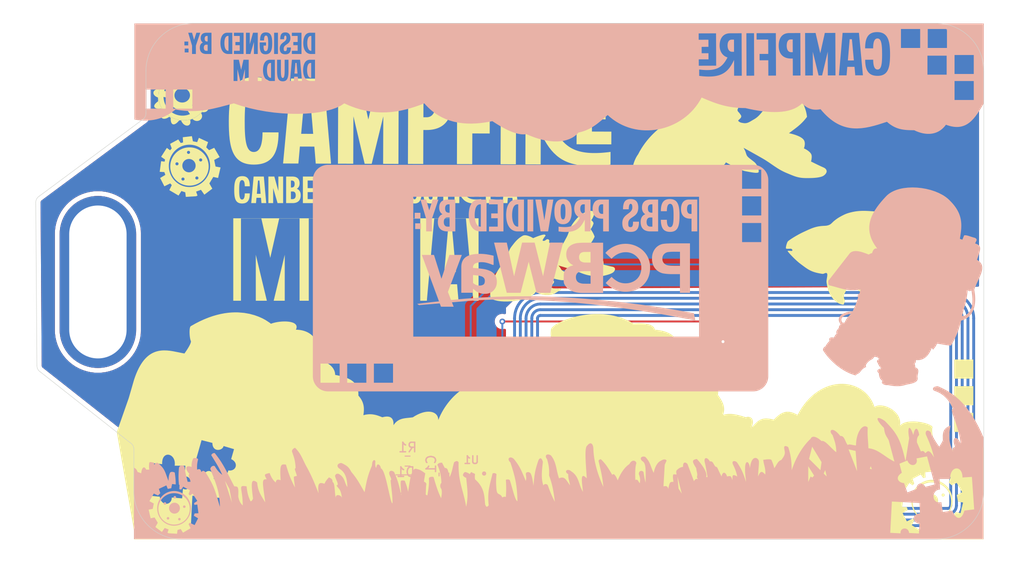
<source format=kicad_pcb>
(kicad_pcb (version 20241229) (generator "pcbnew") (generator_version "9.0")
  (layers (0 "F.Cu" signal) (2 "B.Cu" signal) (13 "F.Paste" user) (15 "B.Paste" user) (5 "F.SilkS" user "F.Silkscreen") (7 "B.SilkS" user "B.Silkscreen") (1 "F.Mask" user) (3 "B.Mask" user) (25 "Edge.Cuts" user))
  (net 0 "")
  (net 1 "Net-(D1-K)")
  (net 2 "Net-(U1-VCC)")
  (net 3 "Net-(D1-A)")
  (net 4 "Net-(J1-Pin_1)")
  (net 5 "Net-(J1-Pin_2)")
  (footprint "Taranium-libs:Lanyard hole" (layer "F.Cu") (at 169.375 65.175 90)
    (property "Reference" "REF**")
    (property "Value" "Lanyard hole")
  )
  (footprint "Taranium-libs:QFN8P50_160X160X50L40X20N" (layer "B.Cu") (at 199.755 94.62 180)
    (property "Reference" "U1")
    (property "Value" "NT3H2111W0FHKH")
  )
  (footprint "Capacitor_SMD:C_0603_1608Metric_Pad1.08x0.95mm_HandSolder" (layer "B.Cu") (at 196.955 94.22 -90)
    (property "Reference" "C1")
    (property "Value" "C")
  )
  (footprint "Taranium-libs:25x_48mm NFC Antenna" (layer "B.Cu") (at 228.34 87.68 180)
    (property "Reference" "J1" (hide yes))
    (property "Value" "Conn_01x02_Pin")
  )
  (footprint "Resistor_SMD:R_0603_1608Metric_Pad0.98x0.95mm_HandSolder" (layer "B.Cu") (at 193.155 92.82 180)
    (property "Reference" "R1")
    (property "Value" "R")
  )
  (footprint "LED_SMD:LED_0805_2012Metric_Pad1.15x1.40mm_HandSolder" (layer "B.Cu") (at 192.955 95.22 180)
    (property "Reference" "D1")
    (property "Value" "LED")
  )
  (gr_poly (pts (xy 180.310775 76.038971) (xy 179.154281 76.038971) (xy 180.310775 71.228449)) (fill yes) (layer "F.SilkS"))
  (gr_poly (pts (xy 201.833941 65.414629) (xy 201.885181 65.416085) (xy 201.934857 65.418838) (xy 201.983172 65.422695) (xy 202.030331 65.427465) (xy 202.121992 65.438976) (xy 202.211466 65.451836) (xy 202.300383 65.464509) (xy 202.390369 65.475462) (xy 202.436272 65.479813) (xy 202.483053 65.483159) (xy 202.530916 65.485307) (xy 202.580063 65.486066) (xy 202.618968 65.485671) (xy 202.658385 65.484392) (xy 202.698452 65.48209) (xy 202.73931 65.478625) (xy 202.781098 65.473857) (xy 202.823956 65.467649) (xy 202.868023 65.459859) (xy 202.913439 65.450348) (xy 202.913439 65.863097) (xy 202.835971 65.875398) (xy 202.76399 65.885607) (xy 202.697033 65.893862) (xy 202.634634 65.900304) (xy 202.576328 65.905071) (xy 202.521649 65.908304) (xy 202.470133 65.910141) (xy 202.421314 65.910722) (xy 202.36811 65.909916) (xy 202.318266 65.907622) (xy 202.271236 65.904025) (xy 202.226473 65.899312) (xy 202.183431 65.893669) (xy 202.141564 65.887282) (xy 202.059166 65.873019) (xy 201.974907 65.858012) (xy 201.884417 65.843749) (xy 201.835468 65.837362) (xy 201.783322 65.831719) (xy 201.727433 65.827007) (xy 201.667253 65.82341) (xy 201.333876 65.82341) (xy 201.333876 63.045285) (xy 201.833941 63.045285)) (fill yes) (layer "F.SilkS"))
  (gr_poly (pts (xy 170.709973 59.358316) (xy 171.154473 59.44166) (xy 171.333066 58.993191) (xy 172.297472 59.44166) (xy 172.103004 59.989348) (xy 172.40066 60.283035) (xy 172.936442 60.036973) (xy 173.503973 61.009316) (xy 172.936442 61.306972) (xy 173.075347 61.993566) (xy 173.599222 62.092785) (xy 173.341254 63.196097) (xy 172.841191 63.084972) (xy 172.428441 63.763629) (xy 172.738004 64.311316) (xy 171.904566 64.942347) (xy 171.551348 64.434348) (xy 171.043348 64.620878) (xy 171.190191 65.033629) (xy 171.043348 65.105066) (xy 169.967816 65.172535) (xy 169.908285 64.692317) (xy 169.507442 64.561347) (xy 169.205817 65.033629) (xy 168.24141 64.466097) (xy 168.499379 63.942222) (xy 168.340629 63.763629) (xy 167.725473 64.065254) (xy 167.280973 63.196097) (xy 167.824692 62.87066) (xy 167.725473 62.576972) (xy 167.237316 62.549191) (xy 167.319654 61.926097) (xy 168.189816 61.926097) (xy 168.192626 62.04006) (xy 168.200963 62.152527) (xy 168.214693 62.263358) (xy 168.23368 62.372415) (xy 168.257788 62.479558) (xy 168.286881 62.584648) (xy 168.320824 62.687546) (xy 168.359482 62.788113) (xy 168.402718 62.88621) (xy 168.450397 62.981698) (xy 168.502383 63.074437) (xy 168.558541 63.164289) (xy 168.618734 63.251114) (xy 168.682828 63.334773) (xy 168.750687 63.415127) (xy 168.822174 63.492037) (xy 168.897155 63.565364) (xy 168.975493 63.634968) (xy 169.057054 63.700711) (xy 169.1417 63.762453) (xy 169.229298 63.820055) (xy 169.31971 63.873378) (xy 169.412802 63.922284) (xy 169.508438 63.966632) (xy 169.606481 64.006283) (xy 169.706797 64.041099) (xy 169.80925 64.070941) (xy 169.913704 64.095669) (xy 170.020023 64.115144) (xy 170.128072 64.129227) (xy 170.237715 64.137779) (xy 170.348816 64.14066) (xy 170.459918 64.137779) (xy 170.569561 64.129227) (xy 170.67761 64.115144) (xy 170.783929 64.095669) (xy 170.888383 64.070941) (xy 170.990835 64.041099) (xy 171.091151 64.006283) (xy 171.189195 63.966632) (xy 171.284831 63.922284) (xy 171.377922 63.873378) (xy 171.468335 63.820055) (xy 171.555932 63.762453) (xy 171.640579 63.700711) (xy 171.722139 63.634968) (xy 171.800478 63.565364) (xy 171.875459 63.492037) (xy 171.946946 63.415127) (xy 172.014805 63.334773) (xy 172.078899 63.251114) (xy 172.139092 63.164289) (xy 172.19525 63.074437) (xy 172.247236 62.981698) (xy 172.294915 62.88621) (xy 172.338151 62.788113) (xy 172.376809 62.687546) (xy 172.410752 62.584648) (xy 172.439845 62.479558) (xy 172.463953 62.372415) (xy 172.48294 62.263358) (xy 172.49667 62.152527) (xy 172.505007 62.04006) (xy 172.507817 61.926097) (xy 172.505007 61.812135) (xy 172.49667 61.699668) (xy 172.48294 61.588837) (xy 172.463953 61.47978) (xy 172.439845 61.372637) (xy 172.410752 61.267547) (xy 172.376809 61.164648) (xy 172.338151 61.064081) (xy 172.294915 60.965984) (xy 172.247236 60.870496) (xy 172.19525 60.777757) (xy 172.139092 60.687905) (xy 172.078899 60.601081) (xy 172.014805 60.517421) (xy 171.946946 60.437067) (xy 171.875459 60.360158) (xy 171.800478 60.286831) (xy 171.722139 60.217227) (xy 171.640579 60.151484) (xy 171.555932 60.089742) (xy 171.468335 60.03214) (xy 171.377922 59.978816) (xy 171.284831 59.929911) (xy 171.189195 59.885563) (xy 171.091151 59.845912) (xy 170.990835 59.811095) (xy 170.888383 59.781254) (xy 170.783929 59.756526) (xy 170.67761 59.737051) (xy 170.569561 59.722968) (xy 170.459918 59.714416) (xy 170.348816 59.711535) (xy 170.237715 59.714416) (xy 170.128072 59.722968) (xy 170.020023 59.737051) (xy 169.913704 59.756526) (xy 169.80925 59.781254) (xy 169.706797 59.811095) (xy 169.606481 59.845912) (xy 169.508438 59.885563) (xy 169.412802 59.929911) (xy 169.31971 59.978816) (xy 169.229298 60.03214) (xy 169.1417 60.089742) (xy 169.057054 60.151484) (xy 168.975493 60.217227) (xy 168.897155 60.286831) (xy 168.822174 60.360158) (xy 168.750687 60.437067) (xy 168.682828 60.517421) (xy 168.618734 60.601081) (xy 168.558541 60.687905) (xy 168.502383 60.777757) (xy 168.450397 60.870496) (xy 168.402718 60.965984) (xy 168.359482 61.064081) (xy 168.320824 61.164648) (xy 168.286881 61.267547) (xy 168.257788 61.372637) (xy 168.23368 61.47978) (xy 168.214693 61.588837) (xy 168.200963 61.699668) (xy 168.192626 61.812135) (xy 168.189816 61.926097) (xy 167.319654 61.926097) (xy 167.38416 61.437941) (xy 167.753254 61.485566) (xy 167.792942 61.259347) (xy 167.38416 60.977566) (xy 167.983442 60.04491) (xy 168.324754 60.294941) (xy 168.49541 60.100473) (xy 168.324754 59.624223) (xy 169.178035 59.159878) (xy 169.436004 59.532941) (xy 169.682067 59.477379) (xy 169.650317 58.929691) (xy 170.602817 58.818566)) (fill yes) (layer "F.SilkS"))
  (gr_poly (pts (xy 181.20938 63.049254) (xy 181.250367 63.052553) (xy 181.289986 63.057231) (xy 181.328241 63.06327) (xy 181.365138 63.070655) (xy 181.40068 63.079368) (xy 181.434872 63.089393) (xy 181.467718 63.100713) (xy 181.499223 63.113311) (xy 181.52939 63.127171) (xy 181.558225 63.142276) (xy 181.585731 63.158608) (xy 181.611914 63.176153) (xy 181.636776 63.194891) (xy 181.660323 63.214808) (xy 181.68256 63.235886) (xy 181.703489 63.258109) (xy 181.723117 63.281459) (xy 181.741446 63.305921) (xy 181.758482 63.331477) (xy 181.774229 63.358111) (xy 181.788691 63.385805) (xy 181.801873 63.414544) (xy 181.813779 63.444311) (xy 181.824412 63.475088) (xy 181.833779 63.506859) (xy 181.841882 63.539608) (xy 181.848727 63.573318) (xy 181.854318 63.607971) (xy 181.858658 63.643552) (xy 181.861753 63.680043) (xy 181.864224 63.755691) (xy 181.863063 63.803313) (xy 181.859589 63.849429) (xy 181.853812 63.894023) (xy 181.845744 63.937075) (xy 181.835398 63.97857) (xy 181.822785 64.018489) (xy 181.807915 64.056815) (xy 181.790802 64.093531) (xy 181.771456 64.128619) (xy 181.74989 64.162061) (xy 181.726114 64.193841) (xy 181.700141 64.223941) (xy 181.671982 64.252343) (xy 181.641648 64.279031) (xy 181.609152 64.303986) (xy 181.574505 64.327191) (xy 181.600109 64.33727) (xy 181.624833 64.348156) (xy 181.648683 64.359839) (xy 181.671662 64.372312) (xy 181.693774 64.385567) (xy 181.715025 64.399596) (xy 181.735419 64.414391) (xy 181.754959 64.429944) (xy 181.77365 64.446247) (xy 181.791497 64.463292) (xy 181.808504 64.481071) (xy 181.824675 64.499576) (xy 181.840015 64.518798) (xy 181.854528 64.538731) (xy 181.868218 64.559366) (xy 181.88109 64.580695) (xy 181.893148 64.602709) (xy 181.904397 64.625402) (xy 181.91484 64.648765) (xy 181.924483 64.67279) (xy 181.933329 64.697469) (xy 181.941383 64.722794) (xy 181.948649 64.748756) (xy 181.955132 64.775349) (xy 181.960836 64.802565) (xy 181.965765 64.830394) (xy 181.969924 64.858829) (xy 181.973317 64.887862) (xy 181.977823 64.947691) (xy 181.979317 65.009816) (xy 181.97642 65.097829) (xy 181.967674 65.181674) (xy 181.961083 65.22198) (xy 181.952999 65.261181) (xy 181.943412 65.299256) (xy 181.932312 65.336183) (xy 181.919689 65.371942) (xy 181.905532 65.406511) (xy 181.889833 65.43987) (xy 181.872579 65.471997) (xy 181.853762 65.502871) (xy 181.83337 65.532471) (xy 181.811395 65.560776) (xy 181.787825 65.587765) (xy 181.76265 65.613417) (xy 181.735861 65.637711) (xy 181.707447 65.660625) (xy 181.677397 65.682139) (xy 181.645703 65.702232) (xy 181.612353 65.720882) (xy 181.577337 65.738069) (xy 181.540646 65.753771) (xy 181.502269 65.767967) (xy 181.462195 65.780637) (xy 181.420416 65.791758) (xy 181.37692 65.801311) (xy 181.331697 65.809273) (xy 181.284738 65.815625) (xy 181.236031 65.820344) (xy 181.185567 65.82341) (xy 180.455317 65.82341) (xy 180.455317 65.406692) (xy 180.95538 65.406692) (xy 181.122066 65.406692) (xy 181.142588 65.406285) (xy 181.162481 65.405066) (xy 181.181743 65.403036) (xy 181.200372 65.400196) (xy 181.218368 65.396548) (xy 181.235729 65.392094) (xy 181.252453 65.386834) (xy 181.268539 65.380771) (xy 181.283985 65.373905) (xy 181.298791 65.366238) (xy 181.312954 65.357773) (xy 181.326473 65.348509) (xy 181.339347 65.338449) (xy 181.351575 65.327593) (xy 181.363154 65.315945) (xy 181.374083 65.303504) (xy 181.384361 65.290272) (xy 181.393987 65.276251) (xy 181.402958 65.261443) (xy 181.411274 65.245848) (xy 181.418934 65.229469) (xy 181.425934 65.212306) (xy 181.432275 65.194361) (xy 181.437955 65.175636) (xy 181.442972 65.156131) (xy 181.447324 65.135849) (xy 181.451011 65.114791) (xy 181.454031 65.092959) (xy 181.456383 65.070353) (xy 181.458064 65.046975) (xy 181.459074 65.022827) (xy 181.459411 64.997911) (xy 181.458245 64.956917) (xy 181.454737 64.917388) (xy 181.448868 64.879487) (xy 181.440621 64.843377) (xy 181.429979 64.80922) (xy 181.416925 64.777179) (xy 181.409487 64.762003) (xy 181.40144 64.747417) (xy 181.392781 64.733442) (xy 181.383508 64.720097) (xy 181.373619 64.707404) (xy 181.363111 64.695382) (xy 181.351983 64.684051) (xy 181.340232 64.673433) (xy 181.327856 64.663548) (xy 181.314853 64.654415) (xy 181.30122 64.646056) (xy 181.286956 64.63849) (xy 181.272059 64.631738) (xy 181.256525 64.62582) (xy 181.240353 64.620757) (xy 181.223542 64.616569) (xy 181.206088 64.613276) (xy 181.187989 64.610899) (xy 181.169243 64.609457) (xy 181.149849 64.608973) (xy 180.95538 64.608973) (xy 180.95538 65.406692) (xy 180.455317 65.406692) (xy 180.455317 64.192254) (xy 180.95538 64.192254) (xy 181.003004 64.192254) (xy 181.025981 64.191871) (xy 181.048041 64.190723) (xy 181.069195 64.188814) (xy 181.089456 64.186146) (xy 181.108837 64.182722) (xy 181.127349 64.178545) (xy 181.145004 64.173619) (xy 181.161817 64.167945) (xy 181.177797 64.161527) (xy 181.192959 64.154368) (xy 181.207314 64.146471) (xy 181.220875 64.137838) (xy 181.233654 64.128473) (xy 181.245664 64.118378) (xy 181.256916 64.107557) (xy 181.267423 64.096011) (xy 181.277198 64.083745) (xy 181.286252 64.070761) (xy 181.294599 64.057062) (xy 181.302251 64.04265) (xy 181.309219 64.02753) (xy 181.315516 64.011703) (xy 181.321155 63.995172) (xy 181.326148 63.977941) (xy 181.330508 63.960012) (xy 181.334246 63.941389) (xy 181.337375 63.922074) (xy 181.339907 63.90207) (xy 181.343232 63.860006) (xy 181.344318 63.815222) (xy 181.343282 63.773976) (xy 181.340124 63.735095) (xy 181.334769 63.698622) (xy 181.327141 63.664596) (xy 181.32245 63.648513) (xy 181.317163 63.633058) (xy 181.31127 63.618235) (xy 181.304762 63.604049) (xy 181.297628 63.590506) (xy 181.289861 63.57761) (xy 181.281449 63.565367) (xy 181.272384 63.553781) (xy 181.262656 63.542858) (xy 181.252256 63.532603) (xy 181.241175 63.523021) (xy 181.229402 63.514117) (xy 181.216929 63.505896) (xy 181.203745 63.498363) (xy 181.189843 63.491523) (xy 181.175211 63.485382) (xy 181.159842 63.479944) (xy 181.143724 63.475215) (xy 181.126849 63.471199) (xy 181.109208 63.467902) (xy 181.09079 63.465329) (xy 181.071587 63.463485) (xy 181.051589 63.462375) (xy 181.030786 63.462004) (xy 180.95538 63.462004) (xy 180.95538 64.192254) (xy 180.455317 64.192254) (xy 180.455317 63.045285) (xy 181.213348 63.045285)) (fill yes) (layer "F.SilkS"))
  (gr_poly (pts (xy 186.29006 63.046289) (xy 186.330826 63.049274) (xy 186.370244 63.054196) (xy 186.408316 63.061012) (xy 186.445042 63.069681) (xy 186.480423 63.080158) (xy 186.51446 63.0924) (xy 186.547152 63.106366) (xy 186.578502 63.122012) (xy 186.60851 63.139295) (xy 186.637176 63.158173) (xy 186.664502 63.178602) (xy 186.690487 63.20054) (xy 186.715133 63.223943) (xy 186.738441 63.24877) (xy 186.760411 63.274976) (xy 186.781043 63.30252) (xy 186.800339 63.331357) (xy 186.8183 63.361446) (xy 186.834926 63.392744) (xy 186.850217 63.425207) (xy 186.864175 63.458793) (xy 186.8768 63.493459) (xy 186.888093 63.529162) (xy 186.898055 63.565859) (xy 186.906686 63.603507) (xy 186.913987 63.642064) (xy 186.919959 63.681486) (xy 186.924603 63.721731) (xy 186.927919 63.762755) (xy 186.930571 63.846972) (xy 186.928571 63.914004) (xy 186.922572 63.97953) (xy 186.912572 64.043346) (xy 186.898573 64.105251) (xy 186.880574 64.165039) (xy 186.858575 64.222507) (xy 186.832577 64.277452) (xy 186.802579 64.329671) (xy 186.768581 64.37896) (xy 186.730583 64.425115) (xy 186.688586 64.467933) (xy 186.666087 64.488027) (xy 186.642589 64.507211) (xy 186.61809 64.525459) (xy 186.592592 64.542745) (xy 186.566094 64.559044) (xy 186.538595 64.574331) (xy 186.510097 64.588581) (xy 186.480599 64.601767) (xy 186.450101 64.613864) (xy 186.418603 64.624848) (xy 186.471944 64.72433) (xy 186.526658 64.817394) (xy 186.583278 64.90404) (xy 186.642341 64.984267) (xy 186.672955 65.021974) (xy 186.704379 65.058077) (xy 186.736682 65.092574) (xy 186.76993 65.125468) (xy 186.804189 65.156756) (xy 186.839526 65.186441) (xy 186.876009 65.21452) (xy 186.913704 65.240995) (xy 186.952678 65.265866) (xy 186.992997 65.289132) (xy 187.03473 65.310793) (xy 187.077942 65.33085) (xy 187.1227 65.349303) (xy 187.169072 65.36615) (xy 187.217124 65.381394) (xy 187.266923 65.395032) (xy 187.318535 65.407066) (xy 187.372029 65.417496) (xy 187.42747 65.426321) (xy 187.484925 65.433542) (xy 187.544462 65.439157) (xy 187.606146 65.443169) (xy 187.670046 65.445576) (xy 187.736228 65.446378) (xy 187.796526 65.445812) (xy 187.858452 65.444084) (xy 187.922146 65.441146) (xy 187.987747 65.436953) (xy 188.055394 65.431457) (xy 188.125227 65.424613) (xy 188.197385 65.416373) (xy 188.272009 65.406692) (xy 188.272009 65.82341) (xy 188.184007 65.834572) (xy 188.098562 65.844246) (xy 188.015629 65.852431) (xy 187.935161 65.859128) (xy 187.857111 65.864337) (xy 187.781434 65.868058) (xy 187.708082 65.87029) (xy 187.637008 65.871034) (xy 187.472445 65.866846) (xy 187.319136 65.854268) (xy 187.176432 65.833284) (xy 187.04368 65.803876) (xy 186.980833 65.786007) (xy 186.92023 65.766026) (xy 186.86179 65.743931) (xy 186.805431 65.719718) (xy 186.751072 65.693386) (xy 186.698631 65.664934) (xy 186.648028 65.634357) (xy 186.59918 65.601655) (xy 186.552007 65.566826) (xy 186.506426 65.529866) (xy 186.419718 65.449549) (xy 186.338405 65.360685) (xy 186.261836 65.263258) (xy 186.18936 65.15725) (xy 186.120325 65.042643) (xy 186.054081 64.919421) (xy 185.989977 64.787566) (xy 185.989977 65.82341) (xy 185.489915 65.82341) (xy 185.489915 64.255754) (xy 185.989977 64.255754) (xy 186.116977 64.255754) (xy 186.134929 64.255246) (xy 186.152322 64.253734) (xy 186.169156 64.251238) (xy 186.18543 64.247778) (xy 186.201143 64.243373) (xy 186.216293 64.238043) (xy 186.230882 64.231807) (xy 186.244907 64.224686) (xy 186.258368 64.216698) (xy 186.271265 64.207864) (xy 186.283596 64.198203) (xy 186.295361 64.187735) (xy 186.30656 64.176479) (xy 186.317191 64.164454) (xy 186.327253 64.151681) (xy 186.336747 64.13818) (xy 186.345671 64.123969) (xy 186.354024 64.109068) (xy 186.361806 64.093497) (xy 186.369016 64.077276) (xy 186.375654 64.060425) (xy 186.381718 64.042962) (xy 186.387208 64.024907) (xy 186.392123 64.006281) (xy 186.396463 63.987102) (xy 186.400227 63.967391) (xy 186.403413 63.947166) (xy 186.406022 63.926448) (xy 186.408052 63.905257) (xy 186.409503 63.883611) (xy 186.410374 63.86153) (xy 186.410665 63.839035) (xy 186.409641 63.798175) (xy 186.406565 63.759024) (xy 186.40143 63.721711) (xy 186.394232 63.686362) (xy 186.384964 63.653106) (xy 186.373621 63.622071) (xy 186.360196 63.593385) (xy 186.352702 63.579963) (xy 186.344685 63.567175) (xy 186.336145 63.555039) (xy 186.32708 63.54357) (xy 186.317491 63.532784) (xy 186.307377 63.522697) (xy 186.296737 63.513326) (xy 186.285569 63.504685) (xy 186.273874 63.496791) (xy 186.261651 63.489661) (xy 186.248899 63.483309) (xy 186.235617 63.477753) (xy 186.221805 63.473007) (xy 186.207461 63.469088) (xy 186.192585 63.466013) (xy 186.177177 63.463796) (xy 186.161235 63.462454) (xy 186.144759 63.462004) (xy 185.989977 63.462004) (xy 185.989977 64.255754) (xy 185.489915 64.255754) (xy 185.489915 63.045285) (xy 186.247947 63.045285)) (fill yes) (layer "F.SilkS"))
  (gr_poly (pts (xy 190.270512 64.993941) (xy 189.635513 64.993941) (xy 189.635513 64.597065) (xy 190.270512 64.597065)) (fill yes) (layer "F.SilkS"))
  (gr_poly (pts (xy 247.96169 96.268597) (xy 247.996946 96.271295) (xy 248.031691 96.275737) (xy 248.065882 96.28188) (xy 248.099475 96.289679) (xy 248.132425 96.299092) (xy 248.16469 96.310074) (xy 248.196226 96.322581) (xy 248.226988 96.336569) (xy 248.256934 96.351995) (xy 248.286019 96.368814) (xy 248.314199 96.386983) (xy 248.341431 96.406458) (xy 248.367671 96.427194) (xy 248.392876 96.449149) (xy 248.417001 96.472277) (xy 248.440003 96.496536) (xy 248.461838 96.521881) (xy 248.482462 96.548268) (xy 248.501832 96.575654) (xy 248.519904 96.603994) (xy 248.536634 96.633245) (xy 248.551978 96.663363) (xy 248.565893 96.694304) (xy 248.578334 96.726024) (xy 248.589259 96.758479) (xy 248.598623 96.791625) (xy 248.606382 96.825418) (xy 248.612493 96.859815) (xy 248.616913 96.894772) (xy 248.619597 96.930244) (xy 248.620501 96.966188) (xy 248.619597 97.002132) (xy 248.616913 97.037604) (xy 248.612493 97.072561) (xy 248.606382 97.106958) (xy 248.598623 97.140751) (xy 248.589259 97.173898) (xy 248.578334 97.206353) (xy 248.565893 97.238072) (xy 248.551978 97.269013) (xy 248.536634 97.299131) (xy 248.519904 97.328382) (xy 248.501832 97.356722) (xy 248.482462 97.384108) (xy 248.461838 97.410496) (xy 248.440003 97.43584) (xy 248.417001 97.460099) (xy 248.392876 97.483228) (xy 248.367671 97.505182) (xy 248.341431 97.525918) (xy 248.314199 97.545393) (xy 248.286019 97.563562) (xy 248.256934 97.580381) (xy 248.226988 97.595807) (xy 248.196226 97.609795) (xy 248.16469 97.622302) (xy 248.132425 97.633284) (xy 248.099475 97.642697) (xy 248.065882 97.650496) (xy 248.031691 97.656639) (xy 247.996946 97.661082) (xy 247.96169 97.663779) (xy 247.925967 97.664688) (xy 247.890244 97.663779) (xy 247.854988 97.661082) (xy 247.820243 97.656639) (xy 247.786053 97.650496) (xy 247.75246 97.642697) (xy 247.71951 97.633284) (xy 247.687245 97.622302) (xy 247.655709 97.609795) (xy 247.624947 97.595807) (xy 247.595002 97.580381) (xy 247.565918 97.563562) (xy 247.537738 97.545393) (xy 247.510506 97.525918) (xy 247.484266 97.505182) (xy 247.459062 97.483228) (xy 247.434937 97.460099) (xy 247.411935 97.43584) (xy 247.390101 97.410496) (xy 247.369477 97.384108) (xy 247.350107 97.356722) (xy 247.332036 97.328382) (xy 247.315306 97.299131) (xy 247.299962 97.269013) (xy 247.286048 97.238072) (xy 247.273607 97.206353) (xy 247.262682 97.173898) (xy 247.253319 97.140751) (xy 247.245559 97.106958) (xy 247.239448 97.072561) (xy 247.235029 97.037604) (xy 247.232345 97.002132) (xy 247.231441 96.966188) (xy 247.232345 96.930244) (xy 247.235029 96.894772) (xy 247.239448 96.859815) (xy 247.245559 96.825418) (xy 247.253319 96.791625) (xy 247.262682 96.758479) (xy 247.273607 96.726024) (xy 247.286048 96.694304) (xy 247.299962 96.663363) (xy 247.315306 96.633245) (xy 247.332036 96.603994) (xy 247.350107 96.575654) (xy 247.369477 96.548268) (xy 247.390101 96.521881) (xy 247.411935 96.496536) (xy 247.434937 96.472277) (xy 247.459062 96.449149) (xy 247.484266 96.427194) (xy 247.510506 96.406458) (xy 247.537738 96.386983) (xy 247.565918 96.368814) (xy 247.595002 96.351995) (xy 247.624947 96.336569) (xy 247.655709 96.322581) (xy 247.687245 96.310074) (xy 247.71951 96.299092) (xy 247.75246 96.289679) (xy 247.786053 96.28188) (xy 247.820243 96.275737) (xy 247.854988 96.271295) (xy 247.890244 96.268597) (xy 247.925967 96.267688)) (fill yes) (layer "F.SilkS"))
  (gr_poly (pts (xy 164.061254 86.203156) (xy 162.8 89.8) (xy 164.608941 100.125533) (xy 166 86.8)) (stroke (width 0.1)) (fill yes) (layer "F.SilkS"))
  (gr_poly (pts (xy 184.383585 52.802291) (xy 185.152333 61.695037) (xy 183.552132 61.689402) (xy 183.406003 59.910925) (xy 181.894704 59.905527) (xy 181.736034 61.682972) (xy 180.135833 61.677337) (xy 180.426313 58.572503) (xy 182.026386 58.572503) (xy 183.283687 58.576949) (xy 182.905702 54.130584) (xy 182.435802 54.128933) (xy 182.026386 58.572503) (xy 180.426313 58.572503) (xy 180.967285 52.790242)) (fill yes) (layer "F.SilkS"))
  (gr_poly (pts (xy 252.300125 86.980121) (xy 250.299875 86.980121) (xy 250.299875 84.979871) (xy 252.300125 84.979871)) (fill yes) (layer "F.SilkS"))
  (gr_poly (pts (xy 195.63388 52.841978) (xy 195.765092 52.848903) (xy 195.892046 52.86154) (xy 196.014748 52.879813) (xy 196.133202 52.903645) (xy 196.247413 52.93296) (xy 196.357387 52.96768) (xy 196.463127 53.007729) (xy 196.56464 53.05303) (xy 196.66193 53.103507) (xy 196.755002 53.159082) (xy 196.84386 53.21968) (xy 196.928511 53.285223) (xy 197.008958 53.355634) (xy 197.085207 53.430837) (xy 197.157262 53.510756) (xy 197.225129 53.595312) (xy 197.288813 53.684431) (xy 197.348318 53.778035) (xy 197.40365 53.876046) (xy 197.454813 53.97839) (xy 197.501812 54.084988) (xy 197.544653 54.195765) (xy 197.58334 54.310642) (xy 197.617878 54.429545) (xy 197.648272 54.552395) (xy 197.674527 54.679117) (xy 197.696648 54.809633) (xy 197.71464 54.943867) (xy 197.728508 55.081742) (xy 197.738256 55.223182) (xy 197.745415 55.516447) (xy 197.742261 55.671578) (xy 197.733922 55.822618) (xy 197.720408 55.969509) (xy 197.701727 56.112197) (xy 197.67789 56.250625) (xy 197.648906 56.384738) (xy 197.614784 56.51448) (xy 197.575533 56.639795) (xy 197.531165 56.760627) (xy 197.481687 56.876921) (xy 197.427109 56.988621) (xy 197.367441 57.09567) (xy 197.302693 57.198013) (xy 197.232873 57.295595) (xy 197.157992 57.388359) (xy 197.078059 57.47625) (xy 196.993082 57.559212) (xy 196.903073 57.637189) (xy 196.80804 57.710125) (xy 196.707992 57.777965) (xy 196.60294 57.840652) (xy 196.492893 57.898132) (xy 196.37786 57.950347) (xy 196.25785 57.997242) (xy 196.132874 58.038762) (xy 196.00294 58.074851) (xy 195.868059 58.105453) (xy 195.728239 58.130511) (xy 195.583491 58.149971) (xy 195.433823 58.163776) (xy 195.279245 58.171871) (xy 195.119767 58.1742) (xy 194.80227 58.173089) (xy 194.789727 61.729089) (xy 193.189528 61.723453) (xy 193.206796 56.839589) (xy 194.80703 56.839589) (xy 195.137232 56.840756) (xy 195.191295 56.839537) (xy 195.243936 56.835505) (xy 195.295135 56.828683) (xy 195.344874 56.81909) (xy 195.393135 56.806749) (xy 195.439898 56.791678) (xy 195.485145 56.773901) (xy 195.528857 56.753436) (xy 195.571016 56.730306) (xy 195.611603 56.704531) (xy 195.650599 56.676131) (xy 195.687986 56.645129) (xy 195.723745 56.611544) (xy 195.757857 56.575397) (xy 195.790303 56.53671) (xy 195.821066 56.495503) (xy 195.850126 56.451798) (xy 195.877465 56.405614) (xy 195.903064 56.356973) (xy 195.926904 56.305896) (xy 195.948966 56.252403) (xy 195.969233 56.196516) (xy 195.987685 56.138255) (xy 196.004304 56.077641) (xy 196.019071 56.014696) (xy 196.031967 55.949439) (xy 196.042974 55.881892) (xy 196.052073 55.812075) (xy 196.059245 55.740011) (xy 196.064472 55.665718) (xy 196.067735 55.589219) (xy 196.069015 55.510534) (xy 196.06654 55.361603) (xy 196.057957 55.219832) (xy 196.043133 55.085555) (xy 196.021938 54.959106) (xy 195.994239 54.840819) (xy 195.959907 54.73103) (xy 195.918809 54.630072) (xy 195.870814 54.538279) (xy 195.844189 54.495925) (xy 195.815791 54.455987) (xy 195.785602 54.418508) (xy 195.753608 54.38353) (xy 195.71979 54.351094) (xy 195.684133 54.321242) (xy 195.646621 54.294015) (xy 195.607237 54.269457) (xy 195.565964 54.247608) (xy 195.522786 54.22851) (xy 195.477687 54.212205) (xy 195.43065 54.198735) (xy 195.381659 54.188142) (xy 195.330698 54.180468) (xy 195.277749 54.175754) (xy 195.222797 54.174041) (xy 194.816398 54.172605) (xy 194.80703 56.839589) (xy 193.206796 56.839589) (xy 193.22096 52.833469)) (fill yes) (layer "F.SilkS"))
  (gr_poly (pts (xy 183.465216 63.462004) (xy 182.707185 63.462004) (xy 182.707185 64.255754) (xy 183.274717 64.255754) (xy 183.274717 64.672472) (xy 182.707185 64.672472) (xy 182.707185 65.406692) (xy 183.465216 65.406692) (xy 183.465216 65.82341) (xy 182.207124 65.82341) (xy 182.207124 63.045285) (xy 183.465216 63.045285)) (fill yes) (layer "F.SilkS"))
  (gr_poly (pts (xy 202.849938 65.160629) (xy 202.349877 65.160629) (xy 202.349877 63.045285) (xy 202.849938 63.045285)) (fill yes) (layer "F.SilkS"))
  (gr_poly (pts (xy 241.03084 66.635662) (xy 241.275186 66.64504) (xy 241.726389 66.672245) (xy 241.800236 66.677496) (xy 241.867902 66.683557) (xy 241.929637 66.690402) (xy 241.985686 66.698003) (xy 242.036297 66.706334) (xy 242.081717 66.715368) (xy 242.122194 66.725077) (xy 242.157973 66.735435) (xy 242.189304 66.746415) (xy 242.216432 66.757991) (xy 242.239604 66.770135) (xy 242.259069 66.78282) (xy 242.275073 66.796019) (xy 242.287862 66.809707) (xy 242.297686 66.823855) (xy 242.304789 66.838437) (xy 242.309421 66.853425) (xy 242.311827 66.868794) (xy 242.312255 66.884516) (xy 242.310952 66.900564) (xy 242.308165 66.916912) (xy 242.304142 66.933532) (xy 242.293374 66.967483) (xy 242.267871 67.037471) (xy 242.257091 67.073078) (xy 242.253059 67.090941) (xy 242.250262 67.108807) (xy 242.248988 67.114898) (xy 242.24661 67.121258) (xy 242.243191 67.127877) (xy 242.238794 67.134744) (xy 242.22732 67.149183) (xy 242.212696 67.164494) (xy 242.195431 67.180596) (xy 242.176032 67.197407) (xy 242.132864 67.232831) (xy 242.087256 67.270116) (xy 242.064806 67.289252) (xy 242.04327 67.30861) (xy 242.023155 67.328106) (xy 242.004969 67.347661) (xy 241.98922 67.367193) (xy 241.982418 67.376925) (xy 241.976416 67.38662) (xy 241.974696 67.39145) (xy 241.974622 67.396977) (xy 241.976127 67.403158) (xy 241.979142 67.409945) (xy 241.989426 67.425156) (xy 242.004923 67.442245) (xy 242.025082 67.460846) (xy 242.049353 67.480591) (xy 242.077186 67.501116) (xy 242.10803 67.522054) (xy 242.141334 67.543038) (xy 242.176548 67.563702) (xy 242.213121 67.583681) (xy 242.250502 67.602607) (xy 242.288142 67.620114) (xy 242.325489 67.635837) (xy 242.361994 67.649409) (xy 242.397105 67.660464) (xy 242.526579 67.697869) (xy 242.652512 67.737057) (xy 242.713531 67.757719) (xy 242.77292 67.779306) (xy 242.830431 67.801977) (xy 242.885816 67.825892) (xy 242.938828 67.85121) (xy 242.989217 67.878092) (xy 243.036737 67.906697) (xy 243.081139 67.937184) (xy 243.102093 67.953184) (xy 243.122174 67.969714) (xy 243.141352 67.986794) (xy 243.159595 68.004445) (xy 243.176873 68.022686) (xy 243.193154 68.041538) (xy 243.208408 68.06102) (xy 243.222603 68.081152) (xy 243.248124 68.121415) (xy 243.27111 68.161782) (xy 243.291669 68.20217) (xy 243.309914 68.242499) (xy 243.325954 68.282684) (xy 243.3399 68.322646) (xy 243.351862 68.3623) (xy 243.361952 68.401566) (xy 243.37028 68.440361) (xy 243.376956 68.478603) (xy 243.38209 68.51621) (xy 243.385795 68.553099) (xy 243.388179 68.58919) (xy 243.389354 68.624398) (xy 243.388518 68.691843) (xy 243.384172 68.754776) (xy 243.3772 68.812541) (xy 243.368487 68.86448) (xy 243.358917 68.909938) (xy 243.349375 68.948256) (xy 243.340746 68.978778) (xy 243.329764 69.013807) (xy 243.328937 69.020617) (xy 243.330016 69.029164) (xy 243.337354 69.051177) (xy 243.350705 69.079258) (xy 243.368995 69.112815) (xy 243.416106 69.194006) (xy 243.470105 69.290033) (xy 243.497006 69.342136) (xy 243.522411 69.39618) (xy 243.545248 69.451575) (xy 243.564444 69.507731) (xy 243.578926 69.56406) (xy 243.584064 69.592104) (xy 243.587622 69.619971) (xy 243.589465 69.647585) (xy 243.589459 69.674875) (xy 243.58747 69.701765) (xy 243.583365 69.728182) (xy 243.576959 69.757317) (xy 243.569682 69.784514) (xy 243.561583 69.809878) (xy 243.552711 69.833514) (xy 243.543116 69.855525) (xy 243.532846 69.876016) (xy 243.521951 69.89509) (xy 243.510481 69.912852) (xy 243.498485 69.929406) (xy 243.486012 69.944857) (xy 243.473112 69.959308) (xy 243.459834 69.972863) (xy 243.446226 69.985627) (xy 243.43234 69.997704) (xy 243.403926 70.020213) (xy 243.345916 70.06157) (xy 243.317109 70.082083) (xy 243.288962 70.103598) (xy 243.261867 70.126948) (xy 243.248838 70.139572) (xy 243.236221 70.152966) (xy 243.224064 70.167236) (xy 243.212418 70.182485) (xy 243.201331 70.198819) (xy 243.190852 70.216339) (xy 243.178842 70.238804) (xy 243.168045 70.261044) (xy 243.158366 70.283061) (xy 243.149708 70.304857) (xy 243.135067 70.34779) (xy 243.123349 70.389856) (xy 243.113778 70.431067) (xy 243.105581 70.471436) (xy 243.090215 70.549695) (xy 243.081497 70.58761) (xy 243.071057 70.624732) (xy 243.058121 70.661072) (xy 243.050476 70.678954) (xy 243.041916 70.696645) (xy 243.032345 70.714147) (xy 243.021667 70.731461) (xy 243.009784 70.748589) (xy 242.9966 70.765533) (xy 242.982018 70.782294) (xy 242.965941 70.798874) (xy 242.948273 70.815274) (xy 242.928916 70.831495) (xy 242.88971 70.861197) (xy 242.851441 70.887011) (xy 242.813881 70.909149) (xy 242.776801 70.927822) (xy 242.739972 70.943242) (xy 242.703165 70.955619) (xy 242.666151 70.965164) (xy 242.628702 70.972089) (xy 242.590589 70.976605) (xy 242.551583 70.978923) (xy 242.511455 70.979254) (xy 242.469977 70.977809) (xy 242.426919 70.974799) (xy 242.382053 70.970437) (xy 242.285982 70.958495) (xy 242.270177 70.955904) (xy 242.254047 70.952425) (xy 242.237637 70.948139) (xy 242.220994 70.943125) (xy 242.18719 70.931233) (xy 242.152998 70.917388) (xy 242.118785 70.902229) (xy 242.084916 70.886395) (xy 242.019668 70.855258) (xy 241.98902 70.841233) (xy 241.960176 70.829088) (xy 241.933501 70.819463) (xy 241.921092 70.815795) (xy 241.909362 70.812997) (xy 241.898356 70.811148) (xy 241.888121 70.810328) (xy 241.878703 70.810617) (xy 241.870146 70.812095) (xy 241.862497 70.814842) (xy 241.855802 70.818938) (xy 241.850105 70.824462) (xy 241.845452 70.831495) (xy 241.8402 70.842338) (xy 241.835868 70.853078) (xy 241.832426 70.863719) (xy 241.829841 70.874263) (xy 241.828081 70.884714) (xy 241.827114 70.895073) (xy 241.82691 70.905343) (xy 241.827436 70.915528) (xy 241.828659 70.925628) (xy 241.83055 70.935649) (xy 241.833075 70.945591) (xy 241.836203 70.955458) (xy 241.839902 70.965252) (xy 241.84414 70.974976) (xy 241.848886 70.984632) (xy 241.854107 70.994224) (xy 241.865851 71.013224) (xy 241.879116 71.031997) (xy 241.893648 71.050564) (xy 241.909193 71.068946) (xy 241.925496 71.087166) (xy 241.942304 71.105243) (xy 241.976416 71.141057) (xy 241.997406 71.155749) (xy 242.029915 71.168598) (xy 242.072903 71.179642) (xy 242.125327 71.18892) (xy 242.186148 71.196473) (xy 242.254323 71.202338) (xy 242.408572 71.209162) (xy 242.579742 71.209705) (xy 242.759504 71.20428) (xy 242.939527 71.1932) (xy 243.11148 71.176777) (xy 243.205171 71.163953) (xy 243.298307 71.147283) (xy 243.390823 71.127036) (xy 243.482654 71.10348) (xy 243.573735 71.076883) (xy 243.664002 71.047513) (xy 243.841834 70.981525) (xy 244.015631 70.907661) (xy 244.184875 70.828065) (xy 244.349049 70.744881) (xy 244.507634 70.660253) (xy 244.805967 70.495243) (xy 245.075729 70.350188) (xy 245.198601 70.290504) (xy 245.312777 70.242242) (xy 245.417738 70.207545) (xy 245.466601 70.195953) (xy 245.512967 70.188557) (xy 245.542737 70.185826) (xy 245.571154 70.184533) (xy 245.598407 70.184449) (xy 245.624689 70.185343) (xy 245.65019 70.186984) (xy 245.6751 70.189144) (xy 245.72391 70.194094) (xy 245.772645 70.198352) (xy 245.797461 70.199646) (xy 245.822831 70.200077) (xy 245.848944 70.199413) (xy 245.875992 70.197425) (xy 245.904166 70.193883) (xy 245.933655 70.188557) (xy 245.954051 70.183952) (xy 245.973744 70.178836) (xy 246.011209 70.167201) (xy 246.046423 70.153915) (xy 246.079758 70.13924) (xy 246.111586 70.12344) (xy 246.142279 70.106775) (xy 246.201749 70.071907) (xy 246.261144 70.036738) (xy 246.291743 70.019696) (xy 246.32344 70.003368) (xy 246.356607 69.988014) (xy 246.391615 69.973899) (xy 246.428837 69.961284) (xy 246.448395 69.955621) (xy 246.468645 69.950432) (xy 246.50543 69.942065) (xy 246.54009 69.935019) (xy 246.572939 69.929186) (xy 246.604289 69.924458) (xy 246.634453 69.920728) (xy 246.663743 69.917888) (xy 246.692474 69.91583) (xy 246.720956 69.914446) (xy 246.77843 69.91327) (xy 246.838667 69.913497) (xy 246.977437 69.914713) (xy 247.028832 69.913126) (xy 247.078662 69.908756) (xy 247.12711 69.902186) (xy 247.174361 69.894003) (xy 247.355064 69.85684) (xy 247.399082 69.849367) (xy 247.443006 69.843792) (xy 247.487017 69.8407) (xy 247.531301 69.840676) (xy 247.553603 69.841998) (xy 247.576041 69.844306) (xy 247.598639 69.847673) (xy 247.62142 69.852173) (xy 247.644407 69.857879) (xy 247.667623 69.864865) (xy 247.69109 69.873202) (xy 247.714832 69.882965) (xy 247.743855 69.896128) (xy 247.771434 69.90961) (xy 247.797631 69.923512) (xy 247.82251 69.937935) (xy 247.846133 69.952982) (xy 247.868563 69.968752) (xy 247.889862 69.985348) (xy 247.910095 70.00287) (xy 247.929322 70.02142) (xy 247.947608 70.041099) (xy 247.965015 70.062009) (xy 247.981605 70.08425) (xy 247.997442 70.107924) (xy 248.012588 70.133132) (xy 248.027107 70.159976) (xy 248.04106 70.188557) (xy 248.045919 70.203302) (xy 248.047091 70.218062) (xy 248.044778 70.232869) (xy 248.039187 70.247756) (xy 248.030522 70.262758) (xy 248.018987 70.277905) (xy 248.004787 70.293233) (xy 247.988127 70.308773) (xy 247.948245 70.340624) (xy 247.900977 70.373723) (xy 247.790832 70.444721) (xy 247.731229 70.483148) (xy 247.670789 70.523881) (xy 247.61115 70.567184) (xy 247.553947 70.61332) (xy 247.500818 70.662555) (xy 247.476293 70.688417) (xy 247.4534 70.715153) (xy 247.432345 70.742796) (xy 247.413331 70.771378) (xy 247.396563 70.800934) (xy 247.382246 70.831495) (xy 247.370094 70.862668) (xy 247.359475 70.894488) (xy 247.350307 70.926872) (xy 247.342506 70.95974) (xy 247.335987 70.993008) (xy 247.330667 71.026597) (xy 247.323286 71.094406) (xy 247.31969 71.162512) (xy 247.319209 71.230262) (xy 247.321169 71.297002) (xy 247.324899 71.362078) (xy 247.344075 71.592662) (xy 247.346573 71.639608) (xy 247.346808 71.680967) (xy 247.344109 71.716085) (xy 247.341449 71.731099) (xy 247.337803 71.744307) (xy 247.332389 71.756653) (xy 247.324441 71.769123) (xy 247.314125 71.781705) (xy 247.301604 71.794382) (xy 247.287044 71.80714) (xy 247.270607 71.819966) (xy 247.232766 71.845759) (xy 247.189394 71.871645) (xy 247.141808 71.897508) (xy 247.039251 71.948698) (xy 246.935616 71.998401) (xy 246.841422 72.045685) (xy 246.801153 72.068129) (xy 246.76719 72.08962) (xy 246.740847 72.110042) (xy 246.730945 72.119815) (xy 246.72344 72.129277) (xy 246.712485 72.146579) (xy 246.703067 72.163854) (xy 246.695088 72.181107) (xy 246.688448 72.198341) (xy 246.683049 72.21556) (xy 246.67879 72.232768) (xy 246.675572 72.249969) (xy 246.673297 72.267166) (xy 246.671176 72.301567) (xy 246.671633 72.335999) (xy 246.673874 72.370495) (xy 246.677104 72.405085) (xy 246.683356 72.47467) (xy 246.684789 72.509725) (xy 246.684036 72.544998) (xy 246.682591 72.562725) (xy 246.680301 72.580518) (xy 246.677068 72.59838) (xy 246.672791 72.616316) (xy 246.667373 72.634329) (xy 246.660712 72.652423) (xy 246.652711 72.670602) (xy 246.643269 72.688869) (xy 246.630376 72.71176) (xy 246.618108 72.732412) (xy 246.606348 72.751125) (xy 246.594975 72.768201) (xy 246.583872 72.78394) (xy 246.57292 72.798642) (xy 246.562001 72.812608) (xy 246.550995 72.826139) (xy 246.503742 72.881919) (xy 246.476516 72.915011) (xy 246.461588 72.933909) (xy 246.445625 72.954777) (xy 246.435036 72.96946) (xy 246.425535 72.984252) (xy 246.417042 72.999135) (xy 246.409474 73.01409) (xy 246.402748 73.029098) (xy 246.396782 73.044142) (xy 246.391494 73.059203) (xy 246.386801 73.074263) (xy 246.378871 73.104303) (xy 246.372332 73.134117) (xy 246.360793 73.192475) (xy 246.354475 73.220724) (xy 246.346911 73.248158) (xy 246.342456 73.261522) (xy 246.337443 73.274627) (xy 246.331788 73.287455) (xy 246.325411 73.299987) (xy 246.318227 73.312203) (xy 246.310155 73.324088) (xy 246.301113 73.33562) (xy 246.291018 73.346783) (xy 246.279788 73.357558) (xy 246.267339 73.367926) (xy 246.253591 73.377869) (xy 246.23846 73.387369) (xy 246.23048 73.391264) (xy 246.221451 73.394281) (xy 246.200424 73.397915) (xy 246.175735 73.398741) (xy 246.147738 73.397228) (xy 246.116788 73.393847) (xy 246.083239 73.389065) (xy 246.009763 73.37718) (xy 245.930148 73.365329) (xy 245.888925 73.360589) (xy 245.84723 73.357266) (xy 245.80542 73.355829) (xy 245.763848 73.356747) (xy 245.722869 73.360489) (xy 245.682837 73.367526) (xy 245.66711 73.371354) (xy 245.652189 73.375584) (xy 245.63802 73.380186) (xy 245.624548 73.385132) (xy 245.611721 73.39039) (xy 245.599483 73.395932) (xy 245.587779 73.401728) (xy 245.576557 73.407748) (xy 245.555339 73.420341) (xy 245.535394 73.433473) (xy 245.497589 73.460405) (xy 245.478862 73.473729) (xy 245.459673 73.486641) (xy 245.439589 73.498903) (xy 245.429076 73.504717) (xy 245.418177 73.510279) (xy 245.406836 73.515559) (xy 245.395001 73.520529) (xy 245.382617 73.525158) (xy 245.369629 73.529416) (xy 245.355984 73.533275) (xy 245.341627 73.536703) (xy 245.326505 73.539672) (xy 245.310562 73.542152) (xy 245.276912 73.545727) (xy 245.24202 73.547686) (xy 245.206297 73.548273) (xy 245.170157 73.547732) (xy 245.134012 73.546308) (xy 245.098274 73.544244) (xy 245.029675 73.539175) (xy 244.967661 73.534477) (xy 244.940156 73.532879) (xy 244.915535 73.532106) (xy 244.894212 73.532402) (xy 244.876598 73.534013) (xy 244.869312 73.535387) (xy 244.863108 73.537181) (xy 244.858038 73.539426) (xy 244.854153 73.542152) (xy 244.848406 73.548172) (xy 244.843926 73.554902) (xy 244.840662 73.562308) (xy 244.83856 73.570359) (xy 244.837566 73.579022) (xy 244.837629 73.588265) (xy 244.838696 73.598057) (xy 244.840713 73.608365) (xy 244.843627 73.619157) (xy 244.847386 73.6304) (xy 244.857227 73.654115) (xy 244.869811 73.679253) (xy 244.884716 73.705556) (xy 244.901519 73.732768) (xy 244.919796 73.760631) (xy 244.959079 73.817287) (xy 245.036717 73.92712) (xy 245.050141 73.946198) (xy 245.063897 73.964109) (xy 245.07795 73.980936) (xy 245.092265 73.996764) (xy 245.106807 74.011677) (xy 245.12154 74.025759) (xy 245.13643 74.039093) (xy 245.151441 74.051765) (xy 245.181685 74.075455) (xy 245.211993 74.097503) (xy 245.27167 74.139359) (xy 245.300478 74.160513) (xy 245.328222 74.182715) (xy 245.341608 74.194419) (xy 245.354623 74.206637) (xy 245.367231 74.219453) (xy 245.379397 74.232951) (xy 245.391087 74.247216) (xy 245.402265 74.262331) (xy 245.412896 74.278381) (xy 245.422945 74.295449) (xy 245.432376 74.31362) (xy 245.441155 74.332978) (xy 245.449246 74.353606) (xy 245.456614 74.375589) (xy 245.464741 74.402051) (xy 245.47211 74.427692) (xy 245.478651 74.45262) (xy 245.484295 74.47694) (xy 245.488971 74.500762) (xy 245.49261 74.524192) (xy 245.495142 74.547338) (xy 245.496497 74.570306) (xy 245.496606 74.593205) (xy 245.4954 74.616141) (xy 245.492807 74.639223) (xy 245.488758 74.662556) (xy 245.483185 74.686249) (xy 245.476016 74.710409) (xy 245.467182 74.735142) (xy 245.456614 74.760558) (xy 245.450508 74.773194) (xy 245.443387 74.785817) (xy 245.426331 74.811115) (xy 245.405893 74.836636) (xy 245.382522 74.862564) (xy 245.356668 74.889085) (xy 245.32878 74.91638) (xy 245.268693 74.974036) (xy 245.237393 75.004765) (xy 245.205853 75.037005) (xy 245.174522 75.070943) (xy 245.14385 75.106761) (xy 245.114284 75.144644) (xy 245.086274 75.184777) (xy 245.072993 75.205744) (xy 245.060269 75.227343) (xy 245.048158 75.249596) (xy 245.036717 75.272526) (xy 245.028641 75.290152) (xy 245.021073 75.308268) (xy 245.007413 75.345723) (xy 244.995636 75.384405) (xy 244.985643 75.423824) (xy 244.977334 75.463491) (xy 244.970609 75.502919) (xy 244.965367 75.541619) (xy 244.961509 75.579102) (xy 244.958935 75.61488) (xy 244.957544 75.648465) (xy 244.957238 75.679368) (xy 244.957915 75.7071) (xy 244.959476 75.731174) (xy 244.961821 75.7511) (xy 244.96485 75.766391) (xy 244.968462 75.776557) (xy 244.976893 75.791552) (xy 244.985796 75.80512) (xy 244.99515 75.817351) (xy 245.004929 75.828335) (xy 245.01511 75.838161) (xy 245.025669 75.84692) (xy 245.036581 75.854702) (xy 245.047823 75.861597) (xy 245.059371 75.867694) (xy 245.071201 75.873085) (xy 245.09561 75.882103) (xy 245.120859 75.889372) (xy 245.146755 75.895611) (xy 245.199723 75.90788) (xy 245.226411 75.915349) (xy 245.25298 75.924668) (xy 245.266159 75.930246) (xy 245.279237 75.936557) (xy 245.292189 75.94369) (xy 245.304991 75.951735) (xy 245.317619 75.960782) (xy 245.33005 75.970922) (xy 245.342258 75.982244) (xy 245.354222 75.994839) (xy 245.368563 76.011536) (xy 245.381851 76.028105) (xy 245.394131 76.044536) (xy 245.405448 76.060818) (xy 245.415846 76.076942) (xy 245.425371 76.092898) (xy 245.434067 76.108674) (xy 245.441978 76.124262) (xy 245.44915 76.139651) (xy 245.455627 76.154832) (xy 245.461455 76.169793) (xy 245.466677 76.184525) (xy 245.475485 76.213262) (xy 245.482409 76.240961) (xy 245.487808 76.267542) (xy 245.492039 76.292924) (xy 245.498433 76.33977) (xy 245.504453 76.380852) (xy 245.508219 76.39903) (xy 245.512967 76.415525) (xy 245.516704 76.425668) (xy 245.520902 76.435153) (xy 245.525532 76.444025) (xy 245.530567 76.452325) (xy 245.535978 76.460096) (xy 245.541739 76.46738) (xy 245.54782 76.474222) (xy 245.554194 76.480662) (xy 245.560834 76.486744) (xy 245.56771 76.492511) (xy 245.582063 76.503268) (xy 245.59703 76.513274) (xy 245.612387 76.522871) (xy 245.643381 76.542203) (xy 245.658571 76.552621) (xy 245.673259 76.563994) (xy 245.680344 76.570145) (xy 245.68722 76.576664) (xy 245.693859 76.583592) (xy 245.700233 76.590972) (xy 245.706314 76.598848) (xy 245.712074 76.60726) (xy 245.717485 76.616254) (xy 245.72252 76.625869) (xy 245.728682 76.639178) (xy 245.733951 76.652153) (xy 245.738369 76.664819) (xy 245.741977 76.677201) (xy 245.744817 76.689325) (xy 245.746931 76.701216) (xy 245.74836 76.712898) (xy 245.749147 76.724397) (xy 245.749332 76.735738) (xy 245.748958 76.746947) (xy 245.746698 76.769067) (xy 245.742702 76.790957) (xy 245.737302 76.812819) (xy 245.730832 76.834853) (xy 245.723627 76.857263) (xy 245.708343 76.904008) (xy 245.700933 76.928746) (xy 245.694121 76.954663) (xy 245.688241 76.98196) (xy 245.683628 77.010838) (xy 245.678947 77.053623) (xy 245.676279 77.095252) (xy 245.675276 77.135877) (xy 245.67559 77.175651) (xy 245.678771 77.253252) (xy 245.683031 77.329272) (xy 245.685581 77.404927) (xy 245.685342 77.442998) (xy 245.683628 77.481434) (xy 245.680092 77.520387) (xy 245.674384 77.560009) (xy 245.666155 77.600453) (xy 245.655056 77.64187) (xy 245.631776 77.721459) (xy 245.620536 77.759144) (xy 245.609165 77.795436) (xy 245.597367 77.830346) (xy 245.584843 77.863884) (xy 245.571296 77.896061) (xy 245.556429 77.926886) (xy 245.548406 77.941795) (xy 245.539942 77.956369) (xy 245.530999 77.970611) (xy 245.52154 77.984522) (xy 245.511527 77.998102) (xy 245.500924 78.011354) (xy 245.489693 78.024277) (xy 245.477797 78.036875) (xy 245.465198 78.049147) (xy 245.451861 78.061096) (xy 245.437746 78.072722) (xy 245.422818 78.084026) (xy 245.407038 78.095011) (xy 245.390371 78.105677) (xy 245.372777 78.116026) (xy 245.354222 78.126058) (xy 245.332264 78.136047) (xy 245.309328 78.14393) (xy 245.285524 78.149827) (xy 245.260961 78.153852) (xy 245.235749 78.156124) (xy 245.209998 78.156761) (xy 245.183819 78.155879) (xy 245.15732 78.153595) (xy 245.130612 78.150027) (xy 245.103804 78.145292) (xy 245.077007 78.139507) (xy 245.05033 78.13279) (xy 244.997777 78.117027) (xy 244.947024 78.098941) (xy 244.89895 78.07947) (xy 244.854434 78.059553) (xy 244.814355 78.040125) (xy 244.779592 78.022127) (xy 244.72953 77.994169) (xy 244.71128 77.983183) (xy 243.897691 77.566464) (xy 243.740781 77.458873) (xy 243.57371 77.334592) (xy 243.476498 77.257809) (xy 243.373398 77.172397) (xy 243.266832 77.079208) (xy 243.159222 76.979093) (xy 243.052991 76.872902) (xy 242.950561 76.761487) (xy 242.854353 76.645697) (xy 242.766791 76.526383) (xy 242.727009 76.465671) (xy 242.690296 76.404397) (xy 242.656956 76.342668) (xy 242.62729 76.280589) (xy 242.596743 76.207171) (xy 242.571038 76.135619) (xy 242.549514 76.065653) (xy 242.53151 75.996993) (xy 242.516365 75.929361) (xy 242.503419 75.862477) (xy 242.481479 75.729835) (xy 242.460402 75.596833) (xy 242.448535 75.529498) (xy 242.434902 75.461234) (xy 242.41884 75.391762) (xy 242.399691 75.320804) (xy 242.376792 75.248078) (xy 242.349483 75.173307) (xy 242.289792 75.025922) (xy 242.224684 74.873806) (xy 242.155436 74.718922) (xy 242.083327 74.563236) (xy 241.935645 74.257317) (xy 241.79187 73.971769) (xy 241.662233 73.722311) (xy 241.556968 73.524664) (xy 241.460476 73.347683) (xy 241.451602 73.45237) (xy 241.424245 73.711845) (xy 241.403291 73.874042) (xy 241.377302 74.044232) (xy 241.346142 74.21218) (xy 241.328579 74.292115) (xy 241.309671 74.367652) (xy 241.303794 74.392917) (xy 241.299493 74.418805) (xy 241.296668 74.44524) (xy 241.295221 74.472149) (xy 241.295053 74.499456) (xy 241.296066 74.527086) (xy 241.298159 74.554965) (xy 241.301236 74.583018) (xy 241.30994 74.639345) (xy 241.321389 74.695468) (xy 241.334791 74.75079) (xy 241.349356 74.80471) (xy 241.378811 74.905951) (xy 241.40343 74.994403) (xy 241.411948 75.032336) (xy 241.416886 75.065275) (xy 241.417765 75.079684) (xy 241.417451 75.092621) (xy 241.415848 75.104009) (xy 241.412854 75.113775) (xy 241.405695 75.129895) (xy 241.398121 75.144898) (xy 241.390136 75.158825) (xy 241.381745 75.171714) (xy 241.372952 75.183605) (xy 241.363763 75.194539) (xy 241.35418 75.204554) (xy 241.344209 75.213691) (xy 241.333855 75.221989) (xy 241.323122 75.229488) (xy 241.312013 75.236227) (xy 241.300535 75.242246) (xy 241.28869 75.247584) (xy 241.276485 75.252283) (xy 241.251007 75.259916) (xy 241.224139 75.265463) (xy 241.195914 75.269241) (xy 241.16637 75.271567) (xy 241.135542 75.272758) (xy 241.070176 75.273007) (xy 241.000105 75.272526) (xy 240.970168 75.271932) (xy 240.940615 75.270172) (xy 240.882564 75.263297) (xy 240.825756 75.252178) (xy 240.769995 75.237093) (xy 240.715084 75.218319) (xy 240.660827 75.196135) (xy 240.607029 75.170819) (xy 240.553494 75.142649) (xy 240.500024 75.111902) (xy 240.446424 75.078856) (xy 240.392498 75.043789) (xy 240.338049 75.00698) (xy 240.111106 74.84787) (xy 239.981495 74.756349) (xy 239.921356 74.712413) (xy 239.86404 74.669105) (xy 239.809329 74.625987) (xy 239.757006 74.582617) (xy 239.706853 74.538555) (xy 239.658655 74.493362) (xy 239.612193 74.446596) (xy 239.56725 74.397818) (xy 239.523611 74.346588) (xy 239.481056 74.292466) (xy 239.43937 74.23501) (xy 239.398335 74.173782) (xy 239.357735 74.10834) (xy 239.317351 74.038245) (xy 239.298707 74.003135) (xy 239.280848 73.966415) (xy 239.247439 73.888859) (xy 239.217022 73.807008) (xy 239.189495 73.72229) (xy 239.164756 73.636135) (xy 239.142704 73.549972) (xy 239.123235 73.465231) (xy 239.106249 73.383341) (xy 239.079315 73.233833) (xy 239.061087 73.112883) (xy 239.047483 73.002401) (xy 239.008337 72.990463) (xy 238.988549 72.984855) (xy 238.968726 72.979828) (xy 238.94895 72.975639) (xy 238.929302 72.972542) (xy 238.909863 72.970794) (xy 238.900247 72.970506) (xy 238.890715 72.970651) (xy 238.881275 72.971261) (xy 238.871939 72.972368) (xy 238.862715 72.974004) (xy 238.853616 72.976201) (xy 238.84465 72.978991) (xy 238.835828 72.982406) (xy 238.82716 72.986478) (xy 238.818656 72.991239) (xy 238.810327 72.996721) (xy 238.802182 73.002956) (xy 238.794232 73.009975) (xy 238.786487 73.017812) (xy 238.778957 73.026497) (xy 238.771652 73.036062) (xy 238.764583 73.046541) (xy 238.757759 73.057964) (xy 238.804183 73.162394) (xy 238.852525 73.278514) (xy 238.909007 73.424419) (xy 238.967171 73.590498) (xy 238.994866 73.678098) (xy 239.020559 73.767138) (xy 239.043442 73.856414) (xy 239.06271 73.944726) (xy 239.077553 74.030873) (xy 239.087166 74.113651) (xy 239.092864 74.19837) (xy 239.095772 74.281357) (xy 239.096 74.362455) (xy 239.093656 74.441508) (xy 239.08885 74.518358) (xy 239.08169 74.592847) (xy 239.072285 74.664818) (xy 239.060745 74.734115) (xy 239.047177 74.800579) (xy 239.031692 74.864053) (xy 239.014397 74.924381) (xy 238.995403 74.981404) (xy 238.974817 75.034965) (xy 238.952749 75.084908) (xy 238.929308 75.131074) (xy 238.904602 75.173307) (xy 238.877124 75.219828) (xy 238.852725 75.266983) (xy 238.831395 75.314568) (xy 238.813125 75.36238) (xy 238.797906 75.410216) (xy 238.785728 75.457871) (xy 238.776583 75.505142) (xy 238.77046 75.551826) (xy 238.767352 75.59772) (xy 238.767248 75.642619) (xy 238.770139 75.686321) (xy 238.776016 75.728621) (xy 238.78487 75.769318) (xy 238.796691 75.808206) (xy 238.811471 75.845082) (xy 238.8292 75.879744) (xy 238.838098 75.896769) (xy 238.845624 75.91432) (xy 238.851843 75.932344) (xy 238.85682 75.950786) (xy 238.860621 75.969591) (xy 238.863311 75.988705) (xy 238.864956 76.008074) (xy 238.865621 76.027642) (xy 238.865371 76.047356) (xy 238.864272 76.06716) (xy 238.862389 76.087001) (xy 238.859789 76.106823) (xy 238.852695 76.146196) (xy 238.843514 76.184842) (xy 238.832769 76.222325) (xy 238.820985 76.25821) (xy 238.808684 76.292059) (xy 238.79639 76.323438) (xy 238.757759 76.415525) (xy 238.753735 76.42241) (xy 238.74754 76.428199) (xy 238.739281 76.432918) (xy 238.729064 76.436595) (xy 238.703187 76.440929) (xy 238.670767 76.441415) (xy 238.632659 76.438266) (xy 238.58972 76.431697) (xy 238.542806 76.421923) (xy 238.492775 76.409156) (xy 238.440483 76.393613) (xy 238.386786 76.375505) (xy 238.332541 76.355049) (xy 238.278605 76.332458) (xy 238.225833 76.307946) (xy 238.175083 76.281727) (xy 238.127211 76.254016) (xy 238.083074 76.225026) (xy 237.954738 76.129081) (xy 237.835881 76.028713) (xy 237.726126 75.923843) (xy 237.625095 75.814388) (xy 237.532411 75.700267) (xy 237.447698 75.581398) (xy 237.370577 75.4577) (xy 237.300673 75.329091) (xy 237.237607 75.19549) (xy 237.181003 75.056815) (xy 237.130483 74.912985) (xy 237.08567 74.763918) (xy 237.046188 74.609532) (xy 237.011659 74.449747) (xy 236.981705 74.284481) (xy 236.95595 74.113651) (xy 236.952503 74.078409) (xy 236.951298 74.040804) (xy 236.952091 74.001111) (xy 236.954637 73.959606) (xy 236.964004 73.872257) (xy 236.977438 73.780953) (xy 237.008657 73.595277) (xy 237.022518 73.5053) (xy 237.032597 73.420163) (xy 237.036932 73.342062) (xy 237.036333 73.306337) (xy 237.033562 73.273196) (xy 237.028373 73.242912) (xy 237.020523 73.215762) (xy 237.009765 73.19202) (xy 236.995854 73.17196) (xy 236.978545 73.155858) (xy 236.957593 73.143988) (xy 236.932752 73.136624) (xy 236.903778 73.134043) (xy 236.870424 73.136517) (xy 236.832446 73.144323) (xy 236.789599 73.157734) (xy 236.741636 73.177027) (xy 236.686416 73.2002) (xy 236.662142 73.209027) (xy 236.639194 73.216072) (xy 236.616897 73.221376) (xy 236.594577 73.224982) (xy 236.571559 73.226933) (xy 236.547169 73.227271) (xy 236.520733 73.226039) (xy 236.491575 73.22328) (xy 236.459023 73.219036) (xy 236.422402 73.213349) (xy 236.334253 73.197817) (xy 236.221734 73.177027) (xy 236.050876 73.142887) (xy 235.89305 73.105849) (xy 235.746823 73.065758) (xy 235.610761 73.022462) (xy 235.48343 72.975805) (xy 235.3634 72.925634) (xy 235.249235 72.871795) (xy 235.139503 72.814133) (xy 235.03277 72.752495) (xy 234.927605 72.686727) (xy 234.822574 72.616673) (xy 234.716243 72.542181) (xy 234.49395 72.379265) (xy 234.249263 72.196746) (xy 234.132448 72.106772) (xy 234.012934 72.008734) (xy 233.892207 71.904495) (xy 233.771751 71.795914) (xy 233.653051 71.684851) (xy 233.537593 71.573168) (xy 233.426861 71.462725) (xy 233.32234 71.355381) (xy 233.225516 71.252998) (xy 233.137873 71.157437) (xy 233.060896 71.070556) (xy 232.996071 70.994218) (xy 232.944882 70.930282) (xy 232.908814 70.88061) (xy 232.889353 70.84706) (xy 232.886314 70.836913) (xy 232.887984 70.831495) (xy 232.895155 70.826956) (xy 232.903334 70.822993) (xy 232.912451 70.819578) (xy 232.922436 70.816682) (xy 232.944735 70.812336) (xy 232.969675 70.809729) (xy 232.996701 70.808633) (xy 233.02526 70.808822) (xy 233.054794 70.810069) (xy 233.08475 70.812147) (xy 233.143705 70.817891) (xy 233.197684 70.82424) (xy 233.242246 70.829379) (xy 233.259609 70.830928) (xy 233.272952 70.831495) (xy 233.28768 70.831026) (xy 233.301345 70.829651) (xy 233.313955 70.827417) (xy 233.325517 70.824372) (xy 233.336037 70.820561) (xy 233.345523 70.816034) (xy 233.353983 70.810836) (xy 233.361424 70.805016) (xy 233.367853 70.79862) (xy 233.373278 70.791696) (xy 233.377705 70.784291) (xy 233.381142 70.776452) (xy 233.383596 70.768226) (xy 233.385074 70.759661) (xy 233.385585 70.750804) (xy 233.385134 70.741702) (xy 233.38373 70.732403) (xy 233.38138 70.722952) (xy 233.37809 70.713399) (xy 233.373869 70.70379) (xy 233.368723 70.694172) (xy 233.36266 70.684592) (xy 233.355687 70.675099) (xy 233.347811 70.665738) (xy 233.33904 70.656557) (xy 233.329381 70.647604) (xy 233.318841 70.638926) (xy 233.307427 70.63057) (xy 233.295148 70.622582) (xy 233.282009 70.615011) (xy 233.268019 70.607904) (xy 233.253184 70.601308) (xy 233.238871 70.597965) (xy 233.216879 70.596116) (xy 233.188314 70.595488) (xy 233.15428 70.595806) (xy 232.985541 70.60105) (xy 232.897071 70.602213) (xy 232.855677 70.60147) (xy 232.817649 70.599477) (xy 232.784093 70.595961) (xy 232.756111 70.590647) (xy 232.744556 70.58723) (xy 232.734809 70.58326) (xy 232.727009 70.578704) (xy 232.721292 70.573527) (xy 232.715947 70.565226) (xy 232.711784 70.55456) (xy 232.708755 70.541675) (xy 232.706807 70.526716) (xy 232.705959 70.491163) (xy 232.708838 70.449069) (xy 232.715043 70.401604) (xy 232.724173 70.349936) (xy 232.735825 70.295233) (xy 232.749599 70.238664) (xy 232.765093 70.181397) (xy 232.781905 70.124601) (xy 232.799634 70.069444) (xy 232.817879 70.017096) (xy 232.836238 69.968724) (xy 232.854309 69.925497) (xy 232.871692 69.888583) (xy 232.887984 69.859152) (xy 232.912696 69.829075) (xy 232.954613 69.790091) (xy 233.012282 69.743168) (xy 233.084252 69.689274) (xy 233.26529 69.564444) (xy 233.486112 69.423343) (xy 233.735108 69.273715) (xy 234.000665 69.123301) (xy 234.271169 68.979844) (xy 234.53501 68.851089) (xy 235.056333 68.61021) (xy 235.293806 68.507714) (xy 235.410307 68.461318) (xy 235.526675 68.418297) (xy 235.643927 68.378754) (xy 235.763082 68.342794) (xy 235.885156 68.310523) (xy 236.011169 68.282045) (xy 236.142137 68.257464) (xy 236.279078 68.236885) (xy 236.42301 68.220413) (xy 236.574952 68.208152) (xy 236.654777 68.203749) (xy 236.726574 68.200669) (xy 236.792876 68.197674) (xy 236.856215 68.193527) (xy 236.887565 68.190635) (xy 236.919122 68.186992) (xy 236.951206 68.182442) (xy 236.98413 68.176831) (xy 237.018213 68.170004) (xy 237.05377 68.161807) (xy 237.091118 68.152085) (xy 237.130574 68.140683) (xy 237.158986 68.131629) (xy 237.186141 68.122052) (xy 237.21211 68.111966) (xy 237.236967 68.101384) (xy 237.260784 68.090322) (xy 237.283635 68.078792) (xy 237.305593 68.066809) (xy 237.32673 68.054386) (xy 237.366835 68.028278) (xy 237.404532 68.000578) (xy 237.440406 67.971397) (xy 237.47504 67.940847) (xy 237.509018 67.909038) (xy 237.542922 67.876081) (xy 237.612843 67.80717) (xy 237.650028 67.771438) (xy 237.689473 67.735002) (xy 237.731762 67.697973) (xy 237.777478 67.660464) (xy 237.882492 67.578676) (xy 237.978617 67.506788) (xy 238.069399 67.442391) (xy 238.158383 67.383078) (xy 238.249115 67.32644) (xy 238.345142 67.270069) (xy 238.45001 67.211557) (xy 238.567264 67.148495) (xy 238.709421 67.075443) (xy 238.841945 67.012485) (xy 238.9058 66.984282) (xy 238.968691 66.957993) (xy 239.031103 66.933414) (xy 239.093516 66.910341) (xy 239.220276 66.867901) (xy 239.352827 66.829047) (xy 239.495025 66.792152) (xy 239.650728 66.755589) (xy 239.799119 66.724662) (xy 239.945446 66.698981) (xy 240.089618 66.678156) (xy 240.231543 66.661798) (xy 240.371131 66.649518) (xy 240.508292 66.640927) (xy 240.642934 66.635635) (xy 240.774966 66.633253)) (fill yes) (layer "F.SilkS"))
  (gr_poly (pts (xy 248.759823 98.101458) (xy 248.768073 98.102071) (xy 248.776205 98.10308) (xy 248.784209 98.104475) (xy 248.792073 98.106247) (xy 248.799788 98.108386) (xy 248.807344 98.110881) (xy 248.814729 98.113722) (xy 248.821935 98.1169) (xy 248.82895 98.120405) (xy 248.835764 98.124226) (xy 248.842367 98.128355) (xy 248.848749 98.13278) (xy 248.854898 98.137491) (xy 248.860806 98.14248) (xy 248.866461 98.147736) (xy 248.871853 98.153248) (xy 248.876972 98.159008) (xy 248.881808 98.165004) (xy 248.88635 98.171228) (xy 248.890588 98.177669) (xy 248.894512 98.184317) (xy 248.898111 98.191162) (xy 248.901375 98.198194) (xy 248.904294 98.205404) (xy 248.906857 98.212781) (xy 248.909054 98.220316) (xy 248.910874 98.227997) (xy 248.912308 98.235817) (xy 248.913345 98.243764) (xy 248.913975 98.251828) (xy 248.914187 98.26) (xy 248.913975 98.268172) (xy 248.913345 98.276237) (xy 248.912308 98.284184) (xy 248.910874 98.292003) (xy 248.909054 98.299685) (xy 248.906857 98.30722) (xy 248.904294 98.314597) (xy 248.901375 98.321807) (xy 248.898111 98.32884) (xy 248.894512 98.335685) (xy 248.890588 98.342333) (xy 248.88635 98.348774) (xy 248.881808 98.354998) (xy 248.876972 98.360994) (xy 248.871853 98.366754) (xy 248.866461 98.372267) (xy 248.860806 98.377523) (xy 248.854898 98.382511) (xy 248.848749 98.387223) (xy 248.842367 98.391649) (xy 248.835764 98.395777) (xy 248.82895 98.399598) (xy 248.821935 98.403103) (xy 248.814729 98.406282) (xy 248.807344 98.409123) (xy 248.799788 98.411618) (xy 248.792073 98.413757) (xy 248.784209 98.415529) (xy 248.776205 98.416924) (xy 248.768073 98.417933) (xy 248.759823 98.418546) (xy 248.751465 98.418753) (xy 248.743107 98.418546) (xy 248.734857 98.417933) (xy 248.726725 98.416924) (xy 248.718722 98.415529) (xy 248.710858 98.413757) (xy 248.703143 98.411618) (xy 248.695588 98.409123) (xy 248.688202 98.406282) (xy 248.680997 98.403103) (xy 248.673982 98.399598) (xy 248.667168 98.395777) (xy 248.660566 98.391649) (xy 248.654184 98.387223) (xy 248.648035 98.382511) (xy 248.642128 98.377523) (xy 248.636473 98.372267) (xy 248.631081 98.366754) (xy 248.625962 98.360994) (xy 248.621127 98.354998) (xy 248.616585 98.348774) (xy 248.612347 98.342333) (xy 248.608424 98.335685) (xy 248.604825 98.32884) (xy 248.601562 98.321807) (xy 248.598643 98.314597) (xy 248.596081 98.30722) (xy 248.593884 98.299685) (xy 248.592063 98.292003) (xy 248.590629 98.284184) (xy 248.589592 98.276237) (xy 248.588963 98.268172) (xy 248.58875 98.26) (xy 248.588963 98.251828) (xy 248.589592 98.243764) (xy 248.590629 98.235817) (xy 248.592063 98.227997) (xy 248.593884 98.220316) (xy 248.596081 98.212781) (xy 248.598643 98.205404) (xy 248.601562 98.198194) (xy 248.604825 98.191162) (xy 248.608424 98.184317) (xy 248.612347 98.177669) (xy 248.616585 98.171228) (xy 248.621127 98.165004) (xy 248.625962 98.159008) (xy 248.631081 98.153248) (xy 248.636473 98.147736) (xy 248.642128 98.14248) (xy 248.648035 98.137491) (xy 248.654184 98.13278) (xy 248.660566 98.128355) (xy 248.667168 98.124226) (xy 248.673982 98.120405) (xy 248.680997 98.1169) (xy 248.688202 98.113722) (xy 248.695588 98.110881) (xy 248.703143 98.108386) (xy 248.710858 98.106247) (xy 248.718722 98.104475) (xy 248.726725 98.10308) (xy 248.734857 98.102071) (xy 248.743107 98.101458) (xy 248.751465 98.101252)) (fill yes) (layer "F.SilkS"))
  (gr_poly (pts (xy 214.477981 52.908463) (xy 214.473297 54.241955) (xy 212.441299 54.234787) (xy 212.436059 55.720679) (xy 213.858459 55.725695) (xy 213.853775 57.059188) (xy 212.431379 57.054164) (xy 212.426852 58.33684) (xy 214.45885 58.344062) (xy 214.45417 59.677483) (xy 210.821969 59.664704) (xy 210.845861 52.895644)) (fill yes) (layer "F.SilkS"))
  (gr_poly (pts (xy 178.373867 65.82341) (xy 177.873805 65.82341) (xy 177.826179 65.267784) (xy 177.353898 65.267784) (xy 177.306273 65.82341) (xy 176.806211 65.82341) (xy 176.893722 64.851065) (xy 177.393586 64.851065) (xy 177.786492 64.851065) (xy 177.66346 63.462004) (xy 177.516617 63.462004) (xy 177.393586 64.851065) (xy 176.893722 64.851065) (xy 177.056242 63.045285) (xy 178.123835 63.045285)) (fill yes) (layer "F.SilkS"))
  (gr_poly (pts (xy 197.937028 63.462004) (xy 197.385371 63.462004) (xy 197.385371 65.82341) (xy 196.885307 65.82341) (xy 196.885307 63.462004) (xy 196.33762 63.462004) (xy 196.33762 63.045285) (xy 197.937028 63.045285)) (fill yes) (layer "F.SilkS"))
  (gr_poly (pts (xy 198.206424 73.024707) (xy 196.988413 73.024707) (xy 197.369811 68.718612) (xy 197.825026 68.718612)) (fill yes) (layer "F.SilkS"))
  (gr_poly (pts (xy 195.606627 63.002591) (xy 195.652409 63.005466) (xy 195.696026 63.010236) (xy 195.737522 63.016884) (xy 195.776942 63.025392) (xy 195.814333 63.035743) (xy 195.849738 63.04792) (xy 195.883202 63.061904) (xy 195.914772 63.077679) (xy 195.944491 63.095228) (xy 195.972405 63.114532) (xy 195.998559 63.135574) (xy 196.022998 63.158337) (xy 196.045767 63.182804) (xy 196.066912 63.208956) (xy 196.086476 63.236777) (xy 196.104506 63.266249) (xy 196.121046 63.297355) (xy 196.136141 63.330077) (xy 196.149837 63.364397) (xy 196.162178 63.400299) (xy 196.173209 63.437765) (xy 196.182976 63.476777) (xy 196.191524 63.517318) (xy 196.198897 63.559371) (xy 196.205142 63.602917) (xy 196.214422 63.694424) (xy 196.219726 63.791697) (xy 196.221414 63.894598) (xy 195.721353 63.894598) (xy 195.720703 63.836927) (xy 195.718756 63.782976) (xy 195.715519 63.732747) (xy 195.710997 63.686238) (xy 195.705195 63.64345) (xy 195.698121 63.604383) (xy 195.689779 63.569036) (xy 195.680176 63.53741) (xy 195.669317 63.509505) (xy 195.657208 63.48532) (xy 195.643856 63.464856) (xy 195.629264 63.448113) (xy 195.613441 63.435091) (xy 195.605069 63.429975) (xy 195.596391 63.425789) (xy 195.587408 63.422533) (xy 195.57812 63.420208) (xy 195.568529 63.418813) (xy 195.558634 63.418348) (xy 195.547738 63.418706) (xy 195.537364 63.419777) (xy 195.527502 63.421549) (xy 195.518141 63.424014) (xy 195.509267 63.427162) (xy 195.50087 63.430983) (xy 195.492938 63.435469) (xy 195.48546 63.44061) (xy 195.478424 63.446396) (xy 195.471817 63.452817) (xy 195.465629 63.459865) (xy 195.459849 63.467531) (xy 195.454463 63.475803) (xy 195.449461 63.484674) (xy 195.444832 63.494133) (xy 195.440562 63.504172) (xy 195.436642 63.51478) (xy 195.433059 63.525948) (xy 195.429801 63.537668) (xy 195.426857 63.549929) (xy 195.424216 63.562721) (xy 195.421865 63.576036) (xy 195.419793 63.589865) (xy 195.417989 63.604196) (xy 195.415136 63.634333) (xy 195.413214 63.666371) (xy 195.412129 63.700234) (xy 195.411787 63.735847) (xy 195.414292 63.788401) (xy 195.421593 63.837598) (xy 195.43337 63.883709) (xy 195.449305 63.927006) (xy 195.469076 63.967759) (xy 195.492364 64.006241) (xy 195.51885 64.04272) (xy 195.548214 64.07747) (xy 195.580135 64.11076) (xy 195.614295 64.142862) (xy 195.68805 64.204586) (xy 195.848351 64.325703) (xy 195.929781 64.389432) (xy 195.969696 64.423039) (xy 196.008652 64.458167) (xy 196.046329 64.49509) (xy 196.082407 64.534076) (xy 196.116567 64.575399) (xy 196.148489 64.619328) (xy 196.177852 64.666135) (xy 196.204338 64.71609) (xy 196.227627 64.769466) (xy 196.247398 64.826532) (xy 196.263332 64.887561) (xy 196.275109 64.952822) (xy 196.28241 65.022587) (xy 196.284915 65.097128) (xy 196.28321 65.174403) (xy 196.277783 65.249685) (xy 196.268172 65.322559) (xy 196.253909 65.392614) (xy 196.23453 65.459436) (xy 196.222777 65.491506) (xy 196.20957 65.522614) (xy 196.194852 65.552706) (xy 196.178564 65.581733) (xy 196.160649 65.609642) (xy 196.141047 65.636382) (xy 196.119701 65.661901) (xy 196.096554 65.686147) (xy 196.071545 65.70907) (xy 196.044619 65.730616) (xy 196.015715 65.750736) (xy 195.984777 65.769377) (xy 195.951746 65.786487) (xy 195.916564 65.802015) (xy 195.879173 65.81591) (xy 195.839515 65.828119) (xy 195.797531 65.838592) (xy 195.753163 65.847276) (xy 195.706354 65.85412) (xy 195.657045 65.859073) (xy 195.605178 65.862082) (xy 195.550695 65.863097) (xy 195.501833 65.862225) (xy 195.454943 65.859609) (xy 195.409998 65.855252) (xy 195.36697 65.849152) (xy 195.325831 65.841311) (xy 195.286555 65.831729) (xy 195.249112 65.820408) (xy 195.213476 65.807348) (xy 195.179619 65.79255) (xy 195.147513 65.776014) (xy 195.117131 65.757741) (xy 195.088445 65.737732) (xy 195.061428 65.715988) (xy 195.036051 65.692509) (xy 195.012288 65.667297) (xy 194.99011 65.640351) (xy 194.969491 65.611672) (xy 194.950401 65.581262) (xy 194.932815 65.549121) (xy 194.916704 65.51525) (xy 194.90204 65.479649) (xy 194.888797 65.442319) (xy 194.876946 65.403262) (xy 194.866459 65.362476) (xy 194.85731 65.319965) (xy 194.84947 65.275727) (xy 194.842912 65.229764) (xy 194.837608 65.182077) (xy 194.830653 65.081532) (xy 194.828384 64.974098) (xy 195.352256 64.974098) (xy 195.353667 65.086858) (xy 195.355762 65.137422) (xy 195.359078 65.184131) (xy 195.363835 65.227004) (xy 195.370256 65.266057) (xy 195.37856 65.301307) (xy 195.388968 65.332774) (xy 195.401702 65.360472) (xy 195.40901 65.372915) (xy 195.416983 65.384422) (xy 195.425647 65.394995) (xy 195.43503 65.404638) (xy 195.445161 65.413352) (xy 195.456066 65.42114) (xy 195.467774 65.428003) (xy 195.480311 65.433945) (xy 195.493706 65.438966) (xy 195.507986 65.443069) (xy 195.523179 65.446257) (xy 195.539312 65.448531) (xy 195.556413 65.449894) (xy 195.57451 65.450348) (xy 195.591467 65.449943) (xy 195.607388 65.448739) (xy 195.622305 65.44675) (xy 195.63625 65.443991) (xy 195.649256 65.440477) (xy 195.661355 65.43622) (xy 195.672582 65.431238) (xy 195.682967 65.425543) (xy 195.692545 65.41915) (xy 195.701347 65.412074) (xy 195.709406 65.40433) (xy 195.716756 65.395932) (xy 195.723428 65.386894) (xy 195.729456 65.377231) (xy 195.734871 65.366958) (xy 195.739708 65.356089) (xy 195.743998 65.344639) (xy 195.747774 65.332622) (xy 195.751069 65.320052) (xy 195.753916 65.306945) (xy 195.756348 65.293314) (xy 195.758396 65.279175) (xy 195.761474 65.249429) (xy 195.763413 65.217822) (xy 195.764474 65.184472) (xy 195.765009 65.113003) (xy 195.762504 65.056169) (xy 195.755203 65.003751) (xy 195.743426 64.955399) (xy 195.727492 64.91076) (xy 195.707721 64.869484) (xy 195.684432 64.831221) (xy 195.657946 64.795619) (xy 195.628583 64.762327) (xy 195.596661 64.730994) (xy 195.562501 64.70127) (xy 195.488746 64.645241) (xy 195.328445 64.537038) (xy 195.247016 64.479248) (xy 195.207101 64.448203) (xy 195.168144 64.415255) (xy 195.130467 64.380055) (xy 195.094389 64.342251) (xy 195.060229 64.301492) (xy 195.028308 64.257427) (xy 194.998944 64.209706) (xy 194.972458 64.157977) (xy 194.94917 64.101889) (xy 194.929399 64.041092) (xy 194.913464 63.975234) (xy 194.901687 63.903964) (xy 194.894386 63.826931) (xy 194.891881 63.743785) (xy 194.89405 63.664161) (xy 194.900672 63.587693) (xy 194.911921 63.514656) (xy 194.927972 63.445322) (xy 194.937853 63.41213) (xy 194.949 63.379965) (xy 194.961435 63.348863) (xy 194.975179 63.318857) (xy 194.990255 63.289983) (xy 195.006683 63.262273) (xy 195.024487 63.235762) (xy 195.043687 63.210484) (xy 195.064306 63.186474) (xy 195.086365 63.163765) (xy 195.109886 63.142392) (xy 195.134891 63.122389) (xy 195.161402 63.10379) (xy 195.18944 63.086628) (xy 195.219028 63.07094) (xy 195.250187 63.056757) (xy 195.282939 63.044115) (xy 195.317305 63.033048) (xy 195.353308 63.02359) (xy 195.39097 63.015775) (xy 195.430311 63.009637) (xy 195.471354 63.005211) (xy 195.514122 63.00253) (xy 195.558634 63.001629)) (fill yes) (layer "F.SilkS"))
  (gr_poly (pts (xy 193.636091 64.434348) (xy 193.639013 64.661574) (xy 193.642814 64.764659) (xy 193.648307 64.860616) (xy 193.655591 64.949364) (xy 193.664764 65.030823) (xy 193.675925 65.104909) (xy 193.689173 65.171543) (xy 193.704607 65.230642) (xy 193.722326 65.282125) (xy 193.742429 65.325911) (xy 193.765013 65.361919) (xy 193.79018 65.390066) (xy 193.803761 65.401167) (xy 193.818026 65.410272) (xy 193.832985 65.417372) (xy 193.848651 65.422456) (xy 193.865036 65.425513) (xy 193.882154 65.426535) (xy 193.900668 65.425513) (xy 193.918273 65.422456) (xy 193.93499 65.417372) (xy 193.95084 65.410272) (xy 193.965844 65.401167) (xy 193.980023 65.390066) (xy 193.993398 65.37698) (xy 194.005991 65.361919) (xy 194.017823 65.344892) (xy 194.028913 65.325911) (xy 194.039285 65.304985) (xy 194.048958 65.282125) (xy 194.057953 65.25734) (xy 194.066293 65.230642) (xy 194.073997 65.202039) (xy 194.081087 65.171543) (xy 194.087585 65.139163) (xy 194.09351 65.104909) (xy 194.098885 65.068792) (xy 194.103729 65.030823) (xy 194.111914 64.949364) (xy 194.118232 64.860616) (xy 194.122853 64.764659) (xy 194.125945 64.661574) (xy 194.127677 64.551443) (xy 194.128216 64.434348) (xy 194.128216 63.045285) (xy 194.628279 63.045285) (xy 194.628279 64.434348) (xy 194.627092 64.595588) (xy 194.623062 64.7487) (xy 194.615486 64.893372) (xy 194.60366 65.029288) (xy 194.586881 65.156135) (xy 194.564446 65.273598) (xy 194.53565 65.381365) (xy 194.499791 65.47912) (xy 194.478992 65.524146) (xy 194.456164 65.566551) (xy 194.431219 65.606296) (xy 194.404068 65.643343) (xy 194.374623 65.677651) (xy 194.342797 65.709182) (xy 194.308502 65.737896) (xy 194.271649 65.763754) (xy 194.232152 65.786717) (xy 194.189921 65.806746) (xy 194.144869 65.8238) (xy 194.096908 65.837842) (xy 194.04595 65.848832) (xy 193.991908 65.856731) (xy 193.934692 65.861499) (xy 193.874216 65.863097) (xy 193.815881 65.861499) (xy 193.760627 65.856731) (xy 193.708375 65.848832) (xy 193.659043 65.837842) (xy 193.612551 65.8238) (xy 193.568819 65.806746) (xy 193.527765 65.786717) (xy 193.489309 65.763754) (xy 193.453371 65.737896) (xy 193.419869 65.709182) (xy 193.388723 65.677651) (xy 193.359852 65.643343) (xy 193.333176 65.606296) (xy 193.308614 65.566551) (xy 193.286085 65.524146) (xy 193.265509 65.47912) (xy 193.246805 65.431514) (xy 193.229892 65.381365) (xy 193.21469 65.328713) (xy 193.201117 65.273598) (xy 193.189094 65.216059) (xy 193.17854 65.156135) (xy 193.169374 65.093864) (xy 193.161515 65.029288) (xy 193.149397 64.893372) (xy 193.141539 64.7487) (xy 193.137298 64.595588) (xy 193.136028 64.434348) (xy 193.136028 63.045285) (xy 193.636091 63.045285)) (fill yes) (layer "F.SilkS"))
  (gr_poly (pts (xy 247.307262 98.212585) (xy 247.315512 98.213198) (xy 247.323644 98.214207) (xy 247.331648 98.215602) (xy 247.339512 98.217374) (xy 247.347227 98.219512) (xy 247.354783 98.222007) (xy 247.362168 98.224849) (xy 247.369374 98.228027) (xy 247.376389 98.231532) (xy 247.383203 98.235353) (xy 247.389806 98.239481) (xy 247.396188 98.243906) (xy 247.402337 98.248618) (xy 247.408245 98.253607) (xy 247.4139 98.258862) (xy 247.419292 98.264375) (xy 247.424411 98.270134) (xy 247.429247 98.276131) (xy 247.433789 98.282355) (xy 247.438027 98.288795) (xy 247.441951 98.295443) (xy 247.44555 98.302289) (xy 247.448814 98.309321) (xy 247.451733 98.316531) (xy 247.454296 98.323908) (xy 247.456493 98.331442) (xy 247.458313 98.339124) (xy 247.459747 98.346944) (xy 247.460784 98.354891) (xy 247.461414 98.362955) (xy 247.461626 98.371127) (xy 247.461414 98.379299) (xy 247.460784 98.387364) (xy 247.459747 98.395311) (xy 247.458313 98.40313) (xy 247.456493 98.410812) (xy 247.454296 98.418346) (xy 247.451733 98.425723) (xy 247.448814 98.432933) (xy 247.44555 98.439966) (xy 247.441951 98.446811) (xy 247.438027 98.453459) (xy 247.433789 98.4599) (xy 247.429247 98.466123) (xy 247.424411 98.47212) (xy 247.419292 98.477879) (xy 247.4139 98.483392) (xy 247.408245 98.488647) (xy 247.402337 98.493636) (xy 247.396188 98.498348) (xy 247.389806 98.502773) (xy 247.383203 98.506901) (xy 247.376389 98.510722) (xy 247.369374 98.514227) (xy 247.362168 98.517405) (xy 247.354783 98.520247) (xy 247.347227 98.522742) (xy 247.339512 98.52488) (xy 247.331648 98.526652) (xy 247.323644 98.528048) (xy 247.315512 98.529057) (xy 247.307262 98.529669) (xy 247.298904 98.529876) (xy 247.290546 98.529669) (xy 247.282296 98.529057) (xy 247.274164 98.528048) (xy 247.266161 98.526652) (xy 247.258297 98.52488) (xy 247.250582 98.522742) (xy 247.243026 98.520247) (xy 247.235641 98.517405) (xy 247.228436 98.514227) (xy 247.221421 98.510722) (xy 247.214607 98.506901) (xy 247.208005 98.502773) (xy 247.201623 98.498348) (xy 247.195474 98.493636) (xy 247.189567 98.488647) (xy 247.183912 98.483392) (xy 247.17852 98.477879) (xy 247.173401 98.47212) (xy 247.168566 98.466123) (xy 247.164024 98.4599) (xy 247.159786 98.453459) (xy 247.155863 98.446811) (xy 247.152264 98.439966) (xy 247.149 98.432933) (xy 247.146082 98.425723) (xy 247.143519 98.418346) (xy 247.141323 98.410812) (xy 247.139502 98.40313) (xy 247.138068 98.395311) (xy 247.137031 98.387364) (xy 247.136402 98.379299) (xy 247.136189 98.371127) (xy 247.136402 98.362955) (xy 247.137031 98.354891) (xy 247.138068 98.346944) (xy 247.139502 98.339124) (xy 247.141323 98.331442) (xy 247.143519 98.323908) (xy 247.146082 98.316531) (xy 247.149 98.309321) (xy 247.152264 98.302289) (xy 247.155863 98.295443) (xy 247.159786 98.288795) (xy 247.164024 98.282355) (xy 247.168566 98.276131) (xy 247.173401 98.270134) (xy 247.17852 98.264375) (xy 247.183912 98.258862) (xy 247.189567 98.253607) (xy 247.195474 98.248618) (xy 247.201623 98.243906) (xy 247.208005 98.239481) (xy 247.214607 98.235353) (xy 247.221421 98.231532) (xy 247.228436 98.228027) (xy 247.235641 98.224849) (xy 247.243026 98.222007) (xy 247.250582 98.219512) (xy 247.258297 98.217374) (xy 247.266161 98.215602) (xy 247.274164 98.214207) (xy 247.282296 98.213198) (xy 247.290546 98.212585) (xy 247.298904 98.212378)) (fill yes) (layer "F.SilkS"))
  (gr_poly (pts (xy 207.924864 52.885341) (xy 208.059616 52.88903) (xy 208.190033 52.899041) (xy 208.316116 52.915237) (xy 208.43787 52.937479) (xy 208.555295 52.965632) (xy 208.668396 52.999557) (xy 208.777175 53.039118) (xy 208.881634 53.084178) (xy 208.981778 53.134599) (xy 209.077607 53.190243) (xy 209.169126 53.250975) (xy 209.256338 53.316656) (xy 209.339243 53.38715) (xy 209.417847 53.462319) (xy 209.492151 53.542026) (xy 209.562158 53.626134) (xy 209.627872 53.714505) (xy 209.689294 53.807004) (xy 209.746428 53.903491) (xy 209.799276 54.003831) (xy 209.847842 54.107885) (xy 209.892128 54.215517) (xy 209.932137 54.32659) (xy 209.967871 54.440966) (xy 209.999334 54.558508) (xy 210.026528 54.67908) (xy 210.049457 54.802543) (xy 210.068122 54.92876) (xy 210.082527 55.057595) (xy 210.092674 55.18891) (xy 210.100208 55.458432) (xy 210.093043 55.67291) (xy 210.073098 55.882524) (xy 210.040375 56.086623) (xy 209.994875 56.284557) (xy 209.936602 56.475673) (xy 209.865556 56.659323) (xy 209.781741 56.834853) (xy 209.685158 57.001614) (xy 209.575809 57.158954) (xy 209.453696 57.306223) (xy 209.318822 57.442768) (xy 209.2466 57.506817) (xy 209.171188 57.56794) (xy 209.092587 57.626058) (xy 209.010797 57.681087) (xy 208.925818 57.732948) (xy 208.837651 57.781559) (xy 208.746295 57.826838) (xy 208.651752 57.868703) (xy 208.55402 57.907074) (xy 208.453101 57.94187) (xy 208.622669 58.260814) (xy 208.796701 58.559235) (xy 208.976907 58.83714) (xy 209.164999 59.094533) (xy 209.262538 59.215541) (xy 209.362689 59.331422) (xy 209.465668 59.442179) (xy 209.571688 59.547812) (xy 209.680964 59.648322) (xy 209.793708 59.74371) (xy 209.910135 59.833975) (xy 210.03046 59.91912) (xy 210.154895 59.999145) (xy 210.283655 60.07405) (xy 210.416954 60.143837) (xy 210.555006 60.208506) (xy 210.698024 60.268058) (xy 210.846223 60.322493) (xy 210.999817 60.371813) (xy 211.159019 60.416018) (xy 211.324043 60.455108) (xy 211.495104 60.489086) (xy 211.672415 60.517951) (xy 211.85619 60.541704) (xy 212.046644 60.560346) (xy 212.243989 60.573877) (xy 212.448441 60.582299) (xy 212.660213 60.585613) (xy 212.853176 60.584468) (xy 213.051364 60.579626) (xy 213.255221 60.570939) (xy 213.465196 60.558258) (xy 213.681734 60.541436) (xy 213.905281 60.520325) (xy 214.136284 60.494778) (xy 214.37519 60.464645) (xy 214.370425 61.798145) (xy 214.088707 61.832867) (xy 213.81519 61.862855) (xy 213.549723 61.888111) (xy 213.292158 61.908635) (xy 213.042348 61.924426) (xy 212.800143 61.935484) (xy 212.565394 61.941809) (xy 212.337954 61.943402) (xy 211.811398 61.92813) (xy 211.320952 61.886141) (xy 210.864535 61.817373) (xy 210.440062 61.721763) (xy 210.239154 61.663872) (xy 210.045451 61.599246) (xy 209.858692 61.527879) (xy 209.678616 61.449761) (xy 209.504965 61.364885) (xy 209.337476 61.273244) (xy 209.175891 61.174828) (xy 209.019947 61.069631) (xy 208.869385 60.957645) (xy 208.723945 60.83886) (xy 208.447386 60.580868) (xy 208.188187 60.295591) (xy 207.944265 59.982966) (xy 207.713537 59.642931) (xy 207.493918 59.275421) (xy 207.283325 58.880374) (xy 207.079674 58.457727) (xy 207.068007 61.772348) (xy 205.467808 61.766712) (xy 205.485481 56.755904) (xy 207.08571 56.755904) (xy 207.492108 56.75734) (xy 207.549561 56.755917) (xy 207.605237 56.751275) (xy 207.659134 56.743479) (xy 207.711249 56.73259) (xy 207.761579 56.718672) (xy 207.810122 56.701788) (xy 207.856876 56.681999) (xy 207.901837 56.659369) (xy 207.945003 56.633961) (xy 207.986372 56.605838) (xy 208.025942 56.575062) (xy 208.063708 56.541696) (xy 208.09967 56.505802) (xy 208.133825 56.467445) (xy 208.166169 56.426685) (xy 208.1967 56.383587) (xy 208.225416 56.338213) (xy 208.252315 56.290626) (xy 208.277393 56.240888) (xy 208.300648 56.189062) (xy 208.322078 56.135212) (xy 208.34168 56.079399) (xy 208.359451 56.021687) (xy 208.375389 55.962138) (xy 208.389491 55.900816) (xy 208.401755 55.837782) (xy 208.412178 55.773101) (xy 208.420758 55.706834) (xy 208.427492 55.639044) (xy 208.432377 55.569794) (xy 208.435411 55.499147) (xy 208.436592 55.427166) (xy 208.433781 55.296403) (xy 208.424383 55.171086) (xy 208.408378 55.051625) (xy 208.385746 54.938428) (xy 208.356467 54.831905) (xy 208.320521 54.732466) (xy 208.277888 54.640518) (xy 208.254058 54.597482) (xy 208.228548 54.556472) (xy 208.201357 54.51754) (xy 208.172481 54.480737) (xy 208.141919 54.446114) (xy 208.109667 54.413722) (xy 208.075724 54.383612) (xy 208.040086 54.355836) (xy 208.002751 54.330445) (xy 207.963718 54.307489) (xy 207.922982 54.28702) (xy 207.880543 54.269089) (xy 207.836396 54.253747) (xy 207.79054 54.241045) (xy 207.742973 54.231035) (xy 207.693691 54.223768) (xy 207.642693 54.219295) (xy 207.589975 54.217666) (xy 207.094674 54.21592) (xy 207.08571 56.755904) (xy 205.485481 56.755904) (xy 205.499163 52.876784)) (fill yes) (layer "F.SilkS"))
  (gr_poly (pts (xy 201.118694 65.160629) (xy 200.618629 65.160629) (xy 200.551162 64.61294) (xy 200.197941 64.61294) (xy 200.130474 65.160629) (xy 199.630413 65.160629) (xy 199.744404 64.196223) (xy 200.245567 64.196223) (xy 200.503537 64.196223) (xy 200.416225 63.462004) (xy 200.332879 63.462004) (xy 200.245567 64.196223) (xy 199.744404 64.196223) (xy 199.880443 63.045285) (xy 200.86866 63.045285)) (fill yes) (layer "F.SilkS"))
  (gr_poly (pts (xy 248.088646 94.778323) (xy 248.198276 94.786874) (xy 248.306314 94.800957) (xy 248.412625 94.820432) (xy 248.517071 94.84516) (xy 248.619517 94.875002) (xy 248.719829 94.909818) (xy 248.817869 94.949469) (xy 248.913502 94.993817) (xy 249.006593 95.042722) (xy 249.097005 95.096046) (xy 249.184604 95.153648) (xy 249.269252 95.21539) (xy 249.350815 95.281133) (xy 249.429157 95.350737) (xy 249.504141 95.424063) (xy 249.575633 95.500973) (xy 249.643496 95.581327) (xy 249.707595 95.664986) (xy 249.767794 95.751811) (xy 249.823957 95.841663) (xy 249.875948 95.934402) (xy 249.923633 96.02989) (xy 249.966874 96.127987) (xy 250.005536 96.228554) (xy 250.039484 96.331452) (xy 250.068581 96.436542) (xy 250.092693 96.543685) (xy 250.111682 96.652742) (xy 250.125414 96.763573) (xy 250.133753 96.87604) (xy 250.136563 96.990003) (xy 250.133753 97.103965) (xy 250.125414 97.216432) (xy 250.111682 97.327263) (xy 250.092693 97.436319) (xy 250.068581 97.543462) (xy 250.039484 97.648552) (xy 250.005536 97.75145) (xy 249.966874 97.852017) (xy 249.923633 97.950114) (xy 249.875948 98.045602) (xy 249.823957 98.138341) (xy 249.767794 98.228193) (xy 249.707595 98.315018) (xy 249.643496 98.398677) (xy 249.575633 98.479031) (xy 249.504141 98.555941) (xy 249.429157 98.629268) (xy 249.350815 98.698872) (xy 249.269252 98.764615) (xy 249.184604 98.826357) (xy 249.097005 98.883959) (xy 249.006593 98.937282) (xy 248.913502 98.986188) (xy 248.817869 99.030536) (xy 248.719829 99.070187) (xy 248.619517 99.105004) (xy 248.517071 99.134845) (xy 248.412625 99.159573) (xy 248.306314 99.179048) (xy 248.198276 99.193131) (xy 248.088646 99.201683) (xy 247.977559 99.204565) (xy 247.866473 99.201683) (xy 247.756843 99.193131) (xy 247.648805 99.179048) (xy 247.542496 99.159573) (xy 247.43805 99.134845) (xy 247.335604 99.105004) (xy 247.235293 99.070187) (xy 247.137253 99.030536) (xy 247.04162 98.986188) (xy 246.94853 98.937282) (xy 246.858118 98.883959) (xy 246.77052 98.826357) (xy 246.685872 98.764615) (xy 246.604309 98.698872) (xy 246.525967 98.629268) (xy 246.450983 98.555941) (xy 246.379491 98.479031) (xy 246.311628 98.398677) (xy 246.24753 98.315018) (xy 246.187331 98.228193) (xy 246.131168 98.138341) (xy 246.079177 98.045602) (xy 246.031493 97.950114) (xy 245.988251 97.852017) (xy 245.949589 97.75145) (xy 245.915642 97.648552) (xy 245.886544 97.543462) (xy 245.862433 97.436319) (xy 245.843443 97.327263) (xy 245.829711 97.216432) (xy 245.821372 97.103965) (xy 245.820226 97.05747) (xy 245.969375 97.05747) (xy 245.971989 97.160606) (xy 245.979746 97.262388) (xy 245.99252 97.36269) (xy 246.010184 97.461386) (xy 246.032612 97.558351) (xy 246.059678 97.653458) (xy 246.091257 97.746582) (xy 246.12722 97.837597) (xy 246.167442 97.926376) (xy 246.211797 98.012794) (xy 246.260159 98.096724) (xy 246.312401 98.178042) (xy 246.368396 98.25662) (xy 246.428019 98.332334) (xy 246.491144 98.405056) (xy 246.557643 98.474661) (xy 246.627391 98.541024) (xy 246.700261 98.604018) (xy 246.776127 98.663517) (xy 246.854863 98.719395) (xy 246.936342 98.771527) (xy 247.020439 98.819787) (xy 247.107026 98.864048) (xy 247.195978 98.904184) (xy 247.287168 98.940071) (xy 247.38047 98.971581) (xy 247.475757 98.998589) (xy 247.572904 99.020968) (xy 247.671784 99.038594) (xy 247.772271 99.05134) (xy 247.874238 99.059079) (xy 247.977559 99.061687) (xy 248.080881 99.059079) (xy 248.182848 99.05134) (xy 248.283336 99.038594) (xy 248.382216 99.020968) (xy 248.479363 98.998589) (xy 248.574651 98.971581) (xy 248.667954 98.940071) (xy 248.759144 98.904184) (xy 248.848096 98.864048) (xy 248.934684 98.819787) (xy 249.018781 98.771527) (xy 249.10026 98.719395) (xy 249.178997 98.663517) (xy 249.254863 98.604018) (xy 249.327733 98.541024) (xy 249.397481 98.474661) (xy 249.463981 98.405056) (xy 249.527105 98.332334) (xy 249.586728 98.25662) (xy 249.642724 98.178042) (xy 249.694966 98.096724) (xy 249.743328 98.012794) (xy 249.787683 97.926376) (xy 249.827905 97.837597) (xy 249.863869 97.746582) (xy 249.895447 97.653458) (xy 249.922513 97.558351) (xy 249.944941 97.461386) (xy 249.962606 97.36269) (xy 249.975379 97.262388) (xy 249.983136 97.160606) (xy 249.98575 97.05747) (xy 249.983136 96.954334) (xy 249.975379 96.852553) (xy 249.962606 96.752251) (xy 249.944941 96.653554) (xy 249.922513 96.55659) (xy 249.895447 96.461483) (xy 249.863869 96.368359) (xy 249.827905 96.277344) (xy 249.787683 96.188565) (xy 249.743328 96.102148) (xy 249.694966 96.018217) (xy 249.642724 95.936899) (xy 249.586728 95.858321) (xy 249.527105 95.782608) (xy 249.463981 95.709885) (xy 249.397481 95.64028) (xy 249.327733 95.573917) (xy 249.254863 95.510923) (xy 249.178997 95.451424) (xy 249.10026 95.395545) (xy 249.018781 95.343413) (xy 248.934684 95.295154) (xy 248.848096 95.250893) (xy 248.759144 95.210756) (xy 248.667954 95.174869) (xy 248.574651 95.143359) (xy 248.479363 95.116351) (xy 248.382216 95.093972) (xy 248.283336 95.076346) (xy 248.182848 95.0636) (xy 248.080881 95.05586) (xy 247.977559 95.053252) (xy 247.874238 95.05586) (xy 247.772271 95.0636) (xy 247.671784 95.076346) (xy 247.572904 95.093972) (xy 247.475757 95.116351) (xy 247.38047 95.143359) (xy 247.287168 95.174869) (xy 247.195978 95.210756) (xy 247.107026 95.250893) (xy 247.020439 95.295154) (xy 246.936342 95.343413) (xy 246.854863 95.395545) (xy 246.776127 95.451424) (xy 246.700261 95.510923) (xy 246.627391 95.573917) (xy 246.557643 95.64028) (xy 246.491144 95.709885) (xy 246.428019 95.782608) (xy 246.368396 95.858321) (xy 246.312401 95.936899) (xy 246.260159 96.018217) (xy 246.211797 96.102148) (xy 246.167442 96.188565) (xy 246.12722 96.277344) (xy 246.091257 96.368359) (xy 246.059678 96.461483) (xy 246.032612 96.55659) (xy 246.010184 96.653554) (xy 245.99252 96.752251) (xy 245.979746 96.852553) (xy 245.971989 96.954334) (xy 245.969375 97.05747) (xy 245.820226 97.05747) (xy 245.818562 96.990003) (xy 245.821372 96.87604) (xy 245.829711 96.763573) (xy 245.843443 96.652742) (xy 245.862433 96.543685) (xy 245.886544 96.436542) (xy 245.915642 96.331452) (xy 245.949589 96.228554) (xy 245.988251 96.127987) (xy 246.031493 96.02989) (xy 246.079177 95.934402) (xy 246.131168 95.841663) (xy 246.187331 95.751811) (xy 246.24753 95.664986) (xy 246.311628 95.581327) (xy 246.379491 95.500973) (xy 246.450983 95.424063) (xy 246.525967 95.350737) (xy 246.604309 95.281133) (xy 246.685872 95.21539) (xy 246.77052 95.153648) (xy 246.858118 95.096046) (xy 246.94853 95.042722) (xy 247.04162 94.993817) (xy 247.137253 94.949469) (xy 247.235293 94.909818) (xy 247.335604 94.875002) (xy 247.43805 94.84516) (xy 247.542496 94.820432) (xy 247.648805 94.800957) (xy 247.756843 94.786874) (xy 247.866473 94.778323) (xy 247.977559 94.775441)) (fill yes) (layer "F.SilkS"))
  (gr_poly (pts (xy 175.433793 77.258506) (xy 176.064361 77.310743) (xy 176.635316 77.41213) (xy 177.145066 77.549794) (xy 177.592018 77.710864) (xy 177.974578 77.882469) (xy 178.291153 78.051737) (xy 178.71998 78.331775) (xy 178.865754 78.448003) (xy 179.062862 78.380311) (xy 179.281387 78.322251) (xy 179.515772 78.274807) (xy 179.760459 78.238961) (xy 180.009889 78.215696) (xy 180.258506 78.205994) (xy 180.50075 78.210838) (xy 180.731066 78.23121) (xy 180.943894 78.268092) (xy 181.133677 78.322468) (xy 181.21819 78.356523) (xy 181.294857 78.395319) (xy 181.362984 78.43898) (xy 181.421876 78.487628) (xy 181.470839 78.541387) (xy 181.509177 78.600378) (xy 181.536196 78.664726) (xy 181.551201 78.734551) (xy 181.553498 78.809979) (xy 181.542392 78.89113) (xy 181.517187 78.978128) (xy 181.47719 79.071097) (xy 181.628628 79.074667) (xy 181.776236 79.08524) (xy 181.919836 79.102611) (xy 182.059248 79.126574) (xy 182.194294 79.156923) (xy 182.324796 79.193452) (xy 182.450574 79.235957) (xy 182.57145 79.284231) (xy 182.687244 79.338068) (xy 182.797779 79.397263) (xy 182.902875 79.461611) (xy 183.002353 79.530905) (xy 183.096036 79.604941) (xy 183.183743 79.683511) (xy 183.265297 79.766411) (xy 183.340519 79.853436) (xy 183.409229 79.944378) (xy 183.471249 80.039034) (xy 183.5264 80.137196) (xy 183.574504 80.23866) (xy 183.615382 80.34322) (xy 183.648854 80.450669) (xy 183.674743 80.560803) (xy 183.692869 80.673416) (xy 183.703053 80.788302) (xy 183.705118 80.905255) (xy 183.698884 81.024071) (xy 183.684172 81.144542) (xy 183.660803 81.266464) (xy 183.628599 81.389631) (xy 183.587382 81.513837) (xy 183.536971 81.638876) (xy 183.572573 81.679779) (xy 183.603558 81.718333) (xy 183.630227 81.754794) (xy 183.652882 81.789421) (xy 183.671824 81.822469) (xy 183.687356 81.854196) (xy 183.699779 81.884859) (xy 183.709394 81.914716) (xy 183.716504 81.944022) (xy 183.721409 81.973036) (xy 183.724411 82.002014) (xy 183.725812 82.031214) (xy 183.725914 82.060892) (xy 183.725018 82.091306) (xy 183.721439 82.155369) (xy 183.721439 82.155611) (xy 183.719349 82.190134) (xy 183.71746 82.226481) (xy 183.716691 82.245415) (xy 183.716092 82.264898) (xy 183.715703 82.284959) (xy 183.715565 82.305629) (xy 183.888248 82.312882) (xy 184.060071 82.334263) (xy 184.229616 82.3692) (xy 184.395462 82.417126) (xy 184.556193 82.477469) (xy 184.710389 82.54966) (xy 184.856632 82.633129) (xy 184.993504 82.727307) (xy 185.057982 82.778234) (xy 185.119585 82.831624) (xy 185.178136 82.887407) (xy 185.233458 82.94551) (xy 185.285373 83.005864) (xy 185.333704 83.068396) (xy 185.378273 83.133036) (xy 185.418904 83.199711) (xy 185.455419 83.268352) (xy 185.48764 83.338887) (xy 185.515391 83.411244) (xy 185.538494 83.485353) (xy 185.556771 83.561141) (xy 185.570046 83.638539) (xy 185.578141 83.717474) (xy 185.580879 83.797876) (xy 185.844828 83.85003) (xy 186.098707 83.906289) (xy 186.341471 83.968151) (xy 186.572073 84.037118) (xy 186.789467 84.114689) (xy 186.992606 84.202364) (xy 187.180443 84.301643) (xy 187.268297 84.356103) (xy 187.351932 84.414026) (xy 187.43122 84.4756) (xy 187.506028 84.541013) (xy 187.576225 84.610451) (xy 187.641682 84.684103) (xy 187.702267 84.762156) (xy 187.757849 84.844797) (xy 187.808298 84.932214) (xy 187.853483 85.024594) (xy 187.893273 85.122125) (xy 187.927537 85.224995) (xy 187.956144 85.33339) (xy 187.978964 85.447499) (xy 187.995865 85.567508) (xy 188.006718 85.693606) (xy 188.01139 85.825979) (xy 188.009753 85.964816) (xy 188.112562 86.084656) (xy 188.203989 86.204693) (xy 188.284462 86.325125) (xy 188.354414 86.446151) (xy 188.414272 86.567967) (xy 188.464469 86.690771) (xy 188.505433 86.814762) (xy 188.537596 86.940136) (xy 188.561387 87.067091) (xy 188.577237 87.195826) (xy 188.585576 87.326537) (xy 188.586833 87.459422) (xy 188.58144 87.594679) (xy 188.569827 87.732506) (xy 188.552423 87.8731) (xy 188.529659 88.016659) (xy 188.685366 87.976817) (xy 188.835656 87.947578) (xy 188.980783 87.928199) (xy 189.121003 87.917936) (xy 189.256572 87.916045) (xy 189.387747 87.921781) (xy 189.514781 87.9344) (xy 189.637933 87.953159) (xy 189.757457 87.977312) (xy 189.873609 88.006117) (xy 189.986644 88.038828) (xy 190.09682 88.074702) (xy 190.309613 88.15296) (xy 190.514035 88.234939) (xy 190.601309 88.212122) (xy 190.684584 88.193458) (xy 190.763933 88.178849) (xy 190.839426 88.168192) (xy 190.911134 88.161386) (xy 190.979128 88.158331) (xy 191.043481 88.158925) (xy 191.104262 88.163068) (xy 191.161544 88.170658) (xy 191.215397 88.181595) (xy 191.265893 88.195777) (xy 191.313102 88.213104) (xy 191.357097 88.233474) (xy 191.397948 88.256786) (xy 191.435726 88.28294) (xy 191.470503 88.311834) (xy 191.50235 88.343367) (xy 191.531338 88.377439) (xy 191.557539 88.413949) (xy 191.581023 88.452794) (xy 191.601862 88.493875) (xy 191.620127 88.53709) (xy 191.63589 88.582339) (xy 191.64922 88.62952) (xy 191.660191 88.678532) (xy 191.668872 88.729274) (xy 191.679652 88.835546) (xy 191.682131 88.947526) (xy 191.676877 89.064407) (xy 191.718343 89.00428) (xy 191.760416 88.947591) (xy 191.803085 88.894228) (xy 191.846339 88.844078) (xy 191.890165 88.797031) (xy 191.934554 88.752974) (xy 191.979493 88.711796) (xy 192.024971 88.673386) (xy 192.070976 88.637631) (xy 192.117499 88.60442) (xy 192.164526 88.573641) (xy 192.212047 88.545182) (xy 192.26005 88.518932) (xy 192.308524 88.49478) (xy 192.40684 88.452318) (xy 192.506904 88.416905) (xy 192.608625 88.387646) (xy 192.711912 88.363648) (xy 192.816674 88.344017) (xy 192.922821 88.32786) (xy 193.030262 88.314283) (xy 193.248662 88.291296) (xy 193.36235 88.279778) (xy 193.477013 88.267196) (xy 193.592554 88.252575) (xy 193.650624 88.244195) (xy 193.708877 88.234939) (xy 193.838357 88.150582) (xy 193.966952 88.073072) (xy 194.220637 87.938268) (xy 194.468241 87.829868) (xy 194.708072 87.747218) (xy 194.824545 87.715343) (xy 194.938439 87.689658) (xy 195.049545 87.670083) (xy 195.15765 87.656534) (xy 195.262543 87.648929) (xy 195.364012 87.647186) (xy 195.461847 87.651224) (xy 195.555835 87.66096) (xy 195.645765 87.676312) (xy 195.731426 87.697197) (xy 195.812606 87.723534) (xy 195.889094 87.755241) (xy 195.960678 87.792236) (xy 196.027147 87.834435) (xy 196.088289 87.881758) (xy 196.143893 87.934122) (xy 196.193747 87.991445) (xy 196.23764 88.053645) (xy 196.27536 88.12064) (xy 196.306697 88.192347) (xy 196.331438 88.268685) (xy 196.349372 88.349571) (xy 196.360287 88.434923) (xy 196.363973 88.52466) (xy 196.477013 88.250938) (xy 196.601363 87.983021) (xy 196.736331 87.721434) (xy 196.881227 87.466701) (xy 197.035362 87.219348) (xy 197.198043 86.979902) (xy 197.368582 86.748887) (xy 197.546287 86.526828) (xy 197.730469 86.314251) (xy 197.920437 86.111681) (xy 198.1155 85.919645) (xy 198.314969 85.738666) (xy 198.518152 85.569271) (xy 198.72436 85.411985) (xy 198.932902 85.267334) (xy 199.143088 85.135842) (xy 199.354228 85.018036) (xy 199.56563 84.91444) (xy 199.776605 84.82558) (xy 199.986463 84.751982) (xy 200.194513 84.69417) (xy 200.400064 84.652671) (xy 200.602426 84.628009) (xy 200.800909 84.620711) (xy 200.994823 84.631301) (xy 201.183477 84.660304) (xy 201.366181 84.708248) (xy 201.542244 84.775655) (xy 201.710977 84.863053) (xy 201.871688 84.970966) (xy 202.023687 85.099921) (xy 202.166285 85.250441) (xy 202.257806 84.757791) (xy 202.372721 84.276315) (xy 202.512658 83.811698) (xy 202.679245 83.369626) (xy 202.874109 82.955785) (xy 202.982654 82.761227) (xy 203.098878 82.57586) (xy 203.222986 82.400393) (xy 203.35518 82.235538) (xy 203.495665 82.082004) (xy 203.644643 81.940503) (xy 203.802319 81.811746) (xy 203.968895 81.696443) (xy 204.144575 81.595304) (xy 204.329562 81.509041) (xy 204.524061 81.438364) (xy 204.728274 81.383985) (xy 204.942406 81.346612) (xy 205.166658 81.326959) (xy 205.401236 81.325734) (xy 205.646342 81.343649) (xy 205.90218 81.381415) (xy 206.168953 81.439742) (xy 206.446865 81.519341) (xy 206.73612 81.620922) (xy 207.03692 81.745197) (xy 207.349469 81.892876) (xy 207.367965 81.805047) (xy 207.389632 81.719388) (xy 207.414187 81.635866) (xy 207.441351 81.554447) (xy 207.470843 81.475098) (xy 207.502382 81.397787) (xy 207.535688 81.322481) (xy 207.570478 81.249146) (xy 207.643392 81.108259) (xy 207.718878 80.974862) (xy 207.79469 80.84869) (xy 207.868581 80.729479) (xy 207.962153 80.577666) (xy 208.004244 80.506224) (xy 208.042255 80.437647) (xy 208.059508 80.404406) (xy 208.075474 80.371849) (xy 208.090064 80.339966) (xy 208.103188 80.308746) (xy 208.114758 80.278178) (xy 208.124684 80.248253) (xy 208.132878 80.218958) (xy 208.139251 80.190285) (xy 208.14465 80.160495) (xy 208.149096 80.132625) (xy 208.152648 80.106502) (xy 208.15536 80.081953) (xy 208.15729 80.058806) (xy 208.158493 80.036887) (xy 208.159026 80.016024) (xy 208.158946 79.996044) (xy 208.158309 79.976773) (xy 208.15717 79.958039) (xy 208.153617 79.92149) (xy 208.148738 79.885013) (xy 208.142982 79.847226) (xy 208.135119 79.795195) (xy 208.127509 79.735979) (xy 208.12409 79.70279) (xy 208.121082 79.666742) (xy 208.118603 79.627481) (xy 208.116768 79.584652) (xy 208.115695 79.537902) (xy 208.115498 79.486876) (xy 208.116295 79.431221) (xy 208.118201 79.370581) (xy 208.121334 79.304602) (xy 208.125809 79.232932) (xy 208.131742 79.155215) (xy 208.139251 79.071097) (xy 208.16095 78.989651) (xy 208.210382 78.902244) (xy 208.286377 78.80987) (xy 208.387763 78.713521) (xy 208.513368 78.61419) (xy 208.662022 78.512869) (xy 208.832552 78.410551) (xy 209.023787 78.308228) (xy 209.463686 78.107541) (xy 209.972349 77.918748) (xy 210.540404 77.749791) (xy 210.843774 77.675233) (xy 211.158478 77.608612) (xy 211.483345 77.55092) (xy 211.817202 77.503151) (xy 212.158878 77.466297) (xy 212.507202 77.441351) (xy 212.861003 77.429305) (xy 213.219109 77.431152) (xy 213.580348 77.447885) (xy 213.943549 77.480496) (xy 214.307541 77.529978) (xy 214.671152 77.597324) (xy 215.033211 77.683526) (xy 215.392546 77.789578) (xy 215.747986 77.916471) (xy 216.09836 78.065199) (xy 216.442495 78.236753) (xy 216.779222 78.432128) (xy 216.869673 78.423121) (xy 217.109186 78.406951) (xy 217.269913 78.401267) (xy 217.449994 78.399897) (xy 217.643458 78.404875) (xy 217.844335 78.418237) (xy 218.046653 78.442016) (xy 218.244442 78.478249) (xy 218.339772 78.50167) (xy 218.431731 78.528968) (xy 218.519573 78.560397) (xy 218.602551 78.59621) (xy 218.679919 78.636663) (xy 218.75093 78.68201) (xy 218.814839 78.732504) (xy 218.870898 78.7884) (xy 218.918363 78.849954) (xy 218.956485 78.917418) (xy 218.984519 78.991047) (xy 219.001719 79.071097) (xy 219.246886 79.095236) (xy 219.475059 79.12687) (xy 219.686818 79.165587) (xy 219.882744 79.210977) (xy 220.063415 79.262629) (xy 220.229411 79.320132) (xy 220.381313 79.383075) (xy 220.519699 79.451047) (xy 220.645149 79.523638) (xy 220.758242 79.600437) (xy 220.85956 79.681032) (xy 220.94968 79.765014) (xy 221.029183 79.851971) (xy 221.098648 79.941492) (xy 221.158655 80.033167) (xy 221.209784 80.126585) (xy 221.252614 80.221335) (xy 221.287724 80.317006) (xy 221.315696 80.413188) (xy 221.337107 80.509469) (xy 221.362568 80.700686) (xy 221.368745 80.887372) (xy 221.360275 81.06624) (xy 221.341795 81.234003) (xy 221.293354 81.523069) (xy 221.293317 81.523267) (xy 221.293298 81.523366) (xy 221.293287 81.523415) (xy 221.293277 81.523465) (xy 221.281698 81.586252) (xy 221.276523 81.615353) (xy 221.271846 81.642846) (xy 221.257219 81.745777) (xy 221.248591 81.837687) (xy 221.245266 81.919178) (xy 221.246544 81.990856) (xy 221.25173 82.053325) (xy 221.260124 82.10719) (xy 221.271031 82.153056) (xy 221.283751 82.191526) (xy 221.297587 82.223207) (xy 221.311842 82.248702) (xy 221.325818 82.268615) (xy 221.338817 82.283552) (xy 221.359094 82.300916) (xy 221.367094 82.305629) (xy 221.450726 82.296644) (xy 221.533439 82.292677) (xy 221.615218 82.293607) (xy 221.696051 82.299311) (xy 221.775925 82.30967) (xy 221.854826 82.32456) (xy 221.932742 82.343862) (xy 222.00966 82.367454) (xy 222.085566 82.395214) (xy 222.160447 82.427021) (xy 222.234291 82.462753) (xy 222.307083 82.50229) (xy 222.378812 82.54551) (xy 222.449464 82.592291) (xy 222.519026 82.642513) (xy 222.587485 82.696053) (xy 222.721041 82.812605) (xy 222.850027 82.940976) (xy 222.974339 83.080195) (xy 223.093872 83.229292) (xy 223.208522 83.387295) (xy 223.318184 83.553233) (xy 223.422753 83.726136) (xy 223.522124 83.905033) (xy 223.730961 83.925397) (xy 223.940611 83.96227) (xy 224.148633 84.01505) (xy 224.352586 84.083131) (xy 224.550028 84.165909) (xy 224.738516 84.262779) (xy 224.91561 84.373137) (xy 224.999121 84.433184) (xy 225.078868 84.496377) (xy 225.154545 84.562639) (xy 225.225847 84.631896) (xy 225.29247 84.704071) (xy 225.354107 84.779088) (xy 225.410454 84.856873) (xy 225.461206 84.93735) (xy 225.506056 85.020443) (xy 225.544701 85.106076) (xy 225.576834 85.194175) (xy 225.602151 85.284662) (xy 225.620347 85.377464) (xy 225.631115 85.472504) (xy 225.634151 85.569706) (xy 225.629151 85.668996) (xy 225.615807 85.770297) (xy 225.593816 85.873534) (xy 225.758302 86.113527) (xy 225.837254 86.234236) (xy 225.912556 86.355799) (xy 225.983113 86.478502) (xy 226.047833 86.602629) (xy 226.105624 86.728465) (xy 226.155392 86.856296) (xy 226.196044 86.986405) (xy 226.21261 87.052403) (xy 226.226487 87.119078) (xy 226.237539 87.186465) (xy 226.245629 87.2546) (xy 226.25062 87.323518) (xy 226.252376 87.393255) (xy 226.25076 87.463847) (xy 226.245636 87.535329) (xy 226.236866 87.607736) (xy 226.224315 87.681106) (xy 226.207845 87.755472) (xy 226.18732 87.830871) (xy 226.162604 87.907338) (xy 226.13356 87.984909) (xy 226.268747 87.946992) (xy 226.403753 87.917843) (xy 226.539051 87.897111) (xy 226.67511 87.884449) (xy 226.812401 87.879508) (xy 226.951396 87.881938) (xy 227.092565 87.891391) (xy 227.236379 87.907517) (xy 227.38331 87.929969) (xy 227.533827 87.958398) (xy 227.688402 87.992454) (xy 227.847506 88.031789) (xy 228.01161 88.076054) (xy 228.181184 88.124899) (xy 228.538628 88.234939) (xy 228.555271 88.223517) (xy 228.575918 88.213184) (xy 228.600178 88.204123) (xy 228.62766 88.196516) (xy 228.657973 88.190545) (xy 228.690727 88.186394) (xy 228.72553 88.184243) (xy 228.761992 88.184277) (xy 228.79972 88.186676) (xy 228.838326 88.191624) (xy 228.877416 88.199303) (xy 228.916602 88.209896) (xy 228.95549 88.223584) (xy 228.993692 88.24055) (xy 229.030815 88.260976) (xy 229.066468 88.285046) (xy 229.100261 88.312941) (xy 229.131803 88.344844) (xy 229.160703 88.380937) (xy 229.186569 88.421402) (xy 229.209012 88.466423) (xy 229.227639 88.51618) (xy 229.24206 88.570858) (xy 229.251883 88.630638) (xy 229.256719 88.695702) (xy 229.256176 88.766233) (xy 229.249862 88.842414) (xy 229.237388 88.924426) (xy 229.218362 89.012453) (xy 229.192393 89.106676) (xy 229.15909 89.207278) (xy 229.118062 89.314441) (xy 229.249872 89.164727) (xy 229.375566 89.026815) (xy 229.496842 88.900971) (xy 229.615397 88.787464) (xy 229.674185 88.735421) (xy 229.732929 88.686561) (xy 229.791842 88.64092) (xy 229.851135 88.59853) (xy 229.911021 88.559424) (xy 229.971713 88.523637) (xy 230.033422 88.491201) (xy 230.096361 88.46215) (xy 230.160741 88.436518) (xy 230.226775 88.414337) (xy 230.294676 88.395642) (xy 230.364654 88.380465) (xy 230.436924 88.368841) (xy 230.511696 88.360802) (xy 230.589183 88.356382) (xy 230.669597 88.355614) (xy 230.75315 88.358532) (xy 230.840055 88.365169) (xy 230.930524 88.37556) (xy 231.024769 88.389736) (xy 231.123001 88.407731) (xy 231.225434 88.42958) (xy 231.33228 88.455315) (xy 231.44375 88.48497) (xy 231.582314 88.344101) (xy 231.718819 88.213778) (xy 231.854185 88.094873) (xy 231.98933 87.988257) (xy 232.057106 87.939831) (xy 232.125172 87.894804) (xy 232.193642 87.853285) (xy 232.262631 87.815384) (xy 232.332253 87.78121) (xy 232.402624 87.750871) (xy 232.473858 87.724476) (xy 232.546071 87.702135) (xy 232.619376 87.683957) (xy 232.69389 87.67005) (xy 232.769725 87.660524) (xy 232.846999 87.655487) (xy 232.925824 87.655049) (xy 233.006317 87.659318) (xy 233.088591 87.668404) (xy 233.172762 87.682415) (xy 233.258945 87.701462) (xy 233.347254 87.725651) (xy 233.437804 87.755093) (xy 233.53071 87.789897) (xy 233.626087 87.830172) (xy 233.72405 87.876026) (xy 233.824713 87.927568) (xy 233.928191 87.984909) (xy 234.149873 87.584961) (xy 234.384793 87.213083) (xy 234.63182 86.868882) (xy 234.889822 86.551965) (xy 235.157666 86.261939) (xy 235.434221 85.998411) (xy 235.718353 85.760987) (xy 236.008931 85.549275) (xy 236.304823 85.36288) (xy 236.604897 85.201411) (xy 236.908019 85.064474) (xy 237.213059 84.951675) (xy 237.518883 84.862622) (xy 237.82436 84.796922) (xy 238.128357 84.754181) (xy 238.429743 84.734006) (xy 238.727385 84.736004) (xy 239.02015 84.759783) (xy 239.306908 84.804948) (xy 239.586524 84.871106) (xy 239.857868 84.957865) (xy 240.119807 85.064831) (xy 240.371209 85.191612) (xy 240.610942 85.337814) (xy 240.837873 85.503043) (xy 241.05087 85.686907) (xy 241.248801 85.889013) (xy 241.430534 86.108968) (xy 241.594937 86.346377) (xy 241.740878 86.600849) (xy 241.867223 86.87199) (xy 241.972842 87.159407) (xy 242.042478 87.108926) (xy 242.120647 87.06749) (xy 242.206584 87.034915) (xy 242.299521 87.011014) (xy 242.398689 86.9956) (xy 242.503322 86.988488) (xy 242.612653 86.989492) (xy 242.725914 86.998425) (xy 242.842337 87.015103) (xy 242.961155 87.039338) (xy 243.081601 87.070944) (xy 243.202908 87.109736) (xy 243.324307 87.155528) (xy 243.445032 87.208134) (xy 243.564316 87.267366) (xy 243.68139 87.33304) (xy 243.795488 87.40497) (xy 243.905841 87.482969) (xy 244.011684 87.566852) (xy 244.112247 87.656431) (xy 244.206765 87.751522) (xy 244.294469 87.851939) (xy 244.374592 87.957494) (xy 244.446367 88.068003) (xy 244.509026 88.183279) (xy 244.561801 88.303136) (xy 244.603927 88.427388) (xy 244.634634 88.555849) (xy 244.653156 88.688333) (xy 244.658726 88.824654) (xy 244.650575 88.964626) (xy 244.627937 89.108063) (xy 244.70913 89.025889) (xy 244.801039 88.95324) (xy 244.902756 88.889735) (xy 245.013371 88.834995) (xy 245.131974 88.788638) (xy 245.257655 88.750284) (xy 245.389504 88.719551) (xy 245.526611 88.696059) (xy 245.812962 88.669274) (xy 246.109428 88.666883) (xy 246.408732 88.685839) (xy 246.703594 88.723097) (xy 246.986735 88.775609) (xy 247.250878 88.84033) (xy 247.488743 88.914213) (xy 247.693053 88.994212) (xy 247.856528 89.077281) (xy 247.920678 89.119015) (xy 247.971889 89.160373) (xy 248.009253 89.200976) (xy 248.031859 89.240442) (xy 248.038797 89.278391) (xy 248.029158 89.314441) (xy 248.013558 89.358066) (xy 248.003098 89.418136) (xy 247.996856 89.582473) (xy 248.008951 89.79718) (xy 248.0379 90.051982) (xy 248.082219 90.336606) (xy 248.140428 90.640777) (xy 248.211042 90.954223) (xy 248.292581 91.266668) (xy 248.383561 91.56784) (xy 248.4825 91.847464) (xy 248.587915 92.095267) (xy 248.698324 92.300974) (xy 248.754938 92.384832) (xy 248.812245 92.454313) (xy 248.870059 92.508134) (xy 248.928195 92.545009) (xy 248.986467 92.563656) (xy 249.044691 92.562789) (xy 249.102681 92.541124) (xy 249.160252 92.497378) (xy 249.421585 92.254161) (xy 249.674425 92.03556) (xy 249.918784 91.840469) (xy 250.154676 91.667778) (xy 250.382114 91.516381) (xy 250.601111 91.385169) (xy 250.81168 91.273035) (xy 251.013833 91.178872) (xy 251.207585 91.10157) (xy 251.392949 91.040024) (xy 251.569936 90.993124) (xy 251.738561 90.959763) (xy 251.898837 90.938833) (xy 252.050776 90.929227) (xy 252.194391 90.929836) (xy 252.329697 90.939554) (xy 252.575429 90.981882) (xy 252.788077 91.047349) (xy 252.967746 91.127092) (xy 253.11454 91.212249) (xy 253.228564 91.293959) (xy 253.309922 91.363359) (xy 253.375061 91.429782) (xy 253.375061 101.006377) (xy 164.55841 101.006377) (xy 164.55841 100.113409) (xy 170.471848 100.113409) (xy 174.015941 100.351534) (xy 174.033551 100.232471) (xy 178.294253 100.232471) (xy 180.278628 100.232471) (xy 181.112065 100.232471) (xy 183.096441 100.232471) (xy 183.929879 100.232471) (xy 185.914253 100.232471) (xy 185.914253 98.240159) (xy 183.929879 98.240159) (xy 183.929879 100.232471) (xy 183.096441 100.232471) (xy 183.096441 98.240159) (xy 181.112065 98.240159) (xy 181.112065 100.232471) (xy 180.278628 100.232471) (xy 180.278628 98.240159) (xy 178.294253 98.240159) (xy 178.294253 100.232471) (xy 174.033551 100.232471) (xy 174.198503 99.117253) (xy 174.159635 99.109004) (xy 174.117125 99.096332) (xy 174.023724 99.058721) (xy 173.923393 99.006425) (xy 173.821224 98.941449) (xy 173.722312 98.865799) (xy 173.675668 98.824599) (xy 173.631748 98.781482) (xy 173.591188 98.736699) (xy 173.554624 98.690502) (xy 173.522695 98.64314) (xy 173.496035 98.594865) (xy 173.475282 98.545927) (xy 173.461072 98.496577) (xy 173.454042 98.447066) (xy 173.454828 98.397644) (xy 173.464067 98.348563) (xy 173.482396 98.300072) (xy 173.510451 98.252422) (xy 173.548869 98.205865) (xy 173.598286 98.160651) (xy 173.659339 98.11703) (xy 173.732664 98.075254) (xy 173.818899 98.035573) (xy 173.918679 97.998237) (xy 174.032641 97.963498) (xy 174.161423 97.931607) (xy 174.305659 97.902813) (xy 174.305659 97.613096) (xy 244.866062 97.613096) (xy 245.354222 97.640877) (xy 245.453435 97.934563) (xy 244.909722 98.26) (xy 245.354222 99.129158) (xy 245.969375 98.827532) (xy 246.128128 99.006126) (xy 245.870154 99.530002) (xy 246.834563 100.097533) (xy 247.136189 99.625253) (xy 247.537029 99.756221) (xy 247.59656 100.236441) (xy 248.672093 100.16897) (xy 248.818936 100.097533) (xy 248.672093 99.684784) (xy 249.180093 99.498251) (xy 249.533311 100.006252) (xy 250.366748 99.375219) (xy 250.05719 98.827532) (xy 250.469939 98.148877) (xy 250.97 98.26) (xy 251.227967 97.156691) (xy 250.704095 97.05747) (xy 250.565191 96.370876) (xy 251.132715 96.073219) (xy 250.565191 95.100878) (xy 250.02941 95.346939) (xy 249.731753 95.053252) (xy 249.926219 94.505566) (xy 248.961809 94.057096) (xy 248.783216 94.505566) (xy 248.338716 94.42222) (xy 248.231563 93.882472) (xy 247.279063 93.993595) (xy 247.310813 94.541282) (xy 247.064749 94.596847) (xy 246.806783 94.223785) (xy 245.953496 94.688125) (xy 246.124158 95.164375) (xy 245.953496 95.358844) (xy 245.612188 95.108814) (xy 245.012906 96.041469) (xy 245.421685 96.323253) (xy 245.382002 96.549469) (xy 245.012906 96.501847) (xy 244.866062 97.613096) (xy 174.305659 97.613096) (xy 174.305659 96.720127) (xy 173.059472 96.632815) (xy 173.04111 96.710364) (xy 173.01894 96.781607) (xy 172.993223 96.846658) (xy 172.964222 96.905628) (xy 172.932198 96.95863) (xy 172.897412 97.005778) (xy 172.860127 97.047183) (xy 172.820603 97.082958) (xy 172.779103 97.113216) (xy 172.735887 97.13807) (xy 172.691219 97.157632) (xy 172.645358 97.172015) (xy 172.598567 97.181331) (xy 172.551108 97.185693) (xy 172.503242 97.185214) (xy 172.45523 97.180007) (xy 172.407335 97.170183) (xy 172.359817 97.155856) (xy 172.312939 97.137138) (xy 172.266963 97.114143) (xy 172.222148 97.086982) (xy 172.178759 97.055767) (xy 172.137055 97.020613) (xy 172.097298 96.981632) (xy 172.059751 96.938935) (xy 172.024675 96.892636) (xy 171.992331 96.842848) (xy 171.962981 96.789682) (xy 171.936887 96.733252) (xy 171.91431 96.673671) (xy 171.895511 96.61105) (xy 171.880754 96.545503) (xy 170.650441 96.446282) (xy 170.650441 96.545503) (xy 170.471848 100.113409) (xy 164.55841 100.113409) (xy 164.55841 96.446282) (xy 166.225285 96.446282) (xy 167.245254 96.545503) (xy 167.261422 96.63823) (xy 167.282884 96.724467) (xy 167.309257 96.804283) (xy 167.340163 96.877746) (xy 167.375219 96.944925) (xy 167.414046 97.005887) (xy 167.456262 97.060702) (xy 167.501486 97.109437) (xy 167.549339 97.152161) (xy 167.599438 97.188942) (xy 167.651403 97.219848) (xy 167.704854 97.244948) (xy 167.759409 97.26431) (xy 167.814688 97.278002) (xy 167.87031 97.286093) (xy 167.925895 97.288651) (xy 167.98106 97.285743) (xy 168.035427 97.27744) (xy 168.088613 97.263808) (xy 168.140238 97.244917) (xy 168.189922 97.220834) (xy 168.237283 97.191627) (xy 168.28194 97.157366) (xy 168.323514 97.118118) (xy 168.361623 97.073952) (xy 168.395885 97.024936) (xy 168.425922 96.971138) (xy 168.451351 96.912627) (xy 168.471792 96.849471) (xy 168.486864 96.781738) (xy 168.496187 96.709497) (xy 168.499379 96.632815) (xy 169.582848 96.720127) (xy 169.67016 95.704126) (xy 169.741804 95.741269) (xy 169.811473 95.766118) (xy 169.87894 95.779402) (xy 169.943973 95.78185) (xy 170.006344 95.774192) (xy 170.065822 95.757155) (xy 170.122179 95.73147) (xy 170.175184 95.697863) (xy 170.224607 95.657066) (xy 170.27022 95.609806) (xy 170.311793 95.556812) (xy 170.349095 95.498814) (xy 170.381898 95.436539) (xy 170.409972 95.370718) (xy 170.433086 95.302078) (xy 170.451012 95.231349) (xy 170.463519 95.15926) (xy 170.470379 95.086539) (xy 170.471361 95.013916) (xy 170.466236 94.942119) (xy 170.454774 94.871877) (xy 170.436745 94.803919) (xy 170.41192 94.738974) (xy 170.38007 94.677771) (xy 170.340965 94.621038) (xy 170.294374 94.569505) (xy 170.240069 94.5239) (xy 170.177819 94.484953) (xy 170.107396 94.453392) (xy 170.028568 94.429946) (xy 169.941108 94.415343) (xy 169.844785 94.410314) (xy 169.871272 94.021376) (xy 170.650441 94.021376) (xy 171.741848 94.334908) (xy 171.802189 94.243703) (xy 171.862556 94.163285) (xy 171.922785 94.093231) (xy 171.982717 94.033119) (xy 172.042189 93.982527) (xy 172.101041 93.941033) (xy 172.159111 93.908214) (xy 172.216237 93.883648) (xy 172.272259 93.866913) (xy 172.327015 93.857586) (xy 172.380344 93.855246) (xy 172.432084 93.859471) (xy 172.482075 93.869837) (xy 172.530154 93.885924) (xy 172.576161 93.907308) (xy 172.619933 93.933567) (xy 172.661311 93.96428) (xy 172.700132 93.999023) (xy 172.736235 94.037376) (xy 172.769459 94.078915) (xy 172.799642 94.123218) (xy 172.826624 94.169863) (xy 172.850243 94.218429) (xy 172.870336 94.268492) (xy 172.886745 94.319631) (xy 172.899306 94.371423) (xy 172.907858 94.423446) (xy 172.912241 94.475278) (xy 172.912292 94.526496) (xy 172.907852 94.57668) (xy 172.898757 94.625405) (xy 172.884847 94.67225) (xy 174.015941 94.961971) (xy 174.416785 93.795157) (xy 174.493264 93.803647) (xy 174.566367 93.806248) (xy 174.635996 93.803255) (xy 174.702055 93.794963) (xy 174.764445 93.781669) (xy 174.823069 93.763668) (xy 174.87783 93.741256) (xy 174.92863 93.714728) (xy 174.975373 93.684381) (xy 175.01796 93.65051) (xy 175.056294 93.613412) (xy 175.090279 93.573381) (xy 175.119816 93.530713) (xy 175.144809 93.485705) (xy 175.165159 93.438652) (xy 175.18077 93.389849) (xy 175.191543 93.339594) (xy 175.197383 93.28818) (xy 175.198191 93.235905) (xy 175.19387 93.183064) (xy 175.184322 93.129952) (xy 175.16945 93.076866) (xy 175.149158 93.024101) (xy 175.123347 92.971953) (xy 175.09192 92.920718) (xy 175.054779 92.870691) (xy 175.011828 92.822168) (xy 174.962969 92.775446) (xy 174.908104 92.730819) (xy 174.847137 92.688584) (xy 174.779969 92.649036) (xy 174.706504 92.612471) (xy 175.008129 91.568689) (xy 173.912754 91.243252) (xy 173.902772 91.288512) (xy 173.887223 91.331903) (xy 173.866493 91.373255) (xy 173.840967 91.412397) (xy 173.811032 91.449158) (xy 173.777073 91.483368) (xy 173.739476 91.514856) (xy 173.698627 91.543451) (xy 173.654912 91.568982) (xy 173.608717 91.591278) (xy 173.560427 91.61017) (xy 173.510429 91.625485) (xy 173.459109 91.637053) (xy 173.406851 91.644703) (xy 173.354043 91.648265) (xy 173.30107 91.647568) (xy 173.248318 91.642441) (xy 173.196173 91.632714) (xy 173.14502 91.618214) (xy 173.095246 91.598773) (xy 173.047236 91.574218) (xy 173.001376 91.54438) (xy 172.958053 91.509087) (xy 172.917652 91.468169) (xy 172.880559 91.421454) (xy 172.847159 91.368773) (xy 172.817839 91.309953) (xy 172.792985 91.244826) (xy 172.772982 91.173219) (xy 172.758217 91.094962) (xy 172.749075 91.009885) (xy 172.745942 90.917815) (xy 171.614848 90.628095) (xy 170.650441 94.021376) (xy 169.871272 94.021376) (xy 169.920192 93.303031) (xy 168.801004 93.303031) (xy 168.814853 93.182661) (xy 168.818867 93.067977) (xy 168.813679 92.959155) (xy 168.799919 92.85637) (xy 168.778217 92.759796) (xy 168.749205 92.669609) (xy 168.713513 92.585984) (xy 168.671772 92.509097) (xy 168.624612 92.439122) (xy 168.572665 92.376234) (xy 168.516562 92.320609) (xy 168.456932 92.272422) (xy 168.394407 92.231847) (xy 168.329618 92.199061) (xy 168.263195 92.174238) (xy 168.19577 92.157553) (xy 168.127972 92.149181) (xy 168.060433 92.149299) (xy 167.993784 92.158079) (xy 167.928654 92.175699) (xy 167.865676 92.202332) (xy 167.80548 92.238155) (xy 167.748696 92.283342) (xy 167.695955 92.338069) (xy 167.647889 92.402509) (xy 167.605127 92.47684) (xy 167.568302 92.561235) (xy 167.538042 92.65587) (xy 167.51498 92.760921) (xy 167.499746 92.876561) (xy 167.492971 93.002967) (xy 167.495285 93.140313) (xy 166.479286 93.02919) (xy 166.225285 96.446282) (xy 164.55841 96.446282) (xy 164.55841 86.631565) (xy 164.010723 86.191032) (xy 164.55841 84.297941) (xy 164.670182 83.972691) (xy 164.786269 83.670142) (xy 164.906462 83.389547) (xy 165.030549 83.13016) (xy 165.158321 82.891232) (xy 165.289567 82.672016) (xy 165.424076 82.471765) (xy 165.561639 82.289731) (xy 165.702045 82.125168) (xy 165.845082 81.977328) (xy 165.990542 81.845464) (xy 166.138213 81.728828) (xy 166.287885 81.626673) (xy 166.439348 81.538253) (xy 166.59239 81.462818) (xy 166.746803 81.399623) (xy 166.902375 81.347919) (xy 167.058895 81.30696) (xy 167.216154 81.275999) (xy 167.373941 81.254287) (xy 167.532046 81.241078) (xy 167.690257 81.235624) (xy 168.00616 81.244993) (xy 168.319967 81.276416) (xy 168.629993 81.323914) (xy 169.23197 81.443221) (xy 169.534278 81.505825) (xy 169.681187 81.534212) (xy 169.824941 81.559503) (xy 169.946804 81.386429) (xy 170.068967 81.203921) (xy 170.136558 81.098542) (xy 170.205139 80.987508) (xy 170.272194 80.873636) (xy 170.33521 80.759746) (xy 170.391673 80.648659) (xy 170.439071 80.543194) (xy 170.474888 80.44617) (xy 170.487668 80.401704) (xy 170.496611 80.360406) (xy 170.501403 80.322629) (xy 170.501728 80.288723) (xy 170.497272 80.259043) (xy 170.487723 80.233941) (xy 170.463962 80.178166) (xy 170.441726 80.103552) (xy 170.421365 80.012986) (xy 170.403232 79.909357) (xy 170.387681 79.795553) (xy 170.375062 79.67446) (xy 170.365729 79.548968) (xy 170.360034 79.421964) (xy 170.358329 79.296335) (xy 170.360967 79.17497) (xy 170.3683 79.060756) (xy 170.38068 78.956582) (xy 170.39846 78.865335) (xy 170.421993 78.789902) (xy 170.436026 78.759019) (xy 170.451629 78.733173) (xy 170.468847 78.712724) (xy 170.487723 78.698034) (xy 170.971276 78.42495) (xy 171.442515 78.18507) (xy 171.90124 77.976784) (xy 172.347253 77.798485) (xy 172.780353 77.648562) (xy 173.200342 77.525408) (xy 173.607021 77.427412) (xy 174.00019 77.352967) (xy 174.379652 77.300462) (xy 174.745205 77.26829) (xy 175.096652 77.254841)) (fill yes) (layer "F.SilkS"))
  (gr_poly (pts (xy 198.477094 76.038971) (xy 196.717743 76.038971) (xy 196.865381 74.316534) (xy 198.329456 74.316534)) (fill yes) (layer "F.SilkS"))
  (gr_poly (pts (xy 200.574816 76.038971) (xy 200.027287 76.038971) (xy 199.25219 67.426784) (xy 195.942647 67.426784) (xy 195.16755 76.038971) (xy 194.477307 76.038971) (xy 194.477307 67.426784) (xy 192.927114 67.426784) (xy 192.927114 76.038971) (xy 189.221491 76.038971) (xy 189.406473 76.023612) (xy 189.58541 75.998427) (xy 189.758314 75.963609) (xy 189.925197 75.919352) (xy 190.086069 75.865849) (xy 190.240942 75.803295) (xy 190.389827 75.731883) (xy 190.532736 75.651807) (xy 190.669679 75.56326) (xy 190.800668 75.466437) (xy 190.925715 75.361531) (xy 191.044829 75.248736) (xy 191.158024 75.128245) (xy 191.265309 75.000252) (xy 191.366697 74.864952) (xy 191.462199 74.722537) (xy 191.551825 74.573202) (xy 191.635587 74.41714) (xy 191.713496 74.254544) (xy 191.785564 74.08561) (xy 191.851802 73.91053) (xy 191.912221 73.729499) (xy 191.966832 73.542709) (xy 192.015647 73.350355) (xy 192.058677 73.15263) (xy 192.095933 72.949728) (xy 192.127426 72.741844) (xy 192.153168 72.52917) (xy 192.17317 72.3119) (xy 192.187444 72.090229) (xy 192.198849 71.634455) (xy 192.189054 71.195762) (xy 192.159704 70.77547) (xy 192.110855 70.374678) (xy 192.04256 69.994485) (xy 191.954874 69.635991) (xy 191.847849 69.300295) (xy 191.721541 68.988497) (xy 191.576003 68.701695) (xy 191.411289 68.44099) (xy 191.227454 68.20748) (xy 191.128383 68.101267) (xy 191.024552 68.002265) (xy 190.915967 67.910611) (xy 190.802636 67.826443) (xy 190.684565 67.749899) (xy 190.561761 67.681116) (xy 190.43423 67.620231) (xy 190.30198 67.567381) (xy 190.165017 67.522704) (xy 190.023348 67.486338) (xy 189.87698 67.45842) (xy 189.72592 67.439087) (xy 189.738222 67.426784) (xy 187.388326 67.426784) (xy 187.388326 76.038971) (xy 186.722847 76.038971) (xy 186.722847 74.747143) (xy 184.37295 74.747143) (xy 184.37295 72.471065) (xy 186.132295 72.471065) (xy 186.132295 71.179238) (xy 184.37295 71.179238) (xy 184.37295 68.718612) (xy 186.722847 68.718612) (xy 186.722847 67.426784) (xy 182.822755 67.426784) (xy 182.822755 76.038971) (xy 181.86097 76.038971) (xy 181.86097 67.426784) (xy 179.732528 67.426784) (xy 178.797491 71.548331) (xy 177.862453 67.426784) (xy 175.734012 67.426784) (xy 175.734012 76.038971) (xy 174.928754 76.038971) (xy 174.928754 67.410909) (xy 200.574816 67.410909)) (fill yes) (layer "F.SilkS"))
  (gr_poly (pts (xy 175.927936 63.002776) (xy 175.980201 63.006204) (xy 176.030152 63.01189) (xy 176.077831 63.019814) (xy 176.123277 63.029952) (xy 176.166531 63.042283) (xy 176.207634 63.056786) (xy 176.246627 63.073438) (xy 176.28355 63.092218) (xy 176.318444 63.113104) (xy 176.35135 63.136075) (xy 176.382308 63.161107) (xy 176.41136 63.18818) (xy 176.438545 63.217272) (xy 176.463905 63.248361) (xy 176.48748 63.281425) (xy 176.509311 63.316443) (xy 176.529439 63.353392) (xy 176.547904 63.392251) (xy 176.564747 63.432998) (xy 176.580008 63.475611) (xy 176.59373 63.520068) (xy 176.605951 63.566348) (xy 176.616713 63.614428) (xy 176.626056 63.664288) (xy 176.634022 63.715905) (xy 176.645982 63.824323) (xy 176.65292 63.939507) (xy 176.65516 64.061285) (xy 176.131285 64.061285) (xy 176.130256 63.984737) (xy 176.127146 63.912875) (xy 176.121919 63.845734) (xy 176.114542 63.783348) (xy 176.104979 63.725753) (xy 176.093194 63.672983) (xy 176.079154 63.625073) (xy 176.062824 63.582058) (xy 176.044168 63.543973) (xy 176.023152 63.510853) (xy 175.999741 63.482733) (xy 175.987126 63.470559) (xy 175.973899 63.459647) (xy 175.960056 63.450003) (xy 175.945593 63.441631) (xy 175.930504 63.434535) (xy 175.914787 63.428719) (xy 175.898435 63.424188) (xy 175.881446 63.420946) (xy 175.863814 63.418998) (xy 175.845535 63.418348) (xy 175.822683 63.419437) (xy 175.800989 63.422694) (xy 175.780423 63.428099) (xy 175.760959 63.435633) (xy 175.742567 63.445278) (xy 175.72522 63.457014) (xy 175.708888 63.470822) (xy 175.693545 63.486684) (xy 175.67916 63.504581) (xy 175.665706 63.524494) (xy 175.653155 63.546404) (xy 175.641478 63.570292) (xy 175.630647 63.596139) (xy 175.620633 63.623926) (xy 175.611409 63.653635) (xy 175.602945 63.685246) (xy 175.595214 63.718741) (xy 175.588188 63.7541) (xy 175.581837 63.791305) (xy 175.576133 63.830338) (xy 175.571049 63.871178) (xy 175.566555 63.913807) (xy 175.559227 64.004358) (xy 175.553922 64.101839) (xy 175.550414 64.206098) (xy 175.548475 64.316984) (xy 175.547879 64.434348) (xy 175.550414 64.662597) (xy 175.553922 64.766856) (xy 175.559227 64.864337) (xy 175.566555 64.954887) (xy 175.576133 65.038357) (xy 175.588188 65.114595) (xy 175.602945 65.183449) (xy 175.620633 65.244769) (xy 175.641478 65.298403) (xy 175.665706 65.344201) (xy 175.693545 65.382011) (xy 175.708888 65.397873) (xy 175.72522 65.411681) (xy 175.742567 65.423417) (xy 175.760959 65.433062) (xy 175.780423 65.440596) (xy 175.800989 65.446001) (xy 175.822683 65.449258) (xy 175.845535 65.450348) (xy 175.863814 65.449686) (xy 175.881446 65.447705) (xy 175.898435 65.444412) (xy 175.914787 65.439813) (xy 175.930504 65.433915) (xy 175.945593 65.426724) (xy 175.960056 65.418247) (xy 175.973899 65.40849) (xy 175.987126 65.397459) (xy 175.999741 65.385162) (xy 176.011748 65.371606) (xy 176.023152 65.356795) (xy 176.033957 65.340737) (xy 176.044168 65.323439) (xy 176.053789 65.304907) (xy 176.062824 65.285148) (xy 176.071278 65.264168) (xy 176.079154 65.241973) (xy 176.086459 65.218571) (xy 176.093194 65.193967) (xy 176.099366 65.168169) (xy 176.104979 65.141183) (xy 176.110036 65.113015) (xy 176.114542 65.083672) (xy 176.118502 65.05316) (xy 176.121919 65.021487) (xy 176.124799 64.988657) (xy 176.127146 64.95468) (xy 176.128963 64.919559) (xy 176.130256 64.883303) (xy 176.131285 64.807409) (xy 176.65516 64.807409) (xy 176.652651 64.932413) (xy 176.644951 65.049899) (xy 176.631798 65.159792) (xy 176.61293 65.262017) (xy 176.588085 65.356499) (xy 176.57334 65.400812) (xy 176.557003 65.443161) (xy 176.539041 65.483537) (xy 176.519421 65.521929) (xy 176.498111 65.558328) (xy 176.475078 65.592726) (xy 176.450289 65.625112) (xy 176.423712 65.655477) (xy 176.395313 65.683811) (xy 176.365061 65.710106) (xy 176.332923 65.734352) (xy 176.298865 65.756538) (xy 176.262855 65.776657) (xy 176.224861 65.794698) (xy 176.184849 65.810652) (xy 176.142787 65.824509) (xy 176.098643 65.83626) (xy 176.052383 65.845896) (xy 176.003975 65.853407) (xy 175.953386 65.858784) (xy 175.900584 65.862017) (xy 175.845535 65.863097) (xy 175.781734 65.861499) (xy 175.721244 65.856731) (xy 175.663981 65.848832) (xy 175.60986 65.837842) (xy 175.558796 65.8238) (xy 175.510707 65.806746) (xy 175.465506 65.786717) (xy 175.423111 65.763754) (xy 175.383437 65.737896) (xy 175.346399 65.709182) (xy 175.311913 65.677651) (xy 175.279895 65.643343) (xy 175.250261 65.606296) (xy 175.222925 65.566551) (xy 175.197805 65.524146) (xy 175.174816 65.47912) (xy 175.153873 65.431514) (xy 175.134892 65.381365) (xy 175.117789 65.328713) (xy 175.102479 65.273598) (xy 175.088879 65.216059) (xy 175.076903 65.156135) (xy 175.066468 65.093864) (xy 175.05749 65.029288) (xy 175.043564 64.893372) (xy 175.034452 64.7487) (xy 175.02948 64.595588) (xy 175.027972 64.434348) (xy 175.029748 64.273063) (xy 175.035483 64.119824) (xy 175.045788 63.974957) (xy 175.061273 63.838787) (xy 175.082547 63.711639) (xy 175.110223 63.59384) (xy 175.14491 63.485715) (xy 175.187218 63.387589) (xy 175.211422 63.342378) (xy 175.237759 63.299789) (xy 175.266307 63.259862) (xy 175.297142 63.222638) (xy 175.33034 63.188159) (xy 175.365978 63.156464) (xy 175.404131 63.127595) (xy 175.444877 63.101592) (xy 175.488291 63.078495) (xy 175.53445 63.058346) (xy 175.58343 63.041185) (xy 175.635307 63.027054) (xy 175.690158 63.015991) (xy 175.748059 63.008039) (xy 175.809086 63.003238) (xy 175.873316 63.001629)) (fill yes) (layer "F.SilkS"))
  (gr_poly (pts (xy 188.100637 52.815404) (xy 189.050835 57.073284) (xy 190.031037 52.822214) (xy 192.228136 52.829969) (xy 192.196783 61.719881) (xy 190.596584 61.714246) (xy 190.614128 56.748593) (xy 189.402784 61.710038) (xy 188.666184 61.707419) (xy 187.489927 56.737576) (xy 187.472384 61.703212) (xy 185.872264 61.697576) (xy 185.903617 52.807657)) (fill yes) (layer "F.SilkS"))
  (gr_poly (pts (xy 178.4407 76.038971) (xy 177.284207 76.038971) (xy 177.284207 71.228449)) (fill yes) (layer "F.SilkS"))
  (gr_poly (pts (xy 212.328815 66.634055) (xy 212.359369 66.636072) (xy 212.388823 66.639058) (xy 212.417154 66.642914) (xy 212.444336 66.647542) (xy 212.470347 66.652843) (xy 212.495162 66.658719) (xy 212.518757 66.665072) (xy 212.541109 66.671802) (xy 212.562192 66.678812) (xy 212.600459 66.693275) (xy 212.633366 66.707675) (xy 212.660721 66.721223) (xy 212.682331 66.733132) (xy 212.698006 66.742613) (xy 212.710775 66.751144) (xy 212.69642 66.823734) (xy 212.681589 66.891523) (xy 212.666179 66.955009) (xy 212.650085 67.014693) (xy 212.633201 67.071076) (xy 212.615425 67.124656) (xy 212.59665 67.175934) (xy 212.576772 67.225409) (xy 212.555687 67.273583) (xy 212.53329 67.320954) (xy 212.509476 67.368023) (xy 212.484141 67.415289) (xy 212.428488 67.512415) (xy 212.365494 67.616332) (xy 212.393006 67.637294) (xy 212.417689 67.657158) (xy 212.439781 67.676127) (xy 212.459521 67.694404) (xy 212.477146 67.712192) (xy 212.492896 67.729696) (xy 212.507008 67.747118) (xy 212.51972 67.764663) (xy 212.531272 67.782533) (xy 212.541901 67.800932) (xy 212.551846 67.820063) (xy 212.561345 67.840131) (xy 212.570636 67.861338) (xy 212.579958 67.883888) (xy 212.599649 67.933831) (xy 212.585303 67.981814) (xy 212.57054 68.027663) (xy 212.555314 68.07157) (xy 212.539578 68.113727) (xy 212.523286 68.154326) (xy 212.506391 68.193559) (xy 212.488847 68.231618) (xy 212.470607 68.268694) (xy 212.451624 68.30498) (xy 212.431853 68.340667) (xy 212.411247 68.375947) (xy 212.389758 68.411011) (xy 212.367342 68.446053) (xy 212.34395 68.481263) (xy 212.294057 68.552956) (xy 212.372331 68.668748) (xy 212.438944 68.77161) (xy 212.495986 68.865356) (xy 212.52157 68.910002) (xy 212.545546 68.9538) (xy 212.568173 68.997225) (xy 212.589715 69.040756) (xy 212.61043 69.084867) (xy 212.630582 69.130037) (xy 212.670239 69.225457) (xy 212.710775 69.33083) (xy 212.661081 69.438556) (xy 212.610217 69.540392) (xy 212.558134 69.63696) (xy 212.504778 69.728884) (xy 212.450097 69.816785) (xy 212.39404 69.901285) (xy 212.336554 69.983006) (xy 212.277587 70.06257) (xy 212.217087 70.140599) (xy 212.155002 70.217715) (xy 212.02587 70.371698) (xy 211.746293 70.696081) (xy 211.878757 70.695554) (xy 212.020336 70.700581) (xy 212.102961 70.706075) (xy 212.190811 70.714189) (xy 212.281885 70.725395) (xy 212.374183 70.740167) (xy 212.465705 70.758981) (xy 212.55445 70.782308) (xy 212.638419 70.810624) (xy 212.715611 70.844401) (xy 212.751041 70.863486) (xy 212.784027 70.884114) (xy 212.814319 70.906345) (xy 212.841667 70.930237) (xy 212.859257 70.948358) (xy 212.875382 70.967457) (xy 212.890101 70.987431) (xy 212.903473 71.008179) (xy 212.915558 71.029598) (xy 212.926416 71.051588) (xy 212.936105 71.074045) (xy 212.944686 71.096869) (xy 212.952218 71.119957) (xy 212.95876 71.143208) (xy 212.964372 71.16652) (xy 212.969113 71.189791) (xy 212.976222 71.235803) (xy 212.980561 71.28043) (xy 212.982608 71.322857) (xy 212.982838 71.362269) (xy 212.981727 71.397852) (xy 212.97975 71.428793) (xy 212.975106 71.473485) (xy 212.972712 71.489831) (xy 213.048474 71.507389) (xy 213.128905 71.530287) (xy 213.175595 71.545542) (xy 213.225016 71.563442) (xy 213.275978 71.584063) (xy 213.327292 71.607487) (xy 213.377769 71.633791) (xy 213.426218 71.663056) (xy 213.471452 71.69536) (xy 213.492491 71.712677) (xy 213.512281 71.730783) (xy 213.530671 71.749688) (xy 213.547514 71.769403) (xy 213.562661 71.789937) (xy 213.575963 71.8113) (xy 213.583902 71.826279) (xy 213.591227 71.842006) (xy 213.597964 71.858402) (xy 213.604136 71.875385) (xy 213.609765 71.892876) (xy 213.614877 71.910795) (xy 213.623641 71.947593) (xy 213.630617 71.985138) (xy 213.635994 72.022787) (xy 213.639961 72.059899) (xy 213.642707 72.09583) (xy 213.644421 72.129939) (xy 213.645294 72.161583) (xy 213.645267 72.21491) (xy 213.643431 72.263737) (xy 213.922702 72.332694) (xy 214.174156 72.39266) (xy 214.413367 72.4463) (xy 214.544771 72.472415) (xy 214.575998 72.479366) (xy 214.606311 72.487042) (xy 214.635578 72.495718) (xy 214.663667 72.505672) (xy 214.677228 72.511215) (xy 214.690445 72.517182) (xy 214.703301 72.523607) (xy 214.71578 72.530524) (xy 214.727865 72.537969) (xy 214.739539 72.545976) (xy 214.750787 72.554579) (xy 214.761592 72.563814) (xy 214.771937 72.573715) (xy 214.781805 72.584317) (xy 214.791181 72.595654) (xy 214.800047 72.60776) (xy 214.808387 72.620672) (xy 214.816184 72.634423) (xy 214.823423 72.649047) (xy 214.830086 72.66458) (xy 214.83407 72.676041) (xy 214.837149 72.688072) (xy 214.839339 72.700632) (xy 214.840654 72.713682) (xy 214.841112 72.72718) (xy 214.840728 72.741086) (xy 214.839519 72.755359) (xy 214.8375 72.76996) (xy 214.834687 72.784846) (xy 214.831098 72.799979) (xy 214.826747 72.815317) (xy 214.82165 72.830819) (xy 214.809285 72.862157) (xy 214.794132 72.893667) (xy 214.776318 72.925025) (xy 214.755973 72.955908) (xy 214.733224 72.98599) (xy 214.708199 73.014948) (xy 214.681028 73.042458) (xy 214.666678 73.055567) (xy 214.651839 73.068194) (xy 214.636527 73.080295) (xy 214.620759 73.091832) (xy 214.604551 73.102764) (xy 214.587918 73.11305) (xy 214.537642 73.141388) (xy 214.485047 73.168418) (xy 214.430139 73.194228) (xy 214.372922 73.218903) (xy 214.313403 73.242533) (xy 214.251588 73.265203) (xy 214.121091 73.308014) (xy 213.98148 73.348035) (xy 213.832799 73.385963) (xy 213.675095 73.422496) (xy 213.508416 73.458332) (xy 213.416263 73.476022) (xy 213.328407 73.489783) (xy 213.244235 73.499851) (xy 213.163136 73.506465) (xy 213.084497 73.509861) (xy 213.007705 73.510277) (xy 212.932148 73.507951) (xy 212.857214 73.503119) (xy 212.78229 73.496019) (xy 212.706764 73.486889) (xy 212.551455 73.463488) (xy 212.206668 73.402768) (xy 212.070752 73.376699) (xy 211.942429 73.347795) (xy 211.820644 73.316295) (xy 211.704345 73.282439) (xy 211.592479 73.246467) (xy 211.483993 73.208618) (xy 211.272948 73.128251) (xy 210.845077 72.955548) (xy 210.611403 72.867049) (xy 210.485945 72.823101) (xy 210.353337 72.779675) (xy 209.895725 72.638731) (xy 209.430633 72.49961) (xy 208.924587 72.351049) (xy 208.944305 72.37308) (xy 208.992382 72.428649) (xy 209.021863 72.464078) (xy 209.052203 72.501973) (xy 209.081324 72.540361) (xy 209.094779 72.559123) (xy 209.10715 72.577268) (xy 209.118715 72.595168) (xy 209.129538 72.612663) (xy 209.149487 72.646587) (xy 209.186339 72.711165) (xy 209.195695 72.726837) (xy 209.205375 72.742391) (xy 209.215512 72.757862) (xy 209.22624 72.773287) (xy 209.237692 72.788701) (xy 209.250002 72.804141) (xy 209.263303 72.81964) (xy 209.277727 72.835237) (xy 209.297534 72.853843) (xy 209.32102 72.872467) (xy 209.347867 72.891126) (xy 209.377754 72.909837) (xy 209.410363 72.928618) (xy 209.445373 72.947486) (xy 209.52132 72.985554) (xy 209.687969 73.063503) (xy 209.773557 73.103663) (xy 209.857245 73.1448) (xy 209.881439 73.157862) (xy 209.905202 73.172151) (xy 209.92851 73.187583) (xy 209.951338 73.204073) (xy 209.973661 73.221537) (xy 209.995453 73.23989) (xy 210.037347 73.278925) (xy 210.076818 73.320501) (xy 210.113666 73.363941) (xy 210.147692 73.408569) (xy 210.178694 73.453709) (xy 210.206472 73.498682) (xy 210.230825 73.542814) (xy 210.251553 73.585426) (xy 210.268456 73.625843) (xy 210.281334 73.663387) (xy 210.289984 73.697382) (xy 210.292662 73.712837) (xy 210.294208 73.727151) (xy 210.294598 73.74024) (xy 210.293805 73.752018) (xy 210.290834 73.763549) (xy 210.284994 73.774348) (xy 210.276412 73.784442) (xy 210.265212 73.793857) (xy 210.235458 73.810759) (xy 210.196735 73.825269) (xy 210.150043 73.837602) (xy 210.096384 73.847971) (xy 210.036759 73.856592) (xy 209.97217 73.86368) (xy 209.832101 73.874112) (xy 209.684189 73.880986) (xy 209.39687 73.890924) (xy 209.316628 73.890153) (xy 209.223448 73.882521) (xy 209.119829 73.868983) (xy 209.008272 73.850492) (xy 208.891275 73.828002) (xy 208.771339 73.802464) (xy 208.532645 73.746065) (xy 208.312186 73.688921) (xy 208.129959 73.638661) (xy 207.960181 73.5893) (xy 207.954253 73.608801) (xy 207.948373 73.627181) (xy 207.942496 73.644526) (xy 207.936573 73.660923) (xy 207.930559 73.67646) (xy 207.924408 73.691224) (xy 207.918072 73.705302) (xy 207.911506 73.71878) (xy 207.904663 73.731748) (xy 207.897495 73.74429) (xy 207.889958 73.756496) (xy 207.882003 73.768452) (xy 207.873586 73.780245) (xy 207.864658 73.791962) (xy 207.855175 73.803691) (xy 207.845088 73.815519) (xy 207.882054 73.830433) (xy 207.919879 73.843988) (xy 207.958301 73.856282) (xy 207.997058 73.867415) (xy 208.035888 73.877486) (xy 208.074527 73.886593) (xy 208.150188 73.902315) (xy 208.221941 73.915373) (xy 208.287689 73.92656) (xy 208.345333 73.936667) (xy 208.392775 73.946487) (xy 208.402808 73.949323) (xy 208.412093 73.952827) (xy 208.420641 73.956968) (xy 208.42846 73.961719) (xy 208.435561 73.96705) (xy 208.441955 73.972932) (xy 208.447651 73.979337) (xy 208.45266 73.986234) (xy 208.456991 73.993596) (xy 208.460655 74.001393) (xy 208.463661 74.009596) (xy 208.46602 74.018176) (xy 208.467741 74.027105) (xy 208.468836 74.036352) (xy 208.469313 74.045889) (xy 208.469184 74.055688) (xy 208.468457 74.065719) (xy 208.467144 74.075952) (xy 208.465253 74.08636) (xy 208.462796 74.096913) (xy 208.456223 74.118338) (xy 208.447503 74.139995) (xy 208.436718 74.161651) (xy 208.423948 74.183076) (xy 208.409273 74.204036) (xy 208.392775 74.2243) (xy 208.317833 74.31186) (xy 208.207207 74.442581) (xy 208.063368 74.613236) (xy 208.123399 74.640752) (xy 208.190157 74.6692) (xy 208.274051 74.702156) (xy 208.36956 74.735655) (xy 208.419946 74.75137) (xy 208.471166 74.765733) (xy 208.52253 74.77825) (xy 208.573348 74.788426) (xy 208.62293 74.795763) (xy 208.670586 74.799768) (xy 208.697847 74.800157) (xy 208.727261 74.799028) (xy 208.758367 74.796595) (xy 208.790705 74.793073) (xy 208.823814 74.788678) (xy 208.857233 74.783625) (xy 208.923161 74.772404) (xy 209.03847 74.751526) (xy 209.080481 74.745311) (xy 209.095964 74.744012) (xy 209.10715 74.744206) (xy 209.11968 74.746026) (xy 209.131249 74.748485) (xy 209.141872 74.751549) (xy 209.151564 74.755182) (xy 209.160342 74.759351) (xy 209.168219 74.764019) (xy 209.175212 74.769152) (xy 209.181335 74.774716) (xy 209.186604 74.780675) (xy 209.191034 74.786994) (xy 209.194641 74.793639) (xy 209.197439 74.800575) (xy 209.199444 74.807766) (xy 209.200672 74.815179) (xy 209.201136 74.822777) (xy 209.200854 74.830526) (xy 209.199839 74.838392) (xy 209.198108 74.846339) (xy 209.195675 74.854333) (xy 209.192555 74.862338) (xy 209.188765 74.87032) (xy 209.184319 74.878244) (xy 209.179232 74.886075) (xy 209.173521 74.893778) (xy 209.167199 74.901318) (xy 209.160282 74.90866) (xy 209.152787 74.91577) (xy 209.144727 74.922613) (xy 209.136118 74.929153) (xy 209.126975 74.935356) (xy 209.117314 74.941187) (xy 209.10715 74.946611) (xy 209.039949 74.981443) (xy 208.976726 75.016376) (xy 208.916855 75.051229) (xy 208.85971 75.085821) (xy 208.645853 75.217976) (xy 208.592938 75.248559) (xy 208.538991 75.277799) (xy 208.483385 75.305515) (xy 208.425493 75.331527) (xy 208.364689 75.355655) (xy 208.300347 75.377717) (xy 208.23184 75.397534) (xy 208.158543 75.414925) (xy 208.102781 75.425747) (xy 208.042876 75.435296) (xy 207.97916 75.44335) (xy 207.911968 75.44969) (xy 207.841634 75.454095) (xy 207.768492 75.456344) (xy 207.692876 75.456216) (xy 207.615119 75.453491) (xy 207.535556 75.447949) (xy 207.454521 75.439369) (xy 207.372347 75.42753) (xy 207.289369 75.412212) (xy 207.20592 75.393194) (xy 207.122334 75.370256) (xy 207.038946 75.343177) (xy 206.956089 75.311736) (xy 206.925123 75.298531) (xy 206.892944 75.283807) (xy 206.859995 75.267891) (xy 206.826719 75.251111) (xy 206.76096 75.216267) (xy 206.699211 75.18189) (xy 206.645014 75.150598) (xy 206.601914 75.125007) (xy 206.563181 75.101394) (xy 206.500247 75.192866) (xy 206.422933 75.280461) (xy 206.332137 75.364116) (xy 206.228758 75.443768) (xy 206.113695 75.519353) (xy 205.987845 75.590808) (xy 205.707377 75.721077) (xy 205.394541 75.834067) (xy 205.056522 75.929273) (xy 204.700507 76.00619) (xy 204.333679 76.064311) (xy 203.963226 76.103131) (xy 203.596332 76.122145) (xy 203.240184 76.120845) (xy 202.901967 76.098727) (xy 202.588866 76.055285) (xy 202.308067 75.990013) (xy 202.182026 75.949033) (xy 202.066756 75.902405) (xy 201.963154 75.850067) (xy 201.872118 75.791956) (xy 201.862957 75.783031) (xy 201.85412 75.76984) (xy 201.837599 75.731442) (xy 201.822918 75.678325) (xy 201.810436 75.61205) (xy 201.800513 75.534181) (xy 201.793511 75.44628) (xy 201.78979 75.349908) (xy 201.789709 75.24663) (xy 201.793631 75.138006) (xy 201.801914 75.025601) (xy 201.814919 74.910975) (xy 201.833008 74.795692) (xy 201.85654 74.681314) (xy 201.885875 74.569404) (xy 201.921375 74.461524) (xy 201.9634 74.359236) (xy 202.026118 74.132993) (xy 202.097622 73.914232) (xy 202.177023 73.703088) (xy 202.263431 73.499692) (xy 202.355957 73.30418) (xy 202.453711 73.116685) (xy 202.555804 72.93734) (xy 202.661346 72.76628) (xy 202.769448 72.603638) (xy 202.87922 72.449547) (xy 202.989773 72.304142) (xy 203.100218 72.167557) (xy 203.209664 72.039924) (xy 203.317222 71.921378) (xy 203.422003 71.812052) (xy 203.523118 71.71208) (xy 203.542021 71.577825) (xy 203.570188 71.428912) (xy 203.614867 71.24228) (xy 203.644344 71.138759) (xy 203.679083 71.030534) (xy 203.719463 70.919181) (xy 203.765862 70.806276) (xy 203.818659 70.693395) (xy 203.87823 70.582112) (xy 203.944956 70.474003) (xy 204.019213 70.370644) (xy 204.255175 70.066786) (xy 204.375647 69.919695) (xy 204.438292 69.847521) (xy 204.503222 69.776324) (xy 204.570949 69.70615) (xy 204.641981 69.637045) (xy 204.716831 69.569057) (xy 204.796007 69.502232) (xy 204.88002 69.436616) (xy 204.96938 69.372256) (xy 205.064597 69.309197) (xy 205.166182 69.247488) (xy 205.20328 69.228475) (xy 205.2422 69.213293) (xy 205.282746 69.201732) (xy 205.324721 69.193579) (xy 205.367929 69.188623) (xy 205.412172 69.186651) (xy 205.457254 69.187453) (xy 205.502978 69.190817) (xy 205.549147 69.19653) (xy 205.595565 69.204381) (xy 205.642035 69.214159) (xy 205.68836 69.225652) (xy 205.779787 69.252935) (xy 205.868274 69.284536) (xy 205.952245 69.318762) (xy 206.030128 69.35392) (xy 206.100347 69.388315) (xy 206.161329 69.420254) (xy 206.249284 69.469991) (xy 206.2814 69.489581) (xy 206.418001 69.43067) (xy 206.564967 69.370286) (xy 206.743234 69.301066) (xy 206.936946 69.231845) (xy 207.034638 69.199996) (xy 207.130245 69.171461) (xy 207.221785 69.147345) (xy 207.307276 69.128751) (xy 207.384735 69.116785) (xy 207.452181 69.11255) (xy 207.458624 69.112784) (xy 207.465136 69.113472) (xy 207.471692 69.114594) (xy 207.478264 69.116131) (xy 207.484828 69.118064) (xy 207.491356 69.120371) (xy 207.497824 69.123034) (xy 207.504204 69.126033) (xy 207.51047 69.129348) (xy 207.516597 69.13296) (xy 207.522559 69.136848) (xy 207.528329 69.140993) (xy 207.533881 69.145375) (xy 207.539189 69.149975) (xy 207.544228 69.154773) (xy 207.54897 69.159749) (xy 207.55339 69.164883) (xy 207.557463 69.170156) (xy 207.561161 69.175548) (xy 207.564458 69.181039) (xy 207.567329 69.186609) (xy 207.569748 69.192239) (xy 207.571688 69.197909) (xy 207.573124 69.2036) (xy 207.574028 69.209291) (xy 207.574376 69.214963) (xy 207.574141 69.220596) (xy 207.573296 69.22617) (xy 207.571817 69.231667) (xy 207.569676 69.237065) (xy 207.566849 69.242345) (xy 207.563307 69.247488) (xy 207.529385 69.292068) (xy 207.497593 69.334959) (xy 207.467928 69.376064) (xy 207.440384 69.415287) (xy 207.414957 69.45253) (xy 207.391641 69.487696) (xy 207.370432 69.52069) (xy 207.351326 69.551415) (xy 207.334317 69.579773) (xy 207.319401 69.605667) (xy 207.306573 69.629002) (xy 207.295829 69.649681) (xy 207.287162 69.667606) (xy 207.28057 69.682681) (xy 207.276046 69.694809) (xy 207.273587 69.703893) (xy 207.272819 69.70973) (xy 207.272745 69.715333) (xy 207.273335 69.7207) (xy 207.274562 69.72583) (xy 207.276396 69.730722) (xy 207.27881 69.735374) (xy 207.281776 69.739785) (xy 207.285264 69.743953) (xy 207.289247 69.747877) (xy 207.293696 69.751555) (xy 207.298583 69.754987) (xy 207.30388 69.758169) (xy 207.315588 69.763783) (xy 207.328595 69.768386) (xy 207.342674 69.771965) (xy 207.357597 69.774509) (xy 207.373138 69.776007) (xy 207.389071 69.776447) (xy 207.405168 69.775818) (xy 207.421203 69.774106) (xy 207.43695 69.771303) (xy 207.452181 69.767394) (xy 207.461932 69.764303) (xy 207.471345 69.760992) (xy 207.48044 69.757473) (xy 207.489237 69.753759) (xy 207.506013 69.745794) (xy 207.521831 69.737194) (xy 207.536849 69.72806) (xy 207.551224 69.71849) (xy 207.565114 69.708583) (xy 207.578676 69.698437) (xy 207.605446 69.677826) (xy 207.61897 69.667558) (xy 207.632796 69.657447) (xy 207.647082 69.647592) (xy 207.661986 69.638091) (xy 207.677664 69.629044) (xy 207.694275 69.620549) (xy 207.703517 69.616397) (xy 207.712823 69.612732) (xy 207.722182 69.609549) (xy 207.73158 69.606843) (xy 207.741006 69.604609) (xy 207.750446 69.602842) (xy 207.759889 69.601537) (xy 207.769321 69.600688) (xy 207.778731 69.600291) (xy 207.788105 69.60034) (xy 207.797432 69.600829) (xy 207.806699 69.601755) (xy 207.815893 69.603112) (xy 207.825002 69.604894) (xy 207.834014 69.607097) (xy 207.842915 69.609715) (xy 207.851694 69.612743) (xy 207.860338 69.616176) (xy 207.868834 69.620009) (xy 207.87717 69.624237) (xy 207.885334 69.628855) (xy 207.893313 69.633857) (xy 207.901094 69.639239) (xy 207.908666 69.644994) (xy 207.916015 69.651119) (xy 207.923129 69.657608) (xy 207.929995 69.664455) (xy 207.936602 69.671656) (xy 207.942937 69.679205) (xy 207.948986 69.687098) (xy 207.954739 69.695329) (xy 207.960181 69.703893) (xy 207.96398 69.71071) (xy 207.967131 69.717487) (xy 207.969673 69.724227) (xy 207.971647 69.730935) (xy 207.973094 69.737614) (xy 207.974052 69.744269) (xy 207.974564 69.750904) (xy 207.97467 69.757523) (xy 207.974409 69.76413) (xy 207.973822 69.770729) (xy 207.971832 69.78392) (xy 207.969023 69.797128) (xy 207.965718 69.810386) (xy 207.958912 69.837183) (xy 207.956057 69.850787) (xy 207.953998 69.864573) (xy 207.953368 69.871543) (xy 207.953058 69.878571) (xy 207.953108 69.885661) (xy 207.95356 69.892816) (xy 207.954452 69.900041) (xy 207.955826 69.90734) (xy 207.957723 69.914716) (xy 207.960181 69.922175) (xy 207.963908 69.931655) (xy 207.967937 69.940617) (xy 207.972254 69.949091) (xy 207.976847 69.957107) (xy 207.981704 69.964695) (xy 207.986812 69.971885) (xy 207.992158 69.978706) (xy 207.997731 69.985188) (xy 208.003517 69.991362) (xy 208.009503 69.997256) (xy 208.022028 70.008326) (xy 208.035205 70.018638) (xy 208.048934 70.028429) (xy 208.107354 70.067161) (xy 208.122332 70.077927) (xy 208.137259 70.089604) (xy 208.152034 70.10243) (xy 208.166556 70.116644) (xy 208.176477 70.126653) (xy 208.186281 70.135957) (xy 208.195943 70.144684) (xy 208.205438 70.152961) (xy 208.223832 70.168674) (xy 208.232682 70.176364) (xy 208.241268 70.184113) (xy 208.249566 70.192048) (xy 208.25755 70.200296) (xy 208.265198 70.208985) (xy 208.272484 70.218241) (xy 208.275983 70.223122) (xy 208.279384 70.228193) (xy 208.282681 70.233468) (xy 208.285873 70.238966) (xy 208.288956 70.2447) (xy 208.291928 70.250688) (xy 208.294785 70.256945) (xy 208.297524 70.263487) (xy 208.301915 70.276678) (xy 208.304711 70.290107) (xy 208.306017 70.303739) (xy 208.305938 70.317536) (xy 208.304578 70.331463) (xy 208.302041 70.345484) (xy 208.298434 70.359563) (xy 208.29386 70.373663) (xy 208.288424 70.387749) (xy 208.282231 70.401784) (xy 208.275386 70.415733) (xy 208.267994 70.429558) (xy 208.251987 70.456696) (xy 208.235047 70.482909) (xy 208.201724 70.531405) (xy 208.187017 70.553109) (xy 208.174731 70.572733) (xy 208.169757 70.581674) (xy 208.165703 70.589987) (xy 208.162673 70.597635) (xy 208.160773 70.604583) (xy 208.160106 70.610793) (xy 208.160777 70.616231) (xy 208.162892 70.620859) (xy 208.166556 70.624643) (xy 208.188975 70.640399) (xy 208.21119 70.654006) (xy 208.233278 70.665603) (xy 208.255313 70.675328) (xy 208.277373 70.683321) (xy 208.299535 70.689721) (xy 208.321873 70.694665) (xy 208.344466 70.698295) (xy 208.367389 70.700747) (xy 208.390718 70.702162) (xy 208.41453 70.702678) (xy 208.438902 70.702434) (xy 208.48963 70.700222) (xy 208.543511 70.696638) (xy 208.551524 70.696081) (xy 208.577418 70.693797) (xy 208.60243 70.690651) (xy 208.626605 70.68667) (xy 208.649988 70.681876) (xy 208.672624 70.676296) (xy 208.694559 70.669955) (xy 208.715837 70.662876) (xy 208.736504 70.655085) (xy 208.756605 70.646607) (xy 208.776185 70.637467) (xy 208.79529 70.627689) (xy 208.813964 70.617298) (xy 208.850201 70.594777) (xy 208.885258 70.570103) (xy 208.919497 70.543475) (xy 208.953278 70.515092) (xy 208.986964 70.485151) (xy 209.020915 70.453852) (xy 209.09106 70.387975) (xy 209.127977 70.353794) (xy 209.166604 70.319049) (xy 209.222799 70.267314) (xy 209.273935 70.216) (xy 209.320552 70.164902) (xy 209.363194 70.113812) (xy 209.402402 70.062524) (xy 209.438717 70.01083) (xy 209.472682 69.958523) (xy 209.504839 69.905398) (xy 209.535728 69.851246) (xy 209.565892 69.795862) (xy 209.626213 69.680567) (xy 209.690136 69.557859) (xy 209.761994 69.426082) (xy 209.811797 69.333363) (xy 209.855511 69.243309) (xy 209.894072 69.15558) (xy 209.928418 69.069838) (xy 209.959489 68.985745) (xy 209.988222 68.902963) (xy 210.042426 68.739974) (xy 210.098534 68.578165) (xy 210.129648 68.496856) (xy 210.164053 68.414827) (xy 210.202686 68.331739) (xy 210.246485 68.247254) (xy 210.296389 68.161032) (xy 210.353337 68.072737) (xy 210.442356 67.944167) (xy 210.531444 67.82082) (xy 210.620998 67.702757) (xy 210.711414 67.590037) (xy 210.80309 67.482718) (xy 210.896423 67.380861) (xy 210.99181 67.284525) (xy 211.08965 67.193769) (xy 211.190338 67.108652) (xy 211.294273 67.029235) (xy 211.401852 66.955575) (xy 211.513472 66.887734) (xy 211.62953 66.825771) (xy 211.750423 66.769743) (xy 211.876549 66.719712) (xy 212.008306 66.675737) (xy 212.047676 66.664605) (xy 212.086163 66.655328) (xy 212.123743 66.647808) (xy 212.16039 66.641945) (xy 212.196083 66.637642) (xy 212.230795 66.6348) (xy 212.264504 66.63332) (xy 212.297186 66.633105)) (fill yes) (layer "F.SilkS"))
  (gr_poly (pts (xy 204.659053 65.82341) (xy 204.158992 65.82341) (xy 204.111366 65.267784) (xy 203.639086 65.267784) (xy 203.59146 65.82341) (xy 203.091399 65.82341) (xy 203.17891 64.851065) (xy 203.678772 64.851065) (xy 204.07168 64.851065) (xy 203.948648 63.462004) (xy 203.801805 63.462004) (xy 203.678772 64.851065) (xy 203.17891 64.851065) (xy 203.34143 63.045285) (xy 204.409023 63.045285)) (fill yes) (layer "F.SilkS"))
  (gr_poly (pts (xy 169.868131 52.134539) (xy 169.999962 52.144241) (xy 170.129001 52.160217) (xy 170.255144 52.18231) (xy 170.378288 52.210362) (xy 170.498329 52.244215) (xy 170.615163 52.283711) (xy 170.728686 52.328693) (xy 170.838795 52.379003) (xy 170.945386 52.434482) (xy 171.048354 52.494973) (xy 171.147597 52.560318) (xy 171.243011 52.63036) (xy 171.334491 52.704939) (xy 171.421934 52.7839) (xy 171.505236 52.867083) (xy 171.584294 52.95433) (xy 171.659003 53.045485) (xy 171.72926 53.140389) (xy 171.794962 53.238884) (xy 171.856003 53.340813) (xy 171.912281 53.446017) (xy 171.963691 53.554339) (xy 172.010131 53.665621) (xy 172.051496 53.779704) (xy 172.087682 53.896432) (xy 172.118586 54.015647) (xy 172.144103 54.13719) (xy 172.164131 54.260903) (xy 172.178565 54.386629) (xy 172.187301 54.514211) (xy 172.190237 54.643489) (xy 172.187301 54.772767) (xy 172.178565 54.900349) (xy 172.164131 55.026076) (xy 172.144103 55.14979) (xy 172.118586 55.271333) (xy 172.087682 55.390549) (xy 172.051496 55.507278) (xy 172.010131 55.621362) (xy 171.963691 55.732645) (xy 171.912281 55.840969) (xy 171.856003 55.946174) (xy 171.794962 56.048104) (xy 171.72926 56.146601) (xy 171.659003 56.241506) (xy 171.584294 56.332662) (xy 171.505236 56.419911) (xy 171.421934 56.503096) (xy 171.334491 56.582058) (xy 171.243011 56.656639) (xy 171.147597 56.726682) (xy 171.048354 56.792028) (xy 170.945386 56.852521) (xy 170.838795 56.908001) (xy 170.728686 56.958312) (xy 170.615163 57.003295) (xy 170.498329 57.042792) (xy 170.378288 57.076646) (xy 170.255144 57.104699) (xy 170.129001 57.126792) (xy 169.999962 57.142769) (xy 169.868131 57.152471) (xy 169.733613 57.155739) (xy 169.598616 57.152471) (xy 169.465391 57.142769) (xy 169.334103 57.126792) (xy 169.204917 57.104699) (xy 169.077998 57.076646) (xy 168.95351 57.042792) (xy 168.831618 57.003295) (xy 168.712488 56.958312) (xy 168.596283 56.908001) (xy 168.48317 56.852521) (xy 168.373312 56.792028) (xy 168.266874 56.726682) (xy 168.164022 56.656639) (xy 168.064919 56.582058) (xy 167.969732 56.503096) (xy 167.878625 56.419911) (xy 167.791762 56.332662) (xy 167.709309 56.241506) (xy 167.63143 56.146601) (xy 167.55829 56.048104) (xy 167.490054 55.946174) (xy 167.426887 55.840969) (xy 167.368953 55.732645) (xy 167.316418 55.621362) (xy 167.269446 55.507278) (xy 167.228202 55.390549) (xy 167.192852 55.271333) (xy 167.163559 55.14979) (xy 167.140488 55.026076) (xy 167.123805 54.900349) (xy 167.113675 54.772767) (xy 167.112147 54.714927) (xy 167.63535 54.714927) (xy 167.641234 54.816173) (xy 167.651906 54.916027) (xy 167.667248 55.014369) (xy 167.687143 55.111078) (xy 167.711476 55.206036) (xy 167.740128 55.299124) (xy 167.772983 55.390222) (xy 167.809925 55.47921) (xy 167.850835 55.565969) (xy 167.895599 55.650379) (xy 167.944097 55.732322) (xy 167.996215 55.811677) (xy 168.051834 55.888326) (xy 168.110839 55.962148) (xy 168.173111 56.033025) (xy 168.238535 56.100837) (xy 168.306993 56.165464) (xy 168.378369 56.226788) (xy 168.452545 56.284688) (xy 168.529405 56.339045) (xy 168.608832 56.38974) (xy 168.690709 56.436654) (xy 168.774919 56.479666) (xy 168.861345 56.518658) (xy 168.949871 56.553509) (xy 169.040379 56.584102) (xy 169.132753 56.610315) (xy 169.226876 56.632031) (xy 169.322631 56.649128) (xy 169.419901 56.661489) (xy 169.518569 56.668992) (xy 169.618519 56.67152) (xy 169.670698 56.670833) (xy 169.722546 56.668781) (xy 169.774045 56.665383) (xy 169.82518 56.660654) (xy 169.875933 56.654612) (xy 169.926288 56.647274) (xy 169.976229 56.638656) (xy 170.025739 56.628775) (xy 170.074802 56.617648) (xy 170.123401 56.605292) (xy 170.17152 56.591725) (xy 170.219142 56.576961) (xy 170.266251 56.56102) (xy 170.312829 56.543917) (xy 170.358862 56.525669) (xy 170.404332 56.506293) (xy 170.035238 55.976291) (xy 169.976543 55.995524) (xy 169.916785 56.012377) (xy 169.856022 56.026793) (xy 169.794311 56.038716) (xy 169.73171 56.048088) (xy 169.668277 56.054853) (xy 169.636266 56.057239) (xy 169.604069 56.058953) (xy 169.571692 56.059986) (xy 169.539144 56.060333) (xy 169.468991 56.058722) (xy 169.399681 56.053937) (xy 169.331288 56.046049) (xy 169.263884 56.035131) (xy 169.197543 56.021255) (xy 169.132336 56.004491) (xy 169.068338 55.984912) (xy 169.005621 55.96259) (xy 168.944257 55.937595) (xy 168.884321 55.910001) (xy 168.825884 55.879878) (xy 168.76902 55.847299) (xy 168.713802 55.812335) (xy 168.660302 55.775058) (xy 168.608593 55.735539) (xy 168.558749 55.693851) (xy 168.510843 55.650066) (xy 168.464946 55.604254) (xy 168.421133 55.556488) (xy 168.379476 55.506839) (xy 168.340048 55.455379) (xy 168.302922 55.402181) (xy 168.268171 55.347315) (xy 168.235867 55.290854) (xy 168.206084 55.232869) (xy 168.178895 55.173431) (xy 168.154372 55.112614) (xy 168.132589 55.050488) (xy 168.113618 54.987125) (xy 168.097533 54.922597) (xy 168.084406 54.856976) (xy 168.07431 54.790333) (xy 167.63535 54.714927) (xy 167.112147 54.714927) (xy 167.110261 54.643489) (xy 167.112881 54.54427) (xy 168.777144 54.54427) (xy 168.778203 54.583074) (xy 168.781345 54.621369) (xy 168.786519 54.659106) (xy 168.793674 54.69624) (xy 168.802758 54.732722) (xy 168.813722 54.768505) (xy 168.826513 54.803542) (xy 168.841081 54.837785) (xy 168.857374 54.871187) (xy 168.875341 54.903701) (xy 168.894931 54.935279) (xy 168.916094 54.965874) (xy 168.938777 54.995438) (xy 168.96293 55.023924) (xy 168.988501 55.051285) (xy 169.015441 55.077473) (xy 169.043696 55.102441) (xy 169.073217 55.126141) (xy 169.103952 55.148527) (xy 169.13585 55.169551) (xy 169.16886 55.189165) (xy 169.202931 55.207321) (xy 169.238012 55.223974) (xy 169.274051 55.239075) (xy 169.310997 55.252576) (xy 169.3488 55.264432) (xy 169.387408 55.274593) (xy 169.426771 55.283013) (xy 169.466836 55.289644) (xy 169.507553 55.29444) (xy 169.54887 55.297352) (xy 169.590738 55.298333) (xy 169.632605 55.297352) (xy 169.673923 55.29444) (xy 169.71464 55.289644) (xy 169.754705 55.283013) (xy 169.794067 55.274593) (xy 169.832675 55.264432) (xy 169.870478 55.252576) (xy 169.907424 55.239075) (xy 169.943464 55.223974) (xy 169.978544 55.207321) (xy 170.012615 55.189165) (xy 170.045625 55.169551) (xy 170.077523 55.148527) (xy 170.108258 55.126141) (xy 170.137779 55.102441) (xy 170.166035 55.077473) (xy 170.192974 55.051285) (xy 170.218546 55.023924) (xy 170.242699 54.995438) (xy 170.265382 54.965874) (xy 170.286544 54.935279) (xy 170.306135 54.903701) (xy 170.324102 54.871187) (xy 170.340395 54.837785) (xy 170.354963 54.803542) (xy 170.367754 54.768505) (xy 170.378717 54.732722) (xy 170.387802 54.69624) (xy 170.394957 54.659106) (xy 170.400131 54.621369) (xy 170.403273 54.583074) (xy 170.404332 54.54427) (xy 170.403273 54.505466) (xy 170.400131 54.467172) (xy 170.394957 54.429434) (xy 170.387802 54.3923) (xy 170.378717 54.355818) (xy 170.367754 54.320035) (xy 170.354963 54.284998) (xy 170.340395 54.250755) (xy 170.324102 54.217353) (xy 170.306135 54.18484) (xy 170.286544 54.153262) (xy 170.265382 54.122667) (xy 170.242699 54.093103) (xy 170.218546 54.064617) (xy 170.192974 54.037256) (xy 170.166035 54.011068) (xy 170.137779 53.9861) (xy 170.108258 53.962399) (xy 170.077523 53.940013) (xy 170.045625 53.91899) (xy 170.012615 53.899376) (xy 169.978544 53.881219) (xy 169.943464 53.864567) (xy 169.907424 53.849466) (xy 169.870478 53.835964) (xy 169.832675 53.824109) (xy 169.794067 53.813948) (xy 169.754705 53.805528) (xy 169.71464 53.798896) (xy 169.673923 53.794101) (xy 169.632605 53.791189) (xy 169.590738 53.790208) (xy 169.54887 53.791189) (xy 169.507553 53.794101) (xy 169.466836 53.798896) (xy 169.426771 53.805528) (xy 169.387408 53.813948) (xy 169.3488 53.824109) (xy 169.310997 53.835964) (xy 169.274051 53.849466) (xy 169.238012 53.864567) (xy 169.202931 53.881219) (xy 169.16886 53.899376) (xy 169.13585 53.91899) (xy 169.103952 53.940013) (xy 169.073217 53.962399) (xy 169.043696 53.9861) (xy 169.015441 54.011068) (xy 168.988501 54.037256) (xy 168.96293 54.064617) (xy 168.938777 54.093103) (xy 168.916094 54.122667) (xy 168.894931 54.153262) (xy 168.875341 54.18484) (xy 168.857374 54.217353) (xy 168.841081 54.250755) (xy 168.826513 54.284998) (xy 168.813722 54.320035) (xy 168.802758 54.355818) (xy 168.793674 54.3923) (xy 168.786519 54.429434) (xy 168.781345 54.467172) (xy 168.778203 54.505466) (xy 168.777144 54.54427) (xy 167.112881 54.54427) (xy 167.113675 54.514211) (xy 167.123805 54.386629) (xy 167.140488 54.260903) (xy 167.163559 54.13719) (xy 167.175446 54.087864) (xy 167.709534 54.087864) (xy 168.133175 54.16327) (xy 168.152132 54.108925) (xy 168.173188 54.055575) (xy 168.196295 54.003268) (xy 168.221402 53.95205) (xy 168.248461 53.901971) (xy 168.277425 53.853079) (xy 168.308243 53.80542) (xy 168.340868 53.759043) (xy 168.375251 53.713997) (xy 168.411342 53.670328) (xy 168.449094 53.628085) (xy 168.488457 53.587316) (xy 168.529383 53.548069) (xy 168.571823 53.510391) (xy 168.615729 53.47433) (xy 168.661051 53.439935) (xy 168.707741 53.407253) (xy 168.755751 53.376333) (xy 168.805031 53.347221) (xy 168.855534 53.319967) (xy 168.907209 53.294618) (xy 168.960009 53.271221) (xy 169.013885 53.249826) (xy 169.068788 53.230479) (xy 169.124669 53.213229) (xy 169.181481 53.198123) (xy 169.239173 53.18521) (xy 169.297697 53.174537) (xy 169.357005 53.166152) (xy 169.417048 53.160104) (xy 169.477777 53.15644) (xy 169.539144 53.155208) (xy 169.599444 53.156398) (xy 169.65913 53.159936) (xy 169.718155 53.165778) (xy 169.776473 53.173877) (xy 169.834037 53.184189) (xy 169.890803 53.196668) (xy 169.946722 53.211269) (xy 170.00175 53.227945) (xy 170.05584 53.246652) (xy 170.108946 53.267344) (xy 170.161022 53.289976) (xy 170.212022 53.314502) (xy 170.261898 53.340877) (xy 170.310606 53.369055) (xy 170.3581 53.398991) (xy 170.404332 53.430639) (xy 170.47222 53.482031) (xy 170.536912 53.53713) (xy 170.598243 53.595775) (xy 170.656052 53.657806) (xy 170.710173 53.723061) (xy 170.760445 53.79138) (xy 170.806704 53.862603) (xy 170.848786 53.936569) (xy 170.886529 54.013118) (xy 170.919769 54.092088) (xy 170.948343 54.173319) (xy 170.972088 54.256651) (xy 170.990841 54.341922) (xy 171.004437 54.428973) (xy 171.012715 54.517643) (xy 171.014808 54.562534) (xy 171.015511 54.60777) (xy 171.01384 54.677486) (xy 171.008879 54.746353) (xy 171.000702 54.8143) (xy 170.989385 54.881251) (xy 170.975002 54.947133) (xy 170.957629 55.011871) (xy 170.937341 55.075393) (xy 170.914212 55.137623) (xy 170.888319 55.198489) (xy 170.859737 55.257915) (xy 170.828539 55.315828) (xy 170.794803 55.372155) (xy 170.758601 55.426821) (xy 170.720011 55.479752) (xy 170.679107 55.530874) (xy 170.635964 55.580114) (xy 171.015511 56.083796) (xy 171.081883 56.013248) (xy 171.144892 55.939499) (xy 171.204411 55.862678) (xy 171.260314 55.782916) (xy 171.312473 55.700342) (xy 171.360762 55.615085) (xy 171.405053 55.527275) (xy 171.445221 55.437042) (xy 171.481138 55.344515) (xy 171.512678 55.249824) (xy 171.539713 55.153098) (xy 171.562117 55.054468) (xy 171.579763 54.954062) (xy 171.592524 54.85201) (xy 171.600274 54.748443) (xy 171.602885 54.643489) (xy 171.598848 54.513065) (xy 171.586899 54.384838) (xy 171.567282 54.259058) (xy 171.540243 54.135975) (xy 171.506025 54.015839) (xy 171.464874 53.898899) (xy 171.417034 53.785405) (xy 171.362749 53.675608) (xy 171.302263 53.569758) (xy 171.235822 53.468104) (xy 171.16367 53.370895) (xy 171.086051 53.278383) (xy 171.00321 53.190817) (xy 170.915392 53.108447) (xy 170.82284 53.031523) (xy 170.7258 52.960295) (xy 170.6927 52.937995) (xy 170.659143 52.916356) (xy 170.625139 52.895389) (xy 170.590695 52.875101) (xy 170.555821 52.855503) (xy 170.520526 52.836602) (xy 170.484819 52.818409) (xy 170.448708 52.800931) (xy 170.412202 52.78418) (xy 170.375311 52.768162) (xy 170.338043 52.752889) (xy 170.300408 52.738367) (xy 170.262413 52.724608) (xy 170.224068 52.711619) (xy 170.185381 52.699411) (xy 170.146362 52.687991) (xy 170.082922 52.671301) (xy 170.018681 52.656713) (xy 169.953679 52.644266) (xy 169.88795 52.633996) (xy 169.821533 52.625943) (xy 169.754464 52.620143) (xy 169.686781 52.616636) (xy 169.618519 52.615458) (xy 169.533877 52.61727) (xy 169.450138 52.622656) (xy 169.367375 52.631546) (xy 169.285658 52.643865) (xy 169.205058 52.659543) (xy 169.125645 52.678506) (xy 169.04749 52.700682) (xy 168.970664 52.726) (xy 168.821282 52.785769) (xy 168.678065 52.857234) (xy 168.541579 52.939816) (xy 168.412391 53.032937) (xy 168.291066 53.136018) (xy 168.178171 53.248481) (xy 168.074272 53.369746) (xy 167.979936 53.499236) (xy 167.895727 53.636371) (xy 167.822213 53.780573) (xy 167.75996 53.931264) (xy 167.709534 54.087864) (xy 167.175446 54.087864) (xy 167.192852 54.015647) (xy 167.228202 53.896432) (xy 167.269446 53.779704) (xy 167.316418 53.665621) (xy 167.368953 53.554339) (xy 167.426887 53.446017) (xy 167.490054 53.340813) (xy 167.55829 53.238884) (xy 167.63143 53.140389) (xy 167.709309 53.045485) (xy 167.791762 52.95433) (xy 167.878625 52.867083) (xy 167.969732 52.7839) (xy 168.064919 52.704939) (xy 168.164022 52.63036) (xy 168.266874 52.560318) (xy 168.373312 52.494973) (xy 168.48317 52.434482) (xy 168.596283 52.379003) (xy 168.712488 52.328693) (xy 168.831618 52.283711) (xy 168.95351 52.244215) (xy 169.077998 52.210362) (xy 169.204917 52.18231) (xy 169.334103 52.160217) (xy 169.465391 52.144241) (xy 169.598616 52.134539) (xy 169.733613 52.13127)) (fill yes) (layer "F.SilkS"))
  (gr_poly (pts (xy 170.138141 51.677871) (xy 170.168679 51.684178) (xy 170.198494 51.694362) (xy 170.227436 51.708568) (xy 170.255357 51.726939) (xy 170.282106 51.74962) (xy 170.307537 51.776754) (xy 170.331498 51.808486) (xy 170.353842 51.844958) (xy 170.374419 51.886316) (xy 170.39308 51.932702) (xy 170.409677 51.984261) (xy 170.424061 52.041137) (xy 170.436082 52.103473) (xy 170.578956 52.174911) (xy 170.645478 52.136574) (xy 170.71618 52.101349) (xy 170.789754 52.070582) (xy 170.864891 52.045616) (xy 170.902637 52.035729) (xy 170.940284 52.027797) (xy 170.977668 52.021987) (xy 171.014625 52.018468) (xy 171.050992 52.017408) (xy 171.086605 52.018975) (xy 171.121301 52.023338) (xy 171.154917 52.030663) (xy 171.187289 52.041119) (xy 171.218253 52.054875) (xy 171.247645 52.072097) (xy 171.275304 52.092956) (xy 171.301064 52.117617) (xy 171.324762 52.14625) (xy 171.346235 52.179023) (xy 171.36532 52.216104) (xy 171.381853 52.25766) (xy 171.395669 52.30386) (xy 171.406607 52.354871) (xy 171.414502 52.410863) (xy 171.419191 52.472003) (xy 171.42051 52.538459) (xy 171.418296 52.610399) (xy 171.412386 52.687991) (xy 171.519542 52.801989) (xy 171.571796 52.803227) (xy 171.621425 52.806868) (xy 171.668452 52.812806) (xy 171.712902 52.820932) (xy 171.7548 52.831139) (xy 171.794171 52.84332) (xy 171.831039 52.857367) (xy 171.865429 52.873172) (xy 171.897366 52.890628) (xy 171.926875 52.909628) (xy 171.95398 52.930063) (xy 171.978705 52.951827) (xy 172.001076 52.974812) (xy 172.021118 52.99891) (xy 172.038854 53.024014) (xy 172.05431 53.050016) (xy 172.067511 53.076809) (xy 172.07848 53.104285) (xy 172.087243 53.132337) (xy 172.093825 53.160857) (xy 172.09825 53.189738) (xy 172.100543 53.218872) (xy 172.100729 53.248151) (xy 172.098832 53.277468) (xy 172.094877 53.306716) (xy 172.088888 53.335787) (xy 172.080891 53.364574) (xy 172.070911 53.392968) (xy 172.058971 53.420862) (xy 172.045096 53.44815) (xy 172.029312 53.474723) (xy 172.011643 53.500474) (xy 172.091018 53.790208) (xy 172.129037 53.779453) (xy 172.164953 53.772375) (xy 172.198753 53.768792) (xy 172.230428 53.768519) (xy 172.259967 53.771375) (xy 172.287358 53.777175) (xy 172.312591 53.785737) (xy 172.335654 53.796878) (xy 172.356538 53.810414) (xy 172.37523 53.826163) (xy 172.391721 53.843941) (xy 172.405999 53.863565) (xy 172.418053 53.884851) (xy 172.427873 53.907618) (xy 172.435447 53.931681) (xy 172.440764 53.956858) (xy 172.443815 53.982965) (xy 172.444587 54.009819) (xy 172.44307 54.037238) (xy 172.439253 54.065038) (xy 172.433125 54.093035) (xy 172.424675 54.121047) (xy 172.413893 54.148891) (xy 172.400767 54.176384) (xy 172.385286 54.203341) (xy 172.36744 54.229581) (xy 172.347218 54.25492) (xy 172.324608 54.279175) (xy 172.299601 54.302163) (xy 172.272184 54.323701) (xy 172.242348 54.343605) (xy 172.210081 54.361692) (xy 172.210081 54.663317) (xy 172.253514 54.676093) (xy 172.293099 54.690525) (xy 172.32894 54.706478) (xy 172.361141 54.723816) (xy 172.389808 54.742404) (xy 172.415045 54.762107) (xy 172.436956 54.78279) (xy 172.455647 54.804318) (xy 172.471222 54.826556) (xy 172.483785 54.849367) (xy 172.493441 54.872618) (xy 172.500295 54.896173) (xy 172.504452 54.919896) (xy 172.506016 54.943653) (xy 172.505092 54.967308) (xy 172.501784 54.990727) (xy 172.496197 55.013774) (xy 172.488436 55.036313) (xy 172.478605 55.05821) (xy 172.466809 55.07933) (xy 172.453153 55.099537) (xy 172.437741 55.118696) (xy 172.420678 55.136672) (xy 172.402069 55.153329) (xy 172.382018 55.168534) (xy 172.36063 55.182149) (xy 172.338009 55.194041) (xy 172.31426 55.204074) (xy 172.289489 55.212112) (xy 172.263798 55.218022) (xy 172.237294 55.221666) (xy 172.210081 55.222911) (xy 172.126736 55.453098) (xy 172.160289 55.474354) (xy 172.190984 55.498515) (xy 172.218799 55.525324) (xy 172.243714 55.554525) (xy 172.265708 55.585859) (xy 172.284759 55.619071) (xy 172.300847 55.653901) (xy 172.31395 55.690094) (xy 172.324048 55.727391) (xy 172.331119 55.765536) (xy 172.335143 55.804271) (xy 172.336097 55.84334) (xy 172.333962 55.882484) (xy 172.328716 55.921446) (xy 172.320337 55.95997) (xy 172.308806 55.997797) (xy 172.294101 56.034672) (xy 172.2762 56.070335) (xy 172.255083 56.104531) (xy 172.230729 56.137002) (xy 172.203116 56.16749) (xy 172.172223 56.195738) (xy 172.13803 56.22149) (xy 172.100516 56.244487) (xy 172.059659 56.264473) (xy 172.015438 56.28119) (xy 171.967832 56.294381) (xy 171.91682 56.303789) (xy 171.862381 56.309156) (xy 171.804494 56.310226) (xy 171.743138 56.30674) (xy 171.678292 56.298442) (xy 171.563198 56.413536) (xy 171.595712 56.46327) (xy 171.621971 56.513352) (xy 171.642208 56.563547) (xy 171.656658 56.613622) (xy 171.665552 56.663342) (xy 171.669125 56.712474) (xy 171.66761 56.760783) (xy 171.66124 56.808036) (xy 171.650248 56.853999) (xy 171.634867 56.898437) (xy 171.615331 56.941117) (xy 171.591873 56.981804) (xy 171.564727 57.020265) (xy 171.534125 57.056266) (xy 171.5003 57.089572) (xy 171.463487 57.119949) (xy 171.423918 57.147165) (xy 171.381827 57.170983) (xy 171.337447 57.191172) (xy 171.291011 57.207496) (xy 171.242752 57.219722) (xy 171.192904 57.227615) (xy 171.1417 57.230942) (xy 171.089373 57.229468) (xy 171.036157 57.22296) (xy 170.982285 57.211184) (xy 170.927989 57.193905) (xy 170.873504 57.17089) (xy 170.819062 57.141905) (xy 170.764897 57.106715) (xy 170.711243 57.065087) (xy 170.658331 57.016786) (xy 170.420206 57.112004) (xy 170.435508 57.179363) (xy 170.445133 57.242999) (xy 170.449361 57.30286) (xy 170.448468 57.358896) (xy 170.442733 57.411057) (xy 170.432432 57.459294) (xy 170.417844 57.503555) (xy 170.399246 57.543792) (xy 170.376916 57.579953) (xy 170.351131 57.611988) (xy 170.322169 57.639848) (xy 170.290307 57.663482) (xy 170.255824 57.68284) (xy 170.218996 57.697872) (xy 170.180101 57.708528) (xy 170.139417 57.714758) (xy 170.097222 57.716511) (xy 170.053793 57.713738) (xy 170.009407 57.706387) (xy 169.964343 57.69441) (xy 169.918877 57.677756) (xy 169.873288 57.656375) (xy 169.827853 57.630216) (xy 169.78285 57.59923) (xy 169.738556 57.563366) (xy 169.695249 57.522575) (xy 169.653206 57.476805) (xy 169.612705 57.426008) (xy 169.574024 57.370132) (xy 169.53744 57.309128) (xy 169.503232 57.242946) (xy 169.471675 57.171535) (xy 169.273238 57.171535) (xy 169.224484 57.230583) (xy 169.176488 57.284965) (xy 169.129312 57.334712) (xy 169.083017 57.379856) (xy 169.037663 57.420427) (xy 168.993312 57.456457) (xy 168.950025 57.487977) (xy 168.907864 57.515018) (xy 168.866888 57.537613) (xy 168.827159 57.555791) (xy 168.788738 57.569584) (xy 168.751686 57.579023) (xy 168.716064 57.584141) (xy 168.681933 57.584967) (xy 168.649355 57.581533) (xy 168.61839 57.573871) (xy 168.589099 57.562011) (xy 168.561544 57.545986) (xy 168.535785 57.525825) (xy 168.511883 57.501561) (xy 168.4899 57.473225) (xy 168.469897 57.440847) (xy 168.451934 57.40446) (xy 168.436073 57.364095) (xy 168.422374 57.319782) (xy 168.410899 57.271553) (xy 168.401709 57.219439) (xy 168.394865 57.163471) (xy 168.390428 57.103682) (xy 168.388458 57.040101) (xy 168.389018 56.972761) (xy 168.392167 56.901692) (xy 168.233417 56.790567) (xy 168.187473 56.824822) (xy 168.140594 56.856126) (xy 168.093031 56.884435) (xy 168.045034 56.909704) (xy 167.996853 56.93189) (xy 167.948741 56.950947) (xy 167.900946 56.966831) (xy 167.853721 56.979499) (xy 167.807315 56.988905) (xy 167.76198 56.995006) (xy 167.717966 56.997757) (xy 167.675524 56.997113) (xy 167.634904 56.993032) (xy 167.596358 56.985467) (xy 167.560135 56.974375) (xy 167.526488 56.959711) (xy 167.495665 56.941432) (xy 167.467919 56.919492) (xy 167.4435 56.893848) (xy 167.422658 56.864455) (xy 167.405645 56.831269) (xy 167.39271 56.794245) (xy 167.384105 56.753339) (xy 167.380081 56.708508) (xy 167.380887 56.659705) (xy 167.386775 56.606888) (xy 167.397996 56.550012) (xy 167.4148 56.489033) (xy 167.437438 56.423905) (xy 167.466161 56.354585) (xy 167.501219 56.281029) (xy 167.542863 56.203192) (xy 167.368238 55.929348) (xy 167.325461 55.94041) (xy 167.281443 55.949048) (xy 167.236524 55.95528) (xy 167.191043 55.959125) (xy 167.145342 55.9606) (xy 167.099759 55.959725) (xy 167.054636 55.956516) (xy 167.010312 55.950993) (xy 166.967127 55.943173) (xy 166.925421 55.933074) (xy 166.885535 55.920716) (xy 166.847809 55.906116) (xy 166.812583 55.889291) (xy 166.780196 55.870262) (xy 166.75099 55.849045) (xy 166.725303 55.825659) (xy 166.703477 55.800121) (xy 166.685851 55.772451) (xy 166.672765 55.742667) (xy 166.66456 55.710786) (xy 166.661576 55.676827) (xy 166.664152 55.640807) (xy 166.67263 55.602746) (xy 166.687348 55.562662) (xy 166.708647 55.520572) (xy 166.736868 55.476494) (xy 166.772349 55.430448) (xy 166.815433 55.382451) (xy 166.866457 55.332521) (xy 166.925763 55.280676) (xy 166.993691 55.226936) (xy 167.070581 55.171317) (xy 167.050738 54.766505) (xy 166.996025 54.747798) (xy 166.944296 54.726771) (xy 166.895627 54.70359) (xy 166.850095 54.678422) (xy 166.807779 54.651435) (xy 166.796951 54.643489) (xy 167.110261 54.643489) (xy 167.113675 54.772767) (xy 167.123805 54.900349) (xy 167.140488 55.026076) (xy 167.163559 55.14979) (xy 167.192852 55.271333) (xy 167.228202 55.390549) (xy 167.269446 55.507278) (xy 167.316418 55.621362) (xy 167.368953 55.732645) (xy 167.426887 55.840969) (xy 167.490054 55.946174) (xy 167.55829 56.048104) (xy 167.63143 56.146601) (xy 167.709309 56.241506) (xy 167.791762 56.332662) (xy 167.878625 56.419911) (xy 167.969732 56.503096) (xy 168.064919 56.582058) (xy 168.164022 56.656639) (xy 168.266874 56.726682) (xy 168.373312 56.792028) (xy 168.48317 56.852521) (xy 168.596283 56.908001) (xy 168.712488 56.958312) (xy 168.831618 57.003295) (xy 168.95351 57.042792) (xy 169.077998 57.076646) (xy 169.204917 57.104699) (xy 169.334103 57.126792) (xy 169.465391 57.142769) (xy 169.598616 57.152471) (xy 169.733613 57.155739) (xy 169.868131 57.152471) (xy 169.999962 57.142769) (xy 170.129001 57.126792) (xy 170.255144 57.104699) (xy 170.378288 57.076646) (xy 170.498329 57.042792) (xy 170.615163 57.003295) (xy 170.728686 56.958312) (xy 170.838795 56.908001) (xy 170.945386 56.852521) (xy 171.048354 56.792028) (xy 171.147597 56.726682) (xy 171.243011 56.656639) (xy 171.334491 56.582058) (xy 171.421934 56.503096) (xy 171.505236 56.419911) (xy 171.584294 56.332662) (xy 171.659003 56.241506) (xy 171.72926 56.146601) (xy 171.794962 56.048104) (xy 171.856003 55.946174) (xy 171.912281 55.840969) (xy 171.963691 55.732645) (xy 172.010131 55.621362) (xy 172.051496 55.507278) (xy 172.087682 55.390549) (xy 172.118586 55.271333) (xy 172.144103 55.14979) (xy 172.164131 55.026076) (xy 172.178565 54.900349) (xy 172.187301 54.772767) (xy 172.190237 54.643489) (xy 172.187301 54.514211) (xy 172.178565 54.386629) (xy 172.164131 54.260903) (xy 172.144103 54.13719) (xy 172.118586 54.015647) (xy 172.087682 53.896432) (xy 172.051496 53.779704) (xy 172.010131 53.665621) (xy 171.963691 53.554339) (xy 171.912281 53.446017) (xy 171.856003 53.340813) (xy 171.794962 53.238884) (xy 171.72926 53.140389) (xy 171.659003 53.045485) (xy 171.584294 52.95433) (xy 171.505236 52.867083) (xy 171.421934 52.7839) (xy 171.334491 52.704939) (xy 171.243011 52.63036) (xy 171.147597 52.560318) (xy 171.048354 52.494973) (xy 170.945386 52.434482) (xy 170.838795 52.379003) (xy 170.728686 52.328693) (xy 170.615163 52.283711) (xy 170.498329 52.244215) (xy 170.378288 52.210362) (xy 170.255144 52.18231) (xy 170.129001 52.160217) (xy 169.999962 52.144241) (xy 169.868131 52.134539) (xy 169.733613 52.13127) (xy 169.598616 52.134539) (xy 169.465391 52.144241) (xy 169.334103 52.160217) (xy 169.204917 52.18231) (xy 169.077998 52.210362) (xy 168.95351 52.244215) (xy 168.831618 52.283711) (xy 168.712488 52.328693) (xy 168.596283 52.379003) (xy 168.48317 52.434482) (xy 168.373312 52.494973) (xy 168.266874 52.560318) (xy 168.164022 52.63036) (xy 168.064919 52.704939) (xy 167.969732 52.7839) (xy 167.878625 52.867083) (xy 167.791762 52.95433) (xy 167.709309 53.045485) (xy 167.63143 53.140389) (xy 167.55829 53.238884) (xy 167.490054 53.340813) (xy 167.426887 53.446017) (xy 167.368953 53.554339) (xy 167.316418 53.665621) (xy 167.269446 53.779704) (xy 167.228202 53.896432) (xy 167.192852 54.015647) (xy 167.163559 54.13719) (xy 167.140488 54.260903) (xy 167.123805 54.386629) (xy 167.113675 54.514211) (xy 167.110261 54.643489) (xy 166.796951 54.643489) (xy 166.768754 54.622795) (xy 166.733097 54.592671) (xy 166.700887 54.561228) (xy 166.672199 54.528634) (xy 166.64711 54.495057) (xy 166.625699 54.460663) (xy 166.608042 54.425619) (xy 166.594215 54.390093) (xy 166.584297 54.354252) (xy 166.578363 54.318263) (xy 166.576492 54.282293) (xy 166.57876 54.246509) (xy 166.585244 54.211079) (xy 166.596021 54.176169) (xy 166.611168 54.141947) (xy 166.630762 54.108579) (xy 166.654881 54.076234) (xy 166.683601 54.045077) (xy 166.717 54.015277) (xy 166.755154 53.987) (xy 166.79814 53.960413) (xy 166.846036 53.935685) (xy 166.898918 53.91298) (xy 166.956865 53.892468) (xy 167.019951 53.874315) (xy 167.088256 53.858688) (xy 167.161855 53.845755) (xy 167.221386 53.667161) (xy 167.199971 53.643481) (xy 167.179003 53.616567) (xy 167.139177 53.554336) (xy 167.103442 53.483059) (xy 167.073333 53.40533) (xy 167.050386 53.323741) (xy 167.042077 53.28231) (xy 167.036134 53.240886) (xy 167.032748 53.199794) (xy 167.032112 53.159358) (xy 167.034418 53.119901) (xy 167.039856 53.081748) (xy 167.04862 53.045224) (xy 167.060901 53.010651) (xy 167.07689 52.978355) (xy 167.09678 52.948659) (xy 167.120762 52.921888) (xy 167.149028 52.898365) (xy 167.181771 52.878415) (xy 167.219182 52.862362) (xy 167.261452 52.850529) (xy 167.308774 52.843242) (xy 167.361339 52.840824) (xy 167.41934 52.843599) (xy 167.482968 52.851892) (xy 167.552416 52.866025) (xy 167.627874 52.886325) (xy 167.709534 52.913114) (xy 167.852425 52.801989) (xy 167.817876 52.72342) (xy 167.789931 52.649878) (xy 167.768284 52.581275) (xy 167.752632 52.517521) (xy 167.742672 52.45853) (xy 167.7381 52.404211) (xy 167.738611 52.354477) (xy 167.743903 52.309237) (xy 167.753672 52.268405) (xy 167.767612 52.231891) (xy 167.785422 52.199606) (xy 167.806797 52.171463) (xy 167.831434 52.147371) (xy 167.859028 52.127243) (xy 167.889276 52.11099) (xy 167.921874 52.098522) (xy 167.956519 52.089753) (xy 167.992906 52.084592) (xy 168.030732 52.082951) (xy 168.069693 52.084742) (xy 168.109486 52.089876) (xy 168.149806 52.098264) (xy 168.19035 52.109817) (xy 168.230814 52.124447) (xy 168.270894 52.142065) (xy 168.310287 52.162583) (xy 168.348689 52.185912) (xy 168.385796 52.211963) (xy 168.421304 52.240647) (xy 168.454909 52.271876) (xy 168.486309 52.305561) (xy 168.515198 52.341614) (xy 168.689832 52.278114) (xy 168.716386 52.166888) (xy 168.730602 52.116071) (xy 168.745441 52.068481) (xy 168.760902 52.024137) (xy 168.776983 51.983062) (xy 168.793684 51.945276) (xy 168.811003 51.9108) (xy 168.828937 51.879655) (xy 168.847487 51.851863) (xy 168.86665 51.827445) (xy 168.886424 51.806421) (xy 168.906809 51.788813) (xy 168.927803 51.774641) (xy 168.949405 51.763928) (xy 168.971613 51.756693) (xy 168.994425 51.752958) (xy 169.017841 51.752745) (xy 169.041858 51.756073) (xy 169.066475 51.762965) (xy 169.091691 51.773441) (xy 169.117505 51.787522) (xy 169.143914 51.80523) (xy 169.170918 51.826586) (xy 169.198515 51.85161) (xy 169.226704 51.880324) (xy 169.255482 51.912748) (xy 169.284849 51.948905) (xy 169.314804 51.988814) (xy 169.345344 52.032497) (xy 169.376468 52.079976) (xy 169.408175 52.13127) (xy 169.618519 52.103473) (xy 169.634505 52.063439) (xy 169.652597 52.024548) (xy 169.672648 51.986946) (xy 169.694507 51.950775) (xy 169.718025 51.91618) (xy 169.743055 51.883304) (xy 169.769446 51.852292) (xy 169.797051 51.823288) (xy 169.825719 51.796434) (xy 169.855302 51.771876) (xy 169.885651 51.749757) (xy 169.916617 51.73022) (xy 169.948051 51.71341) (xy 169.979804 51.699471) (xy 170.011727 51.688547) (xy 170.043671 51.680781) (xy 170.075488 51.676317) (xy 170.107027 51.675299)) (fill yes) (layer "F.SilkS"))
  (gr_poly (pts (xy 192.93886 65.82341) (xy 192.438799 65.82341) (xy 192.391173 65.267784) (xy 191.918891 65.267784) (xy 191.871267 65.82341) (xy 191.371205 65.82341) (xy 191.458715 64.851065) (xy 191.958579 64.851065) (xy 192.351485 64.851065) (xy 192.228455 63.462004) (xy 192.081612 63.462004) (xy 191.958579 64.851065) (xy 191.458715 64.851065) (xy 191.621235 63.045285) (xy 192.68883 63.045285)) (fill yes) (layer "F.SilkS"))
  (gr_poly (pts (xy 204.507292 52.873284) (xy 204.475937 61.76322) (xy 202.875738 61.757585) (xy 202.907093 52.86764)) (fill yes) (layer "F.SilkS"))
  (gr_poly (pts (xy 170.452157 59.991956) (xy 170.554142 59.999696) (xy 170.654643 60.012441) (xy 170.753536 60.030067) (xy 170.850694 60.052447) (xy 170.94599 60.079455) (xy 171.039298 60.110965) (xy 171.130493 60.146851) (xy 171.219449 60.186988) (xy 171.306038 60.231249) (xy 171.390134 60.279509) (xy 171.471613 60.331641) (xy 171.550347 60.387519) (xy 171.62621 60.447019) (xy 171.699076 60.510013) (xy 171.768819 60.576375) (xy 171.835313 60.645981) (xy 171.898431 60.718703) (xy 171.958048 60.794417) (xy 172.014037 60.872995) (xy 172.066272 60.954313) (xy 172.114626 61.038243) (xy 172.158974 61.124661) (xy 172.19919 61.21344) (xy 172.235147 61.304455) (xy 172.266719 61.397579) (xy 172.29378 61.492686) (xy 172.316204 61.589651) (xy 172.333865 61.688347) (xy 172.346635 61.788649) (xy 172.35439 61.890431) (xy 172.357004 61.993566) (xy 172.35439 62.096702) (xy 172.346635 62.198483) (xy 172.333865 62.298785) (xy 172.316204 62.397482) (xy 172.29378 62.494446) (xy 172.266719 62.589554) (xy 172.235147 62.682678) (xy 172.19919 62.773692) (xy 172.158974 62.862471) (xy 172.114626 62.948889) (xy 172.066272 63.03282) (xy 172.014037 63.114137) (xy 171.958048 63.192715) (xy 171.898431 63.268429) (xy 171.835313 63.341151) (xy 171.768819 63.410757) (xy 171.699076 63.47712) (xy 171.62621 63.540114) (xy 171.550347 63.599613) (xy 171.471613 63.655492) (xy 171.390134 63.707624) (xy 171.306038 63.755883) (xy 171.219449 63.800144) (xy 171.130493 63.840281) (xy 171.039298 63.876168) (xy 170.94599 63.907678) (xy 170.850694 63.934686) (xy 170.753536 63.957066) (xy 170.654643 63.974691) (xy 170.554142 63.987437) (xy 170.452157 63.995177) (xy 170.348816 63.997785) (xy 170.245475 63.995177) (xy 170.143491 63.987437) (xy 170.042989 63.974691) (xy 169.944097 63.957066) (xy 169.846939 63.934686) (xy 169.751643 63.907678) (xy 169.658334 63.876168) (xy 169.567139 63.840281) (xy 169.478184 63.800144) (xy 169.391595 63.755883) (xy 169.307498 63.707624) (xy 169.22602 63.655492) (xy 169.147286 63.599613) (xy 169.071423 63.540114) (xy 168.998557 63.47712) (xy 168.928814 63.410757) (xy 168.86232 63.341151) (xy 168.832872 63.307223) (xy 169.507442 63.307223) (xy 169.507653 63.315395) (xy 169.508282 63.32346) (xy 169.509316 63.331407) (xy 169.510747 63.339226) (xy 169.512564 63.346908) (xy 169.514757 63.354443) (xy 169.517315 63.36182) (xy 169.520229 63.36903) (xy 169.523487 63.376062) (xy 169.527081 63.382907) (xy 169.530999 63.389555) (xy 169.535231 63.395996) (xy 169.539768 63.40222) (xy 169.544598 63.408216) (xy 169.549712 63.413976) (xy 169.5551 63.419488) (xy 169.560751 63.424744) (xy 169.566655 63.429733) (xy 169.572802 63.434444) (xy 169.579182 63.438869) (xy 169.585784 63.442998) (xy 169.592598 63.446819) (xy 169.599614 63.450324) (xy 169.606822 63.453502) (xy 169.614211 63.456343) (xy 169.621772 63.458838) (xy 169.629494 63.460977) (xy 169.637366 63.462749) (xy 169.645379 63.464144) (xy 169.653523 63.465153) (xy 169.661786 63.465766) (xy 169.67016 63.465972) (xy 169.678534 63.465766) (xy 169.686797 63.465153) (xy 169.694941 63.464144) (xy 169.702954 63.462749) (xy 169.710827 63.460977) (xy 169.718548 63.458838) (xy 169.726109 63.456343) (xy 169.733498 63.453502) (xy 169.740706 63.450324) (xy 169.747722 63.446819) (xy 169.754536 63.442998) (xy 169.761138 63.438869) (xy 169.767518 63.434444) (xy 169.773665 63.429733) (xy 169.779569 63.424744) (xy 169.78522 63.419488) (xy 169.790608 63.413976) (xy 169.795722 63.408216) (xy 169.800553 63.40222) (xy 169.80509 63.395996) (xy 169.809322 63.389555) (xy 169.81324 63.382907) (xy 169.816833 63.376062) (xy 169.820092 63.36903) (xy 169.823005 63.36182) (xy 169.825564 63.354443) (xy 169.827756 63.346908) (xy 169.829573 63.339226) (xy 169.831004 63.331407) (xy 169.832039 63.32346) (xy 169.832667 63.315395) (xy 169.832879 63.307223) (xy 169.832667 63.29905) (xy 169.832039 63.290986) (xy 169.831004 63.283038) (xy 169.829573 63.275219) (xy 169.827756 63.267537) (xy 169.825564 63.260002) (xy 169.823005 63.252625) (xy 169.820092 63.245415) (xy 169.816833 63.238383) (xy 169.81324 63.231537) (xy 169.809322 63.224889) (xy 169.80509 63.218448) (xy 169.800553 63.212225) (xy 169.795722 63.206228) (xy 169.790608 63.200469) (xy 169.786335 63.196097) (xy 170.960004 63.196097) (xy 170.960216 63.204269) (xy 170.960844 63.212334) (xy 170.961879 63.220281) (xy 170.96331 63.228101) (xy 170.965127 63.235783) (xy 170.967319 63.243317) (xy 170.969878 63.250695) (xy 170.972791 63.257904) (xy 170.97605 63.264937) (xy 170.979643 63.271782) (xy 170.983561 63.27843) (xy 170.987793 63.284871) (xy 170.99233 63.291095) (xy 170.99716 63.297091) (xy 171.002275 63.302851) (xy 171.007663 63.308363) (xy 171.013314 63.313619) (xy 171.019218 63.318608) (xy 171.025365 63.32332) (xy 171.031744 63.327744) (xy 171.038346 63.331873) (xy 171.04516 63.335694) (xy 171.052177 63.339199) (xy 171.059384 63.342377) (xy 171.066774 63.345218) (xy 171.074334 63.347713) (xy 171.082056 63.349852) (xy 171.089929 63.351624) (xy 171.097942 63.353019) (xy 171.106085 63.354028) (xy 171.114349 63.354641) (xy 171.122723 63.354847) (xy 171.131096 63.354641) (xy 171.13936 63.354028) (xy 171.147503 63.353019) (xy 171.155516 63.351624) (xy 171.163389 63.349852) (xy 171.171111 63.347713) (xy 171.178671 63.345218) (xy 171.186061 63.342377) (xy 171.193269 63.339199) (xy 171.200285 63.335694) (xy 171.207099 63.331873) (xy 171.213701 63.327744) (xy 171.22008 63.32332) (xy 171.226227 63.318608) (xy 171.232132 63.313619) (xy 171.237783 63.308363) (xy 171.243171 63.302851) (xy 171.248285 63.297091) (xy 171.253115 63.291095) (xy 171.257652 63.284871) (xy 171.261884 63.27843) (xy 171.265802 63.271782) (xy 171.269396 63.264937) (xy 171.272654 63.257904) (xy 171.275568 63.250695) (xy 171.278126 63.243317) (xy 171.280319 63.235783) (xy 171.282136 63.228101) (xy 171.283567 63.220281) (xy 171.284601 63.212334) (xy 171.28523 63.204269) (xy 171.285441 63.196097) (xy 171.28523 63.187925) (xy 171.284601 63.17986) (xy 171.283567 63.171913) (xy 171.282136 63.164093) (xy 171.280319 63.156411) (xy 171.278126 63.148877) (xy 171.275568 63.1415) (xy 171.272654 63.13429) (xy 171.269396 63.127257) (xy 171.265802 63.120412) (xy 171.261884 63.113764) (xy 171.257652 63.107323) (xy 171.253115 63.1011) (xy 171.248285 63.095103) (xy 171.243171 63.089344) (xy 171.237783 63.083831) (xy 171.232132 63.078575) (xy 171.226227 63.073587) (xy 171.22008 63.068875) (xy 171.213701 63.06445) (xy 171.207099 63.060322) (xy 171.200285 63.0565) (xy 171.193269 63.052996) (xy 171.186061 63.049818) (xy 171.178671 63.046976) (xy 171.171111 63.044481) (xy 171.163389 63.042343) (xy 171.155516 63.040571) (xy 171.147503 63.039175) (xy 171.13936 63.038166) (xy 171.131096 63.037554) (xy 171.122723 63.037347) (xy 171.114349 63.037554) (xy 171.106085 63.038166) (xy 171.097942 63.039175) (xy 171.089929 63.040571) (xy 171.082056 63.042343) (xy 171.074334 63.044481) (xy 171.066774 63.046976) (xy 171.059384 63.049818) (xy 171.052177 63.052996) (xy 171.04516 63.0565) (xy 171.038346 63.060322) (xy 171.031744 63.06445) (xy 171.025365 63.068875) (xy 171.019218 63.073587) (xy 171.013314 63.078575) (xy 171.007663 63.083831) (xy 171.002275 63.089344) (xy 170.99716 63.095103) (xy 170.99233 63.1011) (xy 170.987793 63.107323) (xy 170.983561 63.113764) (xy 170.979643 63.120412) (xy 170.97605 63.127257) (xy 170.972791 63.13429) (xy 170.969878 63.1415) (xy 170.967319 63.148877) (xy 170.965127 63.156411) (xy 170.96331 63.164093) (xy 170.961879 63.171913) (xy 170.960844 63.17986) (xy 170.960216 63.187925) (xy 170.960004 63.196097) (xy 169.786335 63.196097) (xy 169.78522 63.194956) (xy 169.779569 63.1897) (xy 169.773665 63.184712) (xy 169.767518 63.18) (xy 169.761138 63.175575) (xy 169.754536 63.171447) (xy 169.747722 63.167625) (xy 169.740706 63.164121) (xy 169.733498 63.160943) (xy 169.726109 63.158101) (xy 169.718548 63.155606) (xy 169.710827 63.153468) (xy 169.702954 63.151696) (xy 169.694941 63.1503) (xy 169.686797 63.149291) (xy 169.678534 63.148678) (xy 169.67016 63.148472) (xy 169.661786 63.148678) (xy 169.653523 63.149291) (xy 169.645379 63.1503) (xy 169.637366 63.151696) (xy 169.629494 63.153468) (xy 169.621772 63.155606) (xy 169.614211 63.158101) (xy 169.606822 63.160943) (xy 169.599614 63.164121) (xy 169.592598 63.167625) (xy 169.585784 63.171447) (xy 169.579182 63.175575) (xy 169.572802 63.18) (xy 169.566655 63.184712) (xy 169.560751 63.1897) (xy 169.5551 63.194956) (xy 169.549712 63.200469) (xy 169.544598 63.206228) (xy 169.539768 63.212225) (xy 169.535231 63.218448) (xy 169.530999 63.224889) (xy 169.527081 63.231537) (xy 169.523487 63.238383) (xy 169.520229 63.245415) (xy 169.517315 63.252625) (xy 169.514757 63.260002) (xy 169.512564 63.267537) (xy 169.510747 63.275219) (xy 169.509316 63.283038) (xy 169.508282 63.290986) (xy 169.507653 63.29905) (xy 169.507442 63.307223) (xy 168.832872 63.307223) (xy 168.799201 63.268429) (xy 168.739585 63.192715) (xy 168.683596 63.114137) (xy 168.631361 63.03282) (xy 168.583006 62.948889) (xy 168.538658 62.862471) (xy 168.498442 62.773692) (xy 168.462485 62.682678) (xy 168.430913 62.589554) (xy 168.403852 62.494446) (xy 168.381428 62.397482) (xy 168.363768 62.298785) (xy 168.350997 62.198483) (xy 168.343242 62.096702) (xy 168.340629 61.993566) (xy 168.342942 61.902285) (xy 169.602691 61.902285) (xy 169.603595 61.938229) (xy 169.606277 61.973701) (xy 169.610694 62.008657) (xy 169.616802 62.043054) (xy 169.624557 62.076848) (xy 169.633916 62.109994) (xy 169.644835 62.142449) (xy 169.657271 62.174169) (xy 169.671179 62.20511) (xy 169.686517 62.235228) (xy 169.703241 62.264479) (xy 169.721306 62.292819) (xy 169.74067 62.320205) (xy 169.761288 62.346592) (xy 169.783118 62.371937) (xy 169.806114 62.396196) (xy 169.830235 62.419324) (xy 169.855436 62.441278) (xy 169.881673 62.462015) (xy 169.908903 62.481489) (xy 169.937083 62.499658) (xy 169.966167 62.516478) (xy 169.996114 62.531903) (xy 170.026879 62.545892) (xy 170.058419 62.558399) (xy 170.09069 62.569381) (xy 170.123648 62.578793) (xy 170.15725 62.586593) (xy 170.191452 62.592736) (xy 170.226211 62.597178) (xy 170.261482 62.599875) (xy 170.297223 62.600784) (xy 170.332963 62.599875) (xy 170.368235 62.597178) (xy 170.402993 62.592736) (xy 170.437195 62.586593) (xy 170.470797 62.578793) (xy 170.503755 62.569381) (xy 170.536026 62.558399) (xy 170.567566 62.545892) (xy 170.598331 62.531903) (xy 170.628278 62.516478) (xy 170.657363 62.499658) (xy 170.685542 62.481489) (xy 170.712772 62.462015) (xy 170.739009 62.441278) (xy 170.76421 62.419324) (xy 170.788331 62.396196) (xy 170.811328 62.371937) (xy 170.833157 62.346592) (xy 170.853775 62.320205) (xy 170.873139 62.292819) (xy 170.891205 62.264479) (xy 170.907928 62.235228) (xy 170.923266 62.20511) (xy 170.937174 62.174169) (xy 170.94961 62.142449) (xy 170.960529 62.109994) (xy 170.969888 62.076848) (xy 170.977644 62.043054) (xy 170.983751 62.008657) (xy 170.988168 61.973701) (xy 170.99085 61.938229) (xy 170.991754 61.902285) (xy 170.99085 61.866341) (xy 170.988168 61.830868) (xy 170.983751 61.795912) (xy 170.977644 61.761515) (xy 170.969888 61.727722) (xy 170.960529 61.694575) (xy 170.94961 61.66212) (xy 170.937174 61.630401) (xy 170.923266 61.59946) (xy 170.907928 61.569342) (xy 170.891205 61.540091) (xy 170.873139 61.511751) (xy 170.853775 61.484365) (xy 170.833157 61.457978) (xy 170.811328 61.432633) (xy 170.788331 61.408374) (xy 170.76421 61.385245) (xy 170.739009 61.363291) (xy 170.712772 61.342555) (xy 170.685542 61.32308) (xy 170.660559 61.306972) (xy 171.356879 61.306972) (xy 171.35709 61.315144) (xy 171.357719 61.323209) (xy 171.358754 61.331156) (xy 171.360185 61.338976) (xy 171.362001 61.346658) (xy 171.364194 61.354193) (xy 171.366752 61.36157) (xy 171.369666 61.36878) (xy 171.372924 61.375812) (xy 171.376518 61.382657) (xy 171.380436 61.389305) (xy 171.384668 61.395746) (xy 171.389205 61.40197) (xy 171.394035 61.407967) (xy 171.39915 61.413726) (xy 171.404537 61.419239) (xy 171.410189 61.424494) (xy 171.416093 61.429483) (xy 171.42224 61.434195) (xy 171.428619 61.43862) (xy 171.435221 61.442748) (xy 171.442036 61.446569) (xy 171.449052 61.450074) (xy 171.456259 61.453252) (xy 171.463649 61.456094) (xy 171.471209 61.458589) (xy 171.478931 61.460727) (xy 171.486804 61.462499) (xy 171.494817 61.463894) (xy 171.50296 61.464903) (xy 171.511224 61.465516) (xy 171.519598 61.465723) (xy 171.527971 61.465516) (xy 171.536235 61.464903) (xy 171.544378 61.463894) (xy 171.552392 61.462499) (xy 171.560264 61.460727) (xy 171.567986 61.458589) (xy 171.575546 61.456094) (xy 171.582936 61.453252) (xy 171.590144 61.450074) (xy 171.59716 61.446569) (xy 171.603974 61.442748) (xy 171.610576 61.43862) (xy 171.616955 61.434195) (xy 171.623102 61.429483) (xy 171.629007 61.424494) (xy 171.634658 61.419239) (xy 171.640045 61.413726) (xy 171.64516 61.407967) (xy 171.64999 61.40197) (xy 171.654527 61.395746) (xy 171.658759 61.389305) (xy 171.662677 61.382657) (xy 171.666271 61.375812) (xy 171.669529 61.36878) (xy 171.672443 61.36157) (xy 171.675001 61.354193) (xy 171.677193 61.346658) (xy 171.67901 61.338976) (xy 171.680441 61.331156) (xy 171.681476 61.323209) (xy 171.682104 61.315144) (xy 171.682316 61.306972) (xy 171.682104 61.2988) (xy 171.681476 61.290735) (xy 171.680441 61.282788) (xy 171.67901 61.274969) (xy 171.677193 61.267287) (xy 171.675001 61.259752) (xy 171.672443 61.252375) (xy 171.669529 61.245165) (xy 171.666271 61.238133) (xy 171.662677 61.231287) (xy 171.658759 61.224639) (xy 171.654527 61.218199) (xy 171.64999 61.211975) (xy 171.64516 61.205978) (xy 171.640045 61.200219) (xy 171.634658 61.194706) (xy 171.629007 61.189451) (xy 171.623102 61.184462) (xy 171.616955 61.17975) (xy 171.610576 61.175325) (xy 171.603974 61.171197) (xy 171.59716 61.167376) (xy 171.590144 61.163871) (xy 171.582936 61.160693) (xy 171.575546 61.157851) (xy 171.567986 61.155357) (xy 171.560264 61.153218) (xy 171.552392 61.151446) (xy 171.544378 61.150051) (xy 171.536235 61.149042) (xy 171.527971 61.148429) (xy 171.519598 61.148222) (xy 171.511224 61.148429) (xy 171.50296 61.149042) (xy 171.494817 61.150051) (xy 171.486804 61.151446) (xy 171.478931 61.153218) (xy 171.471209 61.155357) (xy 171.463649 61.157851) (xy 171.456259 61.160693) (xy 171.449052 61.163871) (xy 171.442036 61.167376) (xy 171.435221 61.171197) (xy 171.428619 61.175325) (xy 171.42224 61.17975) (xy 171.416093 61.184462) (xy 171.410189 61.189451) (xy 171.404537 61.194706) (xy 171.39915 61.200219) (xy 171.394035 61.205978) (xy 171.389205 61.211975) (xy 171.384668 61.218199) (xy 171.380436 61.224639) (xy 171.376518 61.231287) (xy 171.372924 61.238133) (xy 171.369666 61.245165) (xy 171.366752 61.252375) (xy 171.364194 61.259752) (xy 171.362001 61.267287) (xy 171.360185 61.274969) (xy 171.358754 61.282788) (xy 171.357719 61.290735) (xy 171.35709 61.2988) (xy 171.356879 61.306972) (xy 170.660559 61.306972) (xy 170.657363 61.304911) (xy 170.628278 61.288092) (xy 170.598331 61.272666) (xy 170.567566 61.258678) (xy 170.536026 61.246171) (xy 170.503755 61.235189) (xy 170.470797 61.225776) (xy 170.437195 61.217976) (xy 170.402993 61.211833) (xy 170.368235 61.207391) (xy 170.332963 61.204694) (xy 170.297223 61.203785) (xy 170.261482 61.204694) (xy 170.226211 61.207391) (xy 170.191452 61.211833) (xy 170.15725 61.217976) (xy 170.123648 61.225776) (xy 170.09069 61.235189) (xy 170.058419 61.246171) (xy 170.026879 61.258678) (xy 169.996114 61.272666) (xy 169.966167 61.288092) (xy 169.937083 61.304911) (xy 169.908903 61.32308) (xy 169.881673 61.342555) (xy 169.855436 61.363291) (xy 169.830235 61.385245) (xy 169.806114 61.408374) (xy 169.783118 61.432633) (xy 169.761288 61.457978) (xy 169.74067 61.484365) (xy 169.721306 61.511751) (xy 169.703241 61.540091) (xy 169.686517 61.569342) (xy 169.671179 61.59946) (xy 169.657271 61.630401) (xy 169.644835 61.66212) (xy 169.633916 61.694575) (xy 169.624557 61.727722) (xy 169.616802 61.761515) (xy 169.610694 61.795912) (xy 169.606277 61.830868) (xy 169.603595 61.866341) (xy 169.602691 61.902285) (xy 168.342942 61.902285) (xy 168.343242 61.890431) (xy 168.350997 61.788649) (xy 168.360784 61.711784) (xy 168.880379 61.711784) (xy 168.880591 61.719957) (xy 168.881219 61.728021) (xy 168.882254 61.735969) (xy 168.883685 61.743788) (xy 168.885502 61.75147) (xy 168.887694 61.759005) (xy 168.890253 61.766382) (xy 168.893166 61.773592) (xy 168.896425 61.780624) (xy 168.900018 61.78747) (xy 168.903936 61.794118) (xy 168.908169 61.800559) (xy 168.912705 61.806782) (xy 168.917536 61.812779) (xy 168.92265 61.818539) (xy 168.928038 61.824051) (xy 168.933689 61.829307) (xy 168.939593 61.834295) (xy 168.94574 61.839007) (xy 168.95212 61.843432) (xy 168.958722 61.84756) (xy 168.965536 61.851382) (xy 168.972552 61.854886) (xy 168.97976 61.858064) (xy 168.987149 61.860906) (xy 168.99471 61.863401) (xy 169.002431 61.865539) (xy 169.010304 61.867311) (xy 169.018317 61.868707) (xy 169.02646 61.869716) (xy 169.034724 61.870329) (xy 169.043098 61.870535) (xy 169.051471 61.870329) (xy 169.059735 61.869716) (xy 169.067878 61.868707) (xy 169.075892 61.867311) (xy 169.083764 61.865539) (xy 169.091486 61.863401) (xy 169.099046 61.860906) (xy 169.106436 61.858064) (xy 169.113644 61.854886) (xy 169.12066 61.851382) (xy 169.127474 61.84756) (xy 169.134076 61.843432) (xy 169.140456 61.839007) (xy 169.146603 61.834295) (xy 169.152507 61.829307) (xy 169.158158 61.824051) (xy 169.163546 61.818539) (xy 169.16866 61.812779) (xy 169.17349 61.806782) (xy 169.178027 61.800559) (xy 169.182259 61.794118) (xy 169.186178 61.78747) (xy 169.189771 61.780624) (xy 169.193029 61.773592) (xy 169.195943 61.766382) (xy 169.198501 61.759005) (xy 169.200694 61.75147) (xy 169.202511 61.743788) (xy 169.203942 61.735969) (xy 169.204976 61.728021) (xy 169.205605 61.719957) (xy 169.205817 61.711784) (xy 169.205605 61.703612) (xy 169.204976 61.695548) (xy 169.203942 61.6876) (xy 169.202511 61.679781) (xy 169.200694 61.672099) (xy 169.198501 61.664564) (xy 169.195943 61.657187) (xy 169.193029 61.649977) (xy 169.189771 61.642945) (xy 169.186178 61.6361) (xy 169.182259 61.629452) (xy 169.178027 61.623011) (xy 169.17349 61.616787) (xy 169.16866 61.610791) (xy 169.163546 61.605031) (xy 169.158158 61.599519) (xy 169.152507 61.594263) (xy 169.146603 61.589274) (xy 169.140456 61.584563) (xy 169.134076 61.580138) (xy 169.127474 61.576009) (xy 169.12066 61.572188) (xy 169.113644 61.568683) (xy 169.106436 61.565505) (xy 169.099046 61.562664) (xy 169.091486 61.560169) (xy 169.083764 61.55803) (xy 169.075892 61.556259) (xy 169.067878 61.554863) (xy 169.059735 61.553854) (xy 169.051471 61.553241) (xy 169.043098 61.553035) (xy 169.034724 61.553241) (xy 169.02646 61.553854) (xy 169.018317 61.554863) (xy 169.010304 61.556259) (xy 169.002431 61.55803) (xy 168.99471 61.560169) (xy 168.987149 61.562664) (xy 168.97976 61.565505) (xy 168.972552 61.568683) (xy 168.965536 61.572188) (xy 168.958722 61.576009) (xy 168.95212 61.580138) (xy 168.94574 61.584563) (xy 168.939593 61.589274) (xy 168.933689 61.594263) (xy 168.928038 61.599519) (xy 168.92265 61.605031) (xy 168.917536 61.610791) (xy 168.912705 61.616787) (xy 168.908169 61.623011) (xy 168.903936 61.629452) (xy 168.900018 61.6361) (xy 168.896425 61.642945) (xy 168.893166 61.649977) (xy 168.890253 61.657187) (xy 168.887694 61.664564) (xy 168.885502 61.672099) (xy 168.883685 61.679781) (xy 168.882254 61.6876) (xy 168.881219 61.695548) (xy 168.880591 61.703612) (xy 168.880379 61.711784) (xy 168.360784 61.711784) (xy 168.363768 61.688347) (xy 168.381428 61.589651) (xy 168.403852 61.492686) (xy 168.430913 61.397579) (xy 168.462485 61.304455) (xy 168.498442 61.21344) (xy 168.538658 61.124661) (xy 168.583006 61.038243) (xy 168.631361 60.954313) (xy 168.683596 60.872995) (xy 168.739585 60.794417) (xy 168.799201 60.718703) (xy 168.86232 60.645981) (xy 168.928814 60.576375) (xy 168.995183 60.513223) (xy 170.086879 60.513223) (xy 170.087091 60.521395) (xy 170.087719 60.52946) (xy 170.088754 60.537407) (xy 170.090185 60.545226) (xy 170.092002 60.552908) (xy 170.094194 60.560443) (xy 170.096752 60.56782) (xy 170.099666 60.57503) (xy 170.102924 60.582062) (xy 170.106518 60.588907) (xy 170.110436 60.595555) (xy 170.114668 60.601996) (xy 170.119205 60.60822) (xy 170.124035 60.614216) (xy 170.12915 60.619976) (xy 170.134538 60.625489) (xy 170.140189 60.630744) (xy 170.146093 60.635733) (xy 170.15224 60.640445) (xy 170.158619 60.644869) (xy 170.165221 60.648998) (xy 170.172036 60.652819) (xy 170.179052 60.656324) (xy 170.18626 60.659502) (xy 170.193649 60.662343) (xy 170.20121 60.664838) (xy 170.208931 60.666977) (xy 170.216804 60.668749) (xy 170.224817 60.670144) (xy 170.232961 60.671153) (xy 170.241224 60.671766) (xy 170.249598 60.671972) (xy 170.257971 60.671766) (xy 170.266235 60.671153) (xy 170.274379 60.670144) (xy 170.282392 60.668749) (xy 170.290264 60.666977) (xy 170.297986 60.664838) (xy 170.305547 60.662343) (xy 170.312936 60.659502) (xy 170.320144 60.656324) (xy 170.32716 60.652819) (xy 170.333974 60.648998) (xy 170.340576 60.644869) (xy 170.346956 60.640445) (xy 170.353103 60.635733) (xy 170.359007 60.630744) (xy 170.364658 60.625489) (xy 170.370046 60.619976) (xy 170.37516 60.614216) (xy 170.37999 60.60822) (xy 170.384527 60.601996) (xy 170.388759 60.595555) (xy 170.392677 60.588907) (xy 170.396271 60.582062) (xy 170.399529 60.57503) (xy 170.402443 60.56782) (xy 170.405001 60.560443) (xy 170.407194 60.552908) (xy 170.409011 60.545226) (xy 170.410441 60.537407) (xy 170.411476 60.52946) (xy 170.412105 60.521395) (xy 170.412316 60.513223) (xy 170.412105 60.50505) (xy 170.411476 60.496986) (xy 170.410441 60.489039) (xy 170.409011 60.481219) (xy 170.407194 60.473537) (xy 170.405001 60.466002) (xy 170.402443 60.458625) (xy 170.399529 60.451415) (xy 170.396271 60.444383) (xy 170.392677 60.437537) (xy 170.388759 60.430889) (xy 170.384527 60.424448) (xy 170.37999 60.418225) (xy 170.37516 60.412228) (xy 170.370046 60.406469) (xy 170.364658 60.400956) (xy 170.359007 60.3957) (xy 170.353103 60.390712) (xy 170.346956 60.386) (xy 170.340576 60.381575) (xy 170.333974 60.377447) (xy 170.32716 60.373625) (xy 170.320144 60.370121) (xy 170.312936 60.366943) (xy 170.305547 60.364101) (xy 170.297986 60.361606) (xy 170.290264 60.359468) (xy 170.282392 60.357696) (xy 170.274379 60.3563) (xy 170.266235 60.355291) (xy 170.257971 60.354679) (xy 170.249598 60.354472) (xy 170.241224 60.354679) (xy 170.232961 60.355291) (xy 170.224817 60.3563) (xy 170.216804 60.357696) (xy 170.208931 60.359468) (xy 170.20121 60.361606) (xy 170.193649 60.364101) (xy 170.18626 60.366943) (xy 170.179052 60.370121) (xy 170.172036 60.373625) (xy 170.165221 60.377447) (xy 170.158619 60.381575) (xy 170.15224 60.386) (xy 170.146093 60.390712) (xy 170.140189 60.3957) (xy 170.134538 60.400956) (xy 170.12915 60.406469) (xy 170.124035 60.412228) (xy 170.119205 60.418225) (xy 170.114668 60.424448) (xy 170.110436 60.430889) (xy 170.106518 60.437537) (xy 170.102924 60.444383) (xy 170.099666 60.451415) (xy 170.096752 60.458625) (xy 170.094194 60.466002) (xy 170.092002 60.473537) (xy 170.090185 60.481219) (xy 170.088754 60.489039) (xy 170.087719 60.496986) (xy 170.087091 60.50505) (xy 170.086879 60.513223) (xy 168.995183 60.513223) (xy 168.998557 60.510013) (xy 169.071423 60.447019) (xy 169.147286 60.387519) (xy 169.22602 60.331641) (xy 169.307498 60.279509) (xy 169.391595 60.231249) (xy 169.478184 60.186988) (xy 169.567139 60.146851) (xy 169.658334 60.110965) (xy 169.751643 60.079455) (xy 169.846939 60.052447) (xy 169.944097 60.030067) (xy 170.042989 60.012441) (xy 170.143491 59.999696) (xy 170.245475 59.991956) (xy 170.348816 59.989348)) (fill yes) (layer "F.SilkS"))
  (gr_poly (pts (xy 252.300125 84.189598) (xy 250.299875 84.189598) (xy 250.299875 82.189348) (xy 252.300125 82.189348)) (fill yes) (layer "F.SilkS"))
  (gr_poly (pts (xy 179.642596 64.553409) (xy 179.642596 63.045285) (xy 180.142659 63.045285) (xy 180.142659 65.82341) (xy 179.539409 65.82341) (xy 179.551314 65.78769) (xy 179.098878 64.255754) (xy 179.098878 65.82341) (xy 178.598815 65.82341) (xy 178.598815 63.045285) (xy 179.221909 63.045285)) (fill yes) (layer "F.SilkS"))
  (gr_poly (pts (xy 249.156701 96.212333) (xy 249.164951 96.212946) (xy 249.173083 96.213955) (xy 249.181086 96.215351) (xy 249.188951 96.217123) (xy 249.196666 96.219261) (xy 249.204221 96.221756) (xy 249.211607 96.224597) (xy 249.218812 96.227776) (xy 249.225827 96.23128) (xy 249.232642 96.235102) (xy 249.239244 96.23923) (xy 249.245626 96.243655) (xy 249.251776 96.248367) (xy 249.257683 96.253355) (xy 249.263338 96.258611) (xy 249.268731 96.264123) (xy 249.27385 96.269883) (xy 249.278686 96.275879) (xy 249.283228 96.282103) (xy 249.287466 96.288544) (xy 249.29139 96.295192) (xy 249.294989 96.302037) (xy 249.298252 96.309069) (xy 249.301171 96.316279) (xy 249.303734 96.323656) (xy 249.305931 96.331191) (xy 249.307752 96.338873) (xy 249.309186 96.346692) (xy 249.310223 96.354639) (xy 249.310853 96.362703) (xy 249.311065 96.370876) (xy 249.310853 96.379048) (xy 249.310223 96.387112) (xy 249.309186 96.395059) (xy 249.307752 96.402879) (xy 249.305931 96.410561) (xy 249.303734 96.418095) (xy 249.301171 96.425472) (xy 249.298252 96.432682) (xy 249.294989 96.439715) (xy 249.29139 96.44656) (xy 249.287466 96.453208) (xy 249.283228 96.459649) (xy 249.278686 96.465873) (xy 249.27385 96.47187) (xy 249.268731 96.477629) (xy 249.263338 96.483142) (xy 249.257683 96.488398) (xy 249.251776 96.493387) (xy 249.245626 96.498099) (xy 249.239244 96.502524) (xy 249.232642 96.506652) (xy 249.225827 96.510474) (xy 249.218812 96.513979) (xy 249.211607 96.517157) (xy 249.204221 96.519998) (xy 249.196666 96.522494) (xy 249.188951 96.524632) (xy 249.181086 96.526404) (xy 249.173083 96.5278) (xy 249.164951 96.528809) (xy 249.156701 96.529422) (xy 249.148343 96.529628) (xy 249.139984 96.529422) (xy 249.131734 96.528809) (xy 249.123603 96.5278) (xy 249.115599 96.526404) (xy 249.107735 96.524632) (xy 249.10002 96.522494) (xy 249.092465 96.519998) (xy 249.085079 96.517157) (xy 249.077874 96.513979) (xy 249.07086 96.510474) (xy 249.064046 96.506652) (xy 249.057443 96.502524) (xy 249.051062 96.498099) (xy 249.044913 96.493387) (xy 249.039005 96.488398) (xy 249.033351 96.483142) (xy 249.027959 96.477629) (xy 249.02284 96.47187) (xy 249.018004 96.465873) (xy 249.013462 96.459649) (xy 249.009225 96.453208) (xy 249.005301 96.44656) (xy 249.001703 96.439715) (xy 248.998439 96.432682) (xy 248.995521 96.425472) (xy 248.992958 96.418095) (xy 248.990761 96.410561) (xy 248.988941 96.402879) (xy 248.987507 96.395059) (xy 248.98647 96.387112) (xy 248.98584 96.379048) (xy 248.985628 96.370876) (xy 248.98584 96.362703) (xy 248.98647 96.354639) (xy 248.987507 96.346692) (xy 248.988941 96.338873) (xy 248.990761 96.331191) (xy 248.992958 96.323656) (xy 248.995521 96.316279) (xy 248.998439 96.309069) (xy 249.001703 96.302037) (xy 249.005301 96.295192) (xy 249.009225 96.288544) (xy 249.013462 96.282103) (xy 249.018004 96.275879) (xy 249.02284 96.269883) (xy 249.027959 96.264123) (xy 249.033351 96.258611) (xy 249.039005 96.253355) (xy 249.044913 96.248367) (xy 249.051062 96.243655) (xy 249.057443 96.23923) (xy 249.064046 96.235102) (xy 249.07086 96.23128) (xy 249.077874 96.227776) (xy 249.085079 96.224597) (xy 249.092465 96.221756) (xy 249.10002 96.219261) (xy 249.107735 96.217123) (xy 249.115599 96.215351) (xy 249.123603 96.213955) (xy 249.131734 96.212946) (xy 249.139984 96.212333) (xy 249.148343 96.212127)) (fill yes) (layer "F.SilkS"))
  (gr_poly (pts (xy 184.474998 63.047315) (xy 184.514683 63.051152) (xy 184.553046 63.056766) (xy 184.590088 63.064129) (xy 184.62581 63.073209) (xy 184.660213 63.083977) (xy 184.6933 63.096404) (xy 184.725072 63.110459) (xy 184.75553 63.126113) (xy 184.784675 63.143336) (xy 184.812509 63.162098) (xy 184.839034 63.182369) (xy 184.864251 63.20412) (xy 184.888161 63.227321) (xy 184.910766 63.251942) (xy 184.932067 63.277953) (xy 184.952066 63.305324) (xy 184.970764 63.334026) (xy 184.988163 63.364028) (xy 185.004264 63.395302) (xy 185.019069 63.427817) (xy 185.032578 63.461543) (xy 185.044794 63.496451) (xy 185.055718 63.532511) (xy 185.065352 63.569692) (xy 185.073696 63.607966) (xy 185.080752 63.647303) (xy 185.086522 63.687672) (xy 185.091008 63.729044) (xy 185.09421 63.771388) (xy 185.09677 63.858878) (xy 185.094911 63.928957) (xy 185.089344 63.996281) (xy 185.080079 64.06079) (xy 185.067128 64.122428) (xy 185.050503 64.181136) (xy 185.030216 64.236855) (xy 185.006278 64.289528) (xy 184.9787 64.339097) (xy 184.947494 64.385503) (xy 184.912673 64.428689) (xy 184.874247 64.468595) (xy 184.832228 64.505165) (xy 184.786628 64.538339) (xy 184.737459 64.56806) (xy 184.684731 64.59427) (xy 184.628457 64.61691) (xy 184.668435 64.74041) (xy 184.708104 64.850911) (xy 184.747621 64.949087) (xy 184.787145 65.035613) (xy 184.826832 65.111162) (xy 184.866838 65.17641) (xy 184.907321 65.232031) (xy 184.948438 65.278698) (xy 184.990345 65.317087) (xy 185.011644 65.333388) (xy 185.0332 65.347872) (xy 185.077159 65.371727) (xy 185.12238 65.389327) (xy 185.16902 65.401346) (xy 185.217235 65.408458) (xy 185.267183 65.411338) (xy 185.31902 65.41066) (xy 185.31902 65.827378) (xy 185.283843 65.832959) (xy 185.249691 65.837796) (xy 185.216468 65.841889) (xy 185.184082 65.845238) (xy 185.152441 65.847842) (xy 185.12145 65.849703) (xy 185.091018 65.850819) (xy 185.061051 65.851191) (xy 185.015147 65.850246) (xy 184.971147 65.847396) (xy 184.92898 65.84262) (xy 184.888573 65.835897) (xy 184.849856 65.827207) (xy 184.812755 65.816528) (xy 184.7772 65.803838) (xy 184.743117 65.789117) (xy 184.710436 65.772344) (xy 184.679083 65.753498) (xy 184.648988 65.732558) (xy 184.620078 65.709502) (xy 184.592281 65.68431) (xy 184.565526 65.65696) (xy 184.53974 65.627431) (xy 184.514852 65.595703) (xy 184.490789 65.561754) (xy 184.46748 65.525563) (xy 184.444852 65.487109) (xy 184.422834 65.446371) (xy 184.401354 65.403328) (xy 184.38034 65.357958) (xy 184.339421 65.260157) (xy 184.299501 65.152798) (xy 184.260007 65.035714) (xy 184.220361 64.908734) (xy 184.179988 64.771691) (xy 184.179988 65.82341) (xy 183.679927 65.82341) (xy 183.679927 64.251785) (xy 184.179988 64.251785) (xy 184.283177 64.251785) (xy 184.30007 64.251322) (xy 184.316516 64.249945) (xy 184.332508 64.247668) (xy 184.348041 64.244506) (xy 184.363109 64.240476) (xy 184.377706 64.235591) (xy 184.391826 64.229868) (xy 184.405464 64.223322) (xy 184.418613 64.215967) (xy 184.431269 64.20782) (xy 184.443424 64.198895) (xy 184.455073 64.189207) (xy 184.466211 64.178773) (xy 184.476832 64.167607) (xy 184.486929 64.155724) (xy 184.496497 64.14314) (xy 184.505531 64.12987) (xy 184.514023 64.11593) (xy 184.521969 64.101333) (xy 184.529363 64.086097) (xy 184.536199 64.070236) (xy 184.542471 64.053765) (xy 184.548173 64.036699) (xy 184.5533 64.019055) (xy 184.557845 64.000846) (xy 184.561803 63.982089) (xy 184.565169 63.962798) (xy 184.567935 63.942989) (xy 184.570097 63.922678) (xy 184.571648 63.901878) (xy 184.572583 63.880607) (xy 184.572896 63.858878) (xy 184.571959 63.815179) (xy 184.569121 63.773457) (xy 184.564341 63.733828) (xy 184.557579 63.696408) (xy 184.548793 63.661313) (xy 184.537944 63.62866) (xy 184.52499 63.598565) (xy 184.517712 63.584513) (xy 184.509891 63.571144) (xy 184.501525 63.558473) (xy 184.492606 63.546514) (xy 184.483132 63.535281) (xy 184.473095 63.52479) (xy 184.462491 63.515055) (xy 184.451316 63.50609) (xy 184.439564 63.49791) (xy 184.427229 63.490529) (xy 184.414308 63.483962) (xy 184.400794 63.478223) (xy 184.386683 63.473328) (xy 184.371969 63.46929) (xy 184.356648 63.466124) (xy 184.340714 63.463844) (xy 184.324162 63.462466) (xy 184.306988 63.462004) (xy 184.179988 63.462004) (xy 184.179988 64.251785) (xy 183.679927 64.251785) (xy 183.679927 63.045285) (xy 184.433988 63.045285)) (fill yes) (layer "F.SilkS"))
  (gr_poly (pts (xy 252.300125 89.770652) (xy 250.299875 89.770652) (xy 250.299875 87.770402) (xy 252.300125 87.770402)) (fill yes) (layer "F.SilkS"))
  (gr_poly (pts (xy 202.368927 52.865743) (xy 202.364244 54.199235) (xy 199.938543 54.190678) (xy 199.927908 57.200586) (xy 201.744007 57.206937) (xy 201.739327 58.540436) (xy 199.923228 58.534087) (xy 199.911875 61.747106) (xy 198.311673 61.741471) (xy 198.343028 52.851543)) (fill yes) (layer "F.SilkS"))
  (gr_poly (pts (xy 188.545852 65.160629) (xy 188.04579 65.160629) (xy 187.978321 64.61294) (xy 187.625103 64.61294) (xy 187.557634 65.160629) (xy 187.057571 65.160629) (xy 187.171563 64.196223) (xy 187.672727 64.196223) (xy 187.930695 64.196223) (xy 187.843383 63.462004) (xy 187.760039 63.462004) (xy 187.672727 64.196223) (xy 187.171563 64.196223) (xy 187.307602 63.045285) (xy 188.29582 63.045285)) (fill yes) (layer "F.SilkS"))
  (gr_poly (pts (xy 198.8629 63.046289) (xy 198.903666 63.049274) (xy 198.943084 63.054196) (xy 198.981156 63.061012) (xy 199.017882 63.069681) (xy 199.053263 63.080158) (xy 199.0873 63.0924) (xy 199.119992 63.106366) (xy 199.151342 63.122012) (xy 199.18135 63.139295) (xy 199.210016 63.158173) (xy 199.237342 63.178602) (xy 199.263327 63.20054) (xy 199.287973 63.223943) (xy 199.311281 63.24877) (xy 199.333251 63.274976) (xy 199.353883 63.30252) (xy 199.373179 63.331357) (xy 199.39114 63.361446) (xy 199.407766 63.392744) (xy 199.423057 63.425207) (xy 199.437015 63.458793) (xy 199.44964 63.493459) (xy 199.460933 63.529162) (xy 199.470895 63.565859) (xy 199.479526 63.603507) (xy 199.486827 63.642064) (xy 199.492799 63.681486) (xy 199.497443 63.721731) (xy 199.500759 63.762755) (xy 199.503411 63.846972) (xy 199.501411 63.914004) (xy 199.495412 63.97953) (xy 199.485412 64.043346) (xy 199.471413 64.105251) (xy 199.453414 64.165039) (xy 199.431416 64.222507) (xy 199.405417 64.277452) (xy 199.375419 64.329671) (xy 199.341421 64.37896) (xy 199.303424 64.425115) (xy 199.261426 64.467933) (xy 199.238927 64.488027) (xy 199.215429 64.507211) (xy 199.19093 64.525459) (xy 199.165432 64.542745) (xy 199.138933 64.559044) (xy 199.111434 64.574331) (xy 199.082936 64.588581) (xy 199.053438 64.601767) (xy 199.022939 64.613864) (xy 198.991441 64.624848) (xy 199.044783 64.72433) (xy 199.099497 64.817394) (xy 199.156118 64.90404) (xy 199.215181 64.984267) (xy 199.245795 65.021974) (xy 199.27722 65.058077) (xy 199.309523 65.092574) (xy 199.34277 65.125468) (xy 199.377029 65.156756) (xy 199.412367 65.186441) (xy 199.448849 65.21452) (xy 199.486544 65.240995) (xy 199.525518 65.265866) (xy 199.565838 65.289132) (xy 199.60757 65.310793) (xy 199.650782 65.33085) (xy 199.695541 65.349303) (xy 199.741912 65.36615) (xy 199.789964 65.381394) (xy 199.839763 65.395032) (xy 199.891375 65.407066) (xy 199.944869 65.417496) (xy 200.00031 65.426321) (xy 200.057765 65.433542) (xy 200.117302 65.439157) (xy 200.178986 65.443169) (xy 200.242886 65.445576) (xy 200.309068 65.446378) (xy 200.369366 65.445812) (xy 200.431293 65.444084) (xy 200.494986 65.441146) (xy 200.560587 65.436953) (xy 200.628235 65.431457) (xy 200.698068 65.424613) (xy 200.770226 65.416373) (xy 200.844849 65.406692) (xy 200.844849 65.82341) (xy 200.756847 65.834572) (xy 200.671402 65.844246) (xy 200.588469 65.852431) (xy 200.508001 65.859128) (xy 200.429952 65.864337) (xy 200.354275 65.868058) (xy 200.280923 65.87029) (xy 200.20985 65.871034) (xy 200.045287 65.866846) (xy 199.891978 65.854268) (xy 199.749274 65.833284) (xy 199.616522 65.803876) (xy 199.553675 65.786007) (xy 199.493072 65.766026) (xy 199.434632 65.743931) (xy 199.378273 65.719718) (xy 199.323914 65.693386) (xy 199.271473 65.664934) (xy 199.22087 65.634357) (xy 199.172022 65.601655) (xy 199.124848 65.566826) (xy 199.079268 65.529866) (xy 198.99256 65.449549) (xy 198.911246 65.360685) (xy 198.834677 65.263258) (xy 198.762201 65.15725) (xy 198.693166 65.042643) (xy 198.626922 64.919421) (xy 198.562817 64.787566) (xy 198.562817 65.82341) (xy 198.062755 65.82341) (xy 198.062755 64.255754) (xy 198.562817 64.255754) (xy 198.689818 64.255754) (xy 198.707771 64.255246) (xy 198.725164 64.253734) (xy 198.741998 64.251238) (xy 198.758272 64.247778) (xy 198.773984 64.243373) (xy 198.789135 64.238043) (xy 198.803723 64.231807) (xy 198.817749 64.224686) (xy 198.83121 64.216698) (xy 198.844106 64.207864) (xy 198.856438 64.198203) (xy 198.868203 64.187735) (xy 198.879401 64.176479) (xy 198.890032 64.164454) (xy 198.900094 64.151681) (xy 198.909588 64.13818) (xy 198.918511 64.123969) (xy 198.926865 64.109068) (xy 198.934647 64.093497) (xy 198.941857 64.077276) (xy 198.948494 64.060425) (xy 198.954558 64.042962) (xy 198.960048 64.024907) (xy 198.964964 64.006281) (xy 198.969303 63.987102) (xy 198.973067 63.967391) (xy 198.976253 63.947166) (xy 198.978862 63.926448) (xy 198.980892 63.905257) (xy 198.982343 63.883611) (xy 198.983214 63.86153) (xy 198.983505 63.839035) (xy 198.982481 63.798175) (xy 198.979404 63.759024) (xy 198.97427 63.721711) (xy 198.967072 63.686362) (xy 198.957804 63.653106) (xy 198.946461 63.622071) (xy 198.933036 63.593385) (xy 198.925542 63.579963) (xy 198.917525 63.567175) (xy 198.908984 63.555039) (xy 198.89992 63.54357) (xy 198.890331 63.532784) (xy 198.880217 63.522697) (xy 198.869577 63.513326) (xy 198.858409 63.504685) (xy 198.846714 63.496791) (xy 198.834491 63.489661) (xy 198.821739 63.483309) (xy 198.808457 63.477753) (xy 198.794645 63.473007) (xy 198.780301 63.469088) (xy 198.765425 63.466013) (xy 198.750017 63.463796) (xy 198.734075 63.462454) (xy 198.717599 63.462004) (xy 198.562817 63.462004) (xy 198.562817 64.255754) (xy 198.062755 64.255754) (xy 198.062755 63.045285) (xy 198.820786 63.045285)) (fill yes) (layer "F.SilkS"))
  (gr_poly (pts (xy 170.185381 52.699411) (xy 170.224068 52.711619) (xy 170.262413 52.724608) (xy 170.300408 52.738367) (xy 170.338043 52.752889) (xy 170.375311 52.768162) (xy 170.412202 52.78418) (xy 170.448708 52.800931) (xy 170.484819 52.818409) (xy 170.520526 52.836602) (xy 170.555821 52.855503) (xy 170.590695 52.875101) (xy 170.625139 52.895389) (xy 170.659143 52.916356) (xy 170.6927 52.937995) (xy 170.7258 52.960295) (xy 170.404332 53.430639) (xy 170.375465 53.410578) (xy 170.346095 53.391185) (xy 170.316234 53.372471) (xy 170.285891 53.354448) (xy 170.255079 53.337126) (xy 170.223809 53.320516) (xy 170.192093 53.304631) (xy 170.159942 53.289481) (xy 170.127367 53.275077) (xy 170.09438 53.261432) (xy 170.060992 53.248555) (xy 170.027215 53.236459) (xy 169.99306 53.225154) (xy 169.958538 53.214652) (xy 169.923662 53.204964) (xy 169.888442 53.196102) (xy 170.146362 52.687991)) (fill yes) (layer "F.SilkS"))
  (gr_poly (pts (xy 234.930715 52.60654) (xy 234.987207 52.609945) (xy 235.04176 52.615356) (xy 235.094372 52.622617) (xy 235.145038 52.631575) (xy 235.193756 52.642075) (xy 235.240523 52.653961) (xy 235.285336 52.667081) (xy 235.328191 52.681278) (xy 235.369085 52.696399) (xy 235.408015 52.712289) (xy 235.444978 52.728793) (xy 235.47997 52.745757) (xy 235.512989 52.763027) (xy 235.544032 52.780447) (xy 235.573094 52.797864) (xy 235.600174 52.815122) (xy 235.625268 52.832067) (xy 235.669484 52.864401) (xy 235.705717 52.893628) (xy 235.733943 52.918513) (xy 235.754136 52.937818) (xy 235.77032 52.954746) (xy 235.724912 53.058052) (xy 235.680388 53.154051) (xy 235.636426 53.243455) (xy 235.592706 53.326971) (xy 235.548905 53.40531) (xy 235.504703 53.479182) (xy 235.459778 53.549296) (xy 235.413809 53.616361) (xy 235.366475 53.681087) (xy 235.317453 53.744184) (xy 235.266424 53.806362) (xy 235.213065 53.868329) (xy 235.157055 53.930796) (xy 235.098073 53.994472) (xy 234.969908 54.12829) (xy 235.003919 54.168607) (xy 235.034082 54.206352) (xy 235.060684 54.241906) (xy 235.084014 54.275651) (xy 235.104358 54.307968) (xy 235.122004 54.339239) (xy 235.13724 54.369847) (xy 235.150353 54.400172) (xy 235.161632 54.430597) (xy 235.171362 54.461503) (xy 235.179833 54.493273) (xy 235.187331 54.526287) (xy 235.194144 54.560928) (xy 235.20056 54.597578) (xy 235.21335 54.67843) (xy 235.176096 54.745108) (xy 235.13893 54.808472) (xy 235.101717 54.868791) (xy 235.064327 54.926336) (xy 235.026625 54.981378) (xy 234.988479 55.034185) (xy 234.949756 55.08503) (xy 234.910325 55.13418) (xy 234.870052 55.181908) (xy 234.828804 55.228482) (xy 234.786449 55.274174) (xy 234.742854 55.319252) (xy 234.697887 55.363988) (xy 234.651414 55.408652) (xy 234.553423 55.498842) (xy 234.63158 55.697129) (xy 234.696665 55.872305) (xy 234.750526 56.030741) (xy 234.773826 56.105672) (xy 234.795013 56.178806) (xy 234.814317 56.250939) (xy 234.831972 56.322868) (xy 234.863252 56.469296) (xy 234.890702 56.624459) (xy 234.91617 56.794726) (xy 234.80652 56.938619) (xy 234.697082 57.073362) (xy 234.587572 57.199861) (xy 234.477706 57.319027) (xy 234.367201 57.431766) (xy 234.255773 57.538988) (xy 234.143139 57.641601) (xy 234.029016 57.740513) (xy 233.913119 57.836632) (xy 233.795166 57.930867) (xy 233.551957 58.117317) (xy 233.028389 58.507574) (xy 233.225746 58.550656) (xy 233.43483 58.605024) (xy 233.556005 58.640564) (xy 233.684088 58.681733) (xy 233.815946 58.728574) (xy 233.948444 58.781128) (xy 234.078448 58.839439) (xy 234.202825 58.903551) (xy 234.318439 58.973505) (xy 234.371981 59.010687) (xy 234.422156 59.049345) (xy 234.468575 59.089486) (xy 234.510843 59.131114) (xy 234.548571 59.174235) (xy 234.581365 59.218855) (xy 234.601548 59.25165) (xy 234.619227 59.285414) (xy 234.634523 59.320017) (xy 234.647559 59.355326) (xy 234.658457 59.391209) (xy 234.667339 59.427535) (xy 234.674328 59.464171) (xy 234.679546 59.500985) (xy 234.683115 59.537847) (xy 234.685157 59.574623) (xy 234.685794 59.611182) (xy 234.685149 59.647393) (xy 234.683345 59.683122) (xy 234.680502 59.718239) (xy 234.672192 59.786108) (xy 234.661197 59.849943) (xy 234.648496 59.908689) (xy 234.635066 59.961293) (xy 234.621885 60.006698) (xy 234.600182 60.071693) (xy 234.591209 60.095233) (xy 234.698162 60.146461) (xy 234.810296 60.207182) (xy 234.87474 60.245353) (xy 234.942372 60.288363) (xy 235.011397 60.335935) (xy 235.080018 60.387793) (xy 235.146439 60.443662) (xy 235.208862 60.503265) (xy 235.238014 60.53438) (xy 235.265492 60.566325) (xy 235.291073 60.599066) (xy 235.314532 60.632568) (xy 235.335645 60.666796) (xy 235.354186 60.701716) (xy 235.369931 60.737293) (xy 235.382657 60.773493) (xy 235.389513 60.798409) (xy 235.395209 60.824238) (xy 235.399807 60.850867) (xy 235.40337 60.878185) (xy 235.405958 60.906081) (xy 235.407634 60.934442) (xy 235.408495 60.992114) (xy 235.406448 61.050308) (xy 235.401986 61.10813) (xy 235.395604 61.164687) (xy 235.387795 61.219084) (xy 235.379055 61.270429) (xy 235.369877 61.317827) (xy 235.352183 61.397209) (xy 235.333284 61.469294) (xy 235.726169 61.664438) (xy 236.08063 61.836974) (xy 236.418975 61.996027) (xy 236.605873 62.078381) (xy 236.650047 62.099063) (xy 236.692623 62.120521) (xy 236.733312 62.143123) (xy 236.771827 62.167239) (xy 236.790178 62.17998) (xy 236.807877 62.193237) (xy 236.824887 62.207058) (xy 236.841174 62.221488) (xy 236.8567 62.236572) (xy 236.87143 62.252358) (xy 236.885327 62.268892) (xy 236.898355 62.286219) (xy 236.910479 62.304386) (xy 236.921662 62.323439) (xy 236.931868 62.343424) (xy 236.941061 62.364387) (xy 236.949204 62.386374) (xy 236.956263 62.409431) (xy 236.9622 62.433605) (xy 236.96698 62.458942) (xy 236.969116 62.477317) (xy 236.969715 62.496242) (xy 236.968814 62.515661) (xy 236.966451 62.535518) (xy 236.962663 62.55576) (xy 236.957487 62.576331) (xy 236.95096 62.597175) (xy 236.94312 62.618239) (xy 236.934004 62.639466) (xy 236.923649 62.660802) (xy 236.899373 62.70358) (xy 236.87059 62.746133) (xy 236.837598 62.788021) (xy 236.800696 62.828802) (xy 236.760181 62.868037) (xy 236.716353 62.905285) (xy 236.669509 62.940107) (xy 236.619948 62.972061) (xy 236.567969 63.000707) (xy 236.541165 63.013653) (xy 236.513869 63.025606) (xy 236.486117 63.036512) (xy 236.457947 63.046317) (xy 236.373725 63.071852) (xy 236.286485 63.094672) (xy 236.196205 63.114907) (xy 236.102865 63.13269) (xy 236.006445 63.148153) (xy 235.906926 63.161427) (xy 235.698506 63.181939) (xy 235.477444 63.19528) (xy 235.243577 63.202508) (xy 234.996745 63.204678) (xy 234.736785 63.202844) (xy 234.593756 63.198648) (xy 234.458423 63.190029) (xy 234.329796 63.177138) (xy 234.206885 63.160124) (xy 234.0887 63.139138) (xy 233.974251 63.11433) (xy 233.862547 63.08585) (xy 233.7526 63.053847) (xy 233.643417 63.018473) (xy 233.53401 62.979877) (xy 233.310562 62.89362) (xy 232.817408 62.689049) (xy 232.623739 62.60525) (xy 232.442308 62.519743) (xy 232.271466 62.432535) (xy 232.109569 62.343635) (xy 231.954968 62.253051) (xy 231.806018 62.160792) (xy 231.518482 61.971282) (xy 230.938765 61.572527) (xy 230.620238 61.363416) (xy 230.448044 61.256456) (xy 230.265035 61.147905) (xy 229.630516 60.786593) (xy 228.984265 60.425483) (xy 228.280179 60.036734) (xy 228.302242 60.076058) (xy 228.355418 60.174698) (xy 228.387574 60.237199) (xy 228.420188 60.303654) (xy 228.450821 60.370438) (xy 228.464631 60.402821) (xy 228.477032 60.433927) (xy 228.488315 60.464398) (xy 228.498627 60.494023) (xy 228.517081 60.551125) (xy 228.550545 60.659461) (xy 228.568544 60.712252) (xy 228.578514 60.738643) (xy 228.589381 60.765162) (xy 228.60133 60.791906) (xy 228.61455 60.818971) (xy 228.629227 60.846456) (xy 228.645547 60.874458) (xy 228.668863 60.908712) (xy 228.697651 60.944211) (xy 228.731432 60.980875) (xy 228.769722 61.018624) (xy 228.812041 61.057378) (xy 228.857906 61.097057) (xy 228.958349 61.178871) (xy 229.180598 61.350087) (xy 229.294697 61.43821) (xy 229.40564 61.527158) (xy 229.437333 61.554604) (xy 229.467979 61.583735) (xy 229.497569 61.614417) (xy 229.526093 61.646516) (xy 229.553543 61.679897) (xy 229.579909 61.714426) (xy 229.62935 61.786394) (xy 229.674344 61.861343) (xy 229.714815 61.938202) (xy 229.75069 62.015896) (xy 229.781893 62.09335) (xy 229.808351 62.169493) (xy 229.829989 62.243249) (xy 229.846732 62.313545) (xy 229.858506 62.379308) (xy 229.865236 62.439462) (xy 229.866849 62.492936) (xy 229.86327 62.538654) (xy 229.85951 62.558269) (xy 229.854424 62.575543) (xy 229.846183 62.591723) (xy 229.833914 62.605863) (xy 229.817796 62.618044) (xy 229.798006 62.628349) (xy 229.748119 62.643652) (xy 229.685672 62.652424) (xy 229.612085 62.655316) (xy 229.528777 62.652979) (xy 229.437167 62.646064) (xy 229.338676 62.635224) (xy 229.126723 62.604367) (xy 228.904273 62.565621) (xy 228.473304 62.485294) (xy 228.354108 62.457591) (xy 228.217929 62.415391) (xy 228.068169 62.360939) (xy 227.908234 62.296483) (xy 227.741528 62.224271) (xy 227.571457 62.146549) (xy 227.234834 61.983565) (xy 226.925604 61.825506) (xy 226.671002 61.690351) (xy 226.434637 61.560655) (xy 226.419353 61.587724) (xy 226.404514 61.613139) (xy 226.390019 61.637013) (xy 226.375771 61.659461) (xy 226.361673 61.680598) (xy 226.347626 61.700538) (xy 226.333532 61.719395) (xy 226.319294 61.737284) (xy 226.304812 61.754318) (xy 226.28999 61.770614) (xy 226.274729 61.786284) (xy 226.258931 61.801443) (xy 226.242498 61.816207) (xy 226.225333 61.830688) (xy 226.207336 61.845002) (xy 226.188411 61.859263) (xy 226.238487 61.893705) (xy 226.290296 61.926406) (xy 226.343414 61.957429) (xy 226.397416 61.986833) (xy 226.45188 62.014679) (xy 226.506382 62.041029) (xy 226.613803 62.089481) (xy 226.71629 62.132676) (xy 226.810453 62.1711) (xy 226.892904 62.205239) (xy 226.960252 62.23558) (xy 226.974251 62.243118) (xy 226.986916 62.251402) (xy 226.998272 62.260392) (xy 227.008342 62.270048) (xy 227.017151 62.280331) (xy 227.024724 62.2912) (xy 227.031085 62.302617) (xy 227.03626 62.31454) (xy 227.040272 62.32693) (xy 227.043146 62.339748) (xy 227.044907 62.352952) (xy 227.04558 62.366505) (xy 227.045188 62.380365) (xy 227.043757 62.394492) (xy 227.04131 62.408848) (xy 227.037874 62.423391) (xy 227.033472 62.438083) (xy 227.028128 62.452883) (xy 227.021868 62.467751) (xy 227.014716 62.482648) (xy 227.006696 62.497534) (xy 226.997834 62.512368) (xy 226.988153 62.527111) (xy 226.977679 62.541723) (xy 226.966435 62.556165) (xy 226.954447 62.570396) (xy 226.941739 62.584376) (xy 226.928336 62.598066) (xy 226.914261 62.611426) (xy 226.899541 62.624415) (xy 226.884199 62.636995) (xy 226.86826 62.649124) (xy 226.727734 62.754647) (xy 226.519802 62.91258) (xy 226.249209 63.118945) (xy 226.329452 63.179791) (xy 226.419401 63.244251) (xy 226.533364 63.321093) (xy 226.664439 63.402586) (xy 226.734236 63.442661) (xy 226.805723 63.480999) (xy 226.878036 63.516634) (xy 226.950312 63.548599) (xy 227.021689 63.575928) (xy 227.091304 63.597655) (xy 227.131748 63.607259) (xy 227.175901 63.615314) (xy 227.223004 63.62199) (xy 227.272302 63.627455) (xy 227.374454 63.635418) (xy 227.476301 63.640548) (xy 227.654865 63.647673) (xy 227.719472 63.652353) (xy 227.742959 63.65556) (xy 227.759558 63.659568) (xy 227.777605 63.666426) (xy 227.794009 63.673919) (xy 227.808806 63.681997) (xy 227.822028 63.690616) (xy 227.833711 63.699727) (xy 227.843888 63.709285) (xy 227.852595 63.719242) (xy 227.859865 63.729551) (xy 227.865732 63.740165) (xy 227.870231 63.751038) (xy 227.873397 63.762123) (xy 227.875263 63.773373) (xy 227.875864 63.78474) (xy 227.875234 63.796179) (xy 227.873407 63.807642) (xy 227.870418 63.819082) (xy 227.866301 63.830453) (xy 227.86109 63.841707) (xy 227.854819 63.852798) (xy 227.847523 63.863679) (xy 227.839237 63.874303) (xy 227.829994 63.884623) (xy 227.819828 63.894592) (xy 227.808774 63.904163) (xy 227.796867 63.91329) (xy 227.78414 63.921926) (xy 227.770628 63.930023) (xy 227.756365 63.937535) (xy 227.741386 63.944416) (xy 227.725724 63.950617) (xy 227.709414 63.956093) (xy 227.692491 63.960796) (xy 227.580933 63.990396) (xy 227.475261 64.021463) (xy 227.278087 64.086093) (xy 226.915992 64.212008) (xy 226.827098 64.240014) (xy 226.737111 64.265679) (xy 226.645159 64.288527) (xy 226.550369 64.308083) (xy 226.451869 64.323869) (xy 226.348787 64.335412) (xy 226.24025 64.342234) (xy 226.125386 64.34386) (xy 226.0388 64.341495) (xy 225.946467 64.335864) (xy 225.848956 64.326748) (xy 225.746838 64.313929) (xy 225.640682 64.297191) (xy 225.531061 64.276314) (xy 225.418542 64.251081) (xy 225.303698 64.221275) (xy 225.187097 64.186678) (xy 225.06931 64.147071) (xy 224.950907 64.102238) (xy 224.832459 64.05196) (xy 224.714535 63.996019) (xy 224.597706 63.934198) (xy 224.482542 63.866279) (xy 224.369613 63.792045) (xy 224.327909 63.762136) (xy 224.284899 63.729567) (xy 224.241135 63.694969) (xy 224.197168 63.658978) (xy 224.153551 63.622225) (xy 224.110834 63.585345) (xy 224.030306 63.513736) (xy 223.959995 63.449219) (xy 223.904311 63.396861) (xy 223.854472 63.348894) (xy 223.730499 63.464215) (xy 223.586406 63.569003) (xy 223.42355 63.663463) (xy 223.243289 63.747797) (xy 223.046981 63.822209) (xy 222.835985 63.886901) (xy 222.375357 63.987942) (xy 221.872269 64.052546) (xy 221.337584 64.082339) (xy 220.782167 64.078949) (xy 220.21688 64.044) (xy 219.652588 63.979121) (xy 219.100154 63.885937) (xy 218.570442 63.766075) (xy 218.074315 63.62116) (xy 217.622637 63.45282) (xy 217.226271 63.262681) (xy 217.052225 63.159945) (xy 216.896082 63.052369) (xy 216.759198 62.940157) (xy 216.642932 62.823511) (xy 216.632249 62.807184) (xy 216.623461 62.784616) (xy 216.611582 62.721977) (xy 216.607314 62.63804) (xy 216.610677 62.535248) (xy 216.62169 62.416047) (xy 216.640371 62.282882) (xy 216.66674 62.138198) (xy 216.700817 61.984438) (xy 216.742619 61.824048) (xy 216.792167 61.659472) (xy 216.849478 61.493155) (xy 216.914573 61.327543) (xy 216.987471 61.165079) (xy 217.068189 61.008208) (xy 217.156749 60.859376) (xy 217.253168 60.721026) (xy 217.421445 60.40502) (xy 217.600324 60.103061) (xy 217.788435 59.815054) (xy 217.98441 59.540902) (xy 218.186881 59.280512) (xy 218.39448 59.033786) (xy 218.605838 58.80063) (xy 218.819586 58.580948) (xy 219.034356 58.374644) (xy 219.248781 58.181624) (xy 219.461491 58.001792) (xy 219.671117 57.835052) (xy 219.876293 57.681309) (xy 220.075649 57.540467) (xy 220.267816 57.412431) (xy 220.451427 57.297106) (xy 220.52402 57.103519) (xy 220.615258 56.891181) (xy 220.674758 56.764772) (xy 220.743566 56.628165) (xy 220.821724 56.483828) (xy 220.909274 56.334233) (xy 221.006256 56.18185) (xy 221.112713 56.02915) (xy 221.228686 55.878603) (xy 221.354216 55.732679) (xy 221.489344 55.593849) (xy 221.634113 55.464584) (xy 222.085958 55.090411) (xy 222.313984 54.911348) (xy 222.431127 54.824657) (xy 222.551349 54.740176) (xy 222.675394 54.658144) (xy 222.804006 54.578799) (xy 222.937929 54.50238) (xy 223.077908 54.429124) (xy 223.224686 54.35927) (xy 223.379009 54.293057) (xy 223.541619 54.230721) (xy 223.713261 54.172502) (xy 223.774779 54.15648) (xy 223.837743 54.146765) (xy 223.901927 54.142978) (xy 223.967111 54.144738) (xy 224.033071 54.151665) (xy 224.099584 54.163379) (xy 224.166428 54.179498) (xy 224.233379 54.199644) (xy 224.300215 54.223436) (xy 224.366713 54.250493) (xy 224.432651 54.280434) (xy 224.497805 54.312881) (xy 224.561952 54.347452) (xy 224.62487 54.383767) (xy 224.746129 54.460109) (xy 224.859796 54.538863) (xy 224.964092 54.616988) (xy 225.057232 54.691441) (xy 225.137434 54.75918) (xy 225.251896 54.862343) (xy 225.293219 54.90214) (xy 225.516052 54.859679) (xy 225.754801 54.818458) (xy 226.043067 54.774447) (xy 226.354324 54.73555) (xy 226.510284 54.720489) (xy 226.662044 54.709671) (xy 226.806287 54.704083) (xy 226.939698 54.704713) (xy 227.058961 54.712549) (xy 227.16076 54.728579) (xy 227.170279 54.73106) (xy 227.17975 54.734241) (xy 227.189141 54.738082) (xy 227.19842 54.742546) (xy 227.207555 54.747595) (xy 227.216513 54.753191) (xy 227.225261 54.759296) (xy 227.233768 54.765872) (xy 227.242002 54.772881) (xy 227.249929 54.780286) (xy 227.257517 54.788047) (xy 227.264735 54.796127) (xy 227.27155 54.804488) (xy 227.27793 54.813092) (xy 227.283842 54.821902) (xy 227.289254 54.830878) (xy 227.294134 54.839984) (xy 227.298449 54.849181) (xy 227.302167 54.858431) (xy 227.305256 54.867696) (xy 227.307683 54.876939) (xy 227.309417 54.88612) (xy 227.310424 54.895203) (xy 227.310674 54.904149) (xy 227.310132 54.91292) (xy 227.308767 54.921479) (xy 227.306547 54.929787) (xy 227.303439 54.937806) (xy 227.299411 54.945498) (xy 227.294431 54.952826) (xy 227.288466 54.959751) (xy 227.281485 54.966236) (xy 227.216234 55.021361) (xy 227.154712 55.074677) (xy 227.096945 55.126037) (xy 227.042958 55.175298) (xy 226.992775 55.222312) (xy 226.946423 55.266936) (xy 226.903926 55.309023) (xy 226.86531 55.348428) (xy 226.830599 55.385006) (xy 226.79982 55.418612) (xy 226.772997 55.4491) (xy 226.750155 55.476324) (xy 226.73132 55.50014) (xy 226.716517 55.520402) (xy 226.705771 55.536964) (xy 226.699107 55.549682) (xy 226.696029 55.558115) (xy 226.694061 55.56643) (xy 226.693161 55.574614) (xy 226.693286 55.582657) (xy 226.694396 55.590546) (xy 226.696449 55.59827) (xy 226.699402 55.605818) (xy 226.703214 55.613177) (xy 226.707844 55.620337) (xy 226.713249 55.627286) (xy 226.719389 55.634012) (xy 226.72622 55.640503) (xy 226.733702 55.646749) (xy 226.741793 55.652737) (xy 226.759635 55.663895) (xy 226.779411 55.673885) (xy 226.800789 55.682615) (xy 226.823433 55.689991) (xy 226.847011 55.695922) (xy 226.871189 55.700315) (xy 226.895633 55.703078) (xy 226.92001 55.704118) (xy 226.943985 55.703344) (xy 226.959522 55.701974) (xy 226.974629 55.700164) (xy 227.003654 55.695324) (xy 227.031261 55.689024) (xy 227.057652 55.681462) (xy 227.083029 55.672838) (xy 227.107593 55.663352) (xy 227.131546 55.653202) (xy 227.155091 55.642589) (xy 227.201759 55.620769) (xy 227.249212 55.599488) (xy 227.273736 55.589548) (xy 227.299062 55.58034) (xy 227.325391 55.572065) (xy 227.352925 55.564921) (xy 227.368056 55.5618) (xy 227.383121 55.559426) (xy 227.398105 55.557787) (xy 227.41299 55.556871) (xy 227.427758 55.556667) (xy 227.442395 55.557163) (xy 227.456881 55.558348) (xy 227.471202 55.560208) (xy 227.485339 55.562733) (xy 227.499276 55.56591) (xy 227.512996 55.569728) (xy 227.526482 55.574176) (xy 227.539718 55.57924) (xy 227.552686 55.58491) (xy 227.56537 55.591174) (xy 227.577752 55.598019) (xy 227.589816 55.605434) (xy 227.601546 55.613408) (xy 227.612923 55.621927) (xy 227.623932 55.630982) (xy 227.634556 55.640559) (xy 227.644777 55.650647) (xy 227.654578 55.661234) (xy 227.663944 55.672308) (xy 227.672856 55.683858) (xy 227.681299 55.695871) (xy 227.689255 55.708336) (xy 227.696707 55.721242) (xy 227.703639 55.734575) (xy 227.710033 55.748325) (xy 227.715874 55.76248) (xy 227.721143 55.777028) (xy 227.724546 55.78843) (xy 227.726997 55.799557) (xy 227.728554 55.810429) (xy 227.729275 55.821064) (xy 227.72922 55.831483) (xy 227.728447 55.841705) (xy 227.727015 55.851749) (xy 227.724983 55.861634) (xy 227.722409 55.871381) (xy 227.719353 55.881009) (xy 227.712027 55.899983) (xy 227.703475 55.918713) (xy 227.694168 55.937354) (xy 227.675166 55.974992) (xy 227.666412 55.9943) (xy 227.658782 56.014141) (xy 227.655536 56.02431) (xy 227.652748 56.034671) (xy 227.650475 56.045243) (xy 227.648777 56.056045) (xy 227.647713 56.067098) (xy 227.647342 56.078419) (xy 227.647722 56.09003) (xy 227.648911 56.101949) (xy 227.651322 56.117293) (xy 227.654353 56.131965) (xy 227.657975 56.146008) (xy 227.662159 56.159459) (xy 227.666877 56.172361) (xy 227.672101 56.184752) (xy 227.677802 56.196674) (xy 227.68395 56.208166) (xy 227.690519 56.219269) (xy 227.697479 56.230024) (xy 227.712457 56.250646) (xy 227.728657 56.270355) (xy 227.74585 56.289473) (xy 227.819982 56.366469) (xy 227.838712 56.387459) (xy 227.857063 56.409789) (xy 227.874808 56.43378) (xy 227.883381 56.4465) (xy 227.891717 56.459756) (xy 227.90316 56.47794) (xy 227.914666 56.495038) (xy 227.926155 56.511229) (xy 227.937547 56.526696) (xy 227.95973 56.55618) (xy 227.970361 56.57056) (xy 227.98058 56.58494) (xy 227.990307 56.599501) (xy 227.999465 56.614424) (xy 228.007974 56.62989) (xy 228.015754 56.64608) (xy 228.022727 56.663176) (xy 228.028813 56.681359) (xy 228.031499 56.690915) (xy 228.033934 56.70081) (xy 228.036108 56.711067) (xy 228.038011 56.721709) (xy 228.04018 56.742798) (xy 228.039897 56.763714) (xy 228.037328 56.784437) (xy 228.032642 56.804949) (xy 228.026006 56.82523) (xy 228.017589 56.845262) (xy 228.007558 56.865025) (xy 227.99608 56.8845) (xy 227.983326 56.903669) (xy 227.969461 56.922511) (xy 227.954654 56.941008) (xy 227.939072 56.959141) (xy 227.906259 56.994237) (xy 227.872363 57.027648) (xy 227.8067 57.0888) (xy 227.777618 57.116236) (xy 227.752828 57.141375) (xy 227.733672 57.164065) (xy 227.726626 57.174443) (xy 227.721493 57.184151) (xy 227.718441 57.193171) (xy 227.717636 57.201483) (xy 227.719247 57.209068) (xy 227.723443 57.215906) (xy 227.751605 57.246788) (xy 227.780175 57.274404) (xy 227.80922 57.298983) (xy 227.838807 57.32076) (xy 227.869005 57.339966) (xy 227.89988 57.356833) (xy 227.9315 57.371593) (xy 227.963933 57.384478) (xy 227.997245 57.395721) (xy 228.031504 57.405553) (xy 228.066779 57.414206) (xy 228.103135 57.421913) (xy 228.179365 57.435416) (xy 228.260733 57.447918) (xy 228.272876 57.449745) (xy 228.31217 57.454923) (xy 228.350437 57.458527) (xy 228.387735 57.460608) (xy 228.424124 57.461219) (xy 228.459663 57.460411) (xy 228.494411 57.458236) (xy 228.528427 57.454747) (xy 228.561769 57.449995) (xy 228.594497 57.444032) (xy 228.626669 57.436911) (xy 228.689583 57.419399) (xy 228.750982 57.397874) (xy 228.811339 57.372753) (xy 228.871125 57.344452) (xy 228.930811 57.313385) (xy 228.990869 57.279968) (xy 229.05177 57.244617) (xy 229.177991 57.169775) (xy 229.313245 57.092184) (xy 229.414039 57.033789) (xy 229.507159 56.974345) (xy 229.593479 56.913723) (xy 229.673876 56.851797) (xy 229.749224 56.788436) (xy 229.820399 56.723512) (xy 229.888276 56.656898) (xy 229.953731 56.588465) (xy 230.01764 56.518085) (xy 230.080876 56.445628) (xy 230.208837 56.293974) (xy 230.344618 56.132475) (xy 230.49522 55.960106) (xy 230.600068 55.838575) (xy 230.694964 55.718995) (xy 230.781419 55.601173) (xy 230.860939 55.484915) (xy 230.935035 55.370029) (xy 231.005215 55.25632) (xy 231.139862 55.031659) (xy 231.276949 54.809386) (xy 231.35018 54.698661) (xy 231.428547 54.587951) (xy 231.51356 54.477064) (xy 231.606726 54.365806) (xy 231.709555 54.253983) (xy 231.823555 54.141402) (xy 231.998658 53.979489) (xy 232.172127 53.825376) (xy 232.344537 53.679285) (xy 232.516458 53.541433) (xy 232.688462 53.412042) (xy 232.861122 53.29133) (xy 233.03501 53.179517) (xy 233.210698 53.076823) (xy 233.388758 52.983468) (xy 233.569761 52.89967) (xy 233.75428 52.82565) (xy 233.942888 52.761628) (xy 234.136155 52.707822) (xy 234.334655 52.664452) (xy 234.538959 52.631739) (xy 234.749639 52.609902) (xy 234.811928 52.606364) (xy 234.872288 52.605294)) (fill yes) (layer "F.SilkS"))
  (gr_poly (pts (xy 247.886703 95.418582) (xy 247.894953 95.419195) (xy 247.903085 95.420204) (xy 247.911088 95.4216) (xy 247.918952 95.423372) (xy 247.926667 95.42551) (xy 247.934223 95.428005) (xy 247.941608 95.430847) (xy 247.948813 95.434025) (xy 247.955828 95.43753) (xy 247.962642 95.441352) (xy 247.969245 95.44548) (xy 247.975626 95.449905) (xy 247.981775 95.454617) (xy 247.987682 95.459606) (xy 247.993337 95.464861) (xy 247.998729 95.470374) (xy 248.003848 95.476134) (xy 248.008684 95.482131) (xy 248.013225 95.488354) (xy 248.017463 95.494795) (xy 248.021386 95.501443) (xy 248.024985 95.508289) (xy 248.028249 95.515321) (xy 248.031167 95.522531) (xy 248.03373 95.529908) (xy 248.035927 95.537443) (xy 248.037747 95.545125) (xy 248.039181 95.552944) (xy 248.040218 95.560891) (xy 248.040848 95.568956) (xy 248.04106 95.577128) (xy 248.040848 95.5853) (xy 248.040218 95.593365) (xy 248.039181 95.601312) (xy 248.037747 95.609131) (xy 248.035927 95.616813) (xy 248.03373 95.624347) (xy 248.031167 95.631724) (xy 248.028249 95.638934) (xy 248.024985 95.645967) (xy 248.021386 95.652812) (xy 248.017463 95.65946) (xy 248.013225 95.665901) (xy 248.008684 95.672124) (xy 248.003848 95.678121) (xy 247.998729 95.68388) (xy 247.993337 95.689393) (xy 247.987682 95.694648) (xy 247.981775 95.699637) (xy 247.975626 95.704349) (xy 247.969245 95.708774) (xy 247.962642 95.712902) (xy 247.955828 95.716723) (xy 247.948813 95.720228) (xy 247.941608 95.723406) (xy 247.934223 95.726248) (xy 247.926667 95.728743) (xy 247.918952 95.730881) (xy 247.911088 95.732653) (xy 247.903085 95.734048) (xy 247.894953 95.735058) (xy 247.886703 95.73567) (xy 247.878345 95.735877) (xy 247.869987 95.73567) (xy 247.861737 95.735058) (xy 247.853605 95.734048) (xy 247.845602 95.732653) (xy 247.837737 95.730881) (xy 247.830022 95.728743) (xy 247.822466 95.726248) (xy 247.815081 95.723406) (xy 247.807875 95.720228) (xy 247.80086 95.716723) (xy 247.794046 95.712902) (xy 247.787443 95.708774) (xy 247.781062 95.704349) (xy 247.774912 95.699637) (xy 247.769004 95.694648) (xy 247.763349 95.689393) (xy 247.757957 95.68388) (xy 247.752838 95.678121) (xy 247.748002 95.672124) (xy 247.74346 95.665901) (xy 247.739222 95.65946) (xy 247.735298 95.652812) (xy 247.731699 95.645967) (xy 247.728435 95.638934) (xy 247.725517 95.631724) (xy 247.722954 95.624347) (xy 247.720757 95.616813) (xy 247.718936 95.609131) (xy 247.717502 95.601312) (xy 247.716465 95.593365) (xy 247.715835 95.5853) (xy 247.715623 95.577128) (xy 247.715835 95.568956) (xy 247.716465 95.560891) (xy 247.717502 95.552944) (xy 247.718936 95.545125) (xy 247.720757 95.537443) (xy 247.722954 95.529908) (xy 247.725517 95.522531) (xy 247.728435 95.515321) (xy 247.731699 95.508289) (xy 247.735298 95.501443) (xy 247.739222 95.494795) (xy 247.74346 95.488354) (xy 247.748002 95.482131) (xy 247.752838 95.476134) (xy 247.757957 95.470374) (xy 247.763349 95.464861) (xy 247.769004 95.459606) (xy 247.774912 95.454617) (xy 247.781062 95.449905) (xy 247.787443 95.44548) (xy 247.794046 95.441352) (xy 247.80086 95.43753) (xy 247.807875 95.434025) (xy 247.815081 95.430847) (xy 247.822466 95.428005) (xy 247.830022 95.42551) (xy 247.837737 95.423372) (xy 247.845602 95.4216) (xy 247.853605 95.420204) (xy 247.861737 95.419195) (xy 247.869987 95.418582) (xy 247.878345 95.418376)) (fill yes) (layer "F.SilkS"))
  (gr_poly (pts (xy 177.357297 52.641479) (xy 177.524507 52.653037) (xy 177.684287 52.671797) (xy 177.836768 52.697689) (xy 177.98208 52.730644) (xy 178.120354 52.770592) (xy 178.25172 52.817465) (xy 178.376308 52.871192) (xy 178.49425 52.931705) (xy 178.605675 52.998934) (xy 178.710714 53.072809) (xy 178.809498 53.153263) (xy 178.902157 53.240224) (xy 178.988821 53.333625) (xy 179.069621 53.433395) (xy 179.144687 53.539466) (xy 179.21415 53.651768) (xy 179.278141 53.770231) (xy 179.336789 53.894787) (xy 179.390226 54.025367) (xy 179.438581 54.1619) (xy 179.481986 54.304317) (xy 179.52057 54.45255) (xy 179.554465 54.606528) (xy 179.5838 54.766184) (xy 179.608706 54.931446) (xy 179.645753 55.278516) (xy 179.666651 55.647183) (xy 179.672442 56.036893) (xy 177.996042 56.03098) (xy 177.993615 55.786017) (xy 177.984474 55.556025) (xy 177.968507 55.341115) (xy 177.945602 55.141399) (xy 177.915647 54.956987) (xy 177.87853 54.78799) (xy 177.83414 54.634521) (xy 177.782365 54.49669) (xy 177.723092 54.374608) (xy 177.65621 54.268387) (xy 177.581607 54.178138) (xy 177.541375 54.139038) (xy 177.499172 54.103972) (xy 177.454982 54.072955) (xy 177.408791 54.046001) (xy 177.360587 54.023123) (xy 177.310355 54.004335) (xy 177.25808 53.989651) (xy 177.20375 53.979086) (xy 177.147349 53.972653) (xy 177.088864 53.970365) (xy 177.015732 53.973594) (xy 176.94628 53.983771) (xy 176.880417 54.000835) (xy 176.818052 54.024724) (xy 176.759095 54.055378) (xy 176.703456 54.092737) (xy 176.651044 54.13674) (xy 176.601769 54.187326) (xy 176.55554 54.244433) (xy 176.512266 54.308002) (xy 176.471858 54.377971) (xy 176.434225 54.454281) (xy 176.399276 54.536869) (xy 176.366921 54.625675) (xy 176.337069 54.720639) (xy 176.30963 54.821699) (xy 176.284514 54.928795) (xy 176.261629 55.041866) (xy 176.240886 55.160852) (xy 176.222194 55.285691) (xy 176.205463 55.416322) (xy 176.190601 55.552686) (xy 176.166126 55.842366) (xy 176.148046 56.154244) (xy 176.135636 56.487835) (xy 176.128174 56.842652) (xy 176.124934 57.218208) (xy 176.130481 57.948633) (xy 176.140536 58.282298) (xy 176.156416 58.594292) (xy 176.178847 58.884133) (xy 176.208557 59.15134) (xy 176.246274 59.395432) (xy 176.292724 59.615928) (xy 176.348634 59.812348) (xy 176.414733 59.98421) (xy 176.491748 60.131033) (xy 176.580404 60.252337) (xy 176.629326 60.303269) (xy 176.681431 60.347641) (xy 176.736811 60.385393) (xy 176.795556 60.416464) (xy 176.857756 60.440794) (xy 176.923504 60.458324) (xy 176.99289 60.468993) (xy 177.066005 60.472742) (xy 177.124497 60.470829) (xy 177.180935 60.464688) (xy 177.235333 60.45434) (xy 177.287705 60.439807) (xy 177.338065 60.421108) (xy 177.386426 60.398265) (xy 177.432802 60.371299) (xy 177.477207 60.340231) (xy 177.519655 60.305082) (xy 177.56016 60.265873) (xy 177.598735 60.222625) (xy 177.635395 60.175359) (xy 177.670153 60.124096) (xy 177.703023 60.068857) (xy 177.73402 60.009663) (xy 177.763155 59.946535) (xy 177.790445 59.879493) (xy 177.815902 59.80856) (xy 177.83954 59.733756) (xy 177.861373 59.655102) (xy 177.881415 59.572619) (xy 177.89968 59.486328) (xy 177.916182 59.396249) (xy 177.930934 59.302405) (xy 177.943951 59.204816) (xy 177.955245 59.103503) (xy 177.964832 58.998487) (xy 177.972724 58.889788) (xy 177.978936 58.777429) (xy 177.983481 58.66143) (xy 177.987628 58.418596) (xy 179.664027 58.424469) (xy 179.654584 58.82445) (xy 179.628614 59.200319) (xy 179.585282 59.551829) (xy 179.523749 59.878737) (xy 179.443181 60.180798) (xy 179.395497 60.322434) (xy 179.34274 60.457766) (xy 179.284806 60.586765) (xy 179.22159 60.709398) (xy 179.152988 60.825636) (xy 179.078895 60.935448) (xy 178.999206 61.038804) (xy 178.913818 61.135672) (xy 178.822625 61.226023) (xy 178.725522 61.309825) (xy 178.622406 61.387048) (xy 178.513172 61.457662) (xy 178.397715 61.521635) (xy 178.27593 61.578938) (xy 178.147714 61.629539) (xy 178.012961 61.673409) (xy 177.871567 61.710516) (xy 177.723427 61.74083) (xy 177.568438 61.76432) (xy 177.406493 61.780956) (xy 177.237489 61.790706) (xy 177.061322 61.793542) (xy 176.857177 61.787703) (xy 176.663663 61.77176) (xy 176.480509 61.745835) (xy 176.307445 61.710054) (xy 176.144201 61.664541) (xy 175.990507 61.609421) (xy 175.846093 61.544818) (xy 175.710688 61.470857) (xy 175.584022 61.387664) (xy 175.465824 61.295361) (xy 175.355826 61.194074) (xy 175.253756 61.083927) (xy 175.159344 60.965045) (xy 175.072321 60.837553) (xy 174.992415 60.701575) (xy 174.919357 60.557236) (xy 174.852877 60.40466) (xy 174.792704 60.243972) (xy 174.738568 60.075296) (xy 174.690199 59.898758) (xy 174.647326 59.714481) (xy 174.609681 59.52259) (xy 174.576991 59.32321) (xy 174.548988 59.116465) (xy 174.505958 58.681381) (xy 174.478431 58.218333) (xy 174.464243 57.728318) (xy 174.461235 57.212334) (xy 174.468748 56.696243) (xy 174.488838 56.205944) (xy 174.523454 55.742486) (xy 174.574545 55.306918) (xy 174.644063 54.900288) (xy 174.733956 54.523645) (xy 174.846175 54.178037) (xy 174.982669 53.864514) (xy 175.060629 53.720111) (xy 175.145389 53.584123) (xy 175.237193 53.45668) (xy 175.336284 53.337913) (xy 175.442906 53.227955) (xy 175.557304 53.126934) (xy 175.67972 53.034983) (xy 175.810399 52.952233) (xy 175.949584 52.878815) (xy 176.097519 52.81486) (xy 176.254447 52.760499) (xy 176.420613 52.715863) (xy 176.596261 52.681083) (xy 176.781633 52.65629) (xy 176.976974 52.641616) (xy 177.182527 52.637191)) (fill yes) (layer "F.SilkS"))
  (gr_poly (pts (xy 189.225048 68.721948) (xy 189.311846 68.731894) (xy 189.395764 68.748355) (xy 189.476806 68.771237) (xy 189.554973 68.800444) (xy 189.630267 68.835882) (xy 189.702692 68.877457) (xy 189.772249 68.925074) (xy 189.83894 68.978638) (xy 189.902768 69.038055) (xy 189.963735 69.10323) (xy 190.021844 69.174068) (xy 190.077095 69.250475) (xy 190.129493 69.332357) (xy 190.179038 69.419618) (xy 190.225734 69.512164) (xy 190.269582 69.6099) (xy 190.310585 69.712733) (xy 190.348745 69.820566) (xy 190.384065 69.933306) (xy 190.416545 70.050858) (xy 190.44619 70.173127) (xy 190.473 70.300019) (xy 190.496979 70.431439) (xy 190.518128 70.567292) (xy 190.536451 70.707484) (xy 190.551948 70.851921) (xy 190.564622 71.000507) (xy 190.574476 71.153148) (xy 190.581512 71.309749) (xy 190.587138 71.634455) (xy 190.581085 71.963398) (xy 190.56294 72.280393) (xy 190.53272 72.584159) (xy 190.490443 72.873417) (xy 190.436128 73.146888) (xy 190.369791 73.403292) (xy 190.291452 73.64135) (xy 190.201128 73.859781) (xy 190.098837 74.057307) (xy 189.984598 74.232647) (xy 189.858428 74.384523) (xy 189.790875 74.451261) (xy 189.720345 74.511654) (xy 189.646842 74.565541) (xy 189.570368 74.612761) (xy 189.490924 74.653156) (xy 189.408514 74.686565) (xy 189.323139 74.712828) (xy 189.234801 74.731785) (xy 189.143503 74.743277) (xy 189.049248 74.747143) (xy 188.93852 74.747143) (xy 188.93852 68.718612) (xy 189.13537 68.718612)) (fill yes) (layer "F.SilkS"))
  (gr_poly (pts (xy 246.680199 96.617147) (xy 246.688449 96.617759) (xy 246.696581 96.618768) (xy 246.704585 96.620164) (xy 246.712449 96.621936) (xy 246.720164 96.624074) (xy 246.72772 96.626569) (xy 246.735106 96.629411) (xy 246.742311 96.632589) (xy 246.749326 96.636094) (xy 246.75614 96.639915) (xy 246.762743 96.644043) (xy 246.769125 96.648468) (xy 246.775274 96.65318) (xy 246.781182 96.658169) (xy 246.786837 96.663424) (xy 246.792229 96.668937) (xy 246.797348 96.674696) (xy 246.802184 96.680693) (xy 246.806726 96.686916) (xy 246.810964 96.693357) (xy 246.814888 96.700005) (xy 246.818487 96.70685) (xy 246.821751 96.713883) (xy 246.82467 96.721092) (xy 246.827233 96.72847) (xy 246.829429 96.736004) (xy 246.83125 96.743686) (xy 246.832684 96.751505) (xy 246.833721 96.759452) (xy 246.834351 96.767517) (xy 246.834563 96.775689) (xy 246.834351 96.783861) (xy 246.833721 96.791925) (xy 246.832684 96.799872) (xy 246.83125 96.807692) (xy 246.829429 96.815374) (xy 246.827233 96.822908) (xy 246.82467 96.830285) (xy 246.821751 96.837495) (xy 246.818487 96.844527) (xy 246.814888 96.851373) (xy 246.810964 96.858021) (xy 246.806726 96.864461) (xy 246.802184 96.870685) (xy 246.797348 96.876681) (xy 246.792229 96.882441) (xy 246.786837 96.887954) (xy 246.781182 96.893209) (xy 246.775274 96.898198) (xy 246.769125 96.90291) (xy 246.762743 96.907335) (xy 246.75614 96.911463) (xy 246.749326 96.915284) (xy 246.742311 96.918789) (xy 246.735106 96.921967) (xy 246.72772 96.924808) (xy 246.720164 96.927303) (xy 246.712449 96.929442) (xy 246.704585 96.931214) (xy 246.696581 96.932609) (xy 246.688449 96.933618) (xy 246.680199 96.934231) (xy 246.671841 96.934438) (xy 246.663483 96.934231) (xy 246.655233 96.933618) (xy 246.647101 96.932609) (xy 246.639098 96.931214) (xy 246.631234 96.929442) (xy 246.623519 96.927303) (xy 246.615963 96.924808) (xy 246.608578 96.921967) (xy 246.601373 96.918789) (xy 246.594358 96.915284) (xy 246.587544 96.911463) (xy 246.580942 96.907335) (xy 246.57456 96.90291) (xy 246.568411 96.898198) (xy 246.562504 96.893209) (xy 246.556849 96.887954) (xy 246.551457 96.882441) (xy 246.546338 96.876681) (xy 246.541503 96.870685) (xy 246.536961 96.864461) (xy 246.532723 96.858021) (xy 246.5288 96.851373) (xy 246.525201 96.844527) (xy 246.521938 96.837495) (xy 246.519019 96.830285) (xy 246.516456 96.822908) (xy 246.51426 96.815374) (xy 246.512439 96.807692) (xy 246.511005 96.799872) (xy 246.509968 96.791925) (xy 246.509338 96.783861) (xy 246.509126 96.775689) (xy 246.509338 96.767517) (xy 246.509968 96.759452) (xy 246.511005 96.751505) (xy 246.512439 96.743686) (xy 246.51426 96.736004) (xy 246.516456 96.72847) (xy 246.519019 96.721092) (xy 246.521938 96.713883) (xy 246.525201 96.70685) (xy 246.5288 96.700005) (xy 246.532723 96.693357) (xy 246.536961 96.686916) (xy 246.541503 96.680693) (xy 246.546338 96.674696) (xy 246.551457 96.668937) (xy 246.556849 96.663424) (xy 246.562504 96.658169) (xy 246.568411 96.65318) (xy 246.57456 96.648468) (xy 246.580942 96.644043) (xy 246.587544 96.639915) (xy 246.594358 96.636094) (xy 246.601373 96.632589) (xy 246.608578 96.629411) (xy 246.615963 96.626569) (xy 246.623519 96.624074) (xy 246.631234 96.621936) (xy 246.639098 96.620164) (xy 246.647101 96.618768) (xy 246.655233 96.617759) (xy 246.663483 96.617147) (xy 246.671841 96.61694)) (fill yes) (layer "F.SilkS"))
  (gr_poly (pts (xy 216.416542 65.400517) (xy 216.361603 65.403967) (xy 216.309263 65.409691) (xy 216.259467 65.417668) (xy 216.212162 65.427878) (xy 216.167294 65.440299) (xy 216.124807 65.454911) (xy 216.08465 65.471693) (xy 216.046766 65.490623) (xy 216.011103 65.511681) (xy 215.977606 65.534846) (xy 215.946221 65.560097) (xy 215.916894 65.587413) (xy 215.889571 65.616773) (xy 215.864198 65.648155) (xy 215.840721 65.681541) (xy 215.819085 65.716907) (xy 215.799237 65.754234) (xy 215.781123 65.7935) (xy 215.764688 65.834685) (xy 215.749879 65.877767) (xy 215.736642 65.922726) (xy 215.724921 65.969541) (xy 215.714664 66.01819) (xy 215.705816 66.068653) (xy 215.698323 66.120909) (xy 215.687187 66.230716) (xy 215.680822 66.347444) (xy 215.678797 66.470925) (xy 216.27887 66.470925) (xy 216.27965 66.40172) (xy 216.281986 66.336979) (xy 216.285871 66.276704) (xy 216.291297 66.220893) (xy 216.298259 66.169547) (xy 216.306748 66.122666) (xy 216.316758 66.08025) (xy 216.328282 66.042299) (xy 216.341312 66.008813) (xy 216.355843 65.979791) (xy 216.371866 65.955234) (xy 216.389376 65.935142) (xy 216.408364 65.919515) (xy 216.418411 65.913376) (xy 216.428825 65.908353) (xy 216.439605 65.904446) (xy 216.45075 65.901656) (xy 216.46226 65.899981) (xy 216.474134 65.899423) (xy 216.48721 65.899854) (xy 216.499658 65.901138) (xy 216.511492 65.903265) (xy 216.522727 65.906223) (xy 216.533375 65.910001) (xy 216.543451 65.914587) (xy 216.552969 65.91997) (xy 216.561943 65.926138) (xy 216.570386 65.933081) (xy 216.578314 65.940788) (xy 216.585739 65.949245) (xy 216.592675 65.958444) (xy 216.599138 65.968371) (xy 216.60514 65.979016) (xy 216.610695 65.990367) (xy 216.615818 66.002413) (xy 216.620522 66.015143) (xy 216.624821 66.028546) (xy 216.62873 66.042609) (xy 216.632262 66.057322) (xy 216.635432 66.072673) (xy 216.638252 66.088651) (xy 216.640738 66.105245) (xy 216.642903 66.122443) (xy 216.646326 66.158607) (xy 216.648632 66.197053) (xy 216.649934 66.237688) (xy 216.650343 66.280424) (xy 216.647338 66.343488) (xy 216.638577 66.402525) (xy 216.624444 66.457858) (xy 216.605323 66.509815) (xy 216.581598 66.558719) (xy 216.553652 66.604896) (xy 216.521869 66.648672) (xy 216.486633 66.690372) (xy 216.448327 66.73032) (xy 216.407336 66.768842) (xy 216.31883 66.842911) (xy 216.12647 66.988251) (xy 216.028755 67.064727) (xy 215.980857 67.105055) (xy 215.93411 67.147209) (xy 215.888897 67.191516) (xy 215.845604 67.2383) (xy 215.804612 67.287887) (xy 215.766306 67.340602) (xy 215.73107 67.39677) (xy 215.699287 67.456717) (xy 215.671341 67.520768) (xy 215.647616 67.589247) (xy 215.628495 67.662481) (xy 215.614362 67.740795) (xy 215.605601 67.824514) (xy 215.602596 67.913963) (xy 215.604642 68.006693) (xy 215.611153 68.09703) (xy 215.622688 68.184479) (xy 215.639803 68.268545) (xy 215.663057 68.348732) (xy 215.677161 68.387216) (xy 215.693009 68.424545) (xy 215.710671 68.460656) (xy 215.730216 68.495488) (xy 215.751715 68.528979) (xy 215.775237 68.561066) (xy 215.800851 68.591689) (xy 215.828629 68.620785) (xy 215.858639 68.648292) (xy 215.890951 68.674148) (xy 215.925635 68.698291) (xy 215.96276 68.72066) (xy 216.002397 68.741193) (xy 216.044616 68.759827) (xy 216.089485 68.7765) (xy 216.137075 68.791151) (xy 216.187456 68.803719) (xy 216.240697 68.81414) (xy 216.296868 68.822353) (xy 216.356039 68.828296) (xy 216.418279 68.831907) (xy 216.483659 68.833125) (xy 216.542293 68.832078) (xy 216.598561 68.82894) (xy 216.652495 68.82371) (xy 216.704129 68.816391) (xy 216.753495 68.806982) (xy 216.800627 68.795484) (xy 216.845559 68.781898) (xy 216.888322 68.766226) (xy 216.92895 68.748468) (xy 216.967477 68.728625) (xy 217.003936 68.706698) (xy 217.038359 68.682687) (xy 217.07078 68.656594) (xy 217.101232 68.62842) (xy 217.129748 68.598165) (xy 217.156361 68.565829) (xy 217.181104 68.531415) (xy 217.204011 68.494923) (xy 217.225115 68.456354) (xy 217.244448 68.415709) (xy 217.262045 68.372988) (xy 217.277937 68.328192) (xy 217.292159 68.281323) (xy 217.304742 68.232381) (xy 217.315722 68.181367) (xy 217.32513 68.128281) (xy 217.332999 68.073126) (xy 217.339364 68.015901) (xy 217.34771 67.895247) (xy 217.350433 67.766326) (xy 216.721784 67.766326) (xy 216.720091 67.901639) (xy 216.717577 67.962315) (xy 216.713598 68.018366) (xy 216.707888 68.069813) (xy 216.700184 68.116676) (xy 216.690219 68.158977) (xy 216.677729 68.196737) (xy 216.662448 68.229975) (xy 216.653678 68.244906) (xy 216.644111 68.258714) (xy 216.633715 68.271403) (xy 216.622454 68.282975) (xy 216.610298 68.293432) (xy 216.597211 68.302777) (xy 216.583162 68.311013) (xy 216.568117 68.318142) (xy 216.552044 68.324168) (xy 216.534908 68.329092) (xy 216.516676 68.332917) (xy 216.497317 68.335646) (xy 216.476796 68.337281) (xy 216.45508 68.337826) (xy 216.434731 68.337341) (xy 216.415626 68.335896) (xy 216.397727 68.333509) (xy 216.380993 68.330199) (xy 216.365386 68.325981) (xy 216.350867 68.320874) (xy 216.337395 68.314894) (xy 216.324933 68.30806) (xy 216.31344 68.300389) (xy 216.302877 68.291898) (xy 216.293206 68.282605) (xy 216.284387 68.272528) (xy 216.27638 68.261682) (xy 216.269147 68.250087) (xy 216.262649 68.237759) (xy 216.256845 68.224716) (xy 216.251697 68.210976) (xy 216.247165 68.196555) (xy 216.243211 68.181472) (xy 216.239795 68.165743) (xy 216.236877 68.149386) (xy 216.234419 68.132419) (xy 216.230725 68.096724) (xy 216.228399 68.058796) (xy 216.227126 68.018775) (xy 216.226484 67.933013) (xy 216.229489 67.864812) (xy 216.23825 67.80191) (xy 216.252383 67.743887) (xy 216.271504 67.690321) (xy 216.295229 67.64079) (xy 216.323175 67.594874) (xy 216.354958 67.552151) (xy 216.390194 67.512201) (xy 216.4285 67.474602) (xy 216.469492 67.438932) (xy 216.557998 67.371698) (xy 216.750358 67.241855) (xy 216.848072 67.172507) (xy 216.89597 67.135252) (xy 216.942717 67.095715) (xy 216.98793 67.053475) (xy 217.031224 67.00811) (xy 217.072215 66.9592) (xy 217.110521 66.906322) (xy 217.145757 66.849057) (xy 217.17754 66.786982) (xy 217.205486 66.719677) (xy 217.229211 66.64672) (xy 217.248332 66.56769) (xy 217.262465 66.482166) (xy 217.271226 66.389726) (xy 217.274231 66.289951) (xy 217.271629 66.194402) (xy 217.263683 66.102641) (xy 217.250184 66.014996) (xy 217.230923 65.931795) (xy 217.219065 65.891964) (xy 217.205689 65.853366) (xy 217.190768 65.816044) (xy 217.174275 65.780037) (xy 217.156185 65.745387) (xy 217.13647 65.712135) (xy 217.115106 65.680322) (xy 217.092066 65.649989) (xy 217.067324 65.621177) (xy 217.040853 65.593926) (xy 217.012628 65.568278) (xy 216.982622 65.544275) (xy 216.950809 65.521955) (xy 216.917163 65.501362) (xy 216.881658 65.482535) (xy 216.844268 65.465516) (xy 216.804966 65.450346) (xy 216.763727 65.437066) (xy 216.720523 65.425716) (xy 216.67533 65.416338) (xy 216.628121 65.408973) (xy 216.578869 65.403661) (xy 216.527549 65.400444) (xy 216.474134 65.399362)) (fill yes) (layer "B.SilkS"))
  (gr_poly (pts (xy 184.754121 61.818441) (xy 184.673499 61.824571) (xy 184.59405 61.834667) (xy 184.515873 61.848627) (xy 184.439067 61.866353) (xy 184.363733 61.887744) (xy 184.289971 61.912702) (xy 184.217879 61.941126) (xy 184.147559 61.972916) (xy 184.079108 62.007973) (xy 184.012629 62.046197) (xy 183.948219 62.087489) (xy 183.885979 62.131748) (xy 183.826008 62.178875) (xy 183.768407 62.228771) (xy 183.713274 62.281334) (xy 183.66071 62.336466) (xy 183.610815 62.394068) (xy 183.563688 62.454038) (xy 183.519428 62.516278) (xy 183.478137 62.580688) (xy 183.439912 62.647168) (xy 183.404855 62.715618) (xy 183.373064 62.785938) (xy 183.34464 62.85803) (xy 183.319683 62.931792) (xy 183.298291 63.007126) (xy 183.280565 63.083932) (xy 183.266605 63.162109) (xy 183.256509 63.241559) (xy 183.250379 63.322181) (xy 183.248313 63.403875) (xy 183.248313 83.938187) (xy 183.250379 84.019881) (xy 183.256509 84.100503) (xy 183.266605 84.179953) (xy 183.280565 84.25813) (xy 183.298291 84.334935) (xy 183.319683 84.410269) (xy 183.34464 84.484032) (xy 183.373064 84.556123) (xy 183.404855 84.626443) (xy 183.439912 84.694893) (xy 183.478137 84.761373) (xy 183.519428 84.825783) (xy 183.563688 84.888023) (xy 183.610815 84.947993) (xy 183.66071 85.005594) (xy 183.713274 85.060727) (xy 183.768407 85.11329) (xy 183.826008 85.163186) (xy 183.885979 85.210313) (xy 183.948219 85.254572) (xy 184.012629 85.295864) (xy 184.079108 85.334088) (xy 184.147559 85.369145) (xy 184.217879 85.400935) (xy 184.289971 85.429359) (xy 184.363733 85.454317) (xy 184.439067 85.475708) (xy 184.515873 85.493434) (xy 184.59405 85.507395) (xy 184.673499 85.51749) (xy 184.754121 85.52362) (xy 184.835816 85.525686) (xy 229.277875 85.525686) (xy 229.35957 85.52362) (xy 229.440192 85.51749) (xy 229.519642 85.507395) (xy 229.597819 85.493434) (xy 229.674624 85.475708) (xy 229.749958 85.454317) (xy 229.823721 85.429359) (xy 229.895812 85.400935) (xy 229.966133 85.369145) (xy 230.034583 85.334088) (xy 230.101063 85.295864) (xy 230.165473 85.254572) (xy 230.227713 85.210313) (xy 230.287683 85.163186) (xy 230.345284 85.11329) (xy 230.400417 85.060727) (xy 230.45298 85.005594) (xy 230.502876 84.947993) (xy 230.550003 84.888023) (xy 230.594262 84.825783) (xy 230.635554 84.761373) (xy 230.673778 84.694893) (xy 230.708835 84.626443) (xy 230.711381 84.620811) (xy 191.63127 84.620811) (xy 189.631019 84.620811) (xy 188.840757 84.620811) (xy 186.840506 84.620811) (xy 186.050252 84.620811) (xy 184.05 84.620811) (xy 184.05 82.62056) (xy 186.050252 82.62056) (xy 186.050252 84.620811) (xy 186.840506 84.620811) (xy 186.840506 82.62056) (xy 188.840757 82.62056) (xy 188.840757 84.620811) (xy 189.631019 84.620811) (xy 189.631019 82.62056) (xy 191.63127 82.62056) (xy 191.63127 84.620811) (xy 230.711381 84.620811) (xy 230.740626 84.556123) (xy 230.769049 84.484032) (xy 230.794007 84.410269) (xy 230.815399 84.334935) (xy 230.833124 84.25813) (xy 230.847085 84.179953) (xy 230.85718 84.100503) (xy 230.86331 84.019881) (xy 230.865376 83.938187) (xy 230.865376 79.79481) (xy 223.626376 79.79481) (xy 193.749628 79.79481) (xy 193.749628 65.158062) (xy 223.626376 65.158062) (xy 223.626376 79.79481) (xy 230.865376 79.79481) (xy 230.865376 69.904687) (xy 230.127188 69.904687) (xy 228.126938 69.904687) (xy 228.126938 67.904437) (xy 230.127188 67.904437) (xy 230.127188 69.904687) (xy 230.865376 69.904687) (xy 230.865376 67.11418) (xy 230.127188 67.11418) (xy 228.126938 67.11418) (xy 228.126938 65.11393) (xy 230.127188 65.11393) (xy 230.127188 67.11418) (xy 230.865376 67.11418) (xy 230.865376 64.323671) (xy 230.127188 64.323671) (xy 228.126938 64.323671) (xy 228.126938 62.323423) (xy 230.127188 62.323423) (xy 230.127188 64.323671) (xy 230.865376 64.323671) (xy 230.865376 63.403875) (xy 230.86331 63.322181) (xy 230.85718 63.241559) (xy 230.847085 63.162109) (xy 230.833124 63.083932) (xy 230.815399 63.007126) (xy 230.794007 62.931792) (xy 230.769049 62.85803) (xy 230.740626 62.785938) (xy 230.708835 62.715618) (xy 230.673778 62.647168) (xy 230.635554 62.580688) (xy 230.594262 62.516278) (xy 230.550003 62.454038) (xy 230.502876 62.394068) (xy 230.45298 62.336466) (xy 230.400417 62.281334) (xy 230.345284 62.228771) (xy 230.287683 62.178875) (xy 230.227713 62.131748) (xy 230.165473 62.087489) (xy 230.101063 62.046197) (xy 230.034583 62.007973) (xy 229.966133 61.972916) (xy 229.895812 61.941126) (xy 229.823721 61.912702) (xy 229.749958 61.887744) (xy 229.674624 61.866353) (xy 229.597819 61.848627) (xy 229.519642 61.834667) (xy 229.440192 61.824571) (xy 229.35957 61.818441) (xy 229.277875 61.816376) (xy 184.835816 61.816376)) (fill yes) (layer "B.SilkS"))
  (gr_poly (pts (xy 215.870259 70.082586) (xy 215.795962 70.085466) (xy 215.72185 70.090326) (xy 215.647962 70.097157) (xy 215.574335 70.10595) (xy 215.501009 70.116698) (xy 215.428022 70.129392) (xy 215.355412 70.144023) (xy 215.283217 70.160583) (xy 215.211478 70.179064) (xy 215.140231 70.199458) (xy 215.069515 70.221756) (xy 214.999369 70.245949) (xy 214.929831 70.27203) (xy 214.86094 70.299989) (xy 214.792735 70.329819) (xy 214.724296 70.361174) (xy 214.656849 70.39438) (xy 214.590428 70.429411) (xy 214.525069 70.46624) (xy 214.460807 70.504843) (xy 214.397676 70.545193) (xy 214.335712 70.587263) (xy 214.274951 70.631028) (xy 214.215426 70.676462) (xy 214.157174 70.723538) (xy 214.100229 70.772231) (xy 214.044626 70.822515) (xy 213.990401 70.874363) (xy 213.937589 70.92775) (xy 213.886224 70.982649) (xy 213.836342 71.039035) (xy 214.476658 71.646809) (xy 214.559705 71.563892) (xy 214.643972 71.486324) (xy 214.729459 71.414105) (xy 214.816166 71.347234) (xy 214.904093 71.285713) (xy 214.99324 71.22954) (xy 215.083606 71.178717) (xy 215.175192 71.133243) (xy 215.267997 71.093118) (xy 215.362022 71.058343) (xy 215.457265 71.028918) (xy 215.553728 71.004842) (xy 215.65141 70.986117) (xy 215.75031 70.972741) (xy 215.850429 70.964716) (xy 215.951767 70.962041) (xy 215.992199 70.96163) (xy 216.032581 70.962241) (xy 216.072894 70.963871) (xy 216.113119 70.966516) (xy 216.153238 70.970173) (xy 216.193231 70.974839) (xy 216.233081 70.98051) (xy 216.272768 70.987184) (xy 216.312274 70.994857) (xy 216.351579 71.003525) (xy 216.390666 71.013186) (xy 216.429516 71.023836) (xy 216.468109 71.035472) (xy 216.506426 71.048091) (xy 216.544451 71.061689) (xy 216.582162 71.076264) (xy 216.619494 71.091774) (xy 216.65638 71.108206) (xy 216.692803 71.125548) (xy 216.728749 71.143791) (xy 216.7642 71.162923) (xy 216.799141 71.182933) (xy 216.833554 71.203811) (xy 216.867426 71.225547) (xy 216.900738 71.248129) (xy 216.933475 71.271547) (xy 216.96562 71.29579) (xy 216.997159 71.320847) (xy 217.028073 71.346708) (xy 217.058348 71.373362) (xy 217.087967 71.400798) (xy 217.116915 71.429005) (xy 217.145375 71.45732) (xy 217.173063 71.486323) (xy 217.199968 71.515999) (xy 217.226078 71.546332) (xy 217.251382 71.577305) (xy 217.275869 71.608903) (xy 217.299527 71.641108) (xy 217.322346 71.673906) (xy 217.344314 71.707279) (xy 217.365419 71.741212) (xy 217.38565 71.775688) (xy 217.404997 71.810692) (xy 217.423447 71.846207) (xy 217.44099 71.882217) (xy 217.457614 71.918705) (xy 217.473307 71.955657) (xy 217.488055 71.992988) (xy 217.501817 72.030644) (xy 217.51459 72.068605) (xy 217.52637 72.106851) (xy 217.537155 72.145362) (xy 217.546939 72.184119) (xy 217.555721 72.223103) (xy 217.563496 72.262293) (xy 217.57026 72.30167) (xy 217.576011 72.341214) (xy 217.580745 72.380906) (xy 217.584459 72.420726) (xy 217.587148 72.460655) (xy 217.58881 72.500672) (xy 217.589441 72.540758) (xy 217.589037 72.580894) (xy 217.589518 72.636244) (xy 217.588198 72.691477) (xy 217.585088 72.746551) (xy 217.580199 72.801424) (xy 217.57354 72.856054) (xy 217.565122 72.910398) (xy 217.554954 72.964415) (xy 217.543047 73.018062) (xy 217.529411 73.071296) (xy 217.514055 73.124077) (xy 217.496991 73.176361) (xy 217.478228 73.228107) (xy 217.457777 73.279271) (xy 217.435646 73.329813) (xy 217.411848 73.379689) (xy 217.386391 73.428858) (xy 217.359571 73.474505) (xy 217.331194 73.51906) (xy 217.301297 73.562487) (xy 217.269915 73.604751) (xy 217.237085 73.645817) (xy 217.202843 73.685649) (xy 217.167225 73.724211) (xy 217.130267 73.761469) (xy 217.092005 73.797386) (xy 217.052474 73.831927) (xy 217.011712 73.865057) (xy 216.969754 73.89674) (xy 216.926636 73.926941) (xy 216.882394 73.955624) (xy 216.837064 73.982754) (xy 216.790683 74.008295) (xy 216.741597 74.033706) (xy 216.69182 74.057514) (xy 216.641391 74.07971) (xy 216.590352 74.100284) (xy 216.53874 74.119224) (xy 216.486597 74.136523) (xy 216.433963 74.152169) (xy 216.380876 74.166152) (xy 216.327378 74.178463) (xy 216.273507 74.189092) (xy 216.219304 74.198028) (xy 216.164809 74.205262) (xy 216.110062 74.210783) (xy 216.055101 74.214582) (xy 215.999968 74.216649) (xy 215.944703 74.216973) (xy 215.897405 74.217005) (xy 215.850181 74.215796) (xy 215.803054 74.213349) (xy 215.75605 74.20967) (xy 215.709191 74.204763) (xy 215.662501 74.198633) (xy 215.616005 74.191284) (xy 215.569725 74.182722) (xy 215.523686 74.17295) (xy 215.477913 74.161973) (xy 215.432427 74.149797) (xy 215.387254 74.136426) (xy 215.342418 74.121864) (xy 215.297941 74.106115) (xy 215.253849 74.089186) (xy 215.210164 74.07108) (xy 215.159577 74.045264) (xy 215.109592 74.018396) (xy 215.060227 73.990486) (xy 215.011495 73.961548) (xy 214.963413 73.931592) (xy 214.915995 73.900629) (xy 214.869256 73.868673) (xy 214.823214 73.835733) (xy 214.777881 73.801823) (xy 214.733275 73.766953) (xy 214.68941 73.731136) (xy 214.646302 73.694382) (xy 214.603965 73.656703) (xy 214.562416 73.618112) (xy 214.52167 73.57862) (xy 214.481741 73.538237) (xy 213.865712 74.179508) (xy 213.920299 74.234907) (xy 213.976112 74.288965) (xy 214.033125 74.341664) (xy 214.091313 74.392985) (xy 214.15065 74.442911) (xy 214.211109 74.491423) (xy 214.272666 74.538502) (xy 214.335295 74.584131) (xy 214.398969 74.628291) (xy 214.463662 74.670964) (xy 214.52935 74.712132) (xy 214.596005 74.751777) (xy 214.663603 74.789879) (xy 214.732118 74.826422) (xy 214.801523 74.861386) (xy 214.871792 74.894754) (xy 214.936679 74.920034) (xy 215.002105 74.943659) (xy 215.068038 74.965623) (xy 215.134447 74.985922) (xy 215.201299 75.004547) (xy 215.268563 75.021495) (xy 215.336207 75.036757) (xy 215.4042 75.05033) (xy 215.472508 75.062205) (xy 215.541101 75.072378) (xy 215.609946 75.080842) (xy 215.679012 75.087591) (xy 215.748267 75.09262) (xy 215.817679 75.095921) (xy 215.887216 75.09749) (xy 215.956846 75.09732) (xy 216.094606 75.094574) (xy 216.22928 75.086336) (xy 216.360867 75.072607) (xy 216.489369 75.053385) (xy 216.614783 75.02867) (xy 216.737112 74.998464) (xy 216.856354 74.962765) (xy 216.97251 74.921574) (xy 217.085579 74.87489) (xy 217.195562 74.822713) (xy 217.302459 74.765043) (xy 217.40627 74.70188) (xy 217.506994 74.633224) (xy 217.604631 74.559076) (xy 217.699183 74.479433) (xy 217.790647 74.394298) (xy 217.877742 74.304807) (xy 217.95921 74.212102) (xy 218.035053 74.116183) (xy 218.105269 74.01705) (xy 218.16986 73.914703) (xy 218.228824 73.809143) (xy 218.282161 73.700369) (xy 218.329872 73.588382) (xy 218.371956 73.473183) (xy 218.408414 73.354771) (xy 218.439245 73.233146) (xy 218.464449 73.108309) (xy 218.484025 72.980261) (xy 218.497975 72.849) (xy 218.506297 72.714529) (xy 218.508992 72.576846) (xy 218.509026 72.493706) (xy 218.506255 72.410781) (xy 218.500694 72.32814) (xy 218.492363 72.245849) (xy 218.48128 72.163977) (xy 218.467461 72.082593) (xy 218.450925 72.001763) (xy 218.431689 71.921556) (xy 218.409772 71.842041) (xy 218.385191 71.763285) (xy 218.357964 71.685356) (xy 218.328109 71.608322) (xy 218.295643 71.532252) (xy 218.260584 71.457212) (xy 218.222951 71.383272) (xy 218.18276 71.310499) (xy 218.139595 71.240541) (xy 218.09416 71.172236) (xy 218.046509 71.105632) (xy 217.996691 71.04078) (xy 217.944759 70.977727) (xy 217.890763 70.916523) (xy 217.834755 70.857217) (xy 217.776786 70.799859) (xy 217.716907 70.744496) (xy 217.655171 70.691179) (xy 217.591627 70.639956) (xy 217.526327 70.590877) (xy 217.459323 70.54399) (xy 217.390666 70.499344) (xy 217.320407 70.456989) (xy 217.248597 70.416974) (xy 217.173274 70.37664) (xy 217.096831 70.338813) (xy 217.019333 70.30351) (xy 216.940843 70.270747) (xy 216.861423 70.24054) (xy 216.781139 70.212907) (xy 216.700053 70.187863) (xy 216.61823 70.165425) (xy 216.535731 70.145609) (xy 216.452622 70.128431) (xy 216.368966 70.113909) (xy 216.284827 70.102057) (xy 216.200267 70.092894) (xy 216.11535 70.086434) (xy 216.030141 70.082695) (xy 215.944703 70.081693)) (fill yes) (layer "B.SilkS"))
  (gr_poly (pts (xy 204.182981 75.574848) (xy 202.43905 75.622149) (xy 200.764443 75.707704) (xy 199.129204 75.828021) (xy 197.50338 75.97961) (xy 194.160158 76.362637) (xy 194.351686 76.498447) (xy 199.499036 76.060526) (xy 200.743931 75.976632) (xy 202.047871 75.919167) (xy 203.448764 75.896229) (xy 204.984522 75.915915) (xy 207.533631 76.0197) (xy 209.986431 76.185871) (xy 212.353007 76.407485) (xy 214.643439 76.677597) (xy 216.867809 76.989261) (xy 219.036201 77.335534) (xy 221.158696 77.70947) (xy 223.245376 78.104124) (xy 223.087341 77.342283) (xy 221.216713 77.005513) (xy 219.340728 76.702947) (xy 217.459855 76.434641) (xy 215.574566 76.200652) (xy 213.685328 76.001034) (xy 211.792613 75.835844) (xy 209.89689 75.705137) (xy 207.998628 75.60897) (xy 206.026189 75.569291)) (fill yes) (layer "B.SilkS"))
  (gr_poly (pts (xy 209.344227 65.405584) (xy 209.284348 65.40994) (xy 209.227063 65.417157) (xy 209.172328 65.427203) (xy 209.120102 65.440042) (xy 209.07034 65.455642) (xy 209.023001 65.473967) (xy 208.978042 65.494985) (xy 208.93542 65.51866) (xy 208.895092 65.544959) (xy 208.857016 65.573849) (xy 208.821149 65.605294) (xy 208.787448 65.639261) (xy 208.75587 65.675717) (xy 208.726373 65.714626) (xy 208.698914 65.755955) (xy 208.67345 65.79967) (xy 208.649939 65.845736) (xy 208.628337 65.894121) (xy 208.608603 65.94479) (xy 208.590693 65.997708) (xy 208.574564 66.052842) (xy 208.560174 66.110159) (xy 208.547481 66.169623) (xy 208.53644 66.2312) (xy 208.527011 66.294858) (xy 208.512813 66.428276) (xy 208.504545 66.569606) (xy 208.501864 66.718575) (xy 208.504859 66.86048) (xy 208.513985 66.996568) (xy 208.52946 67.126376) (xy 208.551499 67.249445) (xy 208.58032 67.365315) (xy 208.616137 67.473525) (xy 208.659169 67.573614) (xy 208.683457 67.620469) (xy 208.70963 67.665122) (xy 208.737714 67.707515) (xy 208.767737 67.747589) (xy 208.799725 67.785288) (xy 208.833706 67.820555) (xy 208.869707 67.85333) (xy 208.907754 67.883558) (xy 208.947875 67.911179) (xy 208.990097 67.936138) (xy 209.034447 67.958376) (xy 209.080951 67.977835) (xy 209.129637 67.994459) (xy 209.180533 68.008189) (xy 209.233664 68.018969) (xy 209.289058 68.026739) (xy 209.346741 68.031444) (xy 209.406742 68.033025) (xy 209.466743 68.031444) (xy 209.524427 68.026739) (xy 209.579821 68.018969) (xy 209.632952 68.008189) (xy 209.683847 67.994459) (xy 209.732533 67.977835) (xy 209.779038 67.958376) (xy 209.823387 67.936138) (xy 209.865609 67.911179) (xy 209.90573 67.883558) (xy 209.943777 67.85333) (xy 209.979777 67.820555) (xy 210.013758 67.785288) (xy 210.045747 67.747589) (xy 210.075769 67.707515) (xy 210.103853 67.665122) (xy 210.130026 67.620469) (xy 210.154314 67.573614) (xy 210.176745 67.524613) (xy 210.197345 67.473525) (xy 210.216142 67.420406) (xy 210.233163 67.365315) (xy 210.248434 67.308309) (xy 210.261983 67.249445) (xy 210.273836 67.188782) (xy 210.284022 67.126376) (xy 210.299497 66.996568) (xy 210.308623 66.86048) (xy 210.311617 66.718575) (xy 209.659157 66.718575) (xy 209.658363 66.821116) (xy 209.655929 66.916284) (xy 209.651779 67.004182) (xy 209.645837 67.084915) (xy 209.638024 67.158589) (xy 209.628265 67.225307) (xy 209.616483 67.285174) (xy 209.602602 67.338295) (xy 209.586543 67.384775) (xy 209.568231 67.424718) (xy 209.547589 67.458228) (xy 209.524541 67.485412) (xy 209.499008 67.506372) (xy 209.485287 67.514551) (xy 209.470916 67.521214) (xy 209.440186 67.530043) (xy 209.406742 67.532962) (xy 209.389677 67.532234) (xy 209.373299 67.530043) (xy 209.3576 67.526373) (xy 209.342569 67.521214) (xy 209.328198 67.514551) (xy 209.314477 67.506372) (xy 209.301396 67.496663) (xy 209.288945 67.485412) (xy 209.277115 67.472604) (xy 209.265896 67.458228) (xy 209.255279 67.44227) (xy 209.245255 67.424718) (xy 209.235812 67.405557) (xy 209.226943 67.384775) (xy 209.218637 67.362358) (xy 209.210885 67.338295) (xy 209.203677 67.312571) (xy 209.197004 67.285174) (xy 209.190855 67.25609) (xy 209.185222 67.225307) (xy 209.180095 67.19281) (xy 209.175463 67.158589) (xy 209.171319 67.122628) (xy 209.167651 67.084915) (xy 209.164451 67.045438) (xy 209.161709 67.004182) (xy 209.159415 66.961135) (xy 209.157559 66.916284) (xy 209.155126 66.821116) (xy 209.154332 66.718575) (xy 209.155126 66.60897) (xy 209.157559 66.50856) (xy 209.161709 66.417051) (xy 209.167651 66.334152) (xy 209.175463 66.259568) (xy 209.185222 66.193007) (xy 209.197004 66.134176) (xy 209.210885 66.082781) (xy 209.226943 66.038531) (xy 209.245255 66.001131) (xy 209.265896 65.970288) (xy 209.288945 65.945711) (xy 209.314477 65.927105) (xy 209.342569 65.914178) (xy 209.373299 65.906636) (xy 209.406742 65.904188) (xy 209.423808 65.904794) (xy 209.440186 65.906636) (xy 209.455885 65.909752) (xy 209.470916 65.914178) (xy 209.485287 65.91995) (xy 209.499008 65.927105) (xy 209.51209 65.93568) (xy 209.524541 65.945711) (xy 209.536371 65.957235) (xy 209.547589 65.970288) (xy 209.558206 65.984908) (xy 209.568231 66.001131) (xy 209.577674 66.018993) (xy 209.586543 66.038531) (xy 209.594849 66.059781) (xy 209.602602 66.082781) (xy 209.60981 66.107567) (xy 209.616483 66.134176) (xy 209.622632 66.162644) (xy 209.628265 66.193007) (xy 209.633393 66.225303) (xy 209.638024 66.259568) (xy 209.642169 66.295839) (xy 209.645837 66.334152) (xy 209.649037 66.374544) (xy 209.651779 66.417051) (xy 209.654074 66.461711) (xy 209.655929 66.50856) (xy 209.658363 66.60897) (xy 209.659157 66.718575) (xy 210.311617 66.718575) (xy 210.308884 66.569606) (xy 210.300473 66.428276) (xy 210.286062 66.294858) (xy 210.265331 66.169623) (xy 210.237958 66.052842) (xy 210.203623 65.94479) (xy 210.162005 65.845736) (xy 210.138364 65.79967) (xy 210.112782 65.755955) (xy 210.085219 65.714626) (xy 210.055635 65.675717) (xy 210.023989 65.639261) (xy 209.990241 65.605294) (xy 209.954352 65.573849) (xy 209.916281 65.544959) (xy 209.875988 65.51866) (xy 209.833432 65.494985) (xy 209.788575 65.473967) (xy 209.741375 65.455642) (xy 209.691793 65.440042) (xy 209.639788 65.427203) (xy 209.585321 65.417157) (xy 209.528351 65.40994) (xy 209.468838 65.405584) (xy 209.406742 65.404125)) (fill yes) (layer "B.SilkS"))
  (gr_poly (pts (xy 182.999424 51.156381) (xy 182.977025 51.158947) (xy 182.95537 51.163195) (xy 182.934456 51.1691) (xy 182.914285 51.176638) (xy 182.894854 51.185783) (xy 182.876165 51.196512) (xy 182.858215 51.2088) (xy 182.841005 51.222623) (xy 182.824533 51.237956) (xy 182.8088 51.254776) (xy 182.793805 51.273057) (xy 182.779547 51.292775) (xy 182.766025 51.313905) (xy 182.753239 51.336424) (xy 182.741189 51.360307) (xy 182.729874 51.385529) (xy 182.719292 51.412067) (xy 182.709445 51.439895) (xy 182.70033 51.468989) (xy 182.691948 51.499325) (xy 182.684298 51.530878) (xy 182.67738 51.563624) (xy 182.671192 51.597539) (xy 182.665734 51.632598) (xy 182.661006 51.668776) (xy 182.657006 51.70605) (xy 182.653736 51.744395) (xy 182.651193 51.783786) (xy 182.649377 51.824199) (xy 182.647925 51.907994) (xy 182.649487 51.992883) (xy 182.65417 52.074688) (xy 182.661969 52.15308) (xy 182.672879 52.227727) (xy 182.686896 52.2983) (xy 182.704016 52.364469) (xy 182.724232 52.425903) (xy 182.747542 52.482273) (xy 182.77394 52.533247) (xy 182.803421 52.578496) (xy 182.835981 52.61769) (xy 182.853415 52.634913) (xy 182.871616 52.650498) (xy 182.890584 52.664405) (xy 182.91032 52.676591) (xy 182.930821 52.687015) (xy 182.952089 52.695637) (xy 182.974121 52.702414) (xy 182.996918 52.707307) (xy 183.020479 52.710272) (xy 183.044803 52.71127) (xy 183.073374 52.71127) (xy 183.073374 51.15552) (xy 183.022566 51.15552)) (fill yes) (layer "B.SilkS"))
  (gr_poly (pts (xy 168.649188 95.951494) (xy 168.559414 95.958503) (xy 168.470945 95.970045) (xy 168.383893 95.986005) (xy 168.298369 96.00627) (xy 168.214484 96.030727) (xy 168.132349 96.05926) (xy 168.052075 96.091756) (xy 167.973772 96.1281) (xy 167.897553 96.16818) (xy 167.823527 96.211879) (xy 167.751807 96.259086) (xy 167.682503 96.309685) (xy 167.615726 96.363562) (xy 167.551587 96.420604) (xy 167.490197 96.480696) (xy 167.431668 96.543725) (xy 167.37611 96.609576) (xy 167.323634 96.678135) (xy 167.274352 96.749288) (xy 167.228374 96.822921) (xy 167.185812 96.898921) (xy 167.146776 96.977172) (xy 167.111378 97.057562) (xy 167.079729 97.139976) (xy 167.051939 97.224299) (xy 167.02812 97.310418) (xy 167.008382 97.398219) (xy 166.992838 97.487588) (xy 166.981597 97.578411) (xy 166.974771 97.670573) (xy 166.972471 97.763961) (xy 166.974771 97.857349) (xy 166.981597 97.949511) (xy 166.992838 98.040333) (xy 167.008382 98.129702) (xy 167.02812 98.217503) (xy 167.051939 98.303623) (xy 167.079729 98.387946) (xy 167.111378 98.47036) (xy 167.146776 98.55075) (xy 167.185812 98.629001) (xy 167.228374 98.705001) (xy 167.274352 98.778635) (xy 167.323634 98.849788) (xy 167.37611 98.918347) (xy 167.431668 98.984198) (xy 167.490197 99.047227) (xy 167.551587 99.107319) (xy 167.615726 99.164361) (xy 167.682503 99.218239) (xy 167.751807 99.268838) (xy 167.823527 99.316045) (xy 167.897553 99.359745) (xy 167.973772 99.399824) (xy 168.052075 99.436169) (xy 168.132349 99.468665) (xy 168.214484 99.497198) (xy 168.298369 99.521654) (xy 168.383893 99.54192) (xy 168.470945 99.55788) (xy 168.559414 99.569422) (xy 168.649188 99.576431) (xy 168.740157 99.578792) (xy 168.831053 99.576431) (xy 168.920759 99.569422) (xy 169.009164 99.55788) (xy 169.096156 99.54192) (xy 169.181625 99.521654) (xy 169.265458 99.497198) (xy 169.347546 99.468665) (xy 169.427776 99.436169) (xy 169.506038 99.399824) (xy 169.58222 99.359745) (xy 169.656211 99.316045) (xy 169.727901 99.268838) (xy 169.797177 99.218239) (xy 169.863928 99.164361) (xy 169.928045 99.107319) (xy 169.989414 99.047227) (xy 170.047925 98.984198) (xy 170.103468 98.918347) (xy 170.15593 98.849788) (xy 170.2052 98.778635) (xy 170.251168 98.705001) (xy 170.293722 98.629001) (xy 170.332751 98.55075) (xy 170.368143 98.47036) (xy 170.399788 98.387946) (xy 170.427575 98.303623) (xy 170.451392 98.217503) (xy 170.471127 98.129702) (xy 170.486671 98.040333) (xy 170.497911 97.949511) (xy 170.504737 97.857349) (xy 170.505676 97.819207) (xy 170.383221 97.819207) (xy 170.381082 97.903727) (xy 170.374736 97.987138) (xy 170.364284 98.069336) (xy 170.349832 98.150219) (xy 170.331481 98.229683) (xy 170.309336 98.307625) (xy 170.283499 98.383941) (xy 170.254074 98.458529) (xy 170.221165 98.531285) (xy 170.184874 98.602107) (xy 170.145305 98.67089) (xy 170.102562 98.737532) (xy 170.056747 98.801929) (xy 170.007964 98.863979) (xy 169.956317 98.923577) (xy 169.901908 98.980621) (xy 169.844841 99.035008) (xy 169.78522 99.086633) (xy 169.723147 99.135395) (xy 169.658727 99.18119) (xy 169.592062 99.223914) (xy 169.523255 99.263465) (xy 169.452411 99.299739) (xy 169.379632 99.332633) (xy 169.305022 99.362043) (xy 169.228684 99.387867) (xy 169.150721 99.410002) (xy 169.071237 99.428343) (xy 168.990336 99.442788) (xy 168.908119 99.453234) (xy 168.824692 99.459577) (xy 168.740157 99.461715) (xy 168.655548 99.459577) (xy 168.572052 99.453234) (xy 168.489772 99.442788) (xy 168.40881 99.428343) (xy 168.329271 99.410002) (xy 168.251257 99.387867) (xy 168.174871 99.362043) (xy 168.100217 99.332633) (xy 168.027397 99.299739) (xy 167.956516 99.263465) (xy 167.887676 99.223914) (xy 167.82098 99.18119) (xy 167.756532 99.135395) (xy 167.694434 99.086633) (xy 167.634791 99.035008) (xy 167.577704 98.980621) (xy 167.523278 98.923577) (xy 167.471616 98.863979) (xy 167.42282 98.801929) (xy 167.376994 98.737532) (xy 167.334241 98.67089) (xy 167.294664 98.602107) (xy 167.258367 98.531285) (xy 167.225452 98.458529) (xy 167.196024 98.383941) (xy 167.170184 98.307625) (xy 167.148037 98.229683) (xy 167.129685 98.150219) (xy 167.115231 98.069336) (xy 167.10478 97.987138) (xy 167.098433 97.903727) (xy 167.096294 97.819207) (xy 167.098433 97.734694) (xy 167.10478 97.65129) (xy 167.115231 97.569097) (xy 167.129685 97.48822) (xy 167.148037 97.408762) (xy 167.170184 97.330825) (xy 167.196024 97.254513) (xy 167.225452 97.179929) (xy 167.258367 97.107177) (xy 167.294664 97.036359) (xy 167.334241 96.967579) (xy 167.376994 96.90094) (xy 167.42282 96.836546) (xy 167.471616 96.774499) (xy 167.523278 96.714903) (xy 167.577704 96.657861) (xy 167.634791 96.603477) (xy 167.694434 96.551853) (xy 167.756532 96.503092) (xy 167.82098 96.457299) (xy 167.887676 96.414576) (xy 167.956516 96.375026) (xy 168.027397 96.338753) (xy 168.100217 96.30586) (xy 168.174871 96.27645) (xy 168.251257 96.250626) (xy 168.329271 96.228493) (xy 168.40881 96.210152) (xy 168.489772 96.195707) (xy 168.572052 96.185261) (xy 168.655548 96.178918) (xy 168.740157 96.176781) (xy 168.824692 96.178918) (xy 168.908119 96.185261) (xy 168.990336 96.195707) (xy 169.071237 96.210152) (xy 169.150721 96.228493) (xy 169.228684 96.250626) (xy 169.305022 96.27645) (xy 169.379632 96.30586) (xy 169.452411 96.338753) (xy 169.523255 96.375026) (xy 169.592062 96.414576) (xy 169.658727 96.457299) (xy 169.723147 96.503092) (xy 169.78522 96.551853) (xy 169.844841 96.603477) (xy 169.901908 96.657861) (xy 169.956317 96.714903) (xy 170.007964 96.774499) (xy 170.056747 96.836546) (xy 170.102562 96.90094) (xy 170.145305 96.967579) (xy 170.184874 97.036359) (xy 170.221165 97.107177) (xy 170.254074 97.179929) (xy 170.283499 97.254513) (xy 170.309336 97.330825) (xy 170.331481 97.408762) (xy 170.349832 97.48822) (xy 170.364284 97.569097) (xy 170.374736 97.65129) (xy 170.381082 97.734694) (xy 170.383221 97.819207) (xy 170.505676 97.819207) (xy 170.507037 97.763961) (xy 170.504737 97.670573) (xy 170.497911 97.578411) (xy 170.486671 97.487588) (xy 170.471127 97.398219) (xy 170.451392 97.310418) (xy 170.427575 97.224299) (xy 170.399788 97.139976) (xy 170.368143 97.057562) (xy 170.332751 96.977172) (xy 170.293722 96.898921) (xy 170.251168 96.822921) (xy 170.2052 96.749288) (xy 170.15593 96.678135) (xy 170.103468 96.609576) (xy 170.047925 96.543725) (xy 169.989414 96.480696) (xy 169.928045 96.420604) (xy 169.863928 96.363562) (xy 169.797177 96.309685) (xy 169.727901 96.259086) (xy 169.656211 96.211879) (xy 169.58222 96.16818) (xy 169.506038 96.1281) (xy 169.427776 96.091756) (xy 169.347546 96.05926) (xy 169.265458 96.030727) (xy 169.181625 96.00627) (xy 169.096156 95.986005) (xy 169.009164 95.970045) (xy 168.920759 95.958503) (xy 168.831053 95.951494) (xy 168.740157 95.949133)) (fill yes) (layer "B.SilkS"))
  (gr_poly (pts (xy 204.415961 65.456513) (xy 204.357486 65.463997) (xy 204.300827 65.474804) (xy 204.245988 65.488881) (xy 204.19297 65.506175) (xy 204.141776 65.526633) (xy 204.09241 65.550201) (xy 204.044872 65.576827) (xy 203.999167 65.606457) (xy 203.955297 65.639038) (xy 203.913264 65.674517) (xy 203.873072 65.71284) (xy 203.834721 65.753955) (xy 203.798216 65.797808) (xy 203.763559 65.844346) (xy 203.730753 65.893516) (xy 203.699799 65.945264) (xy 203.670701 65.999538) (xy 203.643462 66.056284) (xy 203.618083 66.115449) (xy 203.594568 66.17698) (xy 203.572919 66.240824) (xy 203.553139 66.306927) (xy 203.53523 66.375236) (xy 203.519196 66.445699) (xy 203.505038 66.518261) (xy 203.492759 66.59287) (xy 203.482362 66.669473) (xy 203.473849 66.748015) (xy 203.467224 66.828445) (xy 203.462488 66.910709) (xy 203.459645 66.994753) (xy 203.458697 67.080525) (xy 203.463112 67.256954) (xy 203.476379 67.426867) (xy 203.498535 67.589664) (xy 203.529613 67.744745) (xy 203.569649 67.89151) (xy 203.618678 68.02936) (xy 203.676734 68.157694) (xy 203.743852 68.275913) (xy 203.78082 68.331041) (xy 203.820067 68.383415) (xy 203.861597 68.432961) (xy 203.905415 68.479603) (xy 203.951524 68.523265) (xy 203.999929 68.563874) (xy 204.050634 68.601354) (xy 204.103645 68.63563) (xy 204.158964 68.666628) (xy 204.216598 68.694271) (xy 204.276549 68.718486) (xy 204.338822 68.739196) (xy 204.403422 68.756328) (xy 204.470353 68.769806) (xy 204.539619 68.779555) (xy 204.611225 68.785501) (xy 205.320835 68.785501) (xy 205.320835 68.285438) (xy 204.720759 68.285438) (xy 204.677897 68.285438) (xy 204.641411 68.283941) (xy 204.606071 68.279493) (xy 204.571876 68.272154) (xy 204.538828 68.261988) (xy 204.506927 68.249056) (xy 204.476175 68.233419) (xy 204.446572 68.21514) (xy 204.418119 68.19428) (xy 204.390817 68.170903) (xy 204.364668 68.145068) (xy 204.339671 68.116839) (xy 204.315828 68.086278) (xy 204.293139 68.053445) (xy 204.271606 68.018404) (xy 204.251229 67.981216) (xy 204.232009 67.941942) (xy 204.213948 67.900646) (xy 204.197045 67.857388) (xy 204.181302 67.812231) (xy 204.16672 67.765237) (xy 204.153299 67.716467) (xy 204.141041 67.665983) (xy 204.129946 67.613848) (xy 204.120015 67.560124) (xy 204.11125 67.504871) (xy 204.10365 67.448152) (xy 204.097217 67.39003) (xy 204.091952 67.330566) (xy 204.087855 67.269821) (xy 204.084928 67.207858) (xy 204.083171 67.144739) (xy 204.082585 67.080525) (xy 204.084762 66.954833) (xy 204.0913 66.835126) (xy 204.102206 66.721698) (xy 204.117485 66.614842) (xy 204.137145 66.51485) (xy 204.161194 66.422016) (xy 204.189638 66.336633) (xy 204.222483 66.258994) (xy 204.259738 66.189391) (xy 204.301408 66.128118) (xy 204.323902 66.100696) (xy 204.347502 66.075467) (xy 204.372209 66.052467) (xy 204.398025 66.031733) (xy 204.42495 66.0133) (xy 204.452986 65.997207) (xy 204.482132 65.983489) (xy 204.51239 65.972183) (xy 204.54376 65.963325) (xy 204.576245 65.956953) (xy 204.609843 65.953103) (xy 204.644557 65.951812) (xy 204.720759 65.951812) (xy 204.720759 68.285438) (xy 205.320835 68.285438) (xy 205.320835 65.451751) (xy 204.411197 65.451751)) (fill yes) (layer "B.SilkS"))
  (gr_poly (pts (xy 239.374534 48.6754) (xy 239.185542 50.898575) (xy 239.814113 50.89636) (xy 239.609484 48.674575)) (fill yes) (layer "B.SilkS"))
  (gr_poly (pts (xy 174.353352 48.330631) (xy 174.330953 48.333197) (xy 174.309298 48.337445) (xy 174.288385 48.34335) (xy 174.268215 48.350888) (xy 174.248786 48.360033) (xy 174.230098 48.370762) (xy 174.21215 48.38305) (xy 174.194942 48.396873) (xy 174.178474 48.412206) (xy 174.162743 48.429026) (xy 174.147751 48.447307) (xy 174.133496 48.467025) (xy 174.119977 48.488155) (xy 174.107195 48.510674) (xy 174.095148 48.534557) (xy 174.083835 48.559779) (xy 174.073257 48.586317) (xy 174.063413 48.614145) (xy 174.054302 48.643239) (xy 174.045923 48.673575) (xy 174.038276 48.705128) (xy 174.03136 48.737874) (xy 174.025174 48.771789) (xy 174.019719 48.806848) (xy 174.014993 48.843027) (xy 174.010996 48.880301) (xy 174.007727 48.918645) (xy 174.005185 48.958037) (xy 174.00337 48.99845) (xy 174.001919 49.082245) (xy 174.00348 49.167133) (xy 174.008161 49.248938) (xy 174.015956 49.32733) (xy 174.026861 49.401977) (xy 174.040872 49.47255) (xy 174.057984 49.538719) (xy 174.078194 49.600153) (xy 174.101496 49.656523) (xy 174.127886 49.707497) (xy 174.15736 49.752746) (xy 174.189914 49.79194) (xy 174.207344 49.809163) (xy 174.225542 49.824748) (xy 174.244508 49.838654) (xy 174.264241 49.85084) (xy 174.28474 49.861265) (xy 174.306006 49.869887) (xy 174.328037 49.876664) (xy 174.350832 49.881556) (xy 174.374393 49.884522) (xy 174.398716 49.88552) (xy 174.427295 49.88552) (xy 174.427295 48.32977) (xy 174.376495 48.32977)) (fill yes) (layer "B.SilkS"))
  (gr_poly (pts (xy 233.215906 48.697125) (xy 233.18843 48.697981) (xy 233.161956 48.700338) (xy 233.136476 48.704175) (xy 233.111981 48.709471) (xy 233.088464 48.716206) (xy 233.065915 48.724358) (xy 233.044328 48.733907) (xy 233.023693 48.744831) (xy 233.004002 48.75711) (xy 232.985247 48.770724) (xy 232.967421 48.78565) (xy 232.950514 48.801868) (xy 232.934518 48.819357) (xy 232.919426 48.838097) (xy 232.905229 48.858066) (xy 232.891918 48.879243) (xy 232.879486 48.901608) (xy 232.867924 48.92514) (xy 232.857225 48.949817) (xy 232.847379 48.975619) (xy 232.838379 49.002525) (xy 232.830217 49.030515) (xy 232.822883 49.059566) (xy 232.816371 49.089658) (xy 232.810671 49.120771) (xy 232.805776 49.152884) (xy 232.801677 49.185975) (xy 232.798366 49.220023) (xy 232.794076 49.290909) (xy 232.792839 49.365375) (xy 232.795111 49.442967) (xy 232.801312 49.516145) (xy 232.811366 49.584826) (xy 232.8252 49.648927) (xy 232.842738 49.708363) (xy 232.863906 49.763053) (xy 232.888629 49.812912) (xy 232.9023 49.836004) (xy 232.916832 49.857856) (xy 232.932215 49.87846) (xy 232.948441 49.897803) (xy 232.965499 49.915876) (xy 232.98338 49.932669) (xy 233.002075 49.94817) (xy 233.021575 49.96237) (xy 233.04187 49.975257) (xy 233.06295 49.986822) (xy 233.084808 49.997054) (xy 233.107433 50.005943) (xy 233.130815 50.013478) (xy 233.154946 50.019649) (xy 233.179817 50.024446) (xy 233.205417 50.027857) (xy 233.231738 50.029872) (xy 233.258769 50.030482) (xy 233.42387 50.029903) (xy 233.419108 48.696411)) (fill yes) (layer "B.SilkS"))
  (gr_poly (pts (xy 220.773427 70.036295) (xy 220.566289 70.04009) (xy 220.379881 70.046356) (xy 220.214213 70.055043) (xy 220.069296 70.066105) (xy 219.945139 70.079491) (xy 219.841753 70.095155) (xy 219.759148 70.113046) (xy 219.703532 70.129044) (xy 219.648821 70.147331) (xy 219.59508 70.167865) (xy 219.542371 70.190602) (xy 219.490759 70.215499) (xy 219.440307 70.242514) (xy 219.391077 70.271603) (xy 219.343134 70.302723) (xy 219.29654 70.335831) (xy 219.25136 70.370883) (xy 219.207656 70.407837) (xy 219.165491 70.446649) (xy 219.12493 70.487276) (xy 219.086035 70.529676) (xy 219.048871 70.573804) (xy 219.013499 70.619619) (xy 218.97505 70.67508) (xy 218.939077 70.731928) (xy 218.905605 70.79008) (xy 218.874659 70.849453) (xy 218.846265 70.909961) (xy 218.820447 70.971522) (xy 218.797231 71.034052) (xy 218.776643 71.097466) (xy 218.758708 71.161681) (xy 218.743452 71.226613) (xy 218.730898 71.292178) (xy 218.721074 71.358293) (xy 218.714004 71.424873) (xy 218.709714 71.491835) (xy 218.708228 71.559095) (xy 218.709573 71.626569) (xy 218.708651 71.678539) (xy 218.709331 71.730426) (xy 218.711608 71.782192) (xy 218.715472 71.833802) (xy 218.720915 71.885221) (xy 218.727932 71.936412) (xy 218.736512 71.987341) (xy 218.746649 72.03797) (xy 218.758335 72.088264) (xy 218.771562 72.138187) (xy 218.786323 72.187704) (xy 218.802608 72.236779) (xy 218.820412 72.285376) (xy 218.839725 72.333458) (xy 218.86054 72.380991) (xy 218.88285 72.427939) (xy 218.902877 72.465397) (xy 218.923985 72.502183) (xy 218.946156 72.538274) (xy 218.96937 72.573649) (xy 218.993608 72.608286) (xy 219.018853 72.642165) (xy 219.045084 72.675262) (xy 219.072285 72.707557) (xy 219.100434 72.739028) (xy 219.129515 72.769652) (xy 219.159509 72.79941) (xy 219.190396 72.828279) (xy 219.222157 72.856237) (xy 219.254775 72.883262) (xy 219.28823 72.909334) (xy 219.322504 72.934431) (xy 219.353095 72.956113) (xy 219.384191 72.976982) (xy 219.415778 72.997031) (xy 219.447838 73.016252) (xy 219.480355 73.034638) (xy 219.513313 73.052181) (xy 219.546695 73.068873) (xy 219.580485 73.084708) (xy 219.614667 73.099678) (xy 219.649224 73.113776) (xy 219.684139 73.126993) (xy 219.719397 73.139324) (xy 219.754981 73.150759) (xy 219.790875 73.161292) (xy 219.827062 73.170915) (xy 219.863526 73.179622) (xy 219.998068 73.2002) (xy 220.132994 73.217582) (xy 220.26825 73.231765) (xy 220.40378 73.242744) (xy 220.539531 73.250516) (xy 220.675446 73.255076) (xy 220.811471 73.256423) (xy 220.947551 73.25455) (xy 221.628428 73.25455) (xy 221.628428 75.205748) (xy 222.678003 75.209794) (xy 222.678003 70.916402) (xy 221.632475 70.916402) (xy 221.632475 72.383331) (xy 221.062087 72.383331) (xy 220.913824 72.382094) (xy 220.778321 72.378375) (xy 220.655616 72.372163) (xy 220.545743 72.363447) (xy 220.448741 72.352216) (xy 220.364644 72.338458) (xy 220.29349 72.322163) (xy 220.262777 72.313061) (xy 220.235314 72.303319) (xy 220.210693 72.293604) (xy 220.186523 72.282983) (xy 220.162825 72.271474) (xy 220.139623 72.259095) (xy 220.11694 72.245863) (xy 220.094798 72.231796) (xy 220.07322 72.21691) (xy 220.052229 72.201224) (xy 220.031847 72.184754) (xy 220.012096 72.167519) (xy 219.993 72.149535) (xy 219.974582 72.130821) (xy 219.956863 72.111393) (xy 219.939867 72.091269) (xy 219.923617 72.070466) (xy 219.908134 72.049002) (xy 219.893618 72.026294) (xy 219.88002 72.003104) (xy 219.867348 71.979462) (xy 219.85561 71.955394) (xy 219.844814 71.930931) (xy 219.834969 71.906099) (xy 219.826083 71.880929) (xy 219.818163 71.855446) (xy 219.811218 71.829682) (xy 219.805256 71.803662) (xy 219.800285 71.777417) (xy 219.796313 71.750974) (xy 219.793348 71.724362) (xy 219.791399 71.697609) (xy 219.790474 71.670743) (xy 219.79058 71.643793) (xy 219.790226 71.611763) (xy 219.791386 71.579879) (xy 219.794042 71.548191) (xy 219.798176 71.516749) (xy 219.803771 71.485603) (xy 219.81081 71.454802) (xy 219.819274 71.424397) (xy 219.829146 71.394437) (xy 219.840409 71.364972) (xy 219.853045 71.336051) (xy 219.867036 71.307725) (xy 219.882366 71.280043) (xy 219.899016 71.253055) (xy 219.916968 71.226811) (xy 219.936206 71.20136) (xy 219.956712 71.176752) (xy 219.977803 71.154504) (xy 219.99974 71.133226) (xy 220.022487 71.112937) (xy 220.046011 71.093656) (xy 220.070275 71.075401) (xy 220.095247 71.058193) (xy 220.12089 71.04205) (xy 220.147171 71.026991) (xy 220.174055 71.013035) (xy 220.201507 71.000201) (xy 220.229492 70.988509) (xy 220.257976 70.977977) (xy 220.286924 70.968624) (xy 220.316302 70.96047) (xy 220.346074 70.953533) (xy 220.376207 70.947833) (xy 220.469813 70.937631) (xy 220.563567 70.929112) (xy 220.657446 70.922276) (xy 220.751425 70.917125) (xy 220.845482 70.91366) (xy 220.939593 70.911881) (xy 221.033736 70.911789) (xy 221.127887 70.913386) (xy 221.632475 70.916402) (xy 222.678003 70.916402) (xy 222.678003 70.03502) (xy 221.001285 70.03502)) (fill yes) (layer "B.SilkS"))
  (gr_poly (pts (xy 168.752935 97.172806) (xy 168.724039 97.175016) (xy 168.695568 97.178655) (xy 168.667556 97.183688) (xy 168.64004 97.190079) (xy 168.613054 97.197791) (xy 168.586635 97.206789) (xy 168.560817 97.217036) (xy 168.535637 97.228497) (xy 168.511129 97.241136) (xy 168.487329 97.254917) (xy 168.464273 97.269804) (xy 168.441995 97.285761) (xy 168.420533 97.302752) (xy 168.39992 97.32074) (xy 168.380192 97.339692) (xy 168.361386 97.359569) (xy 168.343536 97.380337) (xy 168.326677 97.401959) (xy 168.310846 97.424399) (xy 168.296077 97.447622) (xy 168.282407 97.471591) (xy 168.26987 97.496271) (xy 168.258503 97.521625) (xy 168.248339 97.547618) (xy 168.239416 97.574214) (xy 168.231769 97.601377) (xy 168.225432 97.629071) (xy 168.220442 97.657259) (xy 168.216834 97.685906) (xy 168.214643 97.714977) (xy 168.213904 97.744434) (xy 168.214643 97.773892) (xy 168.216834 97.802964) (xy 168.220442 97.831613) (xy 168.225432 97.859803) (xy 168.231769 97.887498) (xy 168.239416 97.914663) (xy 168.248339 97.941262) (xy 168.258503 97.967257) (xy 168.26987 97.992615) (xy 168.282407 98.017298) (xy 168.296077 98.041271) (xy 168.310846 98.064497) (xy 168.326677 98.086941) (xy 168.343536 98.108566) (xy 168.361386 98.129338) (xy 168.380192 98.149219) (xy 168.39992 98.168174) (xy 168.420533 98.186166) (xy 168.441995 98.203161) (xy 168.464273 98.219121) (xy 168.487329 98.234011) (xy 168.511129 98.247795) (xy 168.535637 98.260437) (xy 168.560817 98.271901) (xy 168.586635 98.282151) (xy 168.613054 98.291151) (xy 168.64004 98.298865) (xy 168.667556 98.305258) (xy 168.695568 98.310292) (xy 168.724039 98.313932) (xy 168.752935 98.316143) (xy 168.78222 98.316888) (xy 168.811436 98.316143) (xy 168.840271 98.313932) (xy 168.868691 98.310292) (xy 168.896659 98.305258) (xy 168.924139 98.298865) (xy 168.951095 98.291151) (xy 168.977492 98.282151) (xy 169.003293 98.271901) (xy 169.028463 98.260437) (xy 169.052965 98.247795) (xy 169.076764 98.234011) (xy 169.099825 98.219121) (xy 169.12211 98.203161) (xy 169.143584 98.186166) (xy 169.164212 98.168174) (xy 169.183957 98.149219) (xy 169.202783 98.129338) (xy 169.220655 98.108566) (xy 169.237537 98.086941) (xy 169.253392 98.064497) (xy 169.268185 98.041271) (xy 169.28188 98.017298) (xy 169.294442 97.992615) (xy 169.305833 97.967257) (xy 169.316019 97.941262) (xy 169.324963 97.914663) (xy 169.332629 97.887498) (xy 169.338982 97.859803) (xy 169.343986 97.831613) (xy 169.347605 97.802964) (xy 169.349802 97.773892) (xy 169.350542 97.744434) (xy 169.349802 97.714977) (xy 169.347605 97.685906) (xy 169.343986 97.657259) (xy 169.338982 97.629071) (xy 169.332629 97.601377) (xy 169.324963 97.574214) (xy 169.316019 97.547618) (xy 169.305833 97.521625) (xy 169.294442 97.496271) (xy 169.28188 97.471591) (xy 169.268185 97.447622) (xy 169.253392 97.424399) (xy 169.237537 97.401959) (xy 169.220655 97.380337) (xy 169.202783 97.359569) (xy 169.183957 97.339692) (xy 169.164212 97.32074) (xy 169.143584 97.302752) (xy 169.12211 97.285761) (xy 169.099825 97.269804) (xy 169.076764 97.254917) (xy 169.052965 97.241136) (xy 169.028463 97.228497) (xy 169.003293 97.217036) (xy 168.977492 97.206789) (xy 168.951095 97.197791) (xy 168.924139 97.190079) (xy 168.896659 97.183688) (xy 168.868691 97.178655) (xy 168.840271 97.175016) (xy 168.811436 97.172806) (xy 168.78222 97.172061)) (fill yes) (layer "B.SilkS"))
  (gr_poly (pts (xy 193.945763 68.53785) (xy 194.54584 68.53785) (xy 194.54584 67.937775) (xy 193.945763 67.937775)) (fill yes) (layer "B.SilkS"))
  (gr_poly (pts (xy 169.801663 97.458381) (xy 169.794878 97.458883) (xy 169.788192 97.45971) (xy 169.781616 97.460855) (xy 169.775156 97.462308) (xy 169.768822 97.464061) (xy 169.762621 97.466107) (xy 169.756561 97.468436) (xy 169.750652 97.471042) (xy 169.744901 97.473915) (xy 169.739316 97.477048) (xy 169.733906 97.480432) (xy 169.72868 97.48406) (xy 169.723645 97.487922) (xy 169.718809 97.492012) (xy 169.714182 97.49632) (xy 169.70977 97.500838) (xy 169.705584 97.505559) (xy 169.70163 97.510473) (xy 169.697917 97.515574) (xy 169.694454 97.520853) (xy 169.691249 97.526301) (xy 169.688309 97.53191) (xy 169.685644 97.537673) (xy 169.683261 97.54358) (xy 169.681169 97.549625) (xy 169.679376 97.555798) (xy 169.677891 97.562092) (xy 169.676721 97.568498) (xy 169.675875 97.575008) (xy 169.675361 97.581614) (xy 169.675188 97.588308) (xy 169.675361 97.595001) (xy 169.675875 97.601606) (xy 169.676721 97.608116) (xy 169.677891 97.614521) (xy 169.679376 97.620815) (xy 169.681169 97.626987) (xy 169.683261 97.633031) (xy 169.685644 97.638939) (xy 169.688309 97.644701) (xy 169.691249 97.65031) (xy 169.694454 97.655758) (xy 169.697917 97.661037) (xy 169.70163 97.666137) (xy 169.705584 97.671052) (xy 169.70977 97.675773) (xy 169.714182 97.680291) (xy 169.718809 97.684599) (xy 169.723645 97.688688) (xy 169.72868 97.692551) (xy 169.733906 97.696178) (xy 169.739316 97.699563) (xy 169.744901 97.702696) (xy 169.750652 97.705569) (xy 169.756561 97.708175) (xy 169.762621 97.710505) (xy 169.768822 97.71255) (xy 169.775156 97.714304) (xy 169.781616 97.715757) (xy 169.788192 97.716901) (xy 169.794878 97.717729) (xy 169.801663 97.718231) (xy 169.808541 97.7184) (xy 169.815417 97.718231) (xy 169.822202 97.717729) (xy 169.828887 97.716901) (xy 169.835463 97.715757) (xy 169.841922 97.714304) (xy 169.848256 97.71255) (xy 169.854457 97.710505) (xy 169.860516 97.708175) (xy 169.866425 97.705569) (xy 169.872176 97.702696) (xy 169.87776 97.699563) (xy 169.883169 97.696178) (xy 169.888396 97.692551) (xy 169.89343 97.688688) (xy 169.898266 97.684599) (xy 169.902893 97.680291) (xy 169.907304 97.675773) (xy 169.91149 97.671052) (xy 169.915444 97.666137) (xy 169.919157 97.661037) (xy 169.92262 97.655758) (xy 169.925825 97.65031) (xy 169.928765 97.644701) (xy 169.93143 97.638939) (xy 169.933813 97.633031) (xy 169.935905 97.626987) (xy 169.937698 97.620815) (xy 169.939183 97.614521) (xy 169.940353 97.608116) (xy 169.941199 97.601606) (xy 169.941712 97.595001) (xy 169.941885 97.588308) (xy 169.941712 97.581614) (xy 169.941199 97.575008) (xy 169.940353 97.568498) (xy 169.939183 97.562092) (xy 169.937698 97.555798) (xy 169.935905 97.549625) (xy 169.933813 97.54358) (xy 169.93143 97.537673) (xy 169.928765 97.53191) (xy 169.925825 97.526301) (xy 169.92262 97.520853) (xy 169.919157 97.515574) (xy 169.915444 97.510473) (xy 169.91149 97.505559) (xy 169.907304 97.500838) (xy 169.902893 97.49632) (xy 169.898266 97.492012) (xy 169.89343 97.487922) (xy 169.888396 97.48406) (xy 169.883169 97.480432) (xy 169.87776 97.477048) (xy 169.872176 97.473915) (xy 169.866425 97.471042) (xy 169.860516 97.468436) (xy 169.854457 97.466107) (xy 169.848256 97.464061) (xy 169.841922 97.462308) (xy 169.835463 97.460855) (xy 169.828887 97.45971) (xy 169.822202 97.458883) (xy 169.815417 97.458381) (xy 169.808541 97.458211)) (fill yes) (layer "B.SilkS"))
  (gr_poly (pts (xy 200.504598 65.456513) (xy 200.446123 65.463997) (xy 200.389465 65.474804) (xy 200.334625 65.488881) (xy 200.281608 65.506175) (xy 200.230414 65.526633) (xy 200.181048 65.550201) (xy 200.133511 65.576827) (xy 200.087806 65.606457) (xy 200.043936 65.639038) (xy 200.001903 65.674517) (xy 199.961711 65.71284) (xy 199.923361 65.753955) (xy 199.886856 65.797808) (xy 199.852199 65.844346) (xy 199.819392 65.893516) (xy 199.788439 65.945264) (xy 199.759341 65.999538) (xy 199.732101 66.056284) (xy 199.706723 66.115449) (xy 199.683208 66.17698) (xy 199.661559 66.240824) (xy 199.641779 66.306927) (xy 199.62387 66.375236) (xy 199.607836 66.445699) (xy 199.593678 66.518261) (xy 199.581399 66.59287) (xy 199.571002 66.669473) (xy 199.56249 66.748015) (xy 199.555864 66.828445) (xy 199.551129 66.910709) (xy 199.548285 66.994753) (xy 199.547337 67.080525) (xy 199.551752 67.256954) (xy 199.565019 67.426867) (xy 199.587175 67.589664) (xy 199.618253 67.744745) (xy 199.658289 67.89151) (xy 199.707317 68.02936) (xy 199.765372 68.157694) (xy 199.83249 68.275913) (xy 199.869458 68.331041) (xy 199.908705 68.383415) (xy 199.950235 68.432961) (xy 199.994052 68.479603) (xy 200.040161 68.523265) (xy 200.088566 68.563874) (xy 200.139272 68.601354) (xy 200.192282 68.63563) (xy 200.247601 68.666628) (xy 200.305234 68.694271) (xy 200.365185 68.718486) (xy 200.427459 68.739196) (xy 200.492058 68.756328) (xy 200.558989 68.769806) (xy 200.628255 68.779555) (xy 200.699861 68.785501) (xy 201.409472 68.785501) (xy 201.409472 68.285438) (xy 200.809399 68.285438) (xy 200.766537 68.285438) (xy 200.730051 68.283941) (xy 200.69471 68.279493) (xy 200.660515 68.272154) (xy 200.627467 68.261988) (xy 200.595566 68.249056) (xy 200.564813 68.233419) (xy 200.53521 68.21514) (xy 200.506758 68.19428) (xy 200.479456 68.170903) (xy 200.453306 68.145068) (xy 200.428309 68.116839) (xy 200.404466 68.086278) (xy 200.381778 68.053445) (xy 200.360244 68.018404) (xy 200.339868 67.981216) (xy 200.320648 67.941942) (xy 200.302587 67.900646) (xy 200.285684 67.857388) (xy 200.269941 67.812231) (xy 200.255359 67.765237) (xy 200.241939 67.716467) (xy 200.22968 67.665983) (xy 200.218586 67.613848) (xy 200.208655 67.560124) (xy 200.199889 67.504871) (xy 200.19229 67.448152) (xy 200.185857 67.39003) (xy 200.180592 67.330566) (xy 200.176495 67.269821) (xy 200.173568 67.207858) (xy 200.171811 67.144739) (xy 200.171225 67.080525) (xy 200.173403 66.954833) (xy 200.17994 66.835126) (xy 200.190845 66.721698) (xy 200.206125 66.614842) (xy 200.225785 66.51485) (xy 200.249833 66.422016) (xy 200.278277 66.336633) (xy 200.311122 66.258994) (xy 200.348376 66.189391) (xy 200.390047 66.128118) (xy 200.41254 66.100696) (xy 200.43614 66.075467) (xy 200.460848 66.052467) (xy 200.486664 66.031733) (xy 200.513589 66.0133) (xy 200.541624 65.997207) (xy 200.570771 65.983489) (xy 200.601029 65.972183) (xy 200.6324 65.963325) (xy 200.664884 65.956953) (xy 200.698483 65.953103) (xy 200.733197 65.951812) (xy 200.809399 65.951812) (xy 200.809399 68.285438) (xy 201.409472 68.285438) (xy 201.409472 65.451751) (xy 200.499837 65.451751)) (fill yes) (layer "B.SilkS"))
  (gr_poly (pts (xy 207.451099 67.618687) (xy 207.112962 65.451751) (xy 206.512892 65.451751) (xy 207.060579 68.785501) (xy 207.846391 68.785501) (xy 208.394078 65.451751) (xy 207.794001 65.451751)) (fill yes) (layer "B.SilkS"))
  (gr_poly (pts (xy 195.415632 66.575701) (xy 195.096541 65.451751) (xy 194.496464 65.451751) (xy 195.096541 67.475813) (xy 195.096541 68.785501) (xy 195.696618 68.785501) (xy 195.696618 67.475813) (xy 196.377653 65.451751) (xy 195.77758 65.451751)) (fill yes) (layer "B.SilkS"))
  (gr_poly (pts (xy 220.50656 65.400739) (xy 220.443842 65.404853) (xy 220.3839 65.411676) (xy 220.326686 65.421184) (xy 220.272151 65.43335) (xy 220.220246 65.448148) (xy 220.170922 65.465551) (xy 220.124131 65.485534) (xy 220.079823 65.50807) (xy 220.03795 65.533133) (xy 219.998463 65.560698) (xy 219.961313 65.590737) (xy 219.926451 65.623225) (xy 219.893828 65.658135) (xy 219.863396 65.695442) (xy 219.835106 65.735119) (xy 219.808909 65.77714) (xy 219.784756 65.821479) (xy 219.762597 65.868109) (xy 219.742386 65.917005) (xy 219.724072 65.968141) (xy 219.707606 66.02149) (xy 219.692941 66.077026) (xy 219.680027 66.134723) (xy 219.668814 66.194554) (xy 219.659256 66.256494) (xy 219.644903 66.386596) (xy 219.636578 66.524818) (xy 219.63389 66.670951) (xy 220.262542 66.670951) (xy 220.263777 66.579094) (xy 220.267509 66.492859) (xy 220.273781 66.41229) (xy 220.282634 66.337427) (xy 220.29411 66.268312) (xy 220.308251 66.204988) (xy 220.325099 66.147496) (xy 220.344696 66.095878) (xy 220.367083 66.050176) (xy 220.392303 66.010431) (xy 220.420396 65.976687) (xy 220.435534 65.962077) (xy 220.451406 65.948983) (xy 220.468018 65.937411) (xy 220.485374 65.927364) (xy 220.50348 65.918848) (xy 220.522342 65.911869) (xy 220.541963 65.906432) (xy 220.562351 65.902542) (xy 220.583509 65.900204) (xy 220.605444 65.899423) (xy 220.632866 65.900731) (xy 220.658899 65.904639) (xy 220.683578 65.911125) (xy 220.706935 65.920166) (xy 220.729005 65.93174) (xy 220.749822 65.945823) (xy 220.769419 65.962393) (xy 220.787832 65.981428) (xy 220.805094 66.002904) (xy 220.821238 66.0268) (xy 220.8363 66.053091) (xy 220.850312 66.081757) (xy 220.863309 66.112773) (xy 220.875326 66.146118) (xy 220.886395 66.181769) (xy 220.896551 66.219702) (xy 220.905828 66.259896) (xy 220.914261 66.302328) (xy 220.921882 66.346974) (xy 220.928726 66.393813) (xy 220.934827 66.442821) (xy 220.940219 66.493977) (xy 220.949013 66.602638) (xy 220.955379 66.719615) (xy 220.959589 66.844726) (xy 220.961916 66.97779) (xy 220.962631 67.118626) (xy 220.959589 67.392525) (xy 220.955379 67.517636) (xy 220.949013 67.634612) (xy 220.940219 67.743273) (xy 220.928726 67.843437) (xy 220.914261 67.934922) (xy 220.896551 68.017547) (xy 220.875326 68.091131) (xy 220.850312 68.155493) (xy 220.821238 68.21045) (xy 220.787832 68.255822) (xy 220.769419 68.274856) (xy 220.749822 68.291426) (xy 220.729005 68.30551) (xy 220.706935 68.317083) (xy 220.683578 68.326124) (xy 220.658899 68.33261) (xy 220.632866 68.336518) (xy 220.605444 68.337826) (xy 220.583509 68.337032) (xy 220.562351 68.334655) (xy 220.541963 68.330704) (xy 220.522342 68.325185) (xy 220.50348 68.318107) (xy 220.485374 68.309478) (xy 220.468018 68.299305) (xy 220.451406 68.287596) (xy 220.435534 68.27436) (xy 220.420396 68.259604) (xy 220.405988 68.243335) (xy 220.392303 68.225562) (xy 220.379336 68.206293) (xy 220.367083 68.185536) (xy 220.355538 68.163297) (xy 220.344696 68.139586) (xy 220.334551 68.114409) (xy 220.325099 68.087776) (xy 220.316334 68.059693) (xy 220.308251 68.030169) (xy 220.300845 67.999211) (xy 220.29411 67.966827) (xy 220.288042 67.933025) (xy 220.282634 67.897814) (xy 220.277882 67.8612) (xy 220.273781 67.823191) (xy 220.270325 67.783796) (xy 220.267509 67.743023) (xy 220.265328 67.700878) (xy 220.263777 67.657371) (xy 220.262542 67.566298) (xy 219.63389 67.566298) (xy 219.6369 67.716302) (xy 219.64614 67.857286) (xy 219.661924 67.989158) (xy 219.684566 68.111829) (xy 219.71438 68.225207) (xy 219.732075 68.278383) (xy 219.75168 68.329202) (xy 219.773234 68.377652) (xy 219.796778 68.423723) (xy 219.822351 68.467402) (xy 219.849991 68.508679) (xy 219.879738 68.547542) (xy 219.91163 68.583981) (xy 219.945709 68.617982) (xy 219.982011 68.649536) (xy 220.020578 68.67863) (xy 220.061448 68.705254) (xy 220.104659 68.729397) (xy 220.150253 68.751046) (xy 220.198267 68.77019) (xy 220.248741 68.786819) (xy 220.301715 68.800921) (xy 220.357227 68.812484) (xy 220.415316 68.821497) (xy 220.476023 68.827949) (xy 220.539385 68.831829) (xy 220.605444 68.833125) (xy 220.682004 68.831207) (xy 220.754592 68.825485) (xy 220.823308 68.816007) (xy 220.888254 68.802819) (xy 220.94953 68.785969) (xy 221.007237 68.765503) (xy 221.061477 68.741469) (xy 221.112352 68.713913) (xy 221.159961 68.682884) (xy 221.204406 68.648427) (xy 221.245789 68.61059) (xy 221.284211 68.56942) (xy 221.319772 68.524964) (xy 221.352574 68.47727) (xy 221.382718 68.426384) (xy 221.410306 68.372353) (xy 221.435437 68.315225) (xy 221.458214 68.255046) (xy 221.478738 68.191865) (xy 221.49711 68.125727) (xy 221.513431 68.056679) (xy 221.527801 67.98477) (xy 221.540323 67.910046) (xy 221.551098 67.832554) (xy 221.567808 67.669455) (xy 221.578743 67.495849) (xy 221.58471 67.312114) (xy 221.586519 67.118626) (xy 221.584388 66.925084) (xy 221.577506 66.741198) (xy 221.56514 66.567357) (xy 221.546558 66.403953) (xy 221.521028 66.251376) (xy 221.487817 66.110017) (xy 221.446193 65.980267) (xy 221.395422 65.862516) (xy 221.366379 65.808262) (xy 221.334774 65.757155) (xy 221.300516 65.709243) (xy 221.263514 65.664574) (xy 221.223676 65.623199) (xy 221.18091 65.585165) (xy 221.135126 65.550522) (xy 221.086231 65.519318) (xy 221.034134 65.491602) (xy 220.978743 65.467423) (xy 220.919967 65.44683) (xy 220.857714 65.429872) (xy 220.791893 65.416597) (xy 220.722412 65.407055) (xy 220.649179 65.401294) (xy 220.572104 65.399362)) (fill yes) (layer "B.SilkS"))
  (gr_poly (pts (xy 164.587251 57.081656) (xy 164.892164 57.12849) (xy 165.190944 57.161644) (xy 165.483875 57.180834) (xy 165.771242 57.185774) (xy 166.053331 57.176181) (xy 166.330425 57.151769) (xy 166.602811 57.112253) (xy 166.870773 57.057348) (xy 167.134595 56.98677) (xy 167.394563 56.900234) (xy 167.650961 56.797454) (xy 167.904075 56.678146) (xy 168.154189 56.542026) (xy 168.401588 56.388807) (xy 168.646557 56.218206) (xy 168.88938 56.029938) (xy 169.337614 56.103599) (xy 169.769559 56.154512) (xy 170.186783 56.184298) (xy 170.590858 56.194579) (xy 170.983351 56.186978) (xy 171.365834 56.163116) (xy 171.739875 56.124615) (xy 172.107044 56.073098) (xy 172.468912 56.010186) (xy 172.821354 55.938657) (xy 170.652298 55.938657) (xy 168.652046 55.938657) (xy 167.86147 55.938657) (xy 165.861226 55.938657) (xy 165.861226 53.938407) (xy 167.86147 53.938407) (xy 167.86147 55.938657) (xy 168.652046 55.938657) (xy 168.652046 53.938407) (xy 170.652298 53.938407) (xy 170.652298 55.938657) (xy 172.821354 55.938657) (xy 172.827047 55.937502) (xy 173.538399 55.769303) (xy 174.985379 55.387001) (xy 175.794138 55.655981) (xy 176.625977 55.885924) (xy 177.473466 56.077508) (xy 178.329176 56.231414) (xy 179.185675 56.348323) (xy 180.035536 56.428914) (xy 180.871328 56.473867) (xy 181.685621 56.483864) (xy 182.470985 56.459583) (xy 183.219992 56.401706) (xy 183.92521 56.310912) (xy 184.579211 56.187882) (xy 185.174564 56.033295) (xy 185.70384 55.847833) (xy 186.159609 55.632175) (xy 186.534441 55.387001) (xy 187.121057 55.644688) (xy 187.696603 55.858088) (xy 188.261638 56.029328) (xy 188.816721 56.160535) (xy 189.362408 56.253837) (xy 189.899259 56.311363) (xy 190.427831 56.335239) (xy 190.948683 56.327594) (xy 191.462372 56.290556) (xy 191.969457 56.226252) (xy 192.470496 56.13681) (xy 192.966047 56.024357) (xy 193.456668 55.891022) (xy 193.942917 55.738933) (xy 194.425353 55.570216) (xy 194.904533 55.387001) (xy 195.101068 55.606961) (xy 195.302045 55.812444) (xy 195.507186 56.003851) (xy 195.716212 56.181588) (xy 195.928846 56.346058) (xy 196.144809 56.497665) (xy 196.363823 56.636814) (xy 196.585609 56.763909) (xy 196.809889 56.879353) (xy 197.036385 56.98355) (xy 197.264818 57.076906) (xy 197.49491 57.159822) (xy 197.958959 57.295958) (xy 198.426303 57.395188) (xy 198.894718 57.460746) (xy 199.361975 57.495864) (xy 199.825849 57.503774) (xy 200.284112 57.48771) (xy 200.734539 57.450902) (xy 201.174902 57.396583) (xy 201.602976 57.327987) (xy 202.016532 57.248345) (xy 202.525331 57.574115) (xy 202.774693 57.724696) (xy 203.020317 57.866167) (xy 203.261917 57.997848) (xy 203.49921 58.119058) (xy 203.73191 58.229119) (xy 203.959732 58.327348) (xy 204.182392 58.413067) (xy 204.399605 58.485594) (xy 204.611085 58.544251) (xy 204.816548 58.588355) (xy 205.015709 58.617229) (xy 205.208284 58.63019) (xy 205.393986 58.62656) (xy 205.572532 58.605657) (xy 206.002994 58.790488) (xy 206.427364 58.950419) (xy 206.844385 59.0852) (xy 207.252802 59.194582) (xy 207.65136 59.278314) (xy 208.038801 59.336147) (xy 208.413871 59.36783) (xy 208.775315 59.373114) (xy 209.121875 59.351748) (xy 209.452297 59.303482) (xy 209.765324 59.228067) (xy 210.059702 59.125253) (xy 210.334173 58.994789) (xy 210.463552 58.91911) (xy 210.587484 58.836426) (xy 210.705811 58.746704) (xy 210.818376 58.649913) (xy 210.925024 58.546022) (xy 211.025596 58.435001) (xy 211.274217 58.379659) (xy 211.510287 58.312435) (xy 211.734834 58.234187) (xy 211.948888 58.145778) (xy 212.153477 58.048067) (xy 212.349631 57.941914) (xy 212.538378 57.828181) (xy 212.720748 57.707727) (xy 212.897769 57.581413) (xy 213.070471 57.450099) (xy 213.407032 57.175914) (xy 214.073595 56.605406) (xy 214.356212 56.85694) (xy 214.649796 57.086326) (xy 214.953407 57.293787) (xy 215.266105 57.479547) (xy 215.58695 57.643828) (xy 215.915004 57.786855) (xy 216.249326 57.908849) (xy 216.588978 58.010034) (xy 216.933018 58.090633) (xy 217.280508 58.150869) (xy 217.630508 58.190966) (xy 217.982079 58.211146) (xy 218.33428 58.211632) (xy 218.686172 58.192648) (xy 219.036816 58.154416) (xy 219.385272 58.09716) (xy 219.7306 58.021103) (xy 220.071861 57.926468) (xy 220.408115 57.813478) (xy 220.738422 57.682356) (xy 221.061843 57.533325) (xy 221.377438 57.366609) (xy 221.684268 57.18243) (xy 221.981393 56.981011) (xy 222.267872 56.762577) (xy 222.542768 56.527348) (xy 222.80514 56.27555) (xy 223.054048 56.007404) (xy 223.288553 55.723135) (xy 223.507715 55.422964) (xy 223.710594 55.107116) (xy 223.896252 54.775813) (xy 224.474425 55.020348) (xy 225.026415 55.237862) (xy 225.296384 55.335949) (xy 225.564358 55.426634) (xy 225.831857 55.509704) (xy 226.100395 55.584942) (xy 226.371492 55.652135) (xy 226.646664 55.711066) (xy 226.927429 55.761522) (xy 227.215304 55.803285) (xy 227.511806 55.836143) (xy 227.818453 55.859879) (xy 228.136762 55.874278) (xy 228.468251 55.879126) (xy 228.921676 55.981906) (xy 229.371544 56.072199) (xy 229.81625 56.148865) (xy 230.254188 56.210764) (xy 230.683755 56.256758) (xy 231.103345 56.285705) (xy 231.511355 56.296468) (xy 231.90618 56.287907) (xy 232.286215 56.258881) (xy 232.649855 56.208253) (xy 232.995497 56.134881) (xy 233.321535 56.037627) (xy 233.626365 55.915352) (xy 233.908383 55.766915) (xy 234.165984 55.591178) (xy 234.285126 55.492715) (xy 234.397563 55.387001) (xy 234.510877 55.496198) (xy 234.624673 55.594763) (xy 234.739062 55.682945) (xy 234.854155 55.760993) (xy 234.970062 55.829159) (xy 235.086893 55.887691) (xy 235.204759 55.93684) (xy 235.32377 55.976856) (xy 235.444037 56.007989) (xy 235.56567 56.030488) (xy 235.68878 56.044605) (xy 235.813476 56.050588) (xy 235.939871 56.048688) (xy 236.068073 56.039155) (xy 236.198194 56.022238) (xy 236.330343 55.998188) (xy 236.543149 56.248331) (xy 236.755937 56.479004) (xy 236.968734 56.690806) (xy 237.181571 56.884336) (xy 237.394474 57.060192) (xy 237.607472 57.218974) (xy 237.820594 57.36128) (xy 238.033867 57.48771) (xy 238.247321 57.598861) (xy 238.460984 57.695333) (xy 238.674883 57.777724) (xy 238.889048 57.846633) (xy 239.103506 57.90266) (xy 239.318286 57.946402) (xy 239.533417 57.97846) (xy 239.748926 57.99943) (xy 239.964842 58.009913) (xy 240.181193 58.010507) (xy 240.615315 57.984423) (xy 241.051518 57.925969) (xy 241.490029 57.839936) (xy 241.931075 57.731113) (xy 242.374882 57.604291) (xy 243.271688 57.315812) (xy 243.441122 57.459784) (xy 243.608993 57.587261) (xy 243.775875 57.69924) (xy 243.942344 57.796714) (xy 244.108977 57.880677) (xy 244.276347 57.952123) (xy 244.445032 58.012047) (xy 244.615605 58.061442) (xy 244.788644 58.101303) (xy 244.964724 58.132624) (xy 245.144419 58.156399) (xy 245.328306 58.173621) (xy 245.516961 58.185286) (xy 245.710957 58.192388) (xy 246.117281 58.196876) (xy 246.342468 58.300421) (xy 246.569463 58.38881) (xy 246.797376 58.461304) (xy 247.025319 58.517166) (xy 247.252401 58.555657) (xy 247.477733 58.576038) (xy 247.700426 58.577572) (xy 247.810504 58.571041) (xy 247.91959 58.55952) (xy 248.02757 58.542918) (xy 248.134335 58.521143) (xy 248.239773 58.494103) (xy 248.343773 58.461704) (xy 248.446224 58.423855) (xy 248.547014 58.380464) (xy 248.646032 58.331438) (xy 248.743167 58.276684) (xy 248.838309 58.216112) (xy 248.931345 58.149627) (xy 249.022164 58.077139) (xy 249.110657 57.998554) (xy 249.19671 57.913781) (xy 249.280213 57.822727) (xy 249.361055 57.725299) (xy 249.439125 57.621406) (xy 249.640643 57.693021) (xy 249.834603 57.751144) (xy 250.021257 57.79621) (xy 250.200861 57.828657) (xy 250.373669 57.848922) (xy 250.539935 57.857441) (xy 250.699914 57.854652) (xy 250.85386 57.84099) (xy 251.002027 57.816893) (xy 251.14467 57.782797) (xy 251.282042 57.739139) (xy 251.414399 57.686356) (xy 251.541995 57.624885) (xy 251.665084 57.555162) (xy 251.78392 57.477624) (xy 251.898757 57.392707) (xy 252.009851 57.30085) (xy 252.117455 57.202487) (xy 252.323212 56.987996) (xy 252.518063 56.752726) (xy 252.704042 56.500173) (xy 252.883184 56.23383) (xy 253.057524 55.95719) (xy 253.399937 55.387001) (xy 253.399937 55.033782) (xy 252.348218 55.033782) (xy 250.340031 55.033782) (xy 250.340031 53.049407) (xy 252.348218 53.049407) (xy 252.348218 55.033782) (xy 253.399937 55.033782) (xy 253.399937 53.044644) (xy 183.473423 53.044644) (xy 183.000345 53.044644) (xy 182.113887 53.044644) (xy 181.713838 53.044644) (xy 181.675738 52.600145) (xy 181.297918 52.600145) (xy 181.259817 53.044644) (xy 180.859761 53.044644) (xy 180.959777 51.933395) (xy 180.702041 51.933395) (xy 180.701025 52.062387) (xy 180.697633 52.184877) (xy 180.691347 52.300614) (xy 180.681652 52.409347) (xy 180.668032 52.510825) (xy 180.649971 52.604796) (xy 180.626951 52.691009) (xy 180.598458 52.769213) (xy 180.581997 52.805234) (xy 180.563974 52.839158) (xy 180.544324 52.870954) (xy 180.522983 52.900591) (xy 180.499887 52.928038) (xy 180.47497 52.953262) (xy 180.448168 52.976234) (xy 180.419417 52.99692) (xy 180.388652 53.015291) (xy 180.355809 53.031314) (xy 180.320823 53.044958) (xy 180.283629 53.056191) (xy 180.244164 53.064983) (xy 180.202362 53.071302) (xy 180.158158 53.075116) (xy 180.11149 53.076395) (xy 180.063109 53.075116) (xy 180.017337 53.071302) (xy 179.974103 53.064983) (xy 179.933337 53.056191) (xy 179.894969 53.044958) (xy 179.894142 53.044644) (xy 179.278294 53.044644) (xy 178.805223 53.044644) (xy 177.893438 53.044644) (xy 177.493389 53.044644) (xy 176.543584 53.044644) (xy 176.143543 53.044644) (xy 176.143543 51.80322) (xy 175.845088 53.044644) (xy 175.660943 53.044644) (xy 175.362488 51.80322) (xy 175.362488 53.044644) (xy 174.962439 53.044644) (xy 174.962439 50.822145) (xy 175.511712 50.822145) (xy 175.753016 51.885769) (xy 175.994319 50.822145) (xy 176.543584 50.822145) (xy 176.543584 53.044644) (xy 177.493389 53.044644) (xy 177.493389 52.644594) (xy 177.893438 52.644594) (xy 177.893438 53.044644) (xy 178.805223 53.044644) (xy 178.757485 53.040681) (xy 178.711308 53.034182) (xy 178.666687 53.025196) (xy 178.62362 53.013775) (xy 178.582105 52.999968) (xy 178.542137 52.983825) (xy 178.503715 52.965396) (xy 178.466836 52.944731) (xy 178.431496 52.92188) (xy 178.397692 52.896894) (xy 178.365422 52.869821) (xy 178.334683 52.840713) (xy 178.305472 52.809618) (xy 178.277785 52.776588) (xy 178.251621 52.741672) (xy 178.226976 52.704919) (xy 178.203846 52.666381) (xy 178.182231 52.626107) (xy 178.162125 52.584147) (xy 178.143527 52.540551) (xy 178.126434 52.495369) (xy 178.110842 52.448651) (xy 178.096749 52.400447) (xy 178.084152 52.350808) (xy 178.073048 52.299782) (xy 178.063434 52.24742) (xy 178.055307 52.193772) (xy 178.048664 52.138889) (xy 178.043502 52.082819) (xy 178.039819 52.025614) (xy 178.036875 51.907994) (xy 178.039403 51.794784) (xy 178.046977 51.686321) (xy 178.059583 51.582891) (xy 178.077207 51.484777) (xy 178.099836 51.392262) (xy 178.127455 51.305631) (xy 178.16005 51.225167) (xy 178.197607 51.151154) (xy 178.240113 51.083875) (xy 178.287554 51.023614) (xy 178.31312 50.996204) (xy 178.339915 50.970656) (xy 178.367937 50.947003) (xy 178.397183 50.925282) (xy 178.427653 50.905529) (xy 178.459344 50.887778) (xy 178.492254 50.872066) (xy 178.526383 50.858427) (xy 178.561728 50.846898) (xy 178.598287 50.837513) (xy 178.636059 50.830309) (xy 178.675042 50.825319) (xy 178.671878 50.822145) (xy 179.278294 50.822145) (xy 179.278294 53.044644) (xy 179.894142 53.044644) (xy 179.858928 53.031314) (xy 179.825143 53.015291) (xy 179.793545 52.99692) (xy 179.764064 52.976234) (xy 179.736628 52.953262) (xy 179.711167 52.928038) (xy 179.687612 52.900591) (xy 179.665891 52.870954) (xy 179.645935 52.839158) (xy 179.627673 52.805234) (xy 179.611034 52.769213) (xy 179.595949 52.731128) (xy 179.582347 52.691009) (xy 179.570158 52.648888) (xy 179.559311 52.604796) (xy 179.549736 52.558764) (xy 179.541363 52.510825) (xy 179.534121 52.461008) (xy 179.52794 52.409347) (xy 179.518479 52.300614) (xy 179.512418 52.184877) (xy 179.509195 52.062387) (xy 179.508245 51.933395) (xy 179.508245 50.822145) (xy 179.908294 50.822145) (xy 179.908294 51.933395) (xy 179.910111 52.115176) (xy 179.916282 52.274409) (xy 179.921337 52.345408) (xy 179.927885 52.410575) (xy 179.93606 52.469844) (xy 179.945999 52.523151) (xy 179.957835 52.57043) (xy 179.971704 52.611617) (xy 179.987739 52.646646) (xy 180.006077 52.675452) (xy 180.026852 52.69797) (xy 180.038195 52.70685) (xy 180.050199 52.714135) (xy 180.062879 52.719814) (xy 180.076252 52.723881) (xy 180.090336 52.726327) (xy 180.105147 52.727145) (xy 180.11884 52.726327) (xy 180.131948 52.723881) (xy 180.14448 52.719814) (xy 180.156447 52.714135) (xy 180.167858 52.70685) (xy 180.178723 52.69797) (xy 180.189052 52.687501) (xy 180.198855 52.675452) (xy 180.208142 52.661831) (xy 180.216922 52.646646) (xy 180.225206 52.629905) (xy 180.233004 52.611617) (xy 180.240325 52.591789) (xy 180.247179 52.57043) (xy 180.253576 52.547548) (xy 180.259526 52.523151) (xy 180.265039 52.497247) (xy 180.270125 52.469844) (xy 180.274793 52.440951) (xy 180.279054 52.410575) (xy 180.286392 52.345408) (xy 180.292219 52.274409) (xy 180.296614 52.197644) (xy 180.299655 52.115176) (xy 180.301421 52.027071) (xy 180.301993 51.933395) (xy 180.301993 50.822145) (xy 180.702041 50.822145) (xy 180.702041 51.933395) (xy 180.959777 51.933395) (xy 181.059793 50.822145) (xy 181.913863 50.822145) (xy 182.113887 53.044644) (xy 183.000345 53.044644) (xy 182.952608 53.040681) (xy 182.906431 53.034182) (xy 182.861811 53.025196) (xy 182.818744 53.013775) (xy 182.777229 52.999968) (xy 182.737262 52.983825) (xy 182.69884 52.965396) (xy 182.661961 52.944731) (xy 182.626621 52.92188) (xy 182.592817 52.896894) (xy 182.560547 52.869821) (xy 182.529808 52.840713) (xy 182.500597 52.809618) (xy 182.47291 52.776588) (xy 182.446746 52.741672) (xy 182.4221 52.704919) (xy 182.398971 52.666381) (xy 182.377355 52.626107) (xy 182.35725 52.584147) (xy 182.338651 52.540551) (xy 182.321558 52.495369) (xy 182.305966 52.448651) (xy 182.291873 52.400447) (xy 182.279275 52.350808) (xy 182.268171 52.299782) (xy 182.258556 52.24742) (xy 182.250429 52.193772) (xy 182.243786 52.138889) (xy 182.238624 52.082819) (xy 182.234941 52.025614) (xy 182.231998 51.907994) (xy 182.234525 51.794784) (xy 182.242099 51.686321) (xy 182.254706 51.582891) (xy 182.27233 51.484777) (xy 182.29496 51.392262) (xy 182.322579 51.305631) (xy 182.355175 51.225167) (xy 182.392734 51.151154) (xy 182.435241 51.083875) (xy 182.482683 51.023614) (xy 182.50825 50.996204) (xy 182.535045 50.970656) (xy 182.563067 50.947003) (xy 182.592314 50.925282) (xy 182.622785 50.905529) (xy 182.654476 50.887778) (xy 182.687388 50.872066) (xy 182.721517 50.858427) (xy 182.756862 50.846898) (xy 182.793422 50.837513) (xy 182.831195 50.830309) (xy 182.870179 50.825319) (xy 182.867 50.822145) (xy 183.473423 50.822145) (xy 183.473423 53.044644) (xy 253.399937 53.044644) (xy 253.399937 52.382657) (xy 249.514531 52.382657) (xy 247.506344 52.382657) (xy 247.506344 50.398282) (xy 249.514531 50.398282) (xy 249.514531 52.382657) (xy 253.399937 52.382657) (xy 253.399937 52.31122) (xy 252.348218 52.31122) (xy 250.340031 52.31122) (xy 250.340031 50.326845) (xy 252.348218 50.326845) (xy 252.348218 52.31122) (xy 253.399937 52.31122) (xy 253.399937 50.216259) (xy 243.596727 50.216259) (xy 243.59523 50.474251) (xy 243.588143 50.719258) (xy 243.574384 50.950783) (xy 243.552874 51.168326) (xy 243.522531 51.37139) (xy 243.482276 51.559476) (xy 243.431026 51.732085) (xy 243.367701 51.888719) (xy 243.331173 51.96089) (xy 243.291221 52.028879) (xy 243.24771 52.092626) (xy 243.200505 52.152067) (xy 243.14947 52.207141) (xy 243.094472 52.257785) (xy 243.035373 52.303936) (xy 242.972041 52.345533) (xy 242.904338 52.382513) (xy 242.832131 52.414813) (xy 242.755284 52.442373) (xy 242.673662 52.465128) (xy 242.587131 52.483017) (xy 242.495554 52.495977) (xy 242.398797 52.503947) (xy 242.296724 52.506863) (xy 242.20864 52.505447) (xy 242.124138 52.500573) (xy 242.055007 52.493472) (xy 228.093443 52.493472) (xy 227.293342 52.49629) (xy 227.287468 50.838956) (xy 227.18565 51.050285) (xy 227.080361 51.247813) (xy 226.970559 51.431572) (xy 226.855202 51.601593) (xy 226.795114 51.681462) (xy 226.733248 51.757908) (xy 226.669471 51.830936) (xy 226.603655 51.900549) (xy 226.535669 51.966751) (xy 226.465382 52.029546) (xy 226.392665 52.088938) (xy 226.317387 52.144932) (xy 226.239418 52.19753) (xy 226.158628 52.246738) (xy 226.074886 52.292558) (xy 225.988063 52.334995) (xy 225.898027 52.374053) (xy 225.80465 52.409736) (xy 225.7078 52.442048) (xy 225.607348 52.470992) (xy 225.503163 52.496572) (xy 225.395115 52.518794) (xy 225.283073 52.537659) (xy 225.166909 52.553173) (xy 225.04649 52.56534) (xy 224.921688 52.574163) (xy 224.65841 52.581793) (xy 224.544689 52.581004) (xy 224.427313 52.577847) (xy 224.306207 52.57232) (xy 224.181296 52.564426) (xy 224.052505 52.554163) (xy 223.919757 52.541534) (xy 223.782978 52.526537) (xy 223.642092 52.509173) (xy 223.63979 51.842423) (xy 223.759244 51.857492) (xy 223.874744 51.870269) (xy 223.986515 51.880826) (xy 224.094778 51.889238) (xy 224.199755 51.895579) (xy 224.30167 51.899921) (xy 224.400743 51.902339) (xy 224.497198 51.902907) (xy 224.705311 51.897038) (xy 224.899212 51.880949) (xy 225.079757 51.854639) (xy 225.247802 51.818103) (xy 225.404203 51.77134) (xy 225.478304 51.744121) (xy 225.549815 51.714345) (xy 225.618843 51.68201) (xy 225.685494 51.647116) (xy 225.749876 51.609663) (xy 225.812096 51.56965) (xy 225.930475 51.481943) (xy 225.975224 51.44246) (xy 225.416362 51.44246) (xy 223.600262 51.448858) (xy 223.59796 50.782116) (xy 224.613959 50.778536) (xy 224.611951 50.218895) (xy 183.490408 50.218895) (xy 183.017337 50.218895) (xy 182.061021 50.218895) (xy 181.054549 50.218895) (xy 181.054549 49.88552) (xy 181.660972 49.88552) (xy 181.660972 49.539445) (xy 180.952632 49.539445) (xy 180.950817 49.625392) (xy 180.945253 49.705828) (xy 180.935763 49.780748) (xy 180.922172 49.850148) (xy 180.913783 49.882776) (xy 180.904302 49.914022) (xy 180.893707 49.943886) (xy 180.881976 49.972367) (xy 180.869087 49.999464) (xy 180.855018 50.025177) (xy 180.839747 50.049505) (xy 180.823251 50.072448) (xy 180.805509 50.094004) (xy 180.786498 50.114175) (xy 180.766197 50.132958) (xy 180.744583 50.150353) (xy 180.721635 50.16636) (xy 180.697329 50.180978) (xy 180.671645 50.194207) (xy 180.64456 50.206046) (xy 180.616051 50.216494) (xy 180.586097 50.225551) (xy 180.554676 50.233216) (xy 180.521766 50.239489) (xy 180.487344 50.244368) (xy 180.451388 50.247855) (xy 180.413877 50.249947) (xy 180.374788 50.250645) (xy 180.331202 50.249833) (xy 180.289708 50.247425) (xy 180.250261 50.243463) (xy 180.212813 50.237988) (xy 180.177319 50.231041) (xy 180.143732 50.222663) (xy 180.131493 50.218895) (xy 179.599205 50.218895) (xy 179.199163 50.218895) (xy 179.199163 49.107645) (xy 178.998736 49.107645) (xy 178.997102 49.236637) (xy 178.991912 49.359127) (xy 178.982732 49.474864) (xy 178.969131 49.583597) (xy 178.950676 49.685075) (xy 178.926933 49.779045) (xy 178.897469 49.865259) (xy 178.880458 49.905378) (xy 178.861853 49.943463) (xy 178.841603 49.979484) (xy 178.819652 50.013408) (xy 178.795946 50.045204) (xy 178.770432 50.074841) (xy 178.743055 50.102288) (xy 178.713761 50.127513) (xy 178.682496 50.150484) (xy 178.649206 50.17117) (xy 178.613837 50.189541) (xy 178.576334 50.205564) (xy 178.536644 50.219207) (xy 178.494713 50.230441) (xy 178.450486 50.239233) (xy 178.40391 50.245552) (xy 178.35493 50.249366) (xy 178.303492 50.250645) (xy 178.252019 50.249332) (xy 178.203511 50.245429) (xy 178.157878 50.238984) (xy 178.115034 50.23005) (xy 178.07566 50.218895) (xy 177.490767 50.218895) (xy 177.090726 50.218895) (xy 177.090726 48.96477) (xy 176.72877 50.190319) (xy 176.738292 50.218895) (xy 176.255699 50.218895) (xy 176.005584 50.218895) (xy 174.999112 50.218895) (xy 174.827344 50.218895) (xy 174.354273 50.218895) (xy 172.65096 50.218895) (xy 172.066758 50.218895) (xy 172.026387 50.216442) (xy 171.987422 50.212666) (xy 171.949854 50.207585) (xy 171.913676 50.201215) (xy 171.878879 50.193573) (xy 171.845455 50.184676) (xy 171.813397 50.17454) (xy 171.782695 50.163183) (xy 171.753342 50.150622) (xy 171.725329 50.136872) (xy 171.698649 50.121952) (xy 171.673293 50.105878) (xy 171.649254 50.088667) (xy 171.626522 50.070335) (xy 171.605091 50.0509) (xy 171.584951 50.030379) (xy 171.566095 50.008788) (xy 171.548514 49.986144) (xy 171.532201 49.962464) (xy 171.517147 49.937764) (xy 171.503344 49.912063) (xy 171.490784 49.885376) (xy 171.479459 49.857721) (xy 171.46936 49.829114) (xy 171.46048 49.799572) (xy 171.452811 49.769112) (xy 171.446343 49.737751) (xy 171.44107 49.705506) (xy 171.434074 49.63843) (xy 171.431756 49.56802) (xy 171.432951 49.518319) (xy 171.436556 49.470457) (xy 171.442597 49.424482) (xy 171.451104 49.380447) (xy 171.462103 49.338402) (xy 171.475623 49.298399) (xy 171.491692 49.260489) (xy 171.510337 49.224723) (xy 171.531587 49.191152) (xy 171.555469 49.159827) (xy 171.582012 49.130801) (xy 171.611242 49.104122) (xy 171.643189 49.079844) (xy 171.677879 49.058017) (xy 171.715342 49.038692) (xy 171.755604 49.02192) (xy 171.741531 49.012814) (xy 171.727888 49.003356) (xy 171.714675 48.993548) (xy 171.701893 48.983392) (xy 171.689543 48.972889) (xy 171.677627 48.962042) (xy 171.666146 48.950852) (xy 171.655101 48.93932) (xy 171.644493 48.927449) (xy 171.634323 48.91524) (xy 171.624593 48.902695) (xy 171.615304 48.889816) (xy 171.606456 48.876604) (xy 171.598051 48.863062) (xy 171.59009 48.84919) (xy 171.582574 48.834992) (xy 171.575505 48.820467) (xy 171.568884 48.805619) (xy 171.562711 48.790449) (xy 171.556988 48.774958) (xy 171.551717 48.759149) (xy 171.546897 48.743023) (xy 171.542531 48.726582) (xy 171.53862 48.709827) (xy 171.535165 48.692761) (xy 171.532166 48.675385) (xy 171.527544 48.63971) (xy 171.524765 48.602817) (xy 171.523836 48.56472) (xy 171.525812 48.504202) (xy 171.531761 48.446544) (xy 171.536233 48.418821) (xy 171.541709 48.391853) (xy 171.548192 48.365654) (xy 171.555685 48.340237) (xy 171.564192 48.315615) (xy 171.573717 48.291802) (xy 171.584262 48.268811) (xy 171.595831 48.246655) (xy 171.608429 48.225348) (xy 171.622058 48.204904) (xy 171.636722 48.185334) (xy 171.652424 48.166654) (xy 171.669167 48.148876) (xy 171.686957 48.132014) (xy 171.705794 48.11608) (xy 171.725685 48.101089) (xy 171.746631 48.087054) (xy 171.768636 48.073988) (xy 171.791704 48.061904) (xy 171.815838 48.050816) (xy 171.841042 48.040738) (xy 171.867319 48.031682) (xy 171.894673 48.023662) (xy 171.923107 48.016691) (xy 171.952625 48.010783) (xy 171.98323 48.005951) (xy 172.014926 48.002209) (xy 172.047715 47.99957) (xy 172.044537 47.996395) (xy 171.473035 47.996395) (xy 171.019007 49.34577) (xy 171.019007 50.218895) (xy 170.618965 50.218895) (xy 170.618965 50.053795) (xy 170.251451 50.053795) (xy 169.851402 50.053795) (xy 169.851402 49.653745) (xy 170.251451 49.653745) (xy 170.251451 50.053795) (xy 170.618965 50.053795) (xy 170.618965 49.34577) (xy 170.611435 49.32037) (xy 170.2197 49.32037) (xy 169.819659 49.32037) (xy 169.819659 48.92032) (xy 170.2197 48.92032) (xy 170.2197 49.32037) (xy 170.611435 49.32037) (xy 170.218909 47.996395) (xy 170.618965 47.996395) (xy 170.83169 48.745695) (xy 171.072979 47.996395) (xy 171.473035 47.996395) (xy 172.044537 47.996395) (xy 172.65096 47.996395) (xy 172.65096 50.218895) (xy 174.354273 50.218895) (xy 174.306543 50.214931) (xy 174.260372 50.208432) (xy 174.215758 50.199446) (xy 174.172697 50.188025) (xy 174.131187 50.174218) (xy 174.091224 50.158075) (xy 174.052807 50.139646) (xy 174.015931 50.118981) (xy 173.980595 50.096131) (xy 173.946795 50.071144) (xy 173.914528 50.044071) (xy 173.883792 50.014963) (xy 173.854583 49.983868) (xy 173.826899 49.950838) (xy 173.800736 49.915922) (xy 173.776093 49.87917) (xy 173.752965 49.840631) (xy 173.73135 49.800357) (xy 173.711246 49.758397) (xy 173.692649 49.714801) (xy 173.675556 49.669619) (xy 173.659965 49.622902) (xy 173.645872 49.574698) (xy 173.633276 49.525058) (xy 173.622172 49.474032) (xy 173.612557 49.42167) (xy 173.60443 49.368023) (xy 173.597787 49.313139) (xy 173.592626 49.257069) (xy 173.588942 49.199864) (xy 173.585999 49.082245) (xy 173.588527 48.969034) (xy 173.596101 48.860571) (xy 173.608707 48.757141) (xy 173.626331 48.659027) (xy 173.648958 48.566513) (xy 173.676576 48.479881) (xy 173.709169 48.399417) (xy 173.746724 48.325404) (xy 173.789227 48.258125) (xy 173.836663 48.197865) (xy 173.862227 48.170455) (xy 173.889018 48.144906) (xy 173.917036 48.121253) (xy 173.946279 48.099533) (xy 173.976744 48.079779) (xy 174.008431 48.062029) (xy 174.041336 48.046316) (xy 174.07546 48.032678) (xy 174.110799 48.021148) (xy 174.147351 48.011763) (xy 174.185117 48.004559) (xy 174.224092 47.99957) (xy 174.220921 47.996395) (xy 174.827344 47.996395) (xy 174.827344 50.218895) (xy 174.999112 50.218895) (xy 174.999112 49.88552) (xy 175.605535 49.88552) (xy 175.605535 49.298145) (xy 175.151507 49.298145) (xy 175.151507 48.96477) (xy 175.605535 48.96477) (xy 175.605535 48.32977) (xy 174.999112 48.32977) (xy 174.999112 47.996395) (xy 176.005584 47.996395) (xy 176.005584 50.218895) (xy 176.255699 50.218895) (xy 176.255699 47.996395) (xy 176.655748 47.996395) (xy 176.655748 49.202895) (xy 176.992295 47.996395) (xy 177.490767 47.996395) (xy 177.490767 50.218895) (xy 178.07566 50.218895) (xy 178.074892 50.218677) (xy 178.037365 50.204915) (xy 178.002365 50.188814) (xy 177.969806 50.170426) (xy 177.939599 50.149801) (xy 177.911659 50.126989) (xy 177.885897 50.102042) (xy 177.862227 50.075009) (xy 177.840561 50.045941) (xy 177.820813 50.014889) (xy 177.802894 49.981904) (xy 177.786719 49.947035) (xy 177.772199 49.910334) (xy 177.759248 49.871851) (xy 177.747778 49.831637) (xy 177.737702 49.789742) (xy 177.728933 49.746218) (xy 177.721384 49.701113) (xy 177.714968 49.65448) (xy 177.709598 49.606368) (xy 177.701644 49.505911) (xy 177.696826 49.400148) (xy 177.694447 49.289482) (xy 177.693809 49.174319) (xy 177.693809 49.00922) (xy 178.354212 49.00922) (xy 178.354212 49.33942) (xy 178.100208 49.33942) (xy 178.100884 49.44825) (xy 178.104425 49.553434) (xy 178.107979 49.603613) (xy 178.1131 49.651624) (xy 178.120073 49.697049) (xy 178.12918 49.73947) (xy 178.140705 49.778467) (xy 178.154933 49.813623) (xy 178.163149 49.82963) (xy 178.172147 49.844519) (xy 178.181962 49.858238) (xy 178.19263 49.870736) (xy 178.204186 49.881959) (xy 178.216667 49.891856) (xy 178.230106 49.900373) (xy 178.24454 49.907459) (xy 178.260004 49.913062) (xy 178.276534 49.917128) (xy 178.294165 49.919607) (xy 178.312933 49.920444) (xy 178.333261 49.919573) (xy 178.35259 49.916967) (xy 178.370942 49.912643) (xy 178.38834 49.906616) (xy 178.404808 49.8989) (xy 178.420369 49.889512) (xy 178.435047 49.878465) (xy 178.448864 49.865775) (xy 178.461844 49.851457) (xy 178.47401 49.835527) (xy 178.485385 49.817999) (xy 178.495993 49.798889) (xy 178.505857 49.778212) (xy 178.514999 49.755982) (xy 178.523445 49.732215) (xy 178.531215 49.706926) (xy 178.538335 49.68013) (xy 178.544827 49.651842) (xy 178.550714 49.622078) (xy 178.55602 49.590852) (xy 178.560767 49.55818) (xy 178.56498 49.524077) (xy 178.568682 49.488557) (xy 178.571894 49.451636) (xy 178.576948 49.373652) (xy 178.580328 49.290244) (xy 178.582219 49.201535) (xy 178.582808 49.107645) (xy 178.58092 48.925045) (xy 178.574237 48.763653) (xy 178.568621 48.691213) (xy 178.561232 48.624437) (xy 178.55188 48.563447) (xy 178.540374 48.508363) (xy 178.526524 48.459307) (xy 178.510137 48.4164) (xy 178.491023 48.379762) (xy 178.468991 48.349514) (xy 178.456822 48.336824) (xy 178.44385 48.325778) (xy 178.430054 48.316389) (xy 178.415409 48.308673) (xy 178.399891 48.302646) (xy 178.383477 48.298322) (xy 178.366141 48.295716) (xy 178.347862 48.294845) (xy 178.333328 48.295365) (xy 178.319467 48.296924) (xy 178.306266 48.299517) (xy 178.293711 48.303142) (xy 178.281787 48.307794) (xy 178.270482 48.313471) (xy 178.25978 48.320169) (xy 178.249668 48.327885) (xy 178.240133 48.336614) (xy 178.23116 48.346353) (xy 178.222735 48.3571) (xy 178.214844 48.368849) (xy 178.207474 48.381599) (xy 178.20061 48.395345) (xy 178.19424 48.410085) (xy 178.188348 48.425813) (xy 178.18292 48.442528) (xy 178.177944 48.460225) (xy 178.173405 48.478901) (xy 178.169289 48.498553) (xy 178.165582 48.519177) (xy 178.162271 48.540769) (xy 178.159341 48.563326) (xy 178.156778 48.586845) (xy 178.154569 48.611322) (xy 178.1527 48.636754) (xy 178.149924 48.690467) (xy 178.148341 48.747957) (xy 178.147837 48.809195) (xy 177.73199 48.809195) (xy 177.733497 48.711773) (xy 177.738241 48.619625) (xy 177.746556 48.532891) (xy 177.758778 48.45171) (xy 177.775241 48.376221) (xy 177.79628 48.306565) (xy 177.80862 48.273967) (xy 177.822229 48.24288) (xy 177.83715 48.213321) (xy 177.853424 48.185307) (xy 177.871093 48.158856) (xy 177.890199 48.133985) (xy 177.910784 48.110711) (xy 177.932889 48.089053) (xy 177.956557 48.069027) (xy 177.981829 48.05065) (xy 178.008747 48.033941) (xy 178.037353 48.018917) (xy 178.067689 48.005595) (xy 178.099797 47.993993) (xy 178.133718 47.984128) (xy 178.169494 47.976018) (xy 178.207168 47.969679) (xy 178.24678 47.96513) (xy 178.288374 47.962388) (xy 178.33199 47.96147) (xy 178.383353 47.962757) (xy 178.4321 47.966598) (xy 178.478297 47.97296) (xy 178.522008 47.98181) (xy 178.563297 47.993115) (xy 178.60223 48.006844) (xy 178.63887 48.022963) (xy 178.673282 48.04144) (xy 178.705532 48.062243) (xy 178.735682 48.085338) (xy 178.763798 48.110694) (xy 178.789946 48.138278) (xy 178.814188 48.168056) (xy 178.836589 48.199998) (xy 178.857215 48.234069) (xy 178.87613 48.270238) (xy 178.893398 48.308473) (xy 178.909085 48.348739) (xy 178.923253 48.391005) (xy 178.935969 48.435239) (xy 178.947297 48.481408) (xy 178.9573 48.529478) (xy 178.966045 48.579419) (xy 178.973595 48.631196) (xy 178.985369 48.740132) (xy 178.993139 48.856026) (xy 178.997423 48.978617) (xy 178.998736 49.107645) (xy 179.199163 49.107645) (xy 179.199163 47.996395) (xy 179.599205 47.996395) (xy 179.599205 50.218895) (xy 180.131493 50.218895) (xy 180.112005 50.212895) (xy 180.082092 50.201779) (xy 180.053946 50.189357) (xy 180.027521 50.175669) (xy 180.002771 50.160756) (xy 179.979648 50.14466) (xy 179.958106 50.127423) (xy 179.938099 50.109085) (xy 179.919581 50.089688) (xy 179.902504 50.069273) (xy 179.886823 50.047881) (xy 179.87249 50.025554) (xy 179.85946 50.002332) (xy 179.847685 49.978258) (xy 179.837119 49.953372) (xy 179.827717 49.927716) (xy 179.81943 49.901331) (xy 179.812213 49.874258) (xy 179.800803 49.818215) (xy 179.793113 49.759915) (xy 179.788772 49.69969) (xy 179.787408 49.63787) (xy 179.789411 49.578237) (xy 179.795252 49.522425) (xy 179.804674 49.470216) (xy 179.817421 49.421393) (xy 179.833238 49.37574) (xy 179.851869 49.333039) (xy 179.873058 49.293075) (xy 179.896549 49.255629) (xy 179.922086 49.220486) (xy 179.949414 49.187428) (xy 179.978277 49.156239) (xy 180.008419 49.126701) (xy 180.039583 49.098598) (xy 180.071516 49.071713) (xy 180.136659 49.020729) (xy 180.2649 48.923836) (xy 180.323905 48.874457) (xy 180.351233 48.848775) (xy 180.37677 48.822143) (xy 180.400261 48.794343) (xy 180.42145 48.765159) (xy 180.44008 48.734375) (xy 180.455897 48.701772) (xy 180.468645 48.667134) (xy 180.478067 48.630245) (xy 180.483907 48.590888) (xy 180.485911 48.548845) (xy 180.485638 48.520354) (xy 180.48477 48.493264) (xy 180.483232 48.467633) (xy 180.480949 48.443524) (xy 180.477849 48.420996) (xy 180.473855 48.40011) (xy 180.468893 48.380925) (xy 180.46289 48.363504) (xy 180.455771 48.347906) (xy 180.451769 48.340809) (xy 180.447461 48.334191) (xy 180.442836 48.328059) (xy 180.437886 48.32242) (xy 180.4326 48.317283) (xy 180.426971 48.312654) (xy 180.420988 48.308542) (xy 180.414643 48.304953) (xy 180.407925 48.301896) (xy 180.400826 48.299378) (xy 180.393337 48.297406) (xy 180.385447 48.295988) (xy 180.377148 48.295132) (xy 180.368431 48.294845) (xy 180.360515 48.295217) (xy 180.352842 48.296333) (xy 180.345412 48.298193) (xy 180.338225 48.300798) (xy 180.331283 48.304146) (xy 180.324586 48.308239) (xy 180.318133 48.313076) (xy 180.311927 48.318657) (xy 180.305967 48.324982) (xy 180.300254 48.332052) (xy 180.294789 48.339865) (xy 180.289572 48.348423) (xy 180.284604 48.357725) (xy 180.279885 48.36777) (xy 180.275416 48.37856) (xy 180.271198 48.390095) (xy 180.267231 48.402373) (xy 180.263516 48.415395) (xy 180.260052 48.429162) (xy 180.256842 48.443673) (xy 180.253886 48.458928) (xy 180.251183 48.474927) (xy 180.248735 48.49167) (xy 180.246542 48.509157) (xy 180.244605 48.527389) (xy 180.242924 48.546364) (xy 180.241501 48.566084) (xy 180.240335 48.586548) (xy 180.239427 48.607756) (xy 180.238777 48.629708) (xy 180.238387 48.652404) (xy 180.238257 48.675845) (xy 179.838208 48.675845) (xy 179.839559 48.593524) (xy 179.843802 48.515706) (xy 179.851226 48.442501) (xy 179.86212 48.374021) (xy 179.876772 48.310379) (xy 179.895469 48.251684) (xy 179.906426 48.224228) (xy 179.918502 48.198051) (xy 179.931734 48.173166) (xy 179.946157 48.149588) (xy 179.961809 48.127332) (xy 179.978724 48.10641) (xy 179.996939 48.086836) (xy 180.016491 48.068626) (xy 180.037414 48.051792) (xy 180.059745 48.036349) (xy 180.08352 48.02231) (xy 180.108776 48.00969) (xy 180.135548 47.998502) (xy 180.163872 47.988761) (xy 180.193784 47.98048) (xy 180.22532 47.973674) (xy 180.258517 47.968355) (xy 180.293411 47.964539) (xy 180.330036 47.962239) (xy 180.368431 47.96147) (xy 180.404041 47.962191) (xy 180.438255 47.964335) (xy 180.47109 47.967877) (xy 180.502564 47.972787) (xy 180.532693 47.979039) (xy 180.561496 47.986605) (xy 180.588989 47.995459) (xy 180.61519 48.005572) (xy 180.640117 48.016918) (xy 180.663788 48.029469) (xy 180.686218 48.043198) (xy 180.707427 48.058078) (xy 180.727431 48.07408) (xy 180.746248 48.091179) (xy 180.763895 48.109346) (xy 180.78039 48.128554) (xy 180.79575 48.148776) (xy 180.809992 48.169985) (xy 180.823135 48.192153) (xy 180.835195 48.215253) (xy 180.84619 48.239257) (xy 180.856138 48.264139) (xy 180.865055 48.28987) (xy 180.87296 48.316425) (xy 180.879869 48.343774) (xy 180.8858 48.371892) (xy 180.8948 48.430322) (xy 180.900097 48.491495) (xy 180.901832 48.555195) (xy 180.899828 48.621712) (xy 180.893987 48.683338) (xy 180.884565 48.740354) (xy 180.871818 48.793041) (xy 180.856001 48.841679) (xy 180.83737 48.886549) (xy 180.816181 48.927932) (xy 180.79269 48.966109) (xy 180.767153 49.001361) (xy 180.739825 49.033968) (xy 180.710962 49.064211) (xy 180.680821 49.092371) (xy 180.649656 49.118729) (xy 180.617723 49.143566) (xy 180.55258 49.189798) (xy 180.424339 49.27636) (xy 180.365335 49.321183) (xy 180.338007 49.344962) (xy 180.312469 49.370029) (xy 180.288978 49.396662) (xy 180.26779 49.425144) (xy 180.249159 49.455754) (xy 180.233342 49.488775) (xy 180.220595 49.524486) (xy 180.211173 49.563168) (xy 180.205332 49.605102) (xy 180.203328 49.650569) (xy 180.203756 49.707744) (xy 180.204605 49.734425) (xy 180.206156 49.75971) (xy 180.208619 49.783507) (xy 180.212203 49.805723) (xy 180.217117 49.826264) (xy 180.22357 49.845038) (xy 180.22744 49.853734) (xy 180.231773 49.861952) (xy 180.236595 49.869682) (xy 180.241933 49.876912) (xy 180.247812 49.883631) (xy 180.25426 49.889826) (xy 180.261302 49.895487) (xy 180.268964 49.900601) (xy 180.277272 49.905157) (xy 180.286254 49.909143) (xy 180.295934 49.912548) (xy 180.306338 49.915359) (xy 180.317494 49.917567) (xy 180.329428 49.919158) (xy 180.342164 49.920121) (xy 180.35573 49.920444) (xy 180.370208 49.920081) (xy 180.383889 49.918991) (xy 180.396795 49.917172) (xy 180.40895 49.914622) (xy 180.420374 49.911339) (xy 180.43109 49.907322) (xy 180.44112 49.902569) (xy 180.450486 49.897078) (xy 180.45921 49.890848) (xy 180.467315 49.883877) (xy 180.474821 49.876163) (xy 180.481753 49.867704) (xy 180.48813 49.858498) (xy 180.493977 49.848544) (xy 180.499314 49.837841) (xy 180.504164 49.826385) (xy 180.508549 49.814176) (xy 180.512491 49.801212) (xy 180.516012 49.787491) (xy 180.519134 49.773012) (xy 180.521879 49.757772) (xy 180.52427 49.741769) (xy 180.526328 49.725003) (xy 180.528076 49.707472) (xy 180.530729 49.670104) (xy 180.532405 49.629653) (xy 180.533281 49.586104) (xy 180.533533 49.539445) (xy 180.952632 49.539445) (xy 181.660972 49.539445) (xy 181.660972 49.298145) (xy 181.206951 49.298145) (xy 181.206951 48.96477) (xy 181.660972 48.96477) (xy 181.660972 48.32977) (xy 181.054549 48.32977) (xy 181.054549 47.996395) (xy 182.061021 47.996395) (xy 182.061021 50.218895) (xy 183.017337 50.218895) (xy 182.969599 50.214931) (xy 182.923422 50.208432) (xy 182.878801 50.199446) (xy 182.835734 50.188025) (xy 182.794218 50.174218) (xy 182.754251 50.158075) (xy 182.715829 50.139646) (xy 182.678949 50.118981) (xy 182.643608 50.096131) (xy 182.609805 50.071144) (xy 182.577534 50.044071) (xy 182.546795 50.014963) (xy 182.517583 49.983868) (xy 182.489897 49.950838) (xy 182.463732 49.915922) (xy 182.439086 49.87917) (xy 182.415957 49.840631) (xy 182.394341 49.800357) (xy 182.374235 49.758397) (xy 182.355637 49.714801) (xy 182.338543 49.669619) (xy 182.322951 49.622902) (xy 182.308858 49.574698) (xy 182.29626 49.525058) (xy 182.285156 49.474032) (xy 182.275541 49.42167) (xy 182.267414 49.368023) (xy 182.260771 49.313139) (xy 182.255609 49.257069) (xy 182.251926 49.199864) (xy 182.248982 49.082245) (xy 182.25151 48.969034) (xy 182.259084 48.860571) (xy 182.271691 48.757141) (xy 182.289315 48.659027) (xy 182.311944 48.566513) (xy 182.339564 48.479881) (xy 182.37216 48.399417) (xy 182.409718 48.325404) (xy 182.452225 48.258125) (xy 182.499666 48.197865) (xy 182.525233 48.170455) (xy 182.552028 48.144906) (xy 182.58005 48.121253) (xy 182.609296 48.099533) (xy 182.639766 48.079779) (xy 182.671457 48.062029) (xy 182.704368 48.046316) (xy 182.738497 48.032678) (xy 182.773842 48.021148) (xy 182.810401 48.011763) (xy 182.848173 48.004559) (xy 182.887156 47.99957) (xy 182.883985 47.996395) (xy 183.490408 47.996395) (xy 183.490408 50.218895) (xy 224.611951 50.218895) (xy 224.611658 50.137186) (xy 223.900458 50.139702) (xy 223.898077 49.472952) (xy 224.609277 49.470436) (xy 224.606657 48.727502) (xy 223.590658 48.731082) (xy 223.588354 48.06434) (xy 225.404455 48.057926) (xy 225.416362 51.44246) (xy 225.975224 51.44246) (xy 226.041489 51.383993) (xy 226.145991 51.275798) (xy 226.244839 51.157352) (xy 226.338888 51.028655) (xy 226.428993 50.889702) (xy 226.51601 50.740491) (xy 226.600795 50.581019) (xy 226.550335 50.563624) (xy 226.501469 50.54444) (xy 226.454197 50.523509) (xy 226.408518 50.500871) (xy 226.364434 50.476568) (xy 226.321944 50.450639) (xy 226.281048 50.423125) (xy 226.241747 50.394068) (xy 226.20404 50.363507) (xy 226.167928 50.331484) (xy 226.133411 50.298039) (xy 226.100489 50.263213) (xy 226.069163 50.227046) (xy 226.039432 50.18958) (xy 226.011296 50.150855) (xy 225.984757 50.110911) (xy 225.959813 50.06979) (xy 225.936465 50.027531) (xy 225.914714 49.984177) (xy 225.894559 49.939767) (xy 225.876001 49.894342) (xy 225.859039 49.847942) (xy 225.843674 49.80061) (xy 225.829907 49.752384) (xy 225.817736 49.703307) (xy 225.807163 49.653418) (xy 225.798188 49.602759) (xy 225.79081 49.551369) (xy 225.78503 49.49929) (xy 225.780849 49.446563) (xy 225.77728 49.339324) (xy 225.78104 49.204563) (xy 225.793312 49.074487) (xy 225.814105 48.949646) (xy 225.843432 48.830588) (xy 225.881303 48.717863) (xy 225.903446 48.664047) (xy 225.927729 48.612019) (xy 225.954154 48.561849) (xy 225.982721 48.513606) (xy 226.013433 48.467356) (xy 226.046291 48.42317) (xy 226.081296 48.381116) (xy 226.118449 48.341262) (xy 226.157752 48.303678) (xy 226.199206 48.268431) (xy 226.242813 48.23559) (xy 226.288574 48.205224) (xy 226.33649 48.177402) (xy 226.386563 48.152192) (xy 226.438794 48.129662) (xy 226.493185 48.109882) (xy 226.549736 48.092919) (xy 226.60845 48.078843) (xy 226.669328 48.067722) (xy 226.73237 48.059624) (xy 226.797579 48.054619) (xy 226.864955 48.052775) (xy 228.077727 48.048497) (xy 228.093443 52.493472) (xy 242.055007 52.493472) (xy 242.043165 52.492256) (xy 242.021023 52.488901) (xy 229.389478 52.488901) (xy 228.589377 52.491718) (xy 228.573741 48.04675) (xy 229.373762 48.043925) (xy 229.389478 52.488901) (xy 242.021023 52.488901) (xy 241.967858 52.480844) (xy 231.671509 52.480844) (xy 230.871409 52.483678) (xy 230.865693 50.877128) (xy 229.957722 50.880326) (xy 229.955342 50.213584) (xy 230.863391 50.210386) (xy 230.858074 48.705444) (xy 229.645223 48.709722) (xy 229.642841 48.04298) (xy 231.655793 48.035876) (xy 231.671509 52.480844) (xy 241.967858 52.480844) (xy 241.965668 52.480512) (xy 241.923144 52.471811) (xy 234.232543 52.471811) (xy 233.432441 52.474637) (xy 233.426174 50.696645) (xy 233.267423 50.697208) (xy 233.187684 50.696043) (xy 233.110395 50.691995) (xy 233.035561 50.685092) (xy 232.963187 50.675362) (xy 232.893277 50.662833) (xy 232.825837 50.647532) (xy 232.76087 50.629487) (xy 232.698382 50.608727) (xy 232.638378 50.58528) (xy 232.580861 50.559172) (xy 232.525838 50.530433) (xy 232.473312 50.499089) (xy 232.423289 50.46517) (xy 232.375773 50.428702) (xy 232.33077 50.389714) (xy 232.288282 50.348233) (xy 232.248317 50.304288) (xy 232.210877 50.257906) (xy 232.175968 50.209115) (xy 232.143596 50.157944) (xy 232.113763 50.104419) (xy 232.086476 50.04857) (xy 232.061739 49.990423) (xy 232.039557 49.930006) (xy 232.019934 49.867349) (xy 232.002875 49.802477) (xy 231.988386 49.735421) (xy 231.97647 49.666206) (xy 231.967133 49.594862) (xy 231.960379 49.521415) (xy 231.956212 49.445895) (xy 231.954639 49.368328) (xy 231.958225 49.221696) (xy 231.970039 49.082039) (xy 231.9901 48.949664) (xy 232.018429 48.824878) (xy 232.055044 48.707988) (xy 232.076465 48.6526) (xy 232.099966 48.599301) (xy 232.125548 48.548129) (xy 232.153215 48.499123) (xy 232.182967 48.452321) (xy 232.214809 48.407762) (xy 232.248743 48.365483) (xy 232.28477 48.325524) (xy 232.322894 48.287922) (xy 232.363117 48.252716) (xy 232.405441 48.219944) (xy 232.449869 48.189645) (xy 232.496403 48.161857) (xy 232.545047 48.136618) (xy 232.595801 48.113967) (xy 232.648669 48.093943) (xy 232.703654 48.076582) (xy 232.760757 48.061925) (xy 232.819981 48.050008) (xy 232.881329 48.040871) (xy 232.944803 48.034552) (xy 233.010405 48.03109) (xy 234.216905 48.026835) (xy 234.232543 52.471811) (xy 241.923144 52.471811) (xy 241.891597 52.465356) (xy 241.867013 52.458905) (xy 237.891253 52.458905) (xy 237.091154 52.46173) (xy 237.082343 49.978896) (xy 236.494252 52.463834) (xy 236.125954 52.465135) (xy 235.520322 49.984397) (xy 235.529054 52.467239) (xy 234.728954 52.470065) (xy 234.713238 48.025089) (xy 235.811787 48.021207) (xy 236.301927 50.146751) (xy 236.776987 48.01781) (xy 237.875538 48.013929) (xy 237.891253 52.458905) (xy 241.867013 52.458905) (xy 241.828446 52.448784) (xy 240.759469 52.448784) (xy 239.959368 52.45161) (xy 239.879993 51.562888) (xy 239.124344 51.565555) (xy 239.051319 52.454817) (xy 238.251219 52.457634) (xy 238.635553 48.011246) (xy 240.343702 48.005229) (xy 240.759469 52.448784) (xy 241.828446 52.448784) (xy 241.820898 52.446803) (xy 241.753519 52.424869) (xy 241.689409 52.399569) (xy 241.628514 52.370918) (xy 241.570783 52.338932) (xy 241.516164 52.303626) (xy 241.464603 52.265015) (xy 241.416049 52.223114) (xy 241.370451 52.177939) (xy 241.327754 52.129505) (xy 241.287908 52.077827) (xy 241.25086 52.022921) (xy 241.216557 51.964803) (xy 241.184948 51.903486) (xy 241.15598 51.838987) (xy 241.129601 51.771321) (xy 241.105759 51.700503) (xy 241.084402 51.626549) (xy 241.065477 51.549473) (xy 241.048932 51.469292) (xy 241.034714 51.38602) (xy 241.013055 51.210265) (xy 241.000079 51.022332) (xy 240.995371 50.822343) (xy 241.833571 50.81939) (xy 241.835637 50.940813) (xy 241.841008 51.054996) (xy 241.84974 51.161856) (xy 241.861889 51.26131) (xy 241.87751 51.353272) (xy 241.896658 51.437659) (xy 241.919389 51.514388) (xy 241.945758 51.583375) (xy 241.97582 51.644534) (xy 242.009632 51.697784) (xy 242.047249 51.743039) (xy 242.067501 51.762642) (xy 242.088726 51.780216) (xy 242.110929 51.795748) (xy 242.134118 51.80923) (xy 242.1583 51.820651) (xy 242.183481 51.829999) (xy 242.20967 51.837265) (xy 242.236871 51.842438) (xy 242.265094 51.845508) (xy 242.294343 51.846463) (xy 242.330901 51.84459) (xy 242.365594 51.839257) (xy 242.398468 51.830493) (xy 242.429569 51.818329) (xy 242.458943 51.802794) (xy 242.486633 51.783919) (xy 242.512687 51.761733) (xy 242.537149 51.736268) (xy 242.560065 51.707552) (xy 242.58148 51.675616) (xy 242.60144 51.64049) (xy 242.61999 51.602204) (xy 242.637175 51.560788) (xy 242.653041 51.516273) (xy 242.667634 51.468688) (xy 242.680999 51.418062) (xy 242.693181 51.364428) (xy 242.704226 51.307814) (xy 242.714178 51.24825) (xy 242.723085 51.185767) (xy 242.73099 51.120394) (xy 242.73794 51.052162) (xy 242.749155 50.907241) (xy 242.757092 50.751243) (xy 242.762117 50.584409) (xy 242.764591 50.40698) (xy 242.764878 50.219196) (xy 242.759529 49.854014) (xy 242.753326 49.687221) (xy 242.744288 49.531283) (xy 242.732053 49.386445) (xy 242.716259 49.252949) (xy 242.696543 49.131038) (xy 242.672545 49.020956) (xy 242.643901 48.922945) (xy 242.61025 48.837249) (xy 242.57123 48.764111) (xy 242.526478 48.703774) (xy 242.501839 48.678481) (xy 242.475632 48.65648) (xy 242.447811 48.637801) (xy 242.418331 48.622474) (xy 242.387146 48.610529) (xy 242.354212 48.601998) (xy 242.319483 48.59691) (xy 242.282914 48.595295) (xy 242.253672 48.596439) (xy 242.225472 48.599655) (xy 242.198307 48.604938) (xy 242.17217 48.61228) (xy 242.147055 48.621673) (xy 242.122954 48.633112) (xy 242.09986 48.646589) (xy 242.077766 48.662097) (xy 242.056666 48.67963) (xy 242.036551 48.69918) (xy 242.017416 48.72074) (xy 241.999253 48.744303) (xy 241.982056 48.769863) (xy 241.965816 48.797413) (xy 241.950528 48.826945) (xy 241.936183 48.858453) (xy 241.922776 48.891929) (xy 241.910299 48.927367) (xy 241.898746 48.96476) (xy 241.888108 49.004101) (xy 241.878379 49.045383) (xy 241.869553 49.088598) (xy 241.861622 49.133741) (xy 241.854579 49.180803) (xy 241.848417 49.229779) (xy 241.843129 49.280661) (xy 241.838708 49.333442) (xy 241.835147 49.388115) (xy 241.832439 49.444673) (xy 241.830578 49.50311) (xy 241.829365 49.62559) (xy 240.991164 49.628551) (xy 240.994053 49.433696) (xy 241.004496 49.249362) (xy 241.023014 49.075827) (xy 241.05013 48.913368) (xy 241.086366 48.762262) (xy 241.132243 48.622786) (xy 241.15896 48.557497) (xy 241.188282 48.495219) (xy 241.220277 48.435987) (xy 241.255007 48.379835) (xy 241.29254 48.3268) (xy 241.332939 48.276915) (xy 241.37627 48.230214) (xy 241.422599 48.186733) (xy 241.47199 48.146506) (xy 241.52451 48.109568) (xy 241.580222 48.075953) (xy 241.639192 48.045697) (xy 241.701487 48.018833) (xy 241.767169 47.995397) (xy 241.836306 47.975423) (xy 241.908962 47.958945) (xy 241.985202 47.945999) (xy 242.065093 47.936619) (xy 242.148698 47.93084) (xy 242.236083 47.928696) (xy 242.338859 47.930909) (xy 242.436529 47.938246) (xy 242.529215 47.950643) (xy 242.617039 47.968033) (xy 242.700122 47.990352) (xy 242.778586 48.017533) (xy 242.852554 48.04951) (xy 242.922146 48.08622) (xy 242.987486 48.127595) (xy 243.048694 48.173571) (xy 243.105892 48.224081) (xy 243.159204 48.279061) (xy 243.208749 48.338444) (xy 243.254651 48.402165) (xy 243.297031 48.47016) (xy 243.336011 48.542361) (xy 243.371712 48.618703) (xy 243.404258 48.699122) (xy 243.433769 48.783551) (xy 243.460367 48.871926) (xy 243.484175 48.964179) (xy 243.505314 49.060246) (xy 243.523906 49.160062) (xy 243.540072 49.26356) (xy 243.565618 49.481343) (xy 243.582926 49.71307) (xy 243.592971 49.958217) (xy 243.596727 50.216259) (xy 253.399937 50.216259) (xy 253.399937 49.588657) (xy 249.546281 49.588657) (xy 247.538094 49.588657) (xy 246.744343 49.588657) (xy 244.736156 49.588657) (xy 244.736156 47.604282) (xy 246.744343 47.604282) (xy 246.744343 49.588657) (xy 247.538094 49.588657) (xy 247.538094 47.604282) (xy 249.546281 47.604282) (xy 249.546281 49.588657) (xy 253.399937 49.588657) (xy 253.399937 47.020876) (xy 164.587251 47.020876)) (fill yes) (layer "B.SilkS"))
  (gr_poly (pts (xy 197.239666 65.456513) (xy 197.190482 65.460472) (xy 197.14294 65.466086) (xy 197.097033 65.473334) (xy 197.052757 65.482196) (xy 197.010107 65.492651) (xy 196.969077 65.504681) (xy 196.929661 65.518265) (xy 196.891856 65.533383) (xy 196.855655 65.550015) (xy 196.821053 65.56814) (xy 196.788046 65.58774) (xy 196.756627 65.608792) (xy 196.726792 65.631279) (xy 196.698535 65.655179) (xy 196.671852 65.680473) (xy 196.646736 65.70714) (xy 196.623183 65.73516) (xy 196.601188 65.764514) (xy 196.580744 65.795181) (xy 196.561848 65.827141) (xy 196.544494 65.860375) (xy 196.528676 65.894862) (xy 196.514389 65.930581) (xy 196.501628 65.967514) (xy 196.490389 66.00564) (xy 196.480664 66.044938) (xy 196.472451 66.085389) (xy 196.465742 66.126974) (xy 196.460533 66.16967) (xy 196.456819 66.21346) (xy 196.453854 66.304237) (xy 196.455247 66.361383) (xy 196.459417 66.416723) (xy 196.466349 66.470234) (xy 196.47603 66.521898) (xy 196.488445 66.571691) (xy 196.503582 66.619594) (xy 196.521425 66.665586) (xy 196.541961 66.709645) (xy 196.565176 66.75175) (xy 196.591056 66.791882) (xy 196.619587 66.830018) (xy 196.650755 66.866138) (xy 196.684547 66.900221) (xy 196.720947 66.932246) (xy 196.759943 66.962192) (xy 196.80152 66.990038) (xy 196.770796 67.002133) (xy 196.741126 67.015195) (xy 196.712506 67.029215) (xy 196.684931 67.044183) (xy 196.658396 67.060089) (xy 196.632895 67.076924) (xy 196.608423 67.094678) (xy 196.584974 67.113341) (xy 196.562544 67.132905) (xy 196.541128 67.153358) (xy 196.520719 67.174693) (xy 196.501313 67.196899) (xy 196.482905 67.219966) (xy 196.46549 67.243885) (xy 196.449061 67.268647) (xy 196.433615 67.294242) (xy 196.419145 67.320659) (xy 196.405646 67.347891) (xy 196.393114 67.375926) (xy 196.381543 67.404756) (xy 196.370927 67.434371) (xy 196.361263 67.46476) (xy 196.352543 67.495916) (xy 196.344763 67.527828) (xy 196.337919 67.560486) (xy 196.332003 67.593881) (xy 196.327013 67.628003) (xy 196.322941 67.662843) (xy 196.317534 67.734638) (xy 196.315741 67.809188) (xy 196.319218 67.914803) (xy 196.329713 68.015417) (xy 196.337622 68.063785) (xy 196.347323 68.110826) (xy 196.358828 68.156516) (xy 196.372147 68.200829) (xy 196.387295 68.243739) (xy 196.404283 68.285222) (xy 196.423123 68.325252) (xy 196.443827 68.363804) (xy 196.466408 68.400853) (xy 196.490878 68.436373) (xy 196.517248 68.470339) (xy 196.545532 68.502726) (xy 196.575742 68.533508) (xy 196.607889 68.562661) (xy 196.641986 68.590158) (xy 196.678045 68.615975) (xy 196.716079 68.640086) (xy 196.756099 68.662466) (xy 196.798117 68.68309) (xy 196.842147 68.701933) (xy 196.8882 68.718968) (xy 196.936288 68.734171) (xy 196.986423 68.747517) (xy 197.038619 68.758981) (xy 197.092886 68.768536) (xy 197.149237 68.776158) (xy 197.207685 68.781821) (xy 197.268241 68.785501) (xy 198.14454 68.785501) (xy 198.14454 68.285438) (xy 197.544467 68.285438) (xy 197.344443 68.285438) (xy 197.319816 68.28495) (xy 197.295945 68.283487) (xy 197.272831 68.281051) (xy 197.250476 68.277643) (xy 197.228881 68.273265) (xy 197.208048 68.26792) (xy 197.18798 68.261609) (xy 197.168676 68.254333) (xy 197.15014 68.246094) (xy 197.132374 68.236894) (xy 197.115378 68.226735) (xy 197.099155 68.215619) (xy 197.083706 68.203546) (xy 197.069033 68.19052) (xy 197.055139 68.176542) (xy 197.042023 68.161612) (xy 197.029689 68.145735) (xy 197.018139 68.12891) (xy 197.007373 68.11114) (xy 196.997393 68.092426) (xy 196.988202 68.07277) (xy 196.979801 68.052175) (xy 196.972192 68.030641) (xy 196.965377 68.008171) (xy 196.959356 67.984765) (xy 196.954133 67.960427) (xy 196.949709 67.935157) (xy 196.946085 67.908958) (xy 196.943263 67.881831) (xy 196.941246 67.853778) (xy 196.940034 67.8248) (xy 196.939629 67.7949) (xy 196.941028 67.745708) (xy 196.945238 67.698274) (xy 196.952281 67.652793) (xy 196.962177 67.609461) (xy 196.974947 67.568472) (xy 196.990612 67.530023) (xy 196.999537 67.511812) (xy 197.009194 67.494309) (xy 197.019584 67.477538) (xy 197.030712 67.461525) (xy 197.042579 67.446292) (xy 197.055188 67.431866) (xy 197.068542 67.418269) (xy 197.082644 67.405528) (xy 197.097495 67.393665) (xy 197.113099 67.382706) (xy 197.129457 67.372674) (xy 197.146574 67.363595) (xy 197.164451 67.355492) (xy 197.183092 67.348391) (xy 197.202497 67.342315) (xy 197.222671 67.337289) (xy 197.243616 67.333338) (xy 197.265335 67.330485) (xy 197.287829 67.328755) (xy 197.311103 67.328173) (xy 197.544467 67.328173) (xy 197.544467 68.285438) (xy 198.14454 68.285438) (xy 198.14454 66.828112) (xy 197.544467 66.828112) (xy 197.487316 66.828112) (xy 197.459743 66.827652) (xy 197.433272 66.826275) (xy 197.407887 66.823984) (xy 197.383574 66.820783) (xy 197.360318 66.816674) (xy 197.338104 66.811662) (xy 197.316917 66.80575) (xy 197.296742 66.798942) (xy 197.277565 66.791241) (xy 197.259371 66.78265) (xy 197.242145 66.773173) (xy 197.225872 66.762814) (xy 197.210538 66.751576) (xy 197.196127 66.739462) (xy 197.182624 66.726476) (xy 197.170015 66.712622) (xy 197.158286 66.697903) (xy 197.14742 66.682321) (xy 197.137404 66.665882) (xy 197.128223 66.648589) (xy 197.119861 66.630444) (xy 197.112304 66.611451) (xy 197.105537 66.591615) (xy 197.099545 66.570937) (xy 197.094314 66.549423) (xy 197.089829 66.527075) (xy 197.086074 66.503896) (xy 197.083035 66.479891) (xy 197.079046 66.429415) (xy 197.077742 66.375673) (xy 197.078985 66.326178) (xy 197.082774 66.279522) (xy 197.089201 66.235753) (xy 197.098355 66.194922) (xy 197.103983 66.175623) (xy 197.110328 66.157077) (xy 197.117399 66.139289) (xy 197.125209 66.122266) (xy 197.13377 66.106014) (xy 197.143091 66.090539) (xy 197.153185 66.075847) (xy 197.164063 66.061945) (xy 197.175736 66.048837) (xy 197.188216 66.036531) (xy 197.201514 66.025032) (xy 197.215642 66.014347) (xy 197.230609 66.004482) (xy 197.246429 65.995443) (xy 197.263112 65.987235) (xy 197.28067 65.979866) (xy 197.299114 65.97334) (xy 197.318455 65.967665) (xy 197.338705 65.962847) (xy 197.359874 65.95889) (xy 197.381976 65.955803) (xy 197.405019 65.953589) (xy 197.429017 65.952257) (xy 197.45398 65.951812) (xy 197.544467 65.951812) (xy 197.544467 66.828112) (xy 198.14454 66.828112) (xy 198.14454 65.451751) (xy 197.234902 65.451751)) (fill yes) (layer "B.SilkS"))
  (gr_poly (pts (xy 227.032358 48.718945) (xy 227.005999 48.719759) (xy 226.9805 48.721996) (xy 226.955859 48.72563) (xy 226.932075 48.730634) (xy 226.909148 48.736985) (xy 226.887075 48.744656) (xy 226.865855 48.753621) (xy 226.845487 48.763855) (xy 226.82597 48.775333) (xy 226.807303 48.788028) (xy 226.789484 48.801916) (xy 226.772513 48.816971) (xy 226.756387 48.833166) (xy 226.741106 48.850478) (xy 226.726668 48.868879) (xy 226.713073 48.888344) (xy 226.700318 48.908849) (xy 226.688403 48.930367) (xy 226.677326 48.952872) (xy 226.667086 48.97634) (xy 226.657682 49.000744) (xy 226.649113 49.026059) (xy 226.641377 49.052259) (xy 226.634474 49.07932) (xy 226.628401 49.107214) (xy 226.623158 49.135917) (xy 226.618743 49.165404) (xy 226.615155 49.195648) (xy 226.612393 49.226624) (xy 226.610456 49.258306) (xy 226.609051 49.323688) (xy 226.611158 49.395002) (xy 226.616969 49.463522) (xy 226.626472 49.528996) (xy 226.639658 49.591174) (xy 226.656515 49.649804) (xy 226.677034 49.704635) (xy 226.701204 49.755416) (xy 226.714655 49.779209) (xy 226.729015 49.801896) (xy 226.744283 49.823445) (xy 226.760457 49.843824) (xy 226.777536 49.863002) (xy 226.795518 49.880949) (xy 226.814404 49.897631) (xy 226.83419 49.913019) (xy 226.854876 49.927081) (xy 226.876461 49.939784) (xy 226.898943 49.951099) (xy 226.922321 49.960993) (xy 226.946593 49.969436) (xy 226.971759 49.976395) (xy 226.997817 49.981839) (xy 227.024766 49.985737) (xy 227.052605 49.988058) (xy 227.081331 49.988771) (xy 227.284532 49.988056) (xy 227.280008 48.718064)) (fill yes) (layer "B.SilkS"))
  (gr_poly (pts (xy 245.463817 64.202617) (xy 245.007781 64.257005) (xy 244.787435 64.298023) (xy 244.573313 64.348438) (xy 244.36625 64.408387) (xy 244.167076 64.478007) (xy 243.976627 64.557435) (xy 243.795733 64.646807) (xy 243.625228 64.74626) (xy 243.465945 64.85593) (xy 243.318716 64.975954) (xy 243.184375 65.106469) (xy 242.930515 65.382105) (xy 242.682336 65.665892) (xy 242.444214 65.95798) (xy 242.220527 66.258522) (xy 242.015653 66.567668) (xy 241.921638 66.725515) (xy 241.833969 66.885569) (xy 241.753192 67.04785) (xy 241.679853 67.212377) (xy 241.614502 67.379168) (xy 241.557684 67.548242) (xy 241.509946 67.719618) (xy 241.471837 67.893316) (xy 241.443903 68.069353) (xy 241.426692 68.24775) (xy 241.42075 68.428524) (xy 241.426625 68.611694) (xy 241.444864 68.797281) (xy 241.476014 68.985301) (xy 241.520623 69.175775) (xy 241.579238 69.368722) (xy 241.652405 69.564159) (xy 241.740673 69.762106) (xy 241.844587 69.962583) (xy 241.964697 70.165607) (xy 242.101548 70.371198) (xy 242.255688 70.579374) (xy 242.223626 70.573081) (xy 242.1929 70.569028) (xy 242.163475 70.567128) (xy 242.135315 70.567297) (xy 242.108385 70.569449) (xy 242.082649 70.573497) (xy 242.058071 70.579356) (xy 242.034616 70.58694) (xy 242.012248 70.596163) (xy 241.990932 70.60694) (xy 241.970631 70.619185) (xy 241.951311 70.632813) (xy 241.932936 70.647737) (xy 241.915469 70.663871) (xy 241.898876 70.68113) (xy 241.883121 70.699429) (xy 241.868169 70.718681) (xy 241.853983 70.7388) (xy 241.840528 70.759702) (xy 241.827768 70.7813) (xy 241.804193 70.826241) (xy 241.782972 70.872938) (xy 241.763821 70.920704) (xy 241.746455 70.968854) (xy 241.715938 71.063562) (xy 241.689605 71.066895) (xy 241.66465 71.071019) (xy 241.640925 71.075918) (xy 241.618281 71.081575) (xy 241.596568 71.087975) (xy 241.575637 71.095101) (xy 241.55534 71.102936) (xy 241.535528 71.111465) (xy 241.516052 71.120671) (xy 241.496763 71.130538) (xy 241.477511 71.14105) (xy 241.458148 71.15219) (xy 241.418495 71.176289) (xy 241.376609 71.202707) (xy 241.370657 71.206437) (xy 241.068257 71.088793) (xy 240.920719 71.035561) (xy 240.776088 70.987101) (xy 240.634713 70.9442) (xy 240.496943 70.907641) (xy 240.363125 70.87821) (xy 240.23361 70.856691) (xy 240.108745 70.843869) (xy 239.98888 70.840529) (xy 239.874364 70.847456) (xy 239.765545 70.865434) (xy 239.713381 70.878813) (xy 239.662772 70.89525) (xy 239.613762 70.914841) (xy 239.566395 70.937686) (xy 239.520713 70.963882) (xy 239.47676 70.993528) (xy 239.434581 71.026722) (xy 239.394219 71.063562) (xy 237.13997 73.95678) (xy 237.140233 74.074595) (xy 237.142078 74.168551) (xy 237.144088 74.20773) (xy 237.147086 74.242322) (xy 237.15127 74.272786) (xy 237.156837 74.299582) (xy 237.163986 74.323168) (xy 237.172913 74.344005) (xy 237.183818 74.362552) (xy 237.196896 74.379267) (xy 237.212346 74.39461) (xy 237.230366 74.40904) (xy 237.251154 74.423017) (xy 237.274906 74.437) (xy 237.484458 74.487843) (xy 237.684551 74.540197) (xy 237.876712 74.593102) (xy 238.062465 74.645597) (xy 238.34878 74.72587) (xy 238.628747 74.798713) (xy 238.768259 74.831132) (xy 238.908475 74.860232) (xy 239.050159 74.885528) (xy 239.194075 74.906533) (xy 239.340986 74.922759) (xy 239.491656 74.93372) (xy 239.646848 74.938929) (xy 239.807326 74.937899) (xy 239.973854 74.930144) (xy 240.147196 74.915176) (xy 240.328115 74.892509) (xy 240.517375 74.861656) (xy 240.394344 75.29028) (xy 240.369152 75.305591) (xy 240.344432 75.32179) (xy 240.32056 75.338932) (xy 240.297915 75.357067) (xy 240.276875 75.376249) (xy 240.267075 75.386249) (xy 240.257817 75.39653) (xy 240.24915 75.407099) (xy 240.24112 75.417962) (xy 240.233774 75.429126) (xy 240.22716 75.440597) (xy 240.221325 75.452383) (xy 240.216317 75.464488) (xy 240.212182 75.476921) (xy 240.208968 75.489687) (xy 240.206721 75.502794) (xy 240.20549 75.516247) (xy 240.205321 75.530053) (xy 240.206262 75.544219) (xy 240.20836 75.558751) (xy 240.211662 75.573656) (xy 240.216215 75.58894) (xy 240.222067 75.60461) (xy 240.229265 75.620673) (xy 240.237856 75.637134) (xy 240.247887 75.654002) (xy 240.259406 75.671281) (xy 240.231405 75.780644) (xy 240.197247 75.896182) (xy 240.114857 76.138477) (xy 240.021026 76.383563) (xy 239.924543 76.616835) (xy 239.8342 76.823691) (xy 239.758786 76.989526) (xy 239.687906 77.139719) (xy 239.512453 77.15248) (xy 239.338912 77.177065) (xy 239.169662 77.213022) (xy 239.00708 77.259897) (xy 238.853544 77.317237) (xy 238.711431 77.384587) (xy 238.645402 77.421875) (xy 238.583121 77.461495) (xy 238.524884 77.503392) (xy 238.470989 77.547508) (xy 238.421733 77.593786) (xy 238.377414 77.642171) (xy 238.338329 77.692604) (xy 238.304774 77.745031) (xy 238.277048 77.799393) (xy 238.255447 77.855634) (xy 238.240268 77.913698) (xy 238.23181 77.973528) (xy 238.230368 78.035067) (xy 238.236241 78.098259) (xy 238.249725 78.163047) (xy 238.271117 78.229373) (xy 238.300716 78.297182) (xy 238.338817 78.366417) (xy 238.385719 78.437021) (xy 238.441719 78.508938) (xy 238.431906 78.516495) (xy 238.420738 78.525655) (xy 238.406372 78.538145) (xy 238.389542 78.553775) (xy 238.370979 78.572352) (xy 238.351416 78.593685) (xy 238.331586 78.617582) (xy 238.3218 78.630432) (xy 238.312221 78.643851) (xy 238.302942 78.657815) (xy 238.294054 78.6723) (xy 238.285648 78.687282) (xy 238.277816 78.702737) (xy 238.27065 78.718641) (xy 238.264241 78.73497) (xy 238.258681 78.751701) (xy 238.254062 78.768808) (xy 238.250474 78.786269) (xy 238.24801 78.804059) (xy 238.246761 78.822154) (xy 238.246818 78.84053) (xy 238.248273 78.859164) (xy 238.251219 78.878031) (xy 238.226653 78.906745) (xy 238.202324 78.934863) (xy 238.202304 78.934902) (xy 238.202284 78.934942) (xy 238.202244 78.93502) (xy 238.144447 79.002487) (xy 238.117283 79.035478) (xy 238.091681 79.068178) (xy 238.067946 79.100738) (xy 238.046381 79.133311) (xy 238.027291 79.166048) (xy 238.018769 79.182526) (xy 238.010981 79.199102) (xy 238.003963 79.215796) (xy 237.997754 79.232625) (xy 237.992391 79.24961) (xy 237.987914 79.266769) (xy 237.98436 79.284121) (xy 237.981767 79.301686) (xy 237.980173 79.319482) (xy 237.979617 79.337528) (xy 237.980135 79.355843) (xy 237.981767 79.374447) (xy 237.984549 79.393358) (xy 237.988522 79.412595) (xy 237.993721 79.432178) (xy 238.000186 79.452125) (xy 238.007954 79.472455) (xy 238.017063 79.493188) (xy 237.995508 79.508146) (xy 237.975396 79.523624) (xy 237.956625 79.539594) (xy 237.939097 79.55603) (xy 237.922711 79.572902) (xy 237.907367 79.590185) (xy 237.892966 79.607851) (xy 237.879407 79.625873) (xy 237.86659 79.644223) (xy 237.854415 79.662874) (xy 237.842783 79.681799) (xy 237.831593 79.70097) (xy 237.81014 79.739942) (xy 237.789256 79.779572) (xy 237.773738 79.809026) (xy 237.757804 79.838637) (xy 237.749578 79.853475) (xy 237.741125 79.868322) (xy 237.732405 79.883166) (xy 237.723375 79.897998) (xy 237.658648 79.886569) (xy 237.597158 79.879123) (xy 237.539262 79.875735) (xy 237.485313 79.87648) (xy 237.459929 79.878426) (xy 237.435666 79.881435) (xy 237.412566 79.885514) (xy 237.390675 79.890673) (xy 237.370037 79.896923) (xy 237.350696 79.904273) (xy 237.332697 79.912731) (xy 237.316083 79.922308) (xy 237.300899 79.933012) (xy 237.28719 79.944854) (xy 237.275 79.957842) (xy 237.264373 79.971987) (xy 237.255353 79.987297) (xy 237.247985 80.003783) (xy 237.242313 80.021453) (xy 237.238382 80.040317) (xy 237.236235 80.060384) (xy 237.235918 80.081664) (xy 237.237474 80.104166) (xy 237.240947 80.127901) (xy 237.246383 80.152876) (xy 237.253825 80.179102) (xy 237.263318 80.206588) (xy 237.274906 80.235344) (xy 237.20422 80.309246) (xy 237.171474 80.344959) (xy 237.140279 80.380079) (xy 237.110503 80.41478) (xy 237.082011 80.449237) (xy 237.054671 80.483625) (xy 237.028348 80.518117) (xy 237.002909 80.552888) (xy 236.97822 80.588113) (xy 236.954146 80.623965) (xy 236.930556 80.66062) (xy 236.907314 80.698252) (xy 236.884287 80.737035) (xy 236.838344 80.818751) (xy 236.822589 80.824631) (xy 236.807324 80.831099) (xy 236.792548 80.838136) (xy 236.778262 80.845726) (xy 236.764468 80.85385) (xy 236.751166 80.862492) (xy 236.738357 80.871634) (xy 236.726041 80.881259) (xy 236.714219 80.891348) (xy 236.702892 80.901885) (xy 236.692061 80.912852) (xy 236.681726 80.924233) (xy 236.671888 80.936008) (xy 236.662548 80.948161) (xy 236.653706 80.960675) (xy 236.645364 80.973532) (xy 236.637521 80.986714) (xy 236.63018 81.000204) (xy 236.623339 81.013985) (xy 236.617001 81.02804) (xy 236.611166 81.04235) (xy 236.605834 81.056898) (xy 236.601007 81.071668) (xy 236.596685 81.08664) (xy 236.592868 81.101799) (xy 236.589558 81.117127) (xy 236.586756 81.132605) (xy 236.584461 81.148217) (xy 236.582675 81.163946) (xy 236.581398 81.179773) (xy 236.580376 81.211655) (xy 236.691178 81.384093) (xy 236.819206 81.565176) (xy 236.963733 81.752851) (xy 237.124033 81.945067) (xy 237.299377 82.139771) (xy 237.489041 82.334911) (xy 237.692297 82.528435) (xy 237.908419 82.718291) (xy 238.136679 82.902426) (xy 238.376351 83.078788) (xy 238.626709 83.245326) (xy 238.887025 83.399986) (xy 239.156574 83.540716) (xy 239.294583 83.605217) (xy 239.434628 83.665466) (xy 239.576617 83.721206) (xy 239.72046 83.772181) (xy 239.866066 83.818135) (xy 240.013344 83.858811) (xy 240.028438 83.83883) (xy 240.042105 83.821121) (xy 240.054606 83.80545) (xy 240.066204 83.791582) (xy 240.077161 83.779286) (xy 240.087738 83.768328) (xy 240.098198 83.758474) (xy 240.108803 83.749492) (xy 240.119813 83.741147) (xy 240.131493 83.733208) (xy 240.144102 83.72544) (xy 240.157905 83.717611) (xy 240.173161 83.709486) (xy 240.190134 83.700834) (xy 240.230276 83.681011) (xy 240.283666 83.654688) (xy 240.31532 83.638785) (xy 240.350688 83.620686) (xy 240.364222 83.607996) (xy 240.37737 83.595259) (xy 240.40261 83.569653) (xy 240.426617 83.543889) (xy 240.449599 83.517987) (xy 240.471766 83.491969) (xy 240.493328 83.465858) (xy 240.535473 83.413439) (xy 240.582758 83.354699) (xy 240.607165 83.325366) (xy 240.632472 83.296102) (xy 240.658969 83.266938) (xy 240.686951 83.237905) (xy 240.716709 83.209037) (xy 240.748535 83.180364) (xy 240.782722 83.151919) (xy 240.819562 83.123735) (xy 240.859348 83.095842) (xy 240.902371 83.068273) (xy 240.948924 83.04106) (xy 240.9993 83.014235) (xy 241.05379 82.987829) (xy 241.112688 82.961876) (xy 241.098971 82.947932) (xy 241.087552 82.932923) (xy 241.078379 82.916901) (xy 241.071403 82.899918) (xy 241.066573 82.882025) (xy 241.063836 82.863273) (xy 241.063143 82.843716) (xy 241.064443 82.823403) (xy 241.067684 82.802386) (xy 241.072816 82.780718) (xy 241.079788 82.75845) (xy 241.08855 82.735633) (xy 241.099049 82.712319) (xy 241.111236 82.688559) (xy 241.12506 82.664406) (xy 241.140469 82.63991) (xy 241.157413 82.615124) (xy 241.175841 82.590098) (xy 241.195702 82.564885) (xy 241.216945 82.539536) (xy 241.263374 82.488637) (xy 241.314722 82.437814) (xy 241.370581 82.387479) (xy 241.430545 82.338045) (xy 241.494205 82.289925) (xy 241.561157 82.243531) (xy 241.590588 82.230678) (xy 241.619316 82.217354) (xy 241.647288 82.20346) (xy 241.674452 82.188898) (xy 241.700756 82.173568) (xy 241.726147 82.157372) (xy 241.750572 82.140212) (xy 241.773981 82.121987) (xy 241.79632 82.1026) (xy 241.817536 82.081951) (xy 241.837579 82.059941) (xy 241.856394 82.036473) (xy 241.873931 82.011446) (xy 241.890137 81.984763) (xy 241.904958 81.956324) (xy 241.918344 81.92603) (xy 241.920928 81.923122) (xy 241.926137 81.920428) (xy 241.943716 81.91587) (xy 241.969663 81.91274) (xy 242.002557 81.91142) (xy 242.040979 81.912293) (xy 242.083508 81.915742) (xy 242.128726 81.922148) (xy 242.175211 81.931896) (xy 242.221545 81.945366) (xy 242.244212 81.953618) (xy 242.266308 81.962943) (xy 242.287656 81.973391) (xy 242.308079 81.985009) (xy 242.327399 81.997844) (xy 242.34544 82.011946) (xy 242.362022 82.02736) (xy 242.376969 82.044137) (xy 242.390104 82.062322) (xy 242.401248 82.081964) (xy 242.410225 82.103111) (xy 242.416857 82.125811) (xy 242.420966 82.150112) (xy 242.422375 82.17606) (xy 242.389952 82.189234) (xy 242.359813 82.203501) (xy 242.345675 82.211066) (xy 242.332197 82.218931) (xy 242.31941 82.227103) (xy 242.307343 82.235592) (xy 242.296026 82.244407) (xy 242.285489 82.253557) (xy 242.275761 82.263049) (xy 242.266873 82.272893) (xy 242.258854 82.283097) (xy 242.251733 82.29367) (xy 242.245542 82.304622) (xy 242.240309 82.31596) (xy 242.236064 82.327693) (xy 242.232837 82.33983) (xy 242.230659 82.352381) (xy 242.229558 82.365352) (xy 242.229564 82.378754) (xy 242.230708 82.392595) (xy 242.233019 82.406883) (xy 242.236526 82.421628) (xy 242.24126 82.436838) (xy 242.247251 82.452522) (xy 242.254528 82.468688) (xy 242.263121 82.485345) (xy 242.27306 82.502503) (xy 242.284375 82.520169) (xy 242.297095 82.538353) (xy 242.31125 82.557063) (xy 242.351038 82.648808) (xy 242.369912 82.690275) (xy 242.388455 82.729206) (xy 242.406927 82.765905) (xy 242.425592 82.800674) (xy 242.44471 82.833816) (xy 242.464543 82.865631) (xy 242.485353 82.896424) (xy 242.507401 82.926496) (xy 242.530949 82.956149) (xy 242.556259 82.985686) (xy 242.583591 83.01541) (xy 242.613209 83.045621) (xy 242.645372 83.076624) (xy 242.680344 83.108719) (xy 242.613221 83.127374) (xy 242.550592 83.147646) (xy 242.492951 83.169569) (xy 242.440793 83.193178) (xy 242.39461 83.218507) (xy 242.373915 83.231828) (xy 242.354899 83.245593) (xy 242.337624 83.259805) (xy 242.322152 83.274469) (xy 242.308544 83.289589) (xy 242.296863 83.30517) (xy 242.287171 83.321216) (xy 242.279528 83.337732) (xy 242.273997 83.354721) (xy 242.27064 83.372189) (xy 242.269518 83.390139) (xy 242.270693 83.408576) (xy 242.274227 83.427505) (xy 242.280182 83.446929) (xy 242.288619 83.466853) (xy 242.299601 83.487281) (xy 242.313188 83.508218) (xy 242.329443 83.529668) (xy 242.348427 83.551635) (xy 242.370203 83.574124) (xy 242.394832 83.59714) (xy 242.422375 83.620686) (xy 242.429232 83.696186) (xy 242.437979 83.767972) (xy 242.448737 83.836142) (xy 242.461628 83.900794) (xy 242.476776 83.962028) (xy 242.494301 84.019942) (xy 242.514326 84.074635) (xy 242.536973 84.126207) (xy 242.562364 84.174755) (xy 242.590621 84.220379) (xy 242.621866 84.263178) (xy 242.656221 84.30325) (xy 242.693809 84.340694) (xy 242.734751 84.375609) (xy 242.77917 84.408094) (xy 242.827187 84.438248) (xy 242.803166 84.456711) (xy 242.783103 84.475589) (xy 242.766862 84.494806) (xy 242.754308 84.51429) (xy 242.745307 84.533965) (xy 242.739722 84.553759) (xy 242.737419 84.573595) (xy 242.738263 84.593402) (xy 242.742118 84.613103) (xy 242.748849 84.632626) (xy 242.758322 84.651896) (xy 242.7704 84.670839) (xy 242.78495 84.689381) (xy 242.801834 84.707448) (xy 242.82092 84.724965) (xy 242.84207 84.741859) (xy 242.865151 84.758055) (xy 242.890027 84.773479) (xy 242.916562 84.788058) (xy 242.944622 84.801716) (xy 242.974072 84.81438) (xy 243.004776 84.825976) (xy 243.036598 84.83643) (xy 243.069405 84.845667) (xy 243.103061 84.853614) (xy 243.13743 84.860196) (xy 243.172378 84.865339) (xy 243.207769 84.868968) (xy 243.243468 84.871011) (xy 243.27934 84.871393) (xy 243.31525 84.870039) (xy 243.351062 84.866876) (xy 243.423294 84.8791) (xy 243.640489 84.915344) (xy 243.847222 84.946435) (xy 243.948101 84.959234) (xy 244.048086 84.969767) (xy 244.147752 84.977709) (xy 244.247672 84.982733) (xy 244.348422 84.984513) (xy 244.450574 84.982724) (xy 244.554703 84.977039) (xy 244.661383 84.967134) (xy 244.771188 84.952681) (xy 244.884692 84.933355) (xy 245.002469 84.908831) (xy 245.125093 84.878781) (xy 245.140203 84.871797) (xy 245.15668 84.865055) (xy 245.174467 84.858534) (xy 245.193505 84.852211) (xy 245.213739 84.846062) (xy 245.235109 84.840066) (xy 245.281031 84.828438) (xy 245.330809 84.817145) (xy 245.383982 84.806004) (xy 245.498672 84.783453) (xy 245.68322 84.746543) (xy 245.778419 84.725294) (xy 245.873548 84.701388) (xy 245.967095 84.674226) (xy 246.057544 84.643211) (xy 246.143382 84.607746) (xy 246.223095 84.567234) (xy 246.260181 84.544898) (xy 246.295168 84.521077) (xy 246.327867 84.495696) (xy 246.358088 84.46868) (xy 246.385642 84.439953) (xy 246.41034 84.409443) (xy 246.431993 84.377074) (xy 246.45041 84.342771) (xy 246.465404 84.306459) (xy 246.476785 84.268065) (xy 246.484363 84.227513) (xy 246.48795 84.18473) (xy 246.487355 84.139639) (xy 246.482391 84.092166) (xy 246.472867 84.042238) (xy 246.458594 83.989779) (xy 246.462285 83.95845) (xy 246.466781 83.926883) (xy 246.471964 83.895121) (xy 246.477718 83.863206) (xy 246.490469 83.799098) (xy 246.504099 83.734907) (xy 246.52774 83.620933) (xy 246.537809 83.564904) (xy 246.545815 83.509852) (xy 246.551086 83.456029) (xy 246.55295 83.403689) (xy 246.550734 83.353083) (xy 246.547886 83.32851) (xy 246.543767 83.304466) (xy 246.538292 83.280981) (xy 246.531377 83.258089) (xy 246.522938 83.23582) (xy 246.512891 83.214206) (xy 246.501152 83.193278) (xy 246.487638 83.173069) (xy 246.472264 83.15361) (xy 246.454946 83.134932) (xy 246.4356 83.117068) (xy 246.414142 83.100048) (xy 246.390489 83.083904) (xy 246.364555 83.068668) (xy 246.336258 83.054372) (xy 246.305513 83.041047) (xy 246.272236 83.028725) (xy 246.236343 83.017437) (xy 246.236082 82.987813) (xy 246.235285 82.95981) (xy 246.233933 82.933205) (xy 246.232006 82.907773) (xy 246.229485 82.883291) (xy 246.22635 82.859535) (xy 246.222582 82.836281) (xy 246.218162 82.813304) (xy 246.213069 82.790382) (xy 246.207285 82.767289) (xy 246.20079 82.743803) (xy 246.193565 82.719699) (xy 246.176844 82.668741) (xy 246.156969 82.612624) (xy 246.167167 82.608952) (xy 246.17693 82.604642) (xy 246.186267 82.599707) (xy 246.195183 82.59416) (xy 246.203687 82.588014) (xy 246.211785 82.581282) (xy 246.219485 82.573978) (xy 246.226794 82.566115) (xy 246.233719 82.557704) (xy 246.240268 82.548761) (xy 246.246447 82.539297) (xy 246.252265 82.529326) (xy 246.257728 82.518861) (xy 246.262844 82.507914) (xy 246.267619 82.4965) (xy 246.272062 82.484631) (xy 246.276179 82.47232) (xy 246.279978 82.45958) (xy 246.283466 82.446425) (xy 246.286651 82.432867) (xy 246.292137 82.404596) (xy 246.296495 82.374871) (xy 246.299783 82.343797) (xy 246.30206 82.31148) (xy 246.303384 82.278023) (xy 246.303812 82.243531) (xy 246.371874 82.251163) (xy 246.43912 82.255474) (xy 246.505526 82.256491) (xy 246.571067 82.254243) (xy 246.635719 82.248757) (xy 246.699457 82.24006) (xy 246.762256 82.22818) (xy 246.824091 82.213145) (xy 246.884938 82.194982) (xy 246.944771 82.173719) (xy 247.003567 82.149383) (xy 247.061301 82.122003) (xy 247.117948 82.091605) (xy 247.173482 82.058218) (xy 247.22788 82.021869) (xy 247.281117 81.982585) (xy 247.333168 81.940395) (xy 247.384008 81.895325) (xy 247.433613 81.847404) (xy 247.481958 81.796659) (xy 247.529018 81.743117) (xy 247.574768 81.686807) (xy 247.619184 81.627755) (xy 247.662241 81.565991) (xy 247.74418 81.434431) (xy 247.820387 81.292348) (xy 247.890663 81.139964) (xy 247.954812 80.9775) (xy 248.093719 81.164029) (xy 248.125198 81.122988) (xy 248.155276 81.084604) (xy 248.211535 81.014172) (xy 248.211559 81.014172) (xy 248.255718 80.958949) (xy 248.296882 80.90597) (xy 248.31646 80.879707) (xy 248.335434 80.853268) (xy 248.353852 80.826406) (xy 248.37176 80.798876) (xy 248.389209 80.770431) (xy 248.406245 80.740826) (xy 248.422917 80.709815) (xy 248.439274 80.677152) (xy 248.455362 80.642591) (xy 248.47123 80.605886) (xy 248.486927 80.566791) (xy 248.5025 80.525061) (xy 248.651715 80.546809) (xy 248.797065 80.569927) (xy 249.076135 80.617532) (xy 249.319847 80.659188) (xy 249.436717 80.677815) (xy 249.550254 80.694259) (xy 249.660451 80.707983) (xy 249.767302 80.718451) (xy 249.870799 80.725125) (xy 249.970937 80.727469) (xy 250.160375 80.3929) (xy 250.326326 80.079446) (xy 250.401642 79.927701) (xy 250.472465 79.777712) (xy 250.539252 79.628305) (xy 250.602464 79.478304) (xy 250.662561 79.326536) (xy 250.72 79.171827) (xy 250.775242 79.013001) (xy 250.828745 78.848885) (xy 250.932374 78.500084) (xy 251.034562 78.11603) (xy 251.15631 78.080416) (xy 251.272308 78.039154) (xy 251.382622 77.992385) (xy 251.487317 77.94025) (xy 251.586456 77.882892) (xy 251.680105 77.820453) (xy 251.768329 77.753073) (xy 251.851192 77.680895) (xy 251.928758 77.60406) (xy 252.001093 77.522709) (xy 252.068262 77.436986) (xy 252.130328 77.347031) (xy 252.187356 77.252987) (xy 252.239412 77.154994) (xy 252.286559 77.053194) (xy 252.328863 76.94773) (xy 252.366389 76.838743) (xy 252.3992 76.726374) (xy 252.427362 76.610766) (xy 252.450939 76.49206) (xy 252.469996 76.370398) (xy 252.484598 76.245921) (xy 252.494809 76.118772) (xy 252.499603 76.013151) (xy 252.211729 76.013151) (xy 252.206165 76.204953) (xy 252.189183 76.3895) (xy 252.159703 76.566234) (xy 252.116641 76.734595) (xy 252.058918 76.894028) (xy 252.02422 76.970221) (xy 251.985452 77.043972) (xy 251.942477 77.115212) (xy 251.895161 77.18387) (xy 251.843368 77.249878) (xy 251.786964 77.313165) (xy 251.725813 77.373661) (xy 251.65978 77.431298) (xy 251.58873 77.486004) (xy 251.512527 77.53771) (xy 251.431037 77.586347) (xy 251.344125 77.631844) (xy 251.121875 77.631844) (xy 251.14747 77.525693) (xy 251.173379 77.423002) (xy 251.176958 77.409592) (xy 239.537094 77.409592) (xy 239.465679 77.467024) (xy 239.398676 77.525997) (xy 239.335941 77.58619) (xy 239.277327 77.647284) (xy 239.22269 77.70896) (xy 239.171884 77.770897) (xy 239.124764 77.832776) (xy 239.081184 77.894277) (xy 239.040999 77.955081) (xy 239.004065 78.014867) (xy 238.970234 78.073316) (xy 238.939363 78.130108) (xy 238.911306 78.184924) (xy 238.885917 78.237443) (xy 238.842562 78.334314) (xy 238.620313 78.334314) (xy 238.578856 78.268808) (xy 238.547154 78.206203) (xy 238.524685 78.146443) (xy 238.510924 78.089475) (xy 238.505349 78.035245) (xy 238.507436 77.9837) (xy 238.516662 77.934786) (xy 238.532504 77.888448) (xy 238.554439 77.844634) (xy 238.581943 77.803288) (xy 238.614493 77.764359) (xy 238.651566 77.727791) (xy 238.692639 77.693531) (xy 238.737189 77.661525) (xy 238.784692 77.63172) (xy 238.834625 77.604062) (xy 238.939688 77.55497) (xy 239.048193 77.513819) (xy 239.155954 77.480179) (xy 239.258785 77.453621) (xy 239.352501 77.433713) (xy 239.432914 77.420026) (xy 239.495841 77.412129) (xy 239.537094 77.409592) (xy 251.176958 77.409592) (xy 251.225867 77.226327) (xy 251.278799 77.038477) (xy 251.331639 76.856112) (xy 251.448866 76.443307) (xy 251.50426 76.228779) (xy 251.556447 76.002255) (xy 251.604629 75.758802) (xy 251.62697 75.629185) (xy 251.648011 75.493486) (xy 251.667653 75.351088) (xy 251.685796 75.201374) (xy 251.70234 75.043727) (xy 251.717187 74.877531) (xy 251.724284 74.898879) (xy 251.73215 74.91832) (xy 251.740742 74.935926) (xy 251.750015 74.951767) (xy 251.759924 74.965913) (xy 251.770425 74.978435) (xy 251.781474 74.989403) (xy 251.793027 74.998888) (xy 251.80504 75.00696) (xy 251.817467 75.01369) (xy 251.830265 75.019149) (xy 251.843389 75.023406) (xy 251.856795 75.026532) (xy 251.870438 75.028598) (xy 251.884275 75.029675) (xy 251.898261 75.029832) (xy 251.912352 75.02914) (xy 251.926503 75.02767) (xy 251.94067 75.025492) (xy 251.954808 75.022677) (xy 251.982823 75.015417) (xy 252.010192 75.006453) (xy 252.036562 74.99635) (xy 252.061577 74.985671) (xy 252.106125 74.964843) (xy 252.141431 75.184551) (xy 252.170725 75.399793) (xy 252.192927 75.610013) (xy 252.206956 75.814652) (xy 252.211729 76.013151) (xy 252.499603 76.013151) (xy 252.500695 75.989091) (xy 252.502319 75.857021) (xy 252.499746 75.722703) (xy 252.493042 75.58628) (xy 252.48227 75.447892) (xy 252.467496 75.307681) (xy 252.448783 75.16579) (xy 252.426198 75.022359) (xy 252.399804 74.877531) (xy 252.445886 74.750043) (xy 252.49429 74.624462) (xy 252.544554 74.500796) (xy 252.596216 74.379056) (xy 252.701888 74.14139) (xy 252.807612 73.911538) (xy 252.960854 73.575569) (xy 253.030174 73.414546) (xy 253.092432 73.258204) (xy 253.145982 73.106573) (xy 253.189178 72.959682) (xy 253.220373 72.817562) (xy 253.230957 72.748301) (xy 253.237923 72.680243) (xy 253.241066 72.613393) (xy 253.240181 72.547754) (xy 253.235061 72.48333) (xy 253.2255 72.420125) (xy 253.211294 72.358143) (xy 253.192236 72.297387) (xy 253.16812 72.237861) (xy 253.138741 72.179569) (xy 253.103893 72.122514) (xy 253.063371 72.0667) (xy 253.016968 72.012131) (xy 252.964478 71.958812) (xy 252.905697 71.906744) (xy 252.840417 71.855933) (xy 252.768435 71.806381) (xy 252.689543 71.758093) (xy 252.728448 71.630062) (xy 252.76769 71.507813) (xy 252.806548 71.391205) (xy 252.844301 71.280097) (xy 252.922513 71.046271) (xy 252.955371 70.939257) (xy 252.982634 70.838541) (xy 253.00323 70.743901) (xy 253.016088 70.655111) (xy 253.019279 70.61284) (xy 253.020133 70.571947) (xy 253.018517 70.532405) (xy 253.014296 70.494185) (xy 253.007336 70.45726) (xy 252.997504 70.421601) (xy 252.984664 70.38718) (xy 252.968684 70.353969) (xy 252.949429 70.321941) (xy 252.926765 70.291066) (xy 252.900558 70.261318) (xy 252.870674 70.232667) (xy 252.83698 70.205087) (xy 252.79934 70.178548) (xy 252.757622 70.153023) (xy 252.71169 70.128484) (xy 252.661412 70.104903) (xy 252.606653 70.082251) (xy 252.547279 70.060501) (xy 252.483156 70.039625) (xy 252.489877 70.030606) (xy 252.496113 70.021844) (xy 252.501897 70.013321) (xy 252.507261 70.00502) (xy 252.512237 69.996925) (xy 252.516858 69.989019) (xy 252.521155 69.981284) (xy 252.525162 69.973704) (xy 252.532432 69.95894) (xy 252.538927 69.944591) (xy 252.544905 69.930521) (xy 252.550625 69.916594) (xy 252.556344 69.902667) (xy 252.562322 69.888597) (xy 252.568817 69.874248) (xy 252.572339 69.866926) (xy 252.576087 69.859483) (xy 252.580094 69.851903) (xy 252.584392 69.844168) (xy 252.589013 69.836262) (xy 252.593989 69.828167) (xy 252.599353 69.819866) (xy 252.605137 69.811343) (xy 252.611374 69.802581) (xy 252.618095 69.793562) (xy 252.619634 69.787485) (xy 252.621313 69.781456) (xy 252.62311 69.775469) (xy 252.625006 69.769521) (xy 252.629011 69.757721) (xy 252.633164 69.746017) (xy 252.638421 69.731096) (xy 252.643312 69.716165) (xy 252.647499 69.70114) (xy 252.650642 69.685941) (xy 252.651715 69.678251) (xy 252.6524 69.670486) (xy 252.652654 69.662637) (xy 252.652434 69.654693) (xy 252.651698 69.646644) (xy 252.650403 69.63848) (xy 252.648508 69.63019) (xy 252.645969 69.621765) (xy 252.642744 69.613194) (xy 252.63879 69.604468) (xy 252.634066 69.595575) (xy 252.628528 69.586505) (xy 252.622134 69.577249) (xy 252.614842 69.567796) (xy 252.606608 69.558135) (xy 252.597392 69.548258) (xy 252.587149 69.538153) (xy 252.575838 69.52781) (xy 252.563416 69.517219) (xy 252.549841 69.50637) (xy 252.535069 69.495253) (xy 252.51906 69.483857) (xy 252.501769 69.472172) (xy 252.483156 69.460188) (xy 252.424238 69.446165) (xy 252.365218 69.430801) (xy 252.306226 69.414325) (xy 252.247393 69.396965) (xy 252.130724 69.360509) (xy 252.016256 69.323265) (xy 251.913475 69.289789) (xy 251.814274 69.258665) (xy 251.719474 69.231338) (xy 251.67398 69.21955) (xy 251.629893 69.209253) (xy 251.587317 69.200628) (xy 251.546352 69.193854) (xy 251.507102 69.189113) (xy 251.469669 69.186586) (xy 251.434155 69.186452) (xy 251.400664 69.188893) (xy 251.369296 69.194088) (xy 251.340156 69.202219) (xy 251.157593 69.650687) (xy 250.899625 69.559407) (xy 250.985433 69.005425) (xy 251.017054 68.739027) (xy 251.038407 68.478418) (xy 251.047435 68.222647) (xy 251.042081 67.970759) (xy 251.020286 67.721802) (xy 250.979992 67.474821) (xy 250.919141 67.228863) (xy 250.880363 67.10597) (xy 250.835675 66.982975) (xy 250.784818 66.859759) (xy 250.727536 66.736203) (xy 250.663571 66.612188) (xy 250.592667 66.487594) (xy 250.514565 66.362303) (xy 250.429008 66.236195) (xy 250.33574 66.10915) (xy 250.234502 65.981051) (xy 250.125039 65.851777) (xy 250.007092 65.72121) (xy 249.744718 65.455719) (xy 249.598122 65.324552) (xy 249.439429 65.199777) (xy 249.269472 65.081531) (xy 249.089084 64.96995) (xy 248.700346 64.767331) (xy 248.279878 64.593012) (xy 247.834341 64.448087) (xy 247.370398 64.333648) (xy 246.894712 64.250789) (xy 246.413945 64.200602) (xy 245.934759 64.18418)) (fill yes) (layer "B.SilkS"))
  (gr_poly (pts (xy 218.44303 65.456513) (xy 218.393846 65.460472) (xy 218.346303 65.466086) (xy 218.300397 65.473334) (xy 218.256121 65.482196) (xy 218.21347 65.492651) (xy 218.17244 65.504681) (xy 218.133024 65.518265) (xy 218.095219 65.533383) (xy 218.059018 65.550015) (xy 218.024416 65.56814) (xy 217.991409 65.58774) (xy 217.95999 65.608792) (xy 217.930155 65.631279) (xy 217.901898 65.655179) (xy 217.875215 65.680473) (xy 217.850099 65.70714) (xy 217.826546 65.73516) (xy 217.804551 65.764514) (xy 217.784108 65.795181) (xy 217.765211 65.827141) (xy 217.747857 65.860375) (xy 217.732039 65.894862) (xy 217.717753 65.930581) (xy 217.704992 65.967514) (xy 217.693752 66.00564) (xy 217.684028 66.044938) (xy 217.675815 66.085389) (xy 217.669106 66.126974) (xy 217.663897 66.16967) (xy 217.660183 66.21346) (xy 217.657218 66.304237) (xy 217.658611 66.361383) (xy 217.662781 66.416723) (xy 217.669713 66.470234) (xy 217.679394 66.521898) (xy 217.691809 66.571691) (xy 217.706945 66.619594) (xy 217.724788 66.665586) (xy 217.745324 66.709645) (xy 217.768539 66.75175) (xy 217.794418 66.791882) (xy 217.822949 66.830018) (xy 217.854116 66.866138) (xy 217.887907 66.900221) (xy 217.924307 66.932246) (xy 217.963301 66.962192) (xy 218.004877 66.990038) (xy 217.974153 67.002133) (xy 217.944484 67.015195) (xy 217.915864 67.029215) (xy 217.88829 67.044183) (xy 217.861755 67.060089) (xy 217.836254 67.076924) (xy 217.811782 67.094678) (xy 217.788334 67.113341) (xy 217.765904 67.132905) (xy 217.744488 67.153358) (xy 217.72408 67.174693) (xy 217.704674 67.196899) (xy 217.686267 67.219966) (xy 217.668851 67.243885) (xy 217.652423 67.268647) (xy 217.636977 67.294242) (xy 217.622507 67.320659) (xy 217.609009 67.347891) (xy 217.596477 67.375926) (xy 217.584906 67.404756) (xy 217.574291 67.434371) (xy 217.564626 67.46476) (xy 217.555906 67.495916) (xy 217.548127 67.527828) (xy 217.541282 67.560486) (xy 217.535367 67.593881) (xy 217.530377 67.628003) (xy 217.526305 67.662843) (xy 217.520899 67.734638) (xy 217.519106 67.809188) (xy 217.522582 67.914803) (xy 217.533077 68.015417) (xy 217.540986 68.063785) (xy 217.550687 68.110826) (xy 217.562191 68.156516) (xy 217.575511 68.200829) (xy 217.590659 68.243739) (xy 217.607646 68.285222) (xy 217.626486 68.325252) (xy 217.64719 68.363804) (xy 217.669771 68.400853) (xy 217.694241 68.436373) (xy 217.720611 68.470339) (xy 217.748895 68.502726) (xy 217.779105 68.533508) (xy 217.811252 68.562661) (xy 217.845349 68.590158) (xy 217.881408 68.615975) (xy 217.919441 68.640086) (xy 217.959461 68.662466) (xy 218.00148 68.68309) (xy 218.04551 68.701933) (xy 218.091562 68.718968) (xy 218.139651 68.734171) (xy 218.189786 68.747517) (xy 218.241982 68.758981) (xy 218.296249 68.768536) (xy 218.352601 68.776158) (xy 218.411049 68.781821) (xy 218.471606 68.785501) (xy 219.347905 68.785501) (xy 219.347905 68.285438) (xy 218.747828 68.285438) (xy 218.547807 68.285438) (xy 218.523181 68.28495) (xy 218.49931 68.283487) (xy 218.476196 68.281051) (xy 218.45384 68.277643) (xy 218.432245 68.273265) (xy 218.411413 68.26792) (xy 218.391344 68.261609) (xy 218.372041 68.254333) (xy 218.353505 68.246094) (xy 218.335738 68.236894) (xy 218.318742 68.226735) (xy 218.302519 68.215619) (xy 218.28707 68.203546) (xy 218.272398 68.19052) (xy 218.258503 68.176542) (xy 218.245388 68.161612) (xy 218.233054 68.145735) (xy 218.221503 68.12891) (xy 218.210737 68.11114) (xy 218.200758 68.092426) (xy 218.191567 68.07277) (xy 218.183166 68.052175) (xy 218.175557 68.030641) (xy 218.168741 68.008171) (xy 218.162721 67.984765) (xy 218.157497 67.960427) (xy 218.153073 67.935157) (xy 218.149449 67.908958) (xy 218.146627 67.881831) (xy 218.14461 67.853778) (xy 218.143398 67.8248) (xy 218.142994 67.7949) (xy 218.144392 67.745708) (xy 218.148603 67.698274) (xy 218.155645 67.652793) (xy 218.165541 67.609461) (xy 218.178311 67.568472) (xy 218.193976 67.530023) (xy 218.202901 67.511812) (xy 218.212558 67.494309) (xy 218.222949 67.477538) (xy 218.234076 67.461525) (xy 218.245943 67.446292) (xy 218.258553 67.431866) (xy 218.271907 67.418269) (xy 218.286008 67.405528) (xy 218.300859 67.393665) (xy 218.316463 67.382706) (xy 218.332822 67.372674) (xy 218.349938 67.363595) (xy 218.367816 67.355492) (xy 218.386456 67.348391) (xy 218.405862 67.342315) (xy 218.426036 67.337289) (xy 218.446981 67.333338) (xy 218.468699 67.330485) (xy 218.491194 67.328755) (xy 218.514467 67.328173) (xy 218.747828 67.328173) (xy 218.747828 68.285438) (xy 219.347905 68.285438) (xy 219.347905 66.828112) (xy 218.747828 66.828112) (xy 218.69068 66.828112) (xy 218.663107 66.827652) (xy 218.636636 66.826275) (xy 218.61125 66.823984) (xy 218.586937 66.820783) (xy 218.563681 66.816674) (xy 218.541466 66.811662) (xy 218.520279 66.80575) (xy 218.500105 66.798942) (xy 218.480928 66.791241) (xy 218.462734 66.78265) (xy 218.445508 66.773173) (xy 218.429235 66.762814) (xy 218.4139 66.751576) (xy 218.399489 66.739462) (xy 218.385987 66.726476) (xy 218.373378 66.712622) (xy 218.361649 66.697903) (xy 218.350783 66.682321) (xy 218.340767 66.665882) (xy 218.331586 66.648589) (xy 218.323224 66.630444) (xy 218.315667 66.611451) (xy 218.308901 66.591615) (xy 218.302909 66.570937) (xy 218.297678 66.549423) (xy 218.293193 66.527075) (xy 218.289438 66.503896) (xy 218.286399 66.479891) (xy 218.28241 66.429415) (xy 218.281106 66.375673) (xy 218.282349 66.326178) (xy 218.286139 66.279522) (xy 218.292565 66.235753) (xy 218.301719 66.194922) (xy 218.307347 66.175623) (xy 218.313691 66.157077) (xy 218.320763 66.139289) (xy 218.328573 66.122266) (xy 218.337133 66.106014) (xy 218.346454 66.090539) (xy 218.356548 66.075847) (xy 218.367426 66.061945) (xy 218.379099 66.048837) (xy 218.391579 66.036531) (xy 218.404877 66.025032) (xy 218.419004 66.014347) (xy 218.433972 66.004482) (xy 218.449792 65.995443) (xy 218.466475 65.987235) (xy 218.484033 65.979866) (xy 218.502477 65.97334) (xy 218.521818 65.967665) (xy 218.542068 65.962847) (xy 218.563238 65.95889) (xy 218.585339 65.955803) (xy 218.608383 65.953589) (xy 218.632381 65.952257) (xy 218.657344 65.951812) (xy 218.747828 65.951812) (xy 218.747828 66.828112) (xy 219.347905 66.828112) (xy 219.347905 65.451751) (xy 218.438266 65.451751)) (fill yes) (layer "B.SilkS"))
  (gr_poly (pts (xy 172.173946 48.330067) (xy 172.157947 48.330955) (xy 172.142584 48.33243) (xy 172.127849 48.334489) (xy 172.113736 48.337126) (xy 172.100235 48.340339) (xy 172.087341 48.344122) (xy 172.075045 48.348472) (xy 172.063339 48.353385) (xy 172.052217 48.358857) (xy 172.04167 48.364883) (xy 172.031691 48.37146) (xy 172.022273 48.378583) (xy 172.013407 48.386249) (xy 172.005087 48.394453) (xy 171.997305 48.403192) (xy 171.990052 48.41246) (xy 171.983323 48.422255) (xy 171.977108 48.432571) (xy 171.971402 48.443406) (xy 171.966195 48.454755) (xy 171.96148 48.466613) (xy 171.957251 48.478978) (xy 171.953498 48.491843) (xy 171.950216 48.505207) (xy 171.947396 48.519064) (xy 171.94503 48.533411) (xy 171.943111 48.548243) (xy 171.940585 48.579347) (xy 171.939756 48.612345) (xy 171.940625 48.648172) (xy 171.943285 48.681823) (xy 171.947814 48.713278) (xy 171.950805 48.728177) (xy 171.954293 48.74252) (xy 171.958287 48.756304) (xy 171.962799 48.769529) (xy 171.967837 48.782191) (xy 171.973412 48.794287) (xy 171.979533 48.805816) (xy 171.98621 48.816776) (xy 171.993454 48.827163) (xy 172.001274 48.836976) (xy 172.00968 48.846212) (xy 172.018682 48.854869) (xy 172.02829 48.862945) (xy 172.038513 48.870437) (xy 172.049362 48.877344) (xy 172.060846 48.883661) (xy 172.072976 48.889389) (xy 172.08576 48.894523) (xy 172.09921 48.899062) (xy 172.113335 48.903003) (xy 172.128145 48.906344) (xy 172.143649 48.909083) (xy 172.159858 48.911218) (xy 172.176781 48.912745) (xy 172.194429 48.913663) (xy 172.212811 48.91397) (xy 172.250911 48.91397) (xy 172.250911 48.32977) (xy 172.190589 48.32977)) (fill yes) (layer "B.SilkS"))
  (gr_poly (pts (xy 200.603525 71.134695) (xy 200.482007 71.138782) (xy 200.364835 71.145514) (xy 200.252008 71.154891) (xy 200.143528 71.166912) (xy 200.039393 71.181577) (xy 199.939603 71.198886) (xy 199.84416 71.218839) (xy 199.753062 71.241436) (xy 199.666311 71.266676) (xy 199.583905 71.294559) (xy 199.505844 71.325085) (xy 199.43213 71.358254) (xy 199.362761 71.394065) (xy 199.297738 71.432518) (xy 199.237061 71.473613) (xy 199.180371 71.517443) (xy 199.12734 71.5641) (xy 199.077967 71.613585) (xy 199.032254 71.665897) (xy 198.990199 71.721035) (xy 198.951802 71.779) (xy 198.917064 71.839792) (xy 198.885983 71.903409) (xy 198.858559 71.969853) (xy 198.834793 72.039122) (xy 198.814684 72.111216) (xy 198.798232 72.186136) (xy 198.785436 72.26388) (xy 198.776296 72.34445) (xy 198.770813 72.427843) (xy 198.768985 72.514061) (xy 198.768985 75.204715) (xy 199.997872 75.204715) (xy 199.997872 74.784345) (xy 200.001915 74.787359) (xy 200.12224 74.888921) (xy 200.229885 74.978814) (xy 200.261313 75.003379) (xy 200.293432 75.026998) (xy 200.326219 75.049655) (xy 200.359651 75.071335) (xy 200.393704 75.092022) (xy 200.428355 75.111699) (xy 200.46358 75.130351) (xy 200.499357 75.147962) (xy 200.543619 75.170511) (xy 200.588535 75.191482) (xy 200.634064 75.210864) (xy 200.680163 75.228649) (xy 200.726789 75.244827) (xy 200.7739 75.25939) (xy 200.821453 75.272329) (xy 200.869406 75.283634) (xy 200.917716 75.293296) (xy 200.96634 75.301306) (xy 201.015237 75.307655) (xy 201.064363 75.312335) (xy 201.113677 75.315335) (xy 201.163135 75.316648) (xy 201.212694 75.316263) (xy 201.262314 75.314172) (xy 201.292692 75.314585) (xy 201.323038 75.31422) (xy 201.353335 75.313078) (xy 201.383569 75.311163) (xy 201.413726 75.308477) (xy 201.443791 75.305022) (xy 201.473748 75.300801) (xy 201.503584 75.295817) (xy 201.533282 75.290072) (xy 201.562829 75.283568) (xy 201.59221 75.276309) (xy 201.62141 75.268296) (xy 201.650414 75.259533) (xy 201.679207 75.250022) (xy 201.707775 75.239766) (xy 201.736103 75.228766) (xy 201.764139 75.217042) (xy 201.791833 75.204615) (xy 201.819172 75.191494) (xy 201.846145 75.177688) (xy 201.872739 75.163205) (xy 201.89894 75.148052) (xy 201.924736 75.13224) (xy 201.950116 75.115775) (xy 201.975066 75.098667) (xy 201.999573 75.080923) (xy 202.023626 75.062553) (xy 202.047211 75.043564) (xy 202.070317 75.023964) (xy 202.09293 75.003763) (xy 202.115037 74.982969) (xy 202.136628 74.96159) (xy 202.157886 74.939367) (xy 202.178553 74.916641) (xy 202.198622 74.893424) (xy 202.218085 74.869728) (xy 202.236934 74.845564) (xy 202.25516 74.820947) (xy 202.272756 74.795886) (xy 202.289713 74.770395) (xy 202.306024 74.744485) (xy 202.32168 74.718168) (xy 202.336674 74.691458) (xy 202.350997 74.664365) (xy 202.364642 74.636901) (xy 202.3776 74.60908) (xy 202.389863 74.580912) (xy 202.401424 74.552411) (xy 202.412246 74.523626) (xy 202.422327 74.49461) (xy 202.431663 74.465377) (xy 202.440254 74.435942) (xy 202.448095 74.406318) (xy 202.455184 74.37652) (xy 202.461519 74.346562) (xy 202.467096 74.316459) (xy 202.471914 74.286224) (xy 202.475969 74.255873) (xy 202.479258 74.225419) (xy 202.48178 74.194877) (xy 202.483531 74.164261) (xy 202.484508 74.133586) (xy 202.48471 74.102865) (xy 202.484133 74.072113) (xy 202.485338 74.025533) (xy 202.484854 73.979049) (xy 202.48338 73.947475) (xy 201.229405 73.947475) (xy 201.228897 73.967814) (xy 201.228303 74.0019) (xy 201.226522 74.034654) (xy 201.223555 74.06607) (xy 201.219405 74.096145) (xy 201.214073 74.124873) (xy 201.207561 74.15225) (xy 201.199871 74.178271) (xy 201.191004 74.202933) (xy 201.180962 74.22623) (xy 201.169747 74.248157) (xy 201.157361 74.268711) (xy 201.143806 74.287887) (xy 201.129082 74.305681) (xy 201.113193 74.322086) (xy 201.096139 74.337101) (xy 201.077923 74.350719) (xy 201.052587 74.364651) (xy 201.026813 74.3776) (xy 201.00063 74.389559) (xy 200.974067 74.400522) (xy 200.947153 74.410482) (xy 200.919917 74.419433) (xy 200.892388 74.427368) (xy 200.864594 74.434281) (xy 200.836565 74.440165) (xy 200.808329 74.445014) (xy 200.779916 74.448821) (xy 200.751355 74.45158) (xy 200.722674 74.453284) (xy 200.693902 74.453926) (xy 200.665069 74.453501) (xy 200.636203 74.452001) (xy 200.614717 74.451428) (xy 200.593279 74.450304) (xy 200.571899 74.448633) (xy 200.550586 74.446415) (xy 200.529352 74.443655) (xy 200.508206 74.440354) (xy 200.487159 74.436514) (xy 200.46622 74.432138) (xy 200.445401 74.427228) (xy 200.424711 74.421786) (xy 200.40416 74.415815) (xy 200.383759 74.409318) (xy 200.363518 74.402295) (xy 200.343448 74.394751) (xy 200.323558 74.386686) (xy 200.303859 74.378104) (xy 200.282883 74.368677) (xy 200.262137 74.358796) (xy 200.241629 74.348464) (xy 200.221366 74.337689) (xy 200.201355 74.326473) (xy 200.181603 74.314822) (xy 200.162118 74.302741) (xy 200.142907 74.290235) (xy 200.123976 74.277308) (xy 200.105334 74.263966) (xy 200.086986 74.250213) (xy 200.068942 74.236054) (xy 200.051207 74.221495) (xy 200.033789 74.206539) (xy 200.016696 74.191192) (xy 199.999933 74.175459) (xy 199.997872 74.17649) (xy 199.997872 73.347817) (xy 200.282319 73.377423) (xy 200.50444 73.402505) (xy 200.55321 73.409001) (xy 200.601748 73.416874) (xy 200.650023 73.426118) (xy 200.698006 73.436726) (xy 200.745665 73.448692) (xy 200.79297 73.46201) (xy 200.83989 73.476674) (xy 200.886395 73.492675) (xy 200.904817 73.498868) (xy 200.922958 73.505713) (xy 200.940802 73.513198) (xy 200.958334 73.521313) (xy 200.975538 73.530047) (xy 200.992399 73.539389) (xy 201.008901 73.549329) (xy 201.025029 73.559856) (xy 201.040767 73.570958) (xy 201.056101 73.582625) (xy 201.071013 73.594846) (xy 201.085489 73.607611) (xy 201.099514 73.620909) (xy 201.113072 73.634728) (xy 201.126147 73.649058) (xy 201.138725 73.663888) (xy 201.150244 73.680641) (xy 201.161013 73.697812) (xy 201.171025 73.715377) (xy 201.180273 73.733309) (xy 201.188748 73.751583) (xy 201.196444 73.770174) (xy 201.203353 73.789055) (xy 201.209468 73.8082) (xy 201.214781 73.827585) (xy 201.219285 73.847183) (xy 201.222972 73.866969) (xy 201.225835 73.886917) (xy 201.227866 73.907001) (xy 201.229059 73.927196) (xy 201.229405 73.947475) (xy 202.48338 73.947475) (xy 202.482691 73.932706) (xy 202.478861 73.886546) (xy 202.473374 73.840614) (xy 202.466242 73.794954) (xy 202.457474 73.74961) (xy 202.447083 73.704626) (xy 202.435079 73.660045) (xy 202.421473 73.615912) (xy 202.406275 73.572271) (xy 202.389498 73.529165) (xy 202.371151 73.486638) (xy 202.351247 73.444736) (xy 202.329794 73.4035) (xy 202.306806 73.362976) (xy 202.282724 73.328179) (xy 202.257497 73.294318) (xy 202.231154 73.261418) (xy 202.203724 73.229504) (xy 202.175235 73.1986) (xy 202.145716 73.168732) (xy 202.115197 73.139924) (xy 202.083705 73.112201) (xy 202.05127 73.085588) (xy 202.017921 73.060109) (xy 201.983686 73.035789) (xy 201.948595 73.012653) (xy 201.912675 72.990726) (xy 201.875957 72.970033) (xy 201.838468 72.950598) (xy 201.800237 72.932446) (xy 201.704199 72.890619) (xy 201.606718 72.852612) (xy 201.507907 72.818456) (xy 201.407878 72.788182) (xy 201.306744 72.761822) (xy 201.204617 72.739408) (xy 201.10161 72.720972) (xy 200.997836 72.706545) (xy 200.760216 72.675315) (xy 200.513844 72.648274) (xy 200.258723 72.625028) (xy 199.99485 72.605183) (xy 199.99485 72.583912) (xy 199.993544 72.566837) (xy 199.992867 72.549767) (xy 199.992816 72.532717) (xy 199.993388 72.515704) (xy 199.994579 72.498745) (xy 199.996387 72.481856) (xy 199.998807 72.465056) (xy 200.001838 72.448359) (xy 200.005474 72.431783) (xy 200.009714 72.415345) (xy 200.014554 72.399062) (xy 200.019991 72.382949) (xy 200.026021 72.367025) (xy 200.032641 72.351305) (xy 200.039849 72.335806) (xy 200.04764 72.320546) (xy 200.055972 72.305595) (xy 200.064827 72.290993) (xy 200.074195 72.276752) (xy 200.084061 72.262885) (xy 200.094416 72.249403) (xy 200.105245 72.23632) (xy 200.116538 72.223646) (xy 200.128282 72.211394) (xy 200.140466 72.199577) (xy 200.153076 72.188206) (xy 200.166101 72.177294) (xy 200.179529 72.166854) (xy 200.193347 72.156896) (xy 200.207544 72.147434) (xy 200.222108 72.138479) (xy 200.237026 72.130045) (xy 200.280223 72.112719) (xy 200.323834 72.096643) (xy 200.36783 72.081821) (xy 200.412186 72.068259) (xy 200.456873 72.05596) (xy 200.501863 72.044931) (xy 200.54713 72.035175) (xy 200.592645 72.026699) (xy 200.638382 72.019505) (xy 200.684313 72.013601) (xy 200.730411 72.008989) (xy 200.776647 72.005677) (xy 200.822995 72.003667) (xy 200.869427 72.002965) (xy 200.915916 72.003576) (xy 200.962435 72.005506) (xy 201.027438 72.008078) (xy 201.092278 72.012755) (xy 201.156905 72.019527) (xy 201.221266 72.028385) (xy 201.28531 72.039319) (xy 201.348987 72.05232) (xy 201.412246 72.067378) (xy 201.475035 72.084484) (xy 201.548149 72.105238) (xy 201.620851 72.12731) (xy 201.693125 72.150695) (xy 201.764954 72.175388) (xy 201.836322 72.201383) (xy 201.907211 72.228675) (xy 201.977605 72.257258) (xy 202.047488 72.287127) (xy 202.148775 72.287127) (xy 202.148775 71.330738) (xy 202.0993 71.317132) (xy 202.042794 71.30288) (xy 201.979255 71.288007) (xy 201.908685 71.272537) (xy 201.746447 71.239902) (xy 201.556081 71.205168) (xy 201.453577 71.188205) (xy 201.350761 71.173515) (xy 201.24767 71.1611) (xy 201.14434 71.150964) (xy 201.04081 71.143108) (xy 200.937117 71.137536) (xy 200.833297 71.13425) (xy 200.729389 71.133253)) (fill yes) (layer "B.SilkS"))
  (gr_poly (pts (xy 207.317831 73.476403) (xy 206.435417 69.953979) (xy 205.125414 69.953979) (xy 204.289516 73.481484) (xy 203.522597 69.953979) (xy 202.192347 69.953979) (xy 203.522597 75.209794) (xy 204.971426 75.209794) (xy 205.815341 71.959865) (xy 206.630918 75.209794) (xy 208.081736 75.209794) (xy 209.411979 69.953979) (xy 208.042208 69.953979)) (fill yes) (layer "B.SilkS"))
  (gr_poly (pts (xy 172.079822 49.247733) (xy 172.064825 49.248886) (xy 172.050346 49.250787) (xy 172.036383 49.253422) (xy 172.022934 49.256772) (xy 172.009996 49.260823) (xy 171.997569 49.265557) (xy 171.985651 49.270959) (xy 171.97424 49.277011) (xy 171.963333 49.283699) (xy 171.952931 49.291005) (xy 171.94303 49.298914) (xy 171.933629 49.307408) (xy 171.924726 49.316472) (xy 171.916319 49.32609) (xy 171.908408 49.336245) (xy 171.900989 49.34692) (xy 171.894062 49.358101) (xy 171.887624 49.369769) (xy 171.881674 49.38191) (xy 171.87621 49.394506) (xy 171.87123 49.407542) (xy 171.866732 49.421002) (xy 171.862716 49.434868) (xy 171.859179 49.449125) (xy 171.856118 49.463756) (xy 171.853534 49.478746) (xy 171.851423 49.494077) (xy 171.849784 49.509734) (xy 171.848616 49.5257) (xy 171.847684 49.558495) (xy 171.848761 49.597746) (xy 171.851987 49.634533) (xy 171.857353 49.668846) (xy 171.860835 49.685072) (xy 171.864848 49.700675) (xy 171.869392 49.715655) (xy 171.874464 49.730011) (xy 171.880065 49.743742) (xy 171.886192 49.756845) (xy 171.892845 49.769321) (xy 171.900022 49.781168) (xy 171.907723 49.792384) (xy 171.915945 49.80297) (xy 171.924689 49.812922) (xy 171.933952 49.822241) (xy 171.943734 49.830925) (xy 171.954033 49.838974) (xy 171.964848 49.846385) (xy 171.976179 49.853157) (xy 171.988023 49.85929) (xy 172.000381 49.864783) (xy 172.013249 49.869634) (xy 172.026629 49.873841) (xy 172.040517 49.877405) (xy 172.054914 49.880323) (xy 172.069818 49.882595) (xy 172.085227 49.884219) (xy 172.101141 49.885194) (xy 172.117559 49.88552) (xy 172.250911 49.88552) (xy 172.250911 49.247345) (xy 172.095337 49.247345)) (fill yes) (layer "B.SilkS"))
  (gr_poly (pts (xy 168.099866 98.674801) (xy 168.093081 98.675304) (xy 168.086396 98.676131) (xy 168.079819 98.677276) (xy 168.073359 98.678729) (xy 168.067025 98.680482) (xy 168.060824 98.682528) (xy 168.054764 98.684858) (xy 168.048855 98.687463) (xy 168.043104 98.690337) (xy 168.037519 98.69347) (xy 168.032109 98.696854) (xy 168.026883 98.700482) (xy 168.021848 98.704344) (xy 168.017012 98.708434) (xy 168.012385 98.712742) (xy 168.007974 98.71726) (xy 168.003787 98.721981) (xy 167.999833 98.726896) (xy 167.996121 98.731997) (xy 167.992657 98.737275) (xy 167.989452 98.742723) (xy 167.986512 98.748333) (xy 167.983847 98.754095) (xy 167.981464 98.760003) (xy 167.979372 98.766047) (xy 167.977579 98.77222) (xy 167.976094 98.778514) (xy 167.974924 98.784919) (xy 167.974078 98.791429) (xy 167.973565 98.798035) (xy 167.973392 98.804729) (xy 167.973565 98.811422) (xy 167.974078 98.818027) (xy 167.974924 98.824537) (xy 167.976094 98.830942) (xy 167.977579 98.837235) (xy 167.979372 98.843408) (xy 167.981464 98.849452) (xy 167.983847 98.85536) (xy 167.986512 98.861122) (xy 167.989452 98.866731) (xy 167.992657 98.872179) (xy 167.996121 98.877458) (xy 167.999833 98.882558) (xy 168.003787 98.887473) (xy 168.007974 98.892194) (xy 168.012385 98.896712) (xy 168.017012 98.90102) (xy 168.021848 98.905109) (xy 168.026883 98.908972) (xy 168.032109 98.912599) (xy 168.037519 98.915984) (xy 168.043104 98.919117) (xy 168.048855 98.92199) (xy 168.054764 98.924596) (xy 168.060824 98.926926) (xy 168.067025 98.928971) (xy 168.073359 98.930725) (xy 168.079819 98.932178) (xy 168.086396 98.933322) (xy 168.093081 98.934149) (xy 168.099866 98.934652) (xy 168.106744 98.934821) (xy 168.113549 98.934652) (xy 168.120266 98.934149) (xy 168.126888 98.933322) (xy 168.133405 98.932178) (xy 168.139809 98.930725) (xy 168.146092 98.928971) (xy 168.152246 98.926926) (xy 168.158262 98.924596) (xy 168.164131 98.92199) (xy 168.169845 98.919117) (xy 168.175395 98.915984) (xy 168.180774 98.912599) (xy 168.185973 98.908972) (xy 168.190983 98.905109) (xy 168.195796 98.90102) (xy 168.200404 98.896712) (xy 168.204798 98.892194) (xy 168.208969 98.887473) (xy 168.212909 98.882558) (xy 168.216611 98.877458) (xy 168.220064 98.872179) (xy 168.223262 98.866731) (xy 168.226195 98.861122) (xy 168.228855 98.85536) (xy 168.231233 98.849452) (xy 168.233322 98.843408) (xy 168.235113 98.837235) (xy 168.236597 98.830942) (xy 168.237766 98.824537) (xy 168.238611 98.818027) (xy 168.239124 98.811422) (xy 168.239297 98.804729) (xy 168.239124 98.798035) (xy 168.238611 98.791429) (xy 168.237766 98.784919) (xy 168.236597 98.778514) (xy 168.235113 98.77222) (xy 168.233322 98.766047) (xy 168.231233 98.760003) (xy 168.228855 98.754095) (xy 168.226195 98.748333) (xy 168.223262 98.742723) (xy 168.220064 98.737275) (xy 168.216611 98.731997) (xy 168.212909 98.726896) (xy 168.208969 98.721981) (xy 168.204798 98.71726) (xy 168.200404 98.712742) (xy 168.195796 98.708434) (xy 168.190983 98.704344) (xy 168.185973 98.700482) (xy 168.180774 98.696854) (xy 168.175395 98.69347) (xy 168.169845 98.690337) (xy 168.164131 98.687463) (xy 168.158262 98.684858) (xy 168.152246 98.682528) (xy 168.146092 98.680482) (xy 168.139809 98.678729) (xy 168.133405 98.677276) (xy 168.126888 98.676131) (xy 168.120266 98.675304) (xy 168.113549 98.674801) (xy 168.106744 98.674632)) (fill yes) (layer "B.SilkS"))
  (gr_poly (pts (xy 222.486552 65.454174) (xy 222.43893 65.458744) (xy 222.392894 65.465434) (xy 222.348444 65.474214) (xy 222.305578 65.485056) (xy 222.264294 65.49793) (xy 222.224589 65.512809) (xy 222.186464 65.529662) (xy 222.149914 65.548462) (xy 222.11494 65.569179) (xy 222.081539 65.591786) (xy 222.049709 65.616252) (xy 222.019449 65.64255) (xy 221.990757 65.67065) (xy 221.963631 65.700524) (xy 221.93807 65.732142) (xy 221.914071 65.765477) (xy 221.891633 65.8005) (xy 221.870754 65.837181) (xy 221.851433 65.875491) (xy 221.833668 65.915403) (xy 221.817456 65.956888) (xy 221.802797 65.999915) (xy 221.789688 66.044458) (xy 221.778128 66.090486) (xy 221.768115 66.137972) (xy 221.759648 66.186886) (xy 221.752723 66.237199) (xy 221.747341 66.288884) (xy 221.743498 66.34191) (xy 221.740427 66.451875) (xy 221.741403 66.510054) (xy 221.744329 66.566705) (xy 221.749201 66.621807) (xy 221.756016 66.67534) (xy 221.764771 66.727282) (xy 221.775461 66.777613) (xy 221.788084 66.826311) (xy 221.802636 66.873356) (xy 221.819114 66.918727) (xy 221.837513 66.962402) (xy 221.857831 67.004361) (xy 221.880064 67.044583) (xy 221.904208 67.083047) (xy 221.930261 67.119732) (xy 221.958218 67.154617) (xy 221.988076 67.187681) (xy 222.019831 67.218904) (xy 222.053481 67.248264) (xy 222.089021 67.27574) (xy 222.126449 67.301312) (xy 222.16576 67.324958) (xy 222.206951 67.346658) (xy 222.250018 67.36639) (xy 222.294959 67.384135) (xy 222.34177 67.39987) (xy 222.390447 67.413575) (xy 222.440986 67.425229) (xy 222.493385 67.434811) (xy 222.547639 67.4423) (xy 222.603746 67.447675) (xy 222.661701 67.450915) (xy 222.721502 67.452) (xy 222.840564 67.452) (xy 222.840564 68.785501) (xy 223.44064 68.785501) (xy 223.44064 66.951937) (xy 222.840564 66.951937) (xy 222.716738 66.951937) (xy 222.696466 66.951409) (xy 222.676731 66.949827) (xy 222.65754 66.947201) (xy 222.638901 66.943538) (xy 222.620819 66.938846) (xy 222.603303 66.933133) (xy 222.586358 66.926406) (xy 222.569993 66.918674) (xy 222.554214 66.909945) (xy 222.539028 66.900225) (xy 222.524441 66.889524) (xy 222.510462 66.877849) (xy 222.497096 66.865207) (xy 222.484352 66.851607) (xy 222.472235 66.837057) (xy 222.460753 66.821564) (xy 222.449913 66.805136) (xy 222.439722 66.787781) (xy 222.430187 66.769507) (xy 222.421314 66.750321) (xy 222.413111 66.730233) (xy 222.405585 66.709248) (xy 222.398742 66.687376) (xy 222.39259 66.664624) (xy 222.387136 66.641) (xy 222.382386 66.616512) (xy 222.378348 66.591167) (xy 222.375028 66.564974) (xy 222.372434 66.537941) (xy 222.370573 66.510074) (xy 222.369451 66.481383) (xy 222.369075 66.451875) (xy 222.3702 66.396029) (xy 222.373605 66.342877) (xy 222.379341 66.292543) (xy 222.387456 66.245153) (xy 222.397998 66.200832) (xy 222.411017 66.159707) (xy 222.426562 66.121902) (xy 222.444681 66.087543) (xy 222.454721 66.071696) (xy 222.465422 66.056757) (xy 222.476792 66.042742) (xy 222.488836 66.029668) (xy 222.50156 66.017549) (xy 222.514971 66.006402) (xy 222.529074 65.996241) (xy 222.543875 65.987084) (xy 222.559381 65.978945) (xy 222.575598 65.971841) (xy 222.592531 65.965786) (xy 222.610187 65.960797) (xy 222.628573 65.95689) (xy 222.647693 65.954079) (xy 222.667555 65.952381) (xy 222.688164 65.951812) (xy 222.840564 65.951812) (xy 222.840564 66.951937) (xy 223.44064 66.951937) (xy 223.44064 65.451751) (xy 222.535763 65.451751)) (fill yes) (layer "B.SilkS"))
  (gr_poly (pts (xy 205.692785 68.785501) (xy 206.292862 68.785501) (xy 206.292862 65.451751) (xy 205.692785 65.451751)) (fill yes) (layer "B.SilkS"))
  (gr_poly (pts (xy 196.693008 73.735801) (xy 195.911884 71.245647) (xy 194.642436 71.245647) (xy 196.643401 76.664578) (xy 197.971583 76.664578) (xy 197.369839 75.118593) (xy 198.82566 71.245647) (xy 197.526845 71.245647)) (fill yes) (layer "B.SilkS"))
  (gr_poly (pts (xy 213.245238 65.454174) (xy 213.197616 65.458744) (xy 213.151581 65.465434) (xy 213.107131 65.474214) (xy 213.064265 65.485056) (xy 213.022981 65.49793) (xy 212.983277 65.512809) (xy 212.945151 65.529662) (xy 212.908602 65.548462) (xy 212.873628 65.569179) (xy 212.840227 65.591786) (xy 212.808397 65.616252) (xy 212.778137 65.64255) (xy 212.749445 65.67065) (xy 212.72232 65.700524) (xy 212.696758 65.732142) (xy 212.672759 65.765477) (xy 212.650322 65.8005) (xy 212.629443 65.837181) (xy 212.610122 65.875491) (xy 212.592357 65.915403) (xy 212.576145 65.956888) (xy 212.561486 65.999915) (xy 212.548377 66.044458) (xy 212.536817 66.090486) (xy 212.526804 66.137972) (xy 212.518337 66.186886) (xy 212.511412 66.237199) (xy 212.50603 66.288884) (xy 212.502187 66.34191) (xy 212.499115 66.451875) (xy 212.500092 66.510054) (xy 212.503018 66.566705) (xy 212.50789 66.621807) (xy 212.514705 66.67534) (xy 212.52346 66.727282) (xy 212.53415 66.777613) (xy 212.546773 66.826311) (xy 212.561325 66.873356) (xy 212.577803 66.918727) (xy 212.596202 66.962402) (xy 212.61652 67.004361) (xy 212.638753 67.044583) (xy 212.662897 67.083047) (xy 212.68895 67.119732) (xy 212.716907 67.154617) (xy 212.746765 67.187681) (xy 212.77852 67.218904) (xy 212.81217 67.248264) (xy 212.84771 67.27574) (xy 212.885138 67.301312) (xy 212.924449 67.324958) (xy 212.96564 67.346658) (xy 213.008707 67.36639) (xy 213.053648 67.384135) (xy 213.100459 67.39987) (xy 213.149136 67.413575) (xy 213.199675 67.425229) (xy 213.252074 67.434811) (xy 213.306328 67.4423) (xy 213.362435 67.447675) (xy 213.42039 67.450915) (xy 213.480191 67.452) (xy 213.599253 67.452) (xy 213.599253 68.785501) (xy 214.199323 68.785501) (xy 214.199323 66.951937) (xy 213.599253 66.951937) (xy 213.475427 66.951937) (xy 213.455155 66.951409) (xy 213.43542 66.949827) (xy 213.416229 66.947201) (xy 213.397589 66.943538) (xy 213.379508 66.938846) (xy 213.361991 66.933133) (xy 213.345047 66.926406) (xy 213.328682 66.918674) (xy 213.312902 66.909945) (xy 213.297716 66.900225) (xy 213.283129 66.889524) (xy 213.26915 66.877849) (xy 213.255784 66.865207) (xy 213.243039 66.851607) (xy 213.230923 66.837057) (xy 213.21944 66.821564) (xy 213.2086 66.805136) (xy 213.198409 66.787781) (xy 213.188873 66.769507) (xy 213.18 66.750321) (xy 213.171797 66.730233) (xy 213.164271 66.709248) (xy 213.157428 66.687376) (xy 213.151276 66.664624) (xy 213.145821 66.641) (xy 213.141072 66.616512) (xy 213.137033 66.591167) (xy 213.133714 66.564974) (xy 213.13112 66.537941) (xy 213.129258 66.510074) (xy 213.128136 66.481383) (xy 213.12776 66.451875) (xy 213.128885 66.396029) (xy 213.132291 66.342877) (xy 213.138026 66.292543) (xy 213.146141 66.245153) (xy 213.156684 66.200832) (xy 213.169703 66.159707) (xy 213.185247 66.121902) (xy 213.203366 66.087543) (xy 213.213406 66.071696) (xy 213.224108 66.056757) (xy 213.235478 66.042742) (xy 213.247522 66.029668) (xy 213.260246 66.017549) (xy 213.273657 66.006402) (xy 213.28776 65.996241) (xy 213.302561 65.987084) (xy 213.318067 65.978945) (xy 213.334284 65.971841) (xy 213.351217 65.965786) (xy 213.368874 65.960797) (xy 213.387259 65.95689) (xy 213.40638 65.954079) (xy 213.426242 65.952381) (xy 213.446851 65.951812) (xy 213.599253 65.951812) (xy 213.599253 66.951937) (xy 214.199323 66.951937) (xy 214.199323 65.451751) (xy 213.294449 65.451751)) (fill yes) (layer "B.SilkS"))
  (gr_poly (pts (xy 211.520389 69.966173) (xy 211.410539 69.968949) (xy 211.300759 69.973585) (xy 211.191072 69.980081) (xy 211.081501 69.988438) (xy 210.972069 69.998655) (xy 210.862801 70.010733) (xy 210.826206 70.01657) (xy 210.789775 70.023184) (xy 210.753518 70.030572) (xy 210.717448 70.038728) (xy 210.681576 70.04765) (xy 210.645915 70.057333) (xy 210.610476 70.067773) (xy 210.575272 70.078965) (xy 210.540315 70.090907) (xy 210.505615 70.103593) (xy 210.471187 70.11702) (xy 210.437041 70.131183) (xy 210.403189 70.146079) (xy 210.369644 70.161703) (xy 210.336417 70.178052) (xy 210.30352 70.195122) (xy 210.270736 70.21284) (xy 210.238691 70.231689) (xy 210.207409 70.251643) (xy 210.176918 70.272678) (xy 210.147243 70.294769) (xy 210.118409 70.31789) (xy 210.090443 70.342018) (xy 210.06337 70.367127) (xy 210.037216 70.393192) (xy 210.012007 70.420188) (xy 209.987768 70.44809) (xy 209.964526 70.476875) (xy 209.942307 70.506515) (xy 209.921135 70.536988) (xy 209.901038 70.568267) (xy 209.88204 70.600329) (xy 209.864664 70.634418) (xy 209.848407 70.66898) (xy 209.833277 70.703987) (xy 209.81928 70.73941) (xy 209.806423 70.775224) (xy 209.794714 70.811398) (xy 209.784159 70.847906) (xy 209.774765 70.884721) (xy 209.76654 70.921813) (xy 209.75949 70.959155) (xy 209.753622 70.99672) (xy 209.748943 71.03448) (xy 209.74546 71.072407) (xy 209.74318 71.110473) (xy 209.74211 71.14865) (xy 209.742258 71.186911) (xy 209.742384 71.232249) (xy 209.744155 71.277449) (xy 209.747556 71.322469) (xy 209.752577 71.367265) (xy 209.759206 71.411794) (xy 209.767429 71.456014) (xy 209.777236 71.499882) (xy 209.788613 71.543354) (xy 209.80155 71.586389) (xy 209.816033 71.628942) (xy 209.832052 71.670972) (xy 209.849593 71.712435) (xy 209.868644 71.753288) (xy 209.889194 71.793488) (xy 209.911231 71.832993) (xy 209.934742 71.87176) (xy 209.959261 71.908504) (xy 209.985108 71.944182) (xy 210.012247 71.978765) (xy 210.04064 72.012219) (xy 210.07025 72.044516) (xy 210.101041 72.075622) (xy 210.132974 72.105509) (xy 210.166013 72.134143) (xy 210.200121 72.161495) (xy 210.235261 72.187533) (xy 210.271395 72.212226) (xy 210.308486 72.235544) (xy 210.346498 72.257454) (xy 210.385393 72.277927) (xy 210.425135 72.29693) (xy 210.465685 72.314434) (xy 210.465685 72.341817) (xy 210.410158 72.352946) (xy 210.355267 72.366221) (xy 210.301069 72.381612) (xy 210.24762 72.399086) (xy 210.194979 72.418615) (xy 210.143201 72.440166) (xy 210.092345 72.463711) (xy 210.042466 72.489216) (xy 209.993623 72.516653) (xy 209.945873 72.54599) (xy 209.899272 72.577197) (xy 209.853877 72.610243) (xy 209.809746 72.645097) (xy 209.766936 72.681729) (xy 209.725503 72.720107) (xy 209.685506 72.760202) (xy 209.6678 72.780138) (xy 209.651126 72.800434) (xy 209.635453 72.821094) (xy 209.62075 72.842124) (xy 209.606985 72.863528) (xy 209.59413 72.88531) (xy 209.57102 72.930026) (xy 209.551174 72.976308) (xy 209.534346 73.024192) (xy 209.520289 73.073715) (xy 209.508757 73.124911) (xy 209.499505 73.177817) (xy 209.492285 73.232469) (xy 209.486851 73.288902) (xy 209.482958 73.347151) (xy 209.480358 73.407254) (xy 209.478807 73.469246) (xy 209.477861 73.599038) (xy 209.477861 73.594989) (xy 209.47653 73.692453) (xy 209.473869 73.787856) (xy 209.471871 73.88084) (xy 209.472534 73.971048) (xy 209.474485 74.015) (xy 209.47785 74.058124) (xy 209.482878 74.100375) (xy 209.489817 74.14171) (xy 209.498917 74.182082) (xy 209.510429 74.221448) (xy 209.5246 74.259763) (xy 209.54168 74.296983) (xy 209.559779 74.332612) (xy 209.578852 74.367663) (xy 209.598885 74.402117) (xy 209.619863 74.435956) (xy 209.64177 74.469161) (xy 209.664593 74.501715) (xy 209.688315 74.533599) (xy 209.712921 74.564794) (xy 209.738398 74.595282) (xy 209.764729 74.625044) (xy 209.7919 74.654063) (xy 209.819895 74.68232) (xy 209.8487 74.709797) (xy 209.8783 74.736474) (xy 209.90868 74.762334) (xy 209.939825 74.787359) (xy 209.976437 74.815453) (xy 210.013693 74.842607) (xy 210.051573 74.868811) (xy 210.090059 74.894056) (xy 210.129132 74.918331) (xy 210.168773 74.941627) (xy 210.208963 74.963934) (xy 210.249684 74.985243) (xy 210.290916 75.005543) (xy 210.332642 75.024826) (xy 210.374841 75.04308) (xy 210.417495 75.060297) (xy 210.460586 75.076467) (xy 210.504094 75.091579) (xy 210.548001 75.105624) (xy 210.592288 75.118593) (xy 210.703071 75.144305) (xy 210.814556 75.16631) (xy 210.92665 75.184597) (xy 211.039258 75.199158) (xy 211.152287 75.209984) (xy 211.265642 75.217064) (xy 211.379229 75.22039) (xy 211.492955 75.219953) (xy 213.597269 75.219953) (xy 213.597269 74.259516) (xy 212.287262 74.259516) (xy 212.21535 74.259516) (xy 211.780699 74.257741) (xy 211.623408 74.255533) (xy 211.506131 74.252453) (xy 211.479952 74.250959) (xy 211.453837 74.248858) (xy 211.427797 74.246155) (xy 211.401842 74.24285) (xy 211.375984 74.238946) (xy 211.350233 74.234447) (xy 211.324599 74.229354) (xy 211.299093 74.223669) (xy 211.273725 74.217396) (xy 211.248507 74.210536) (xy 211.223449 74.203093) (xy 211.198561 74.195068) (xy 211.173854 74.186464) (xy 211.149339 74.177284) (xy 211.125026 74.16753) (xy 211.100926 74.157204) (xy 211.080338 74.148563) (xy 211.060204 74.139084) (xy 211.040547 74.128786) (xy 211.021389 74.117689) (xy 211.002751 74.105813) (xy 210.984657 74.093177) (xy 210.967129 74.079801) (xy 210.950188 74.065704) (xy 210.933858 74.050905) (xy 210.918161 74.035425) (xy 210.903118 74.019282) (xy 210.888753 74.002496) (xy 210.875087 73.985088) (xy 210.862143 73.967075) (xy 210.849943 73.948479) (xy 210.83851 73.929318) (xy 210.828226 73.909658) (xy 210.818601 73.889714) (xy 210.80964 73.869502) (xy 210.801346 73.849038) (xy 210.793724 73.828339) (xy 210.786777 73.807422) (xy 210.780511 73.786304) (xy 210.774928 73.765001) (xy 210.770035 73.743529) (xy 210.765833 73.721905) (xy 210.762329 73.700147) (xy 210.759525 73.67827) (xy 210.757426 73.656291) (xy 210.756037 73.634227) (xy 210.755361 73.612094) (xy 210.755402 73.58991) (xy 210.752388 73.588877) (xy 210.751547 73.563684) (xy 210.751697 73.538547) (xy 210.752831 73.513493) (xy 210.754941 73.488549) (xy 210.75802 73.463745) (xy 210.76206 73.439107) (xy 210.767054 73.414662) (xy 210.772994 73.39044) (xy 210.779872 73.366466) (xy 210.787682 73.34277) (xy 210.796415 73.319378) (xy 210.806064 73.296319) (xy 210.816621 73.273619) (xy 210.828079 73.251307) (xy 210.84043 73.229411) (xy 210.853667 73.207957) (xy 210.868214 73.189932) (xy 210.883385 73.172506) (xy 210.899161 73.155694) (xy 210.915523 73.13951) (xy 210.932452 73.123967) (xy 210.949927 73.109079) (xy 210.967931 73.09486) (xy 210.986443 73.081325) (xy 211.005445 73.068485) (xy 211.024916 73.056357) (xy 211.044838 73.044952) (xy 211.065192 73.034286) (xy 211.085957 73.024372) (xy 211.107115 73.015224) (xy 211.128647 73.006856) (xy 211.150533 72.999281) (xy 211.19073 72.987056) (xy 211.231339 72.976461) (xy 211.272308 72.967506) (xy 211.313589 72.960198) (xy 211.355129 72.954546) (xy 211.39688 72.950559) (xy 211.438791 72.948243) (xy 211.480811 72.947609) (xy 212.043102 72.942528) (xy 212.287262 72.942528) (xy 212.287262 74.259516) (xy 213.597269 74.259516) (xy 213.597269 72.044954) (xy 212.283212 72.044954) (xy 212.116048 72.044954) (xy 211.828451 72.044071) (xy 211.722426 72.041974) (xy 211.678974 72.040221) (xy 211.64194 72.03789) (xy 211.623706 72.036424) (xy 211.605529 72.034529) (xy 211.587417 72.032206) (xy 211.569378 72.029456) (xy 211.551419 72.026283) (xy 211.533547 72.022687) (xy 211.51577 72.018671) (xy 211.498095 72.014237) (xy 211.48053 72.009385) (xy 211.463082 72.004119) (xy 211.445759 71.99844) (xy 211.428567 71.992349) (xy 211.411516 71.98585) (xy 211.394611 71.978942) (xy 211.377861 71.97163) (xy 211.361272 71.963913) (xy 211.343621 71.956291) (xy 211.3264 71.947903) (xy 211.309632 71.938771) (xy 211.293336 71.928913) (xy 211.277535 71.918351) (xy 211.262249 71.907103) (xy 211.247501 71.895191) (xy 211.233311 71.882633) (xy 211.2197 71.86945) (xy 211.20669 71.855662) (xy 211.194302 71.841289) (xy 211.182557 71.826351) (xy 211.171477 71.810868) (xy 211.161082 71.794859) (xy 211.151395 71.778346) (xy 211.142436 71.761347) (xy 211.134942 71.743266) (xy 211.127942 71.725017) (xy 211.121436 71.706609) (xy 211.115427 71.688052) (xy 211.109915 71.669357) (xy 211.104904 71.650533) (xy 211.100394 71.631591) (xy 211.096388 71.612539) (xy 211.092886 71.59339) (xy 211.089892 71.574151) (xy 211.087406 71.554835) (xy 211.08543 71.535449) (xy 211.083967 71.516005) (xy 211.083017 71.496512) (xy 211.082583 71.476981) (xy 211.082666 71.457421) (xy 211.083696 71.453373) (xy 211.084165 71.436336) (xy 211.085125 71.419345) (xy 211.086573 71.40241) (xy 211.088505 71.385541) (xy 211.090918 71.368749) (xy 211.093811 71.352042) (xy 211.09718 71.335433) (xy 211.101022 71.31893) (xy 211.105335 71.302545) (xy 211.110115 71.286287) (xy 211.115361 71.270167) (xy 211.121069 71.254195) (xy 211.127236 71.238381) (xy 211.13386 71.222735) (xy 211.140938 71.207268) (xy 211.148467 71.19199) (xy 211.156593 71.175852) (xy 211.165419 71.160163) (xy 211.174924 71.144942) (xy 211.185088 71.130209) (xy 211.195891 71.115983) (xy 211.207313 71.102283) (xy 211.219333 71.089129) (xy 211.231932 71.07654) (xy 211.245088 71.064535) (xy 211.258783 71.053133) (xy 211.272995 71.042354) (xy 211.287704 71.032217) (xy 211.30289 71.022741) (xy 211.318534 71.013946) (xy 211.334614 71.005851) (xy 211.35111 70.998475) (xy 211.369556 70.991025) (xy 211.388158 70.984037) (xy 211.406906 70.977512) (xy 211.425792 70.971452) (xy 211.444808 70.965859) (xy 211.463945 70.960735) (xy 211.483195 70.956081) (xy 211.502549 70.9519) (xy 211.521999 70.948194) (xy 211.541537 70.944964) (xy 211.561153 70.942212) (xy 211.580839 70.939939) (xy 211.600588 70.938149) (xy 211.620389 70.936843) (xy 211.640236 70.936022) (xy 211.660119 70.935688) (xy 211.760044 70.934894) (xy 211.881892 70.933148) (xy 212.025588 70.931402) (xy 212.191059 70.930609) (xy 212.283212 70.930609) (xy 212.283212 72.044954) (xy 213.597269 72.044954) (xy 213.597269 69.966203) (xy 211.740206 69.966203) (xy 211.630286 69.965258)) (fill yes) (layer "B.SilkS"))
  (gr_poly (pts (xy 178.804302 51.156381) (xy 178.781903 51.158947) (xy 178.760247 51.163195) (xy 178.739334 51.1691) (xy 178.719162 51.176638) (xy 178.699732 51.185783) (xy 178.681042 51.196512) (xy 178.663092 51.2088) (xy 178.645881 51.222623) (xy 178.62941 51.237956) (xy 178.613676 51.254776) (xy 178.598681 51.273057) (xy 178.584422 51.292775) (xy 178.5709 51.313905) (xy 178.558114 51.336424) (xy 178.546063 51.360307) (xy 178.534748 51.385529) (xy 178.524166 51.412067) (xy 178.514318 51.439895) (xy 178.505203 51.468989) (xy 178.496821 51.499325) (xy 178.489171 51.530878) (xy 178.482252 51.563624) (xy 178.476063 51.597539) (xy 178.470605 51.632598) (xy 178.465877 51.668776) (xy 178.461878 51.70605) (xy 178.458607 51.744395) (xy 178.456064 51.783786) (xy 178.454248 51.824199) (xy 178.452796 51.907994) (xy 178.454358 51.992883) (xy 178.45904 52.074688) (xy 178.466839 52.15308) (xy 178.477749 52.227727) (xy 178.491765 52.2983) (xy 178.508884 52.364469) (xy 178.529101 52.425903) (xy 178.55241 52.482273) (xy 178.578807 52.533247) (xy 178.608289 52.578496) (xy 178.640849 52.61769) (xy 178.658282 52.634913) (xy 178.676483 52.650498) (xy 178.695452 52.664405) (xy 178.715188 52.676591) (xy 178.73569 52.687015) (xy 178.756957 52.695637) (xy 178.77899 52.702414) (xy 178.801787 52.707307) (xy 178.825349 52.710272) (xy 178.849673 52.71127) (xy 178.878252 52.71127) (xy 178.878252 51.15552) (xy 178.827444 51.15552)) (fill yes) (layer "B.SilkS"))
  (gr_poly (pts (xy 181.329668 52.26677) (xy 181.643987 52.26677) (xy 181.545564 51.15552) (xy 181.428084 51.15552)) (fill yes) (layer "B.SilkS"))
  (gr_poly (pts (xy 167.774502 97.12667) (xy 167.767784 97.127173) (xy 167.761163 97.128) (xy 167.754646 97.129145) (xy 167.748241 97.130598) (xy 167.741958 97.132351) (xy 167.735804 97.134397) (xy 167.729789 97.136727) (xy 167.72392 97.139332) (xy 167.718206 97.142206) (xy 167.712655 97.145339) (xy 167.707276 97.148723) (xy 167.702077 97.152351) (xy 167.697067 97.156213) (xy 167.692254 97.160303) (xy 167.687646 97.164611) (xy 167.683253 97.169129) (xy 167.679082 97.17385) (xy 167.675141 97.178765) (xy 167.67144 97.183866) (xy 167.667986 97.189144) (xy 167.664789 97.194592) (xy 167.661856 97.200201) (xy 167.659196 97.205964) (xy 167.656817 97.211872) (xy 167.654728 97.217916) (xy 167.652938 97.224089) (xy 167.651453 97.230383) (xy 167.650285 97.236788) (xy 167.649439 97.243298) (xy 167.648926 97.249904) (xy 167.648753 97.256597) (xy 167.648926 97.263291) (xy 167.649439 97.269896) (xy 167.650285 97.276406) (xy 167.651453 97.282811) (xy 167.652938 97.289104) (xy 167.654728 97.295277) (xy 167.656817 97.301321) (xy 167.659196 97.307229) (xy 167.661856 97.312991) (xy 167.664789 97.3186) (xy 167.667986 97.324048) (xy 167.67144 97.329326) (xy 167.675141 97.334427) (xy 167.679082 97.339342) (xy 167.683253 97.344062) (xy 167.687646 97.348581) (xy 167.692254 97.352889) (xy 167.697067 97.356978) (xy 167.702077 97.360841) (xy 167.707276 97.364468) (xy 167.712655 97.367853) (xy 167.718206 97.370985) (xy 167.72392 97.373859) (xy 167.729789 97.376465) (xy 167.735804 97.378794) (xy 167.741958 97.38084) (xy 167.748241 97.382594) (xy 167.754646 97.384047) (xy 167.761163 97.385191) (xy 167.767784 97.386018) (xy 167.774502 97.386521) (xy 167.781307 97.38669) (xy 167.788184 97.386521) (xy 167.79497 97.386018) (xy 167.801655 97.385191) (xy 167.808231 97.384047) (xy 167.814691 97.382594) (xy 167.821026 97.38084) (xy 167.827227 97.378794) (xy 167.833286 97.376465) (xy 167.839195 97.373859) (xy 167.844947 97.370985) (xy 167.850531 97.367853) (xy 167.855941 97.364468) (xy 167.861167 97.360841) (xy 167.866203 97.356978) (xy 167.871038 97.352889) (xy 167.875665 97.348581) (xy 167.880077 97.344062) (xy 167.884263 97.339342) (xy 167.888217 97.334427) (xy 167.89193 97.329326) (xy 167.895393 97.324048) (xy 167.898599 97.3186) (xy 167.901538 97.312991) (xy 167.904203 97.307229) (xy 167.906586 97.301321) (xy 167.908678 97.295277) (xy 167.910471 97.289104) (xy 167.911957 97.282811) (xy 167.913126 97.276406) (xy 167.913972 97.269896) (xy 167.914486 97.263291) (xy 167.914659 97.256597) (xy 167.914486 97.249904) (xy 167.913972 97.243298) (xy 167.913126 97.236788) (xy 167.911957 97.230383) (xy 167.910471 97.224089) (xy 167.908678 97.217916) (xy 167.906586 97.211872) (xy 167.904203 97.205964) (xy 167.901538 97.200201) (xy 167.898599 97.194592) (xy 167.895393 97.189144) (xy 167.89193 97.183866) (xy 167.888217 97.178765) (xy 167.884263 97.17385) (xy 167.880077 97.169129) (xy 167.875665 97.164611) (xy 167.871038 97.160303) (xy 167.866203 97.156213) (xy 167.861167 97.152351) (xy 167.855941 97.148723) (xy 167.850531 97.145339) (xy 167.844947 97.142206) (xy 167.839195 97.139332) (xy 167.833286 97.136727) (xy 167.827227 97.134397) (xy 167.821026 97.132351) (xy 167.814691 97.130598) (xy 167.808231 97.129145) (xy 167.801655 97.128) (xy 167.79497 97.127173) (xy 167.788184 97.12667) (xy 167.781307 97.126501)) (fill yes) (layer "B.SilkS"))
  (gr_poly (pts (xy 168.814241 96.476192) (xy 168.807456 96.476694) (xy 168.800771 96.477522) (xy 168.794194 96.478666) (xy 168.787734 96.480119) (xy 168.7814 96.481873) (xy 168.775199 96.483919) (xy 168.769139 96.486249) (xy 168.76323 96.488855) (xy 168.757479 96.491728) (xy 168.751894 96.494861) (xy 168.746484 96.498246) (xy 168.741258 96.501873) (xy 168.736223 96.505736) (xy 168.731387 96.509825) (xy 168.72676 96.514134) (xy 168.722349 96.518652) (xy 168.718162 96.523373) (xy 168.714208 96.528288) (xy 168.710495 96.533389) (xy 168.707032 96.538667) (xy 168.703827 96.544115) (xy 168.700887 96.549725) (xy 168.698222 96.555487) (xy 168.695839 96.561395) (xy 168.693747 96.567439) (xy 168.691954 96.573612) (xy 168.690469 96.579905) (xy 168.689299 96.586311) (xy 168.688453 96.59282) (xy 168.68794 96.599426) (xy 168.687767 96.606119) (xy 168.68794 96.612812) (xy 168.688453 96.619418) (xy 168.689299 96.625927) (xy 168.690469 96.632333) (xy 168.691954 96.638626) (xy 168.693747 96.644799) (xy 168.695839 96.650843) (xy 168.698222 96.656751) (xy 168.700887 96.662513) (xy 168.703827 96.668123) (xy 168.707032 96.673571) (xy 168.710495 96.678849) (xy 168.714208 96.68395) (xy 168.718162 96.688865) (xy 168.722349 96.693586) (xy 168.72676 96.698104) (xy 168.731387 96.702412) (xy 168.736223 96.706502) (xy 168.741258 96.710364) (xy 168.746484 96.713992) (xy 168.751894 96.717377) (xy 168.757479 96.72051) (xy 168.76323 96.723383) (xy 168.769139 96.725989) (xy 168.775199 96.728319) (xy 168.7814 96.730365) (xy 168.787734 96.732118) (xy 168.794194 96.733571) (xy 168.800771 96.734716) (xy 168.807456 96.735543) (xy 168.814241 96.736046) (xy 168.821119 96.736215) (xy 168.827996 96.736046) (xy 168.834782 96.735543) (xy 168.841467 96.734716) (xy 168.848043 96.733571) (xy 168.854503 96.732118) (xy 168.860837 96.730365) (xy 168.867039 96.728319) (xy 168.873098 96.725989) (xy 168.879007 96.723383) (xy 168.884759 96.72051) (xy 168.890343 96.717377) (xy 168.895753 96.713992) (xy 168.900979 96.710364) (xy 168.906015 96.706502) (xy 168.91085 96.702412) (xy 168.915477 96.698104) (xy 168.919889 96.693586) (xy 168.924075 96.688865) (xy 168.928029 96.68395) (xy 168.931742 96.678849) (xy 168.935205 96.673571) (xy 168.938411 96.668123) (xy 168.94135 96.662513) (xy 168.944016 96.656751) (xy 168.946398 96.650843) (xy 168.94849 96.644799) (xy 168.950283 96.638626) (xy 168.951769 96.632333) (xy 168.952938 96.625927) (xy 168.953784 96.619418) (xy 168.954298 96.612812) (xy 168.954471 96.606119) (xy 168.954298 96.599426) (xy 168.953784 96.59282) (xy 168.952938 96.586311) (xy 168.951769 96.579905) (xy 168.950283 96.573612) (xy 168.94849 96.567439) (xy 168.946398 96.561395) (xy 168.944016 96.555487) (xy 168.94135 96.549725) (xy 168.938411 96.544115) (xy 168.935205 96.538667) (xy 168.931742 96.533389) (xy 168.928029 96.528288) (xy 168.924075 96.523373) (xy 168.919889 96.518652) (xy 168.915477 96.514134) (xy 168.91085 96.509825) (xy 168.906015 96.505736) (xy 168.900979 96.501873) (xy 168.895753 96.498246) (xy 168.890343 96.494861) (xy 168.884759 96.491728) (xy 168.879007 96.488855) (xy 168.873098 96.486249) (xy 168.867039 96.483919) (xy 168.860837 96.481873) (xy 168.854503 96.480119) (xy 168.848043 96.478666) (xy 168.841467 96.477522) (xy 168.834782 96.476694) (xy 168.827996 96.476192) (xy 168.821119 96.476022)) (fill yes) (layer "B.SilkS"))
  (gr_poly (pts (xy 193.898138 67.437713) (xy 194.498215 67.437713) (xy 194.498215 66.837637) (xy 193.898138 66.837637)) (fill yes) (layer "B.SilkS"))
  (gr_poly (pts (xy 201.667046 65.951812) (xy 202.576681 65.951812) (xy 202.576681 66.904312) (xy 201.895646 66.904312) (xy 201.895646 67.404375) (xy 202.576681 67.404375) (xy 202.576681 68.285438) (xy 201.667046 68.285438) (xy 201.667046 68.785501) (xy 203.176758 68.785501) (xy 203.176758 65.451751) (xy 201.667046 65.451751)) (fill yes) (layer "B.SilkS"))
  (gr_poly (pts (xy 211.324862 65.45424) (xy 211.277605 65.458997) (xy 211.231885 65.465972) (xy 211.187703 65.475117) (xy 211.145059 65.486382) (xy 211.103953 65.49972) (xy 211.064388 65.51508) (xy 211.026364 65.532415) (xy 210.989882 65.551676) (xy 210.954942 65.572813) (xy 210.921545 65.595778) (xy 210.889694 65.620522) (xy 210.859387 65.646995) (xy 210.830626 65.675151) (xy 210.803413 65.704938) (xy 210.777747 65.73631) (xy 210.75363 65.769216) (xy 210.731063 65.803608) (xy 210.710046 65.839437) (xy 210.69058 65.876654) (xy 210.672667 65.915211) (xy 210.656307 65.955059) (xy 210.6415 65.996148) (xy 210.628249 66.03843) (xy 210.616553 66.081856) (xy 210.606414 66.126378) (xy 210.597833 66.171946) (xy 210.590809 66.218512) (xy 210.585345 66.266026) (xy 210.581441 66.314441) (xy 210.578317 66.413774) (xy 210.580659 66.492483) (xy 210.587675 66.569504) (xy 210.599351 66.6446) (xy 210.615673 66.717533) (xy 210.636627 66.788066) (xy 210.6622 66.855962) (xy 210.692377 66.920983) (xy 210.727145 66.982894) (xy 210.766489 67.041455) (xy 210.810395 67.096431) (xy 210.85885 67.147584) (xy 210.91184 67.194676) (xy 210.96935 67.237471) (xy 210.999796 67.257183) (xy 211.031367 67.275732) (xy 211.064061 67.293088) (xy 211.097877 67.309221) (xy 211.132812 67.324101) (xy 211.168865 67.3377) (xy 211.104854 67.457971) (xy 211.039181 67.570532) (xy 210.971193 67.675378) (xy 210.900233 67.772501) (xy 210.863433 67.818164) (xy 210.825645 67.861894) (xy 210.786786 67.90369) (xy 210.746773 67.943551) (xy 210.705526 67.981476) (xy 210.662962 68.017464) (xy 210.619 68.051514) (xy 210.573556 68.083626) (xy 210.52655 68.113798) (xy 210.4779 68.142031) (xy 210.427522 68.168321) (xy 210.375336 68.19267) (xy 210.321259 68.215076) (xy 210.26521 68.235539) (xy 210.207106 68.254056) (xy 210.146866 68.270628) (xy 210.084407 68.285254) (xy 210.019648 68.297932) (xy 209.952506 68.308663) (xy 209.8829 68.317444) (xy 209.810747 68.324275) (xy 209.735966 68.329156) (xy 209.658475 68.332085) (xy 209.578191 68.333062) (xy 209.50721 68.332383) (xy 209.433606 68.330308) (xy 209.357434 68.326783) (xy 209.278751 68.321751) (xy 209.197611 68.315156) (xy 209.114072 68.306943) (xy 209.028189 68.297055) (xy 208.940018 68.285438) (xy 208.940018 68.785501) (xy 209.045621 68.798895) (xy 209.148154 68.810503) (xy 209.247673 68.820326) (xy 209.344235 68.828362) (xy 209.437894 68.834613) (xy 209.528707 68.839078) (xy 209.61673 68.841757) (xy 209.702018 68.84265) (xy 209.899494 68.837623) (xy 210.083464 68.82253) (xy 210.254709 68.797349) (xy 210.41401 68.762059) (xy 210.489427 68.740617) (xy 210.56215 68.71664) (xy 210.632278 68.690125) (xy 210.699909 68.66107) (xy 210.76514 68.629472) (xy 210.828069 68.595328) (xy 210.888793 68.558637) (xy 210.94741 68.519395) (xy 211.004018 68.477599) (xy 211.058715 68.433247) (xy 211.162765 68.336866) (xy 211.26034 68.23023) (xy 211.352223 68.113317) (xy 211.439195 67.986107) (xy 211.522036 67.84858) (xy 211.601529 67.700714) (xy 211.678455 67.542487) (xy 211.678455 68.785501) (xy 212.278532 68.785501) (xy 212.278532 66.904312) (xy 211.678455 66.904312) (xy 211.554628 66.904312) (xy 211.533518 66.903702) (xy 211.513052 66.901887) (xy 211.493231 66.898892) (xy 211.474058 66.89474) (xy 211.455533 66.889454) (xy 211.437658 66.883059) (xy 211.420436 66.875576) (xy 211.403867 66.867031) (xy 211.387955 66.857446) (xy 211.3727 66.846845) (xy 211.358104 66.835251) (xy 211.344169 66.822689) (xy 211.330897 66.809182) (xy 211.31829 66.794753) (xy 211.306349 66.779426) (xy 211.295075 66.763224) (xy 211.284472 66.746171) (xy 211.274539 66.72829) (xy 211.26528 66.709605) (xy 211.256696 66.69014) (xy 211.248789 66.669918) (xy 211.24156 66.648962) (xy 211.235012 66.627297) (xy 211.229145 66.604945) (xy 211.223962 66.581931) (xy 211.219464 66.558277) (xy 211.215654 66.534008) (xy 211.212532 66.509147) (xy 211.210101 66.483717) (xy 211.208362 66.457742) (xy 211.207318 66.431245) (xy 211.206969 66.404251) (xy 211.208198 66.355218) (xy 211.21189 66.308237) (xy 211.218051 66.263461) (xy 211.226689 66.221042) (xy 211.23781 66.181135) (xy 211.251422 66.143893) (xy 211.267531 66.109469) (xy 211.276524 66.093363) (xy 211.286145 66.078018) (xy 211.296393 66.063454) (xy 211.30727 66.049692) (xy 211.318776 66.036748) (xy 211.330913 66.024644) (xy 211.343682 66.013398) (xy 211.357082 66.003029) (xy 211.371116 65.993557) (xy 211.385784 65.985) (xy 211.401086 65.977378) (xy 211.417025 65.97071) (xy 211.433599 65.965016) (xy 211.450812 65.960313) (xy 211.468662 65.956623) (xy 211.487152 65.953963) (xy 211.506282 65.952353) (xy 211.526053 65.951812) (xy 211.678455 65.951812) (xy 211.678455 66.904312) (xy 212.278532 66.904312) (xy 212.278532 65.451751) (xy 211.373654 65.451751)) (fill yes) (layer "B.SilkS"))
  (gr_poly (pts (xy 169.288177 98.765841) (xy 169.28146 98.766344) (xy 169.274839 98.767172) (xy 169.268322 98.768316) (xy 169.261918 98.769769) (xy 169.255636 98.771523) (xy 169.249482 98.773568) (xy 169.243467 98.775898) (xy 169.237599 98.778504) (xy 169.231885 98.781378) (xy 169.226334 98.784511) (xy 169.220956 98.787895) (xy 169.215757 98.791523) (xy 169.210747 98.795386) (xy 169.205934 98.799475) (xy 169.201327 98.803783) (xy 169.196934 98.808302) (xy 169.192763 98.813023) (xy 169.188822 98.817938) (xy 169.185121 98.823038) (xy 169.181668 98.828317) (xy 169.17847 98.833765) (xy 169.175537 98.839374) (xy 169.172877 98.845137) (xy 169.170499 98.851044) (xy 169.16841 98.857089) (xy 169.166619 98.863261) (xy 169.165135 98.869555) (xy 169.163966 98.87596) (xy 169.163121 98.88247) (xy 169.162608 98.889075) (xy 169.162435 98.895769) (xy 169.162608 98.902462) (xy 169.163121 98.909068) (xy 169.163966 98.915578) (xy 169.165135 98.921983) (xy 169.166619 98.928277) (xy 169.16841 98.93445) (xy 169.170499 98.940494) (xy 169.172877 98.946402) (xy 169.175537 98.952165) (xy 169.17847 98.957774) (xy 169.181668 98.963222) (xy 169.185121 98.9685) (xy 169.188822 98.973601) (xy 169.192763 98.978516) (xy 169.196934 98.983237) (xy 169.201327 98.987755) (xy 169.205934 98.992063) (xy 169.210747 98.996153) (xy 169.215757 99.000015) (xy 169.220956 99.003643) (xy 169.226334 99.007027) (xy 169.231885 99.01016) (xy 169.237599 99.013034) (xy 169.243467 99.015639) (xy 169.249482 99.017969) (xy 169.255636 99.020015) (xy 169.261918 99.021768) (xy 169.268322 99.023221) (xy 169.274839 99.024366) (xy 169.28146 99.025193) (xy 169.288177 99.025696) (xy 169.294981 99.025865) (xy 169.301859 99.025696) (xy 169.308645 99.025193) (xy 169.315331 99.024366) (xy 169.321908 99.023221) (xy 169.328368 99.021768) (xy 169.334703 99.020015) (xy 169.340905 99.017969) (xy 169.346965 99.015639) (xy 169.352874 99.013034) (xy 169.358626 99.01016) (xy 169.364211 99.007027) (xy 169.369621 99.003643) (xy 169.374848 99.000015) (xy 169.379883 98.996153) (xy 169.384719 98.992063) (xy 169.389346 98.987755) (xy 169.393758 98.983237) (xy 169.397944 98.978516) (xy 169.401898 98.973601) (xy 169.405611 98.9685) (xy 169.409074 98.963222) (xy 169.41228 98.957774) (xy 169.41522 98.952165) (xy 169.417885 98.946402) (xy 169.420268 98.940494) (xy 169.42236 98.93445) (xy 169.424153 98.928277) (xy 169.425638 98.921983) (xy 169.426808 98.915578) (xy 169.427654 98.909068) (xy 169.428167 98.902462) (xy 169.42834 98.895769) (xy 169.428167 98.889075) (xy 169.427654 98.88247) (xy 169.426808 98.87596) (xy 169.425638 98.869555) (xy 169.424153 98.863261) (xy 169.42236 98.857089) (xy 169.420268 98.851044) (xy 169.417885 98.845137) (xy 169.41522 98.839374) (xy 169.41228 98.833765) (xy 169.409074 98.828317) (xy 169.405611 98.823038) (xy 169.401898 98.817938) (xy 169.397944 98.813023) (xy 169.393758 98.808302) (xy 169.389346 98.803783) (xy 169.384719 98.799475) (xy 169.379883 98.795386) (xy 169.374848 98.791523) (xy 169.369621 98.787895) (xy 169.364211 98.784511) (xy 169.358626 98.781378) (xy 169.352874 98.778504) (xy 169.346965 98.775898) (xy 169.340905 98.773568) (xy 169.334703 98.771523) (xy 169.328368 98.769769) (xy 169.321908 98.768316) (xy 169.315331 98.767172) (xy 169.308645 98.766344) (xy 169.301859 98.765841) (xy 169.294981 98.765672)) (fill yes) (layer "B.SilkS"))
  (gr_poly (pts (xy 183.016416 48.330631) (xy 182.994016 48.333197) (xy 182.97236 48.337445) (xy 182.951446 48.34335) (xy 182.931274 48.350888) (xy 182.911843 48.360033) (xy 182.893153 48.370762) (xy 182.875203 48.38305) (xy 182.857992 48.396873) (xy 182.841521 48.412206) (xy 182.825787 48.429026) (xy 182.810792 48.447307) (xy 182.796533 48.467025) (xy 182.783011 48.488155) (xy 182.770225 48.510674) (xy 182.758175 48.534557) (xy 182.746859 48.559779) (xy 182.736278 48.586317) (xy 182.72643 48.614145) (xy 182.717316 48.643239) (xy 182.708934 48.673575) (xy 182.701284 48.705128) (xy 182.694365 48.737874) (xy 182.688177 48.771789) (xy 182.682719 48.806848) (xy 182.677991 48.843027) (xy 182.673991 48.880301) (xy 182.670721 48.918645) (xy 182.668178 48.958037) (xy 182.666362 48.99845) (xy 182.66491 49.082245) (xy 182.666472 49.167133) (xy 182.671155 49.248938) (xy 182.678953 49.32733) (xy 182.689863 49.401977) (xy 182.70388 49.47255) (xy 182.720999 49.538719) (xy 182.741215 49.600153) (xy 182.764524 49.656523) (xy 182.790922 49.707497) (xy 182.820403 49.752746) (xy 182.852963 49.79194) (xy 182.870396 49.809163) (xy 182.888598 49.824748) (xy 182.907566 49.838654) (xy 182.927302 49.85084) (xy 182.947804 49.861265) (xy 182.969072 49.869887) (xy 182.991104 49.876664) (xy 183.013902 49.881556) (xy 183.037463 49.884522) (xy 183.061788 49.88552) (xy 183.090359 49.88552) (xy 183.090359 48.32977) (xy 183.039559 48.32977)) (fill yes) (layer "B.SilkS"))
  (gr_poly (pts (xy 248.542959 84.987216) (xy 248.487945 84.990949) (xy 248.436631 84.996988) (xy 248.388972 85.005185) (xy 248.344924 85.015391) (xy 248.30444 85.027456) (xy 248.267477 85.041232) (xy 248.233989 85.05657) (xy 248.203931 85.07332) (xy 248.177258 85.091334) (xy 248.153925 85.110463) (xy 248.133887 85.130557) (xy 248.117098 85.151469) (xy 248.103515 85.173048) (xy 248.093091 85.195146) (xy 248.085781 85.217614) (xy 248.081541 85.240303) (xy 248.080326 85.263064) (xy 248.08209 85.285747) (xy 248.086789 85.308205) (xy 248.094377 85.330288) (xy 248.104809 85.351847) (xy 248.118041 85.372733) (xy 248.134026 85.392797) (xy 248.152721 85.41189) (xy 248.17408 85.429863) (xy 248.198058 85.446568) (xy 248.22461 85.461855) (xy 248.253691 85.475575) (xy 248.285255 85.487579) (xy 248.319259 85.497718) (xy 248.355656 85.505844) (xy 248.459425 85.546666) (xy 248.559048 85.589723) (xy 248.654634 85.634894) (xy 248.746292 85.682056) (xy 248.834132 85.731085) (xy 248.918262 85.781859) (xy 248.998791 85.834256) (xy 249.075829 85.888152) (xy 249.219865 85.999951) (xy 249.351242 86.116275) (xy 249.470832 86.236141) (xy 249.579507 86.358567) (xy 249.67814 86.482571) (xy 249.767601 86.60717) (xy 249.848764 86.731382) (xy 249.922499 86.854225) (xy 249.98968 86.974717) (xy 250.051177 87.091875) (xy 250.160612 87.31226) (xy 250.201125 87.394969) (xy 250.176502 87.387979) (xy 250.154372 87.384116) (xy 250.134671 87.383324) (xy 250.117334 87.385547) (xy 250.102296 87.390729) (xy 250.089493 87.398813) (xy 250.07886 87.409744) (xy 250.070333 87.423465) (xy 250.063847 87.43992) (xy 250.059338 87.459052) (xy 250.05674 87.480806) (xy 250.05599 87.505126) (xy 250.057023 87.531954) (xy 250.059774 87.561235) (xy 250.064179 87.592914) (xy 250.070173 87.626932) (xy 250.077691 87.663235) (xy 250.08667 87.701766) (xy 250.108749 87.785287) (xy 250.135893 87.877046) (xy 250.167586 87.976594) (xy 250.203311 88.08348) (xy 250.242552 88.197255) (xy 250.329514 88.443673) (xy 250.530944 89.023416) (xy 250.632792 89.339157) (xy 250.729186 89.66674) (xy 250.815469 90.002114) (xy 250.853365 90.171457) (xy 250.886986 90.341228) (xy 250.915752 90.510921) (xy 250.93908 90.680029) (xy 250.956388 90.848046) (xy 250.967093 91.014466) (xy 250.934794 90.923813) (xy 250.900594 90.840786) (xy 250.864777 90.765269) (xy 250.827629 90.697145) (xy 250.789435 90.636296) (xy 250.750479 90.582606) (xy 250.711046 90.535958) (xy 250.671422 90.496235) (xy 250.63189 90.463319) (xy 250.592736 90.437094) (xy 250.554246 90.417443) (xy 250.516702 90.404248) (xy 250.480392 90.397394) (xy 250.445598 90.396761) (xy 250.412607 90.402235) (xy 250.381703 90.413697) (xy 250.353171 90.431032) (xy 250.327295 90.45412) (xy 250.304362 90.482847) (xy 250.284654 90.517094) (xy 250.268459 90.556745) (xy 250.256059 90.601683) (xy 250.247741 90.651791) (xy 250.243789 90.706951) (xy 250.244487 90.767047) (xy 250.250122 90.831962) (xy 250.260977 90.901578) (xy 250.277337 90.97578) (xy 250.299488 91.054449) (xy 250.327714 91.137468) (xy 250.3623 91.224722) (xy 250.403531 91.316092) (xy 250.38243 91.327802) (xy 250.362165 91.338813) (xy 250.32418 91.359034) (xy 250.292294 91.375963) (xy 250.263379 91.391906) (xy 250.237489 91.407411) (xy 250.225695 91.415173) (xy 250.214679 91.423032) (xy 250.204446 91.431058) (xy 250.195003 91.43932) (xy 250.186358 91.447886) (xy 250.178517 91.456825) (xy 250.171487 91.466206) (xy 250.165275 91.476099) (xy 250.159888 91.486571) (xy 250.155332 91.497693) (xy 250.151615 91.509532) (xy 250.148743 91.522158) (xy 250.146723 91.53564) (xy 250.145562 91.550047) (xy 250.145267 91.565446) (xy 250.145845 91.581909) (xy 250.147302 91.599502) (xy 250.149646 91.618296) (xy 250.152882 91.638359) (xy 250.157019 91.65976) (xy 250.162063 91.682568) (xy 250.16802 91.706851) (xy 250.174899 91.73268) (xy 250.182704 91.760122) (xy 250.201125 91.820123) (xy 250.118388 91.656303) (xy 250.045623 91.492197) (xy 249.982565 91.327709) (xy 249.928955 91.162737) (xy 249.884531 90.997184) (xy 249.84903 90.830951) (xy 249.822191 90.663939) (xy 249.803754 90.496049) (xy 249.793455 90.327183) (xy 249.791033 90.15724) (xy 249.796228 89.986124) (xy 249.808776 89.813734) (xy 249.828418 89.639972) (xy 249.85489 89.464739) (xy 249.887932 89.287937) (xy 249.927281 89.109466) (xy 249.848272 89.1363) (xy 249.774384 89.165013) (xy 249.705451 89.195546) (xy 249.64131 89.227836) (xy 249.581794 89.261824) (xy 249.526738 89.297448) (xy 249.475977 89.334648) (xy 249.429347 89.373363) (xy 249.38668 89.413533) (xy 249.347814 89.455096) (xy 249.312581 89.497992) (xy 249.280818 89.54216) (xy 249.252358 89.587539) (xy 249.227037 89.634069) (xy 249.20469 89.681689) (xy 249.18515 89.730337) (xy 249.168254 89.779954) (xy 249.153836 89.830479) (xy 249.14173 89.881851) (xy 249.131772 89.934008) (xy 249.123796 89.986891) (xy 249.117637 90.040438) (xy 249.11011 90.149284) (xy 249.107868 90.260059) (xy 249.10959 90.372277) (xy 249.11964 90.599099) (xy 249.120696 90.61942) (xy 249.121625 90.637437) (xy 249.087917 90.712127) (xy 249.056044 90.778786) (xy 249.025633 90.838739) (xy 248.996314 90.89331) (xy 248.967714 90.943821) (xy 248.939461 90.991597) (xy 248.882515 91.084237) (xy 248.850571 91.135801) (xy 248.817251 91.190521) (xy 248.782083 91.250062) (xy 248.763658 91.282162) (xy 248.744593 91.316092) (xy 248.600258 91.121105) (xy 248.534866 91.028311) (xy 248.473331 90.937881) (xy 248.359847 90.761802) (xy 248.255842 90.588252) (xy 248.157351 90.412615) (xy 248.06041 90.230274) (xy 247.855316 89.827016) (xy 247.848942 89.814316) (xy 247.83575 89.788125) (xy 247.797698 89.752867) (xy 247.760944 89.722141) (xy 247.725511 89.695783) (xy 247.691418 89.673628) (xy 247.658685 89.65551) (xy 247.627332 89.641264) (xy 247.597381 89.630727) (xy 247.568851 89.623732) (xy 247.541763 89.620114) (xy 247.516138 89.61971) (xy 247.491994 89.622353) (xy 247.469354 89.627879) (xy 247.448236 89.636122) (xy 247.428662 89.646919) (xy 247.410652 89.660104) (xy 247.394226 89.675511) (xy 247.379405 89.692977) (xy 247.366209 89.712336) (xy 247.354657 89.733423) (xy 247.344772 89.756073) (xy 247.336572 89.780121) (xy 247.330079 89.805402) (xy 247.325312 89.831752) (xy 247.322293 89.859004) (xy 247.32104 89.886996) (xy 247.321576 89.91556) (xy 247.323919 89.944533) (xy 247.328091 89.97375) (xy 247.334111 90.003044) (xy 247.342001 90.032253) (xy 247.35178 90.06121) (xy 247.363468 90.08975) (xy 247.502843 90.40525) (xy 247.627051 90.696844) (xy 247.738648 90.97337) (xy 247.840189 91.243663) (xy 247.934229 91.516562) (xy 248.023325 91.800901) (xy 248.110032 92.105518) (xy 248.196906 92.43925) (xy 248.109956 92.291204) (xy 248.029601 92.165704) (xy 247.955471 92.06118) (xy 247.920623 92.016294) (xy 247.887193 91.976065) (xy 247.855133 91.940296) (xy 247.824398 91.908791) (xy 247.794939 91.881353) (xy 247.766713 91.857788) (xy 247.739671 91.837898) (xy 247.713767 91.821489) (xy 247.688956 91.808363) (xy 247.665191 91.798325) (xy 247.642425 91.791178) (xy 247.620611 91.786727) (xy 247.599705 91.784776) (xy 247.579658 91.785128) (xy 247.560425 91.787588) (xy 247.54196 91.791959) (xy 247.507146 91.805652) (xy 247.474844 91.824638) (xy 247.444684 91.847349) (xy 247.389305 91.897672) (xy 247.372724 91.913422) (xy 247.356462 91.928375) (xy 247.348421 91.935428) (xy 247.340424 91.942131) (xy 247.33246 91.948434) (xy 247.324516 91.954287) (xy 247.316581 91.95964) (xy 247.308643 91.964442) (xy 247.30069 91.968643) (xy 247.292709 91.972192) (xy 247.288705 91.973707) (xy 247.28469 91.975041) (xy 247.280662 91.976186) (xy 247.27662 91.977138) (xy 247.272563 91.977888) (xy 247.268488 91.978432) (xy 247.264395 91.978763) (xy 247.260281 91.978875) (xy 247.248835 91.954473) (xy 247.236848 91.931833) (xy 247.224362 91.910906) (xy 247.211416 91.89164) (xy 247.198051 91.873984) (xy 247.184309 91.857888) (xy 247.170229 91.843301) (xy 247.155853 91.830171) (xy 247.141221 91.818448) (xy 247.126375 91.808081) (xy 247.111353 91.799019) (xy 247.096198 91.791211) (xy 247.08095 91.784607) (xy 247.06565 91.779156) (xy 247.050337 91.774806) (xy 247.035055 91.771507) (xy 247.019841 91.769208) (xy 247.004739 91.767858) (xy 246.989787 91.767406) (xy 246.975027 91.767801) (xy 246.9605 91.768993) (xy 246.946246 91.770931) (xy 246.932306 91.773563) (xy 246.918721 91.776839) (xy 246.892776 91.78512) (xy 246.868739 91.795365) (xy 246.846934 91.807168) (xy 246.827688 91.820123) (xy 246.403031 90.851748) (xy 246.403496 90.75194) (xy 246.406752 90.652318) (xy 246.410298 90.602751) (xy 246.415589 90.553441) (xy 246.422972 90.504455) (xy 246.432797 90.455865) (xy 246.445412 90.40774) (xy 246.461167 90.360151) (xy 246.48041 90.313165) (xy 246.50349 90.266854) (xy 246.530756 90.221288) (xy 246.546068 90.198805) (xy 246.562556 90.176535) (xy 246.580266 90.154486) (xy 246.59924 90.132666) (xy 246.619522 90.111085) (xy 246.641156 90.08975) (xy 246.619249 89.956023) (xy 246.592593 89.835324) (xy 246.561739 89.728682) (xy 246.544911 89.680954) (xy 246.527241 89.637126) (xy 246.508797 89.597327) (xy 246.489649 89.561686) (xy 246.469866 89.530331) (xy 246.449517 89.50339) (xy 246.42867 89.480993) (xy 246.407396 89.463267) (xy 246.385763 89.450342) (xy 246.36384 89.442347) (xy 246.341695 89.439409) (xy 246.319399 89.441658) (xy 246.297021 89.449222) (xy 246.274628 89.462229) (xy 246.252291 89.480809) (xy 246.230077 89.50509) (xy 246.208058 89.5352) (xy 246.1863 89.571269) (xy 246.164874 89.613425) (xy 246.143848 89.661796) (xy 246.123292 89.716511) (xy 246.103274 89.777699) (xy 246.083864 89.845488) (xy 246.06513 89.920007) (xy 246.047142 90.001385) (xy 246.029968 90.08975) (xy 245.950899 89.869728) (xy 245.877567 89.690604) (xy 245.843131 89.615789) (xy 245.810223 89.550489) (xy 245.778875 89.49447) (xy 245.749118 89.447494) (xy 245.720982 89.409326) (xy 245.6945 89.37973) (xy 245.669702 89.358469) (xy 245.64662 89.345307) (xy 245.625285 89.340007) (xy 245.605728 89.342335) (xy 245.587981 89.352053) (xy 245.572074 89.368925) (xy 245.55804 89.392716) (xy 245.545908 89.423188) (xy 245.535711 89.460107) (xy 245.52748 89.503235) (xy 245.521246 89.552336) (xy 245.51704 89.607175) (xy 245.514838 89.733119) (xy 245.521123 89.879179) (xy 245.536146 90.043464) (xy 245.560158 90.224086) (xy 245.593407 90.419154) (xy 245.212406 92.816279) (xy 245.022612 92.052776) (xy 244.93106 91.718434) (xy 244.839282 91.411218) (xy 244.745434 91.127769) (xy 244.647673 90.864725) (xy 244.544157 90.618726) (xy 244.433043 90.386412) (xy 244.312487 90.164424) (xy 244.180647 89.9494) (xy 244.035681 89.737981) (xy 243.875743 89.526805) (xy 243.698994 89.312514) (xy 243.503588 89.091746) (xy 243.287683 88.861142) (xy 243.049437 88.617341) (xy 242.896374 88.517106) (xy 242.825244 88.474402) (xy 242.757897 88.436632) (xy 242.694472 88.403788) (xy 242.635105 88.375865) (xy 242.579934 88.352856) (xy 242.529097 88.334755) (xy 242.482731 88.321554) (xy 242.440972 88.313248) (xy 242.403959 88.309829) (xy 242.371828 88.311292) (xy 242.344717 88.317629) (xy 242.322764 88.328834) (xy 242.306106 88.344901) (xy 242.294879 88.365823) (xy 242.289222 88.391594) (xy 242.289272 88.422207) (xy 242.295166 88.457655) (xy 242.307041 88.497932) (xy 242.325035 88.543031) (xy 242.349286 88.592947) (xy 242.37993 88.647671) (xy 242.417104 88.707198) (xy 242.460947 88.771522) (xy 242.511596 88.840635) (xy 242.569187 88.914531) (xy 242.633858 88.993204) (xy 242.705748 89.076647) (xy 242.784992 89.164853) (xy 242.966094 89.355531) (xy 242.978229 89.457824) (xy 242.991626 89.551847) (xy 243.006245 89.638221) (xy 243.022044 89.717566) (xy 243.038983 89.790502) (xy 243.057019 89.85765) (xy 243.076111 89.919631) (xy 243.096219 89.977066) (xy 243.117301 90.030574) (xy 243.139315 90.080776) (xy 243.16222 90.128293) (xy 243.185976 90.173746) (xy 243.235872 90.260939) (xy 243.288674 90.347321) (xy 243.328375 90.411939) (xy 243.348688 90.445645) (xy 243.369289 90.480591) (xy 243.390161 90.517011) (xy 243.41129 90.555137) (xy 243.432658 90.595202) (xy 243.45425 90.637437) (xy 244.053532 92.87581) (xy 243.909671 92.802172) (xy 243.771002 92.72586) (xy 243.637016 92.647416) (xy 243.507203 92.567381) (xy 243.381056 92.486296) (xy 243.258064 92.404704) (xy 243.019513 92.242159) (xy 242.819333 92.105543) (xy 242.621393 91.975016) (xy 242.522449 91.912901) (xy 242.423088 91.853348) (xy 242.322985 91.796701) (xy 242.221814 91.743308) (xy 242.11925 91.693515) (xy 242.014967 91.647668) (xy 241.908639 91.606113) (xy 241.799941 91.569196) (xy 241.688547 91.537265) (xy 241.574133 91.510664) (xy 241.456371 91.489741) (xy 241.334937 91.474841) (xy 241.326153 91.261065) (xy 241.315143 91.062707) (xy 241.289932 90.698316) (xy 241.26773 90.380512) (xy 241.258819 90.221212) (xy 241.252278 90.058019) (xy 241.248793 89.88821) (xy 241.249045 89.709065) (xy 241.25372 89.51786) (xy 241.2635 89.311875) (xy 241.218081 89.268577) (xy 241.171245 89.233803) (xy 241.123178 89.207355) (xy 241.07407 89.189037) (xy 241.024107 89.178651) (xy 240.973477 89.176002) (xy 240.922368 89.180891) (xy 240.870966 89.193122) (xy 240.81946 89.212497) (xy 240.768036 89.238821) (xy 240.716883 89.271896) (xy 240.666188 89.311525) (xy 240.616138 89.357511) (xy 240.566921 89.409658) (xy 240.518724 89.467767) (xy 240.471735 89.531643) (xy 240.426141 89.601089) (xy 240.38213 89.675907) (xy 240.339889 89.7559) (xy 240.299606 89.840872) (xy 240.261468 89.930626) (xy 240.225662 90.024964) (xy 240.192377 90.123691) (xy 240.1618 90.226608) (xy 240.134118 90.333519) (xy 240.109518 90.444227) (xy 240.088189 90.558535) (xy 240.070317 90.676247) (xy 240.05609 90.797164) (xy 240.045696 90.921091) (xy 240.039323 91.04783) (xy 240.037156 91.177185) (xy 240.013098 91.176865) (xy 239.98892 91.175937) (xy 239.940293 91.172425) (xy 239.891448 91.166997) (xy 239.842559 91.160001) (xy 239.7938 91.151784) (xy 239.745346 91.142695) (xy 239.650045 91.123289) (xy 239.57429 91.107764) (xy 239.501552 91.094241) (xy 239.466557 91.088712) (xy 239.432608 91.084261) (xy 239.399801 91.081082) (xy 239.368233 91.079367) (xy 239.338003 91.079308) (xy 239.309206 91.081099) (xy 239.281939 91.084932) (xy 239.256301 91.090999) (xy 239.232388 91.099493) (xy 239.221109 91.104711) (xy 239.210297 91.110608) (xy 239.199965 91.117208) (xy 239.190125 91.124535) (xy 239.180789 91.132614) (xy 239.171969 91.141468) (xy 239.152358 91.116701) (xy 239.133529 91.091254) (xy 239.115435 91.065187) (xy 239.098032 91.038558) (xy 239.081272 91.011426) (xy 239.065109 90.98385) (xy 239.049498 90.955889) (xy 239.034393 90.927602) (xy 239.005515 90.870287) (xy 238.978106 90.812375) (xy 238.926224 90.69665) (xy 238.87972 90.592701) (xy 238.856205 90.542706) (xy 238.832129 90.494525) (xy 238.807202 90.44853) (xy 238.781135 90.405092) (xy 238.753639 90.36458) (xy 238.724423 90.327368) (xy 238.6932 90.293825) (xy 238.676745 90.278545) (xy 238.659679 90.264322) (xy 238.641966 90.251202) (xy 238.62357 90.239232) (xy 238.604456 90.228456) (xy 238.584586 90.218923) (xy 238.563924 90.210679) (xy 238.542435 90.203769) (xy 238.520082 90.19824) (xy 238.496829 90.194139) (xy 238.47264 90.191512) (xy 238.447479 90.190405) (xy 238.421309 90.190865) (xy 238.394094 90.192938) (xy 238.31395 90.093317) (xy 238.236537 90.003331) (xy 238.161936 89.922638) (xy 238.090229 89.850897) (xy 238.021495 89.787765) (xy 237.955816 89.732902) (xy 237.893271 89.685965) (xy 237.833942 89.646614) (xy 237.77791 89.614507) (xy 237.725254 89.589302) (xy 237.676056 89.570657) (xy 237.630397 89.558232) (xy 237.588356 89.551684) (xy 237.550015 89.550672) (xy 237.515454 89.554855) (xy 237.484755 89.56389) (xy 237.457996 89.577437) (xy 237.43526 89.595154) (xy 237.416628 89.616699) (xy 237.402178 89.641731) (xy 237.391993 89.669907) (xy 237.386153 89.700888) (xy 237.384739 89.73433) (xy 237.38783 89.769893) (xy 237.395509 89.807235) (xy 237.407855 89.846015) (xy 237.42495 89.88589) (xy 237.446873 89.92652) (xy 237.473706 89.967562) (xy 237.50553 90.008676) (xy 237.542424 90.049519) (xy 237.584469 90.08975) (xy 237.621091 90.196012) (xy 237.657653 90.300252) (xy 237.718554 90.475087) (xy 237.77654 90.64971) (xy 237.830008 90.827667) (xy 237.854546 90.919004) (xy 237.877353 91.012503) (xy 237.898228 91.108609) (xy 237.91697 91.207765) (xy 237.933379 91.310413) (xy 237.947254 91.416997) (xy 237.958396 91.527961) (xy 237.966602 91.643747) (xy 237.971673 91.764799) (xy 237.973407 91.89156) (xy 237.933826 91.860979) (xy 237.894325 91.829331) (xy 237.815616 91.763193) (xy 237.737378 91.693857) (xy 237.659707 91.622034) (xy 237.582703 91.548436) (xy 237.506462 91.473775) (xy 237.356662 91.324108) (xy 237.222183 91.189657) (xy 237.091928 91.063296) (xy 237.028576 91.004543) (xy 236.966512 90.949484) (xy 236.90581 90.898679) (xy 236.846549 90.852682) (xy 236.788805 90.812053) (xy 236.732654 90.777348) (xy 236.678175 90.749126) (xy 236.651586 90.737619) (xy 236.625443 90.727942) (xy 236.599757 90.720164) (xy 236.574536 90.714355) (xy 236.549791 90.710585) (xy 236.525531 90.708923) (xy 236.501765 90.709438) (xy 236.478503 90.712202) (xy 236.455755 90.717282) (xy 236.433531 90.724749) (xy 236.36458 90.6609) (xy 236.290827 90.598114) (xy 236.213237 90.537549) (xy 236.132775 90.480361) (xy 236.050406 90.427708) (xy 235.967095 90.380747) (xy 235.883808 90.340634) (xy 235.801509 90.308526) (xy 235.761031 90.295836) (xy 235.721163 90.285581) (xy 235.682024 90.277906) (xy 235.643735 90.272955) (xy 235.606418 90.270873) (xy 235.570192 90.271804) (xy 235.535178 90.275894) (xy 235.501496 90.283287) (xy 235.469268 90.294127) (xy 235.438614 90.308559) (xy 235.409655 90.326728) (xy 235.382511 90.348779) (xy 235.357303 90.374855) (xy 235.334152 90.405101) (xy 235.313178 90.439663) (xy 235.294501 90.478685) (xy 235.153707 90.614349) (xy 235.012937 90.760699) (xy 234.872678 90.917444) (xy 234.733418 91.084293) (xy 234.595648 91.260955) (xy 234.459854 91.447139) (xy 234.326525 91.642556) (xy 234.196149 91.846913) (xy 234.069215 92.059922) (xy 233.946211 92.28129) (xy 233.827625 92.510727) (xy 233.713946 92.747943) (xy 233.605662 92.992647) (xy 233.503261 93.244548) (xy 233.407232 93.503356) (xy 233.318063 93.768779) (xy 233.306932 93.443403) (xy 233.292266 93.142957) (xy 233.270903 92.858509) (xy 233.256722 92.719494) (xy 233.23968 92.581131) (xy 233.219383 92.442302) (xy 233.195435 92.301892) (xy 233.16744 92.158785) (xy 233.135004 92.011864) (xy 233.097731 91.860013) (xy 233.055226 91.702115) (xy 233.007093 91.537056) (xy 232.952937 91.363718) (xy 232.926407 91.343018) (xy 232.896416 91.322952) (xy 232.863701 91.304061) (xy 232.828994 91.286885) (xy 232.793029 91.271964) (xy 232.756541 91.25984) (xy 232.720262 91.251053) (xy 232.702432 91.24808) (xy 232.684928 91.246143) (xy 232.667845 91.245312) (xy 232.651272 91.245652) (xy 232.635303 91.247233) (xy 232.620028 91.25012) (xy 232.60554 91.254383) (xy 232.59193 91.260088) (xy 232.57929 91.267303) (xy 232.567711 91.276096) (xy 232.557286 91.286534) (xy 232.548107 91.298685) (xy 232.540264 91.312616) (xy 232.533849 91.328395) (xy 232.528955 91.34609) (xy 232.525674 91.365768) (xy 232.524096 91.387497) (xy 232.524313 91.411344) (xy 232.526646 91.448773) (xy 232.530022 91.484886) (xy 232.534283 91.51981) (xy 232.539266 91.553673) (xy 232.544811 91.586602) (xy 232.550756 91.618724) (xy 232.563207 91.681058) (xy 232.582175 91.779399) (xy 232.589565 91.828248) (xy 232.594626 91.877612) (xy 232.596656 91.928037) (xy 232.596316 91.953819) (xy 232.594956 91.980071) (xy 232.592488 92.006861) (xy 232.588825 92.034259) (xy 232.58388 92.062332) (xy 232.577564 92.091148) (xy 232.56979 92.120777) (xy 232.560471 92.151286) (xy 232.549519 92.182744) (xy 232.536846 92.215219) (xy 232.522366 92.248779) (xy 232.50599 92.283493) (xy 232.487631 92.319429) (xy 232.467201 92.356655) (xy 232.444614 92.39524) (xy 232.419781 92.435253) (xy 232.392614 92.47676) (xy 232.363027 92.519832) (xy 232.330931 92.564535) (xy 232.29624 92.610939) (xy 232.258865 92.659112) (xy 232.218719 92.709122) (xy 232.19565 92.715918) (xy 232.173278 92.723567) (xy 232.151578 92.732045) (xy 232.130525 92.741327) (xy 232.110095 92.75139) (xy 232.090264 92.762211) (xy 232.071006 92.773764) (xy 232.052297 92.786027) (xy 232.034113 92.798975) (xy 232.016428 92.812585) (xy 231.999218 92.826833) (xy 231.982459 92.841695) (xy 231.950194 92.873165) (xy 231.919436 92.906806) (xy 231.889987 92.942426) (xy 231.861651 92.979835) (xy 231.834231 93.018842) (xy 231.80753 93.059256) (xy 231.78135 93.100888) (xy 231.755495 93.143544) (xy 231.703971 93.231174) (xy 231.655517 93.313663) (xy 231.630568 93.355113) (xy 231.604933 93.396502) (xy 231.578457 93.437678) (xy 231.550985 93.478492) (xy 231.522364 93.518794) (xy 231.492439 93.558435) (xy 231.461946 93.433205) (xy 231.42825 93.313444) (xy 231.39248 93.199964) (xy 231.355764 93.093576) (xy 231.319231 92.99509) (xy 231.284008 92.905317) (xy 231.222007 92.755158) (xy 231.213276 92.734365) (xy 231.207849 92.721445) (xy 231.20272 92.709122) (xy 231.194281 92.694749) (xy 231.181846 92.682084) (xy 231.165694 92.671045) (xy 231.146104 92.661551) (xy 231.123358 92.653519) (xy 231.097733 92.646867) (xy 231.03897 92.637375) (xy 230.972051 92.632417) (xy 230.899214 92.631337) (xy 230.822697 92.633477) (xy 230.744735 92.638182) (xy 230.59343 92.652654) (xy 230.463196 92.669498) (xy 230.337532 92.689281) (xy 230.349607 92.774809) (xy 230.362724 92.855628) (xy 230.376689 92.932232) (xy 230.391308 93.005113) (xy 230.40639 93.074764) (xy 230.421739 93.141679) (xy 230.452468 93.269271) (xy 230.478181 93.375615) (xy 230.501966 93.480734) (xy 230.522818 93.587188) (xy 230.531829 93.641716) (xy 230.53973 93.697539) (xy 230.546394 93.754977) (xy 230.551697 93.81435) (xy 230.555512 93.875978) (xy 230.557714 93.940181) (xy 230.558177 94.00728) (xy 230.556776 94.077595) (xy 230.553384 94.151446) (xy 230.547876 94.229154) (xy 230.493977 94.170864) (xy 230.442239 94.117231) (xy 230.392409 94.069283) (xy 230.368129 94.047763) (xy 230.34423 94.02805) (xy 230.320679 94.010273) (xy 230.297446 93.994561) (xy 230.274497 93.981042) (xy 230.251801 93.969845) (xy 230.229326 93.961098) (xy 230.20704 93.95493) (xy 230.184911 93.95147) (xy 230.162907 93.950846) (xy 230.140996 93.953187) (xy 230.119146 93.958622) (xy 230.097326 93.967279) (xy 230.075502 93.979286) (xy 230.053643 93.994773) (xy 230.031718 94.013869) (xy 230.009693 94.036701) (xy 229.987538 94.063398) (xy 229.96522 94.094089) (xy 229.942708 94.128903) (xy 229.919968 94.167967) (xy 229.89697 94.211412) (xy 229.873681 94.259365) (xy 229.85007 94.311956) (xy 229.826104 94.369312) (xy 229.801751 94.431562) (xy 229.802909 94.322202) (xy 229.806161 94.212306) (xy 229.811177 94.102319) (xy 229.817626 93.992686) (xy 229.833496 93.776265) (xy 229.851122 93.566608) (xy 229.868385 93.360414) (xy 229.881771 93.16928) (xy 229.886087 93.080598) (xy 229.888325 92.997165) (xy 229.888118 92.919477) (xy 229.885095 92.848029) (xy 229.88082 92.814259) (xy 229.872613 92.780184) (xy 229.860706 92.746194) (xy 229.84533 92.712681) (xy 229.826716 92.680038) (xy 229.805094 92.648655) (xy 229.780697 92.618925) (xy 229.753754 92.591239) (xy 229.724498 92.565989) (xy 229.693159 92.543566) (xy 229.659968 92.524363) (xy 229.625157 92.508771) (xy 229.588957 92.497181) (xy 229.551598 92.489986) (xy 229.513312 92.487577) (xy 229.474329 92.490346) (xy 229.434882 92.498684) (xy 229.3952 92.512983) (xy 229.355516 92.533635) (xy 229.31606 92.561031) (xy 229.277063 92.595564) (xy 229.238756 92.637624) (xy 229.201371 92.687604) (xy 229.165139 92.745896) (xy 229.13029 92.81289) (xy 229.097056 92.888979) (xy 229.065667 92.974554) (xy 229.036356 93.070007) (xy 229.009352 93.17573) (xy 228.984888 93.292115) (xy 228.963194 93.419552) (xy 228.944501 93.558435) (xy 228.935722 93.484735) (xy 228.925105 93.415464) (xy 228.91279 93.350653) (xy 228.898914 93.290335) (xy 228.883617 93.234544) (xy 228.867037 93.18331) (xy 228.849314 93.136668) (xy 228.830585 93.09465) (xy 228.81099 93.057289) (xy 228.790668 93.024617) (xy 228.769757 92.996667) (xy 228.748396 92.973472) (xy 228.726725 92.955064) (xy 228.704881 92.941477) (xy 228.683003 92.932742) (xy 228.661231 92.928893) (xy 228.639703 92.929963) (xy 228.618558 92.935983) (xy 228.597935 92.946987) (xy 228.577973 92.963007) (xy 228.55881 92.984077) (xy 228.540585 93.010228) (xy 228.523437 93.041494) (xy 228.507504 93.077907) (xy 228.492927 93.1195) (xy 228.479842 93.166305) (xy 228.46839 93.218356) (xy 228.458709 93.275685) (xy 228.450938 93.338325) (xy 228.445215 93.406308) (xy 228.441679 93.479667) (xy 228.44047 93.558435) (xy 228.436678 93.69622) (xy 228.436761 93.824252) (xy 228.440227 93.944424) (xy 228.446581 94.058628) (xy 228.455332 94.168758) (xy 228.465986 94.276706) (xy 228.491033 94.493631) (xy 228.491033 94.493712) (xy 228.504903 94.610233) (xy 228.518654 94.732581) (xy 228.53175 94.862831) (xy 228.543657 95.00306) (xy 228.442958 94.697434) (xy 228.34865 94.423867) (xy 228.25541 94.173987) (xy 228.207527 94.055315) (xy 228.157915 93.939425) (xy 228.105908 93.825272) (xy 228.050842 93.71181) (xy 227.992052 93.597991) (xy 227.928871 93.482771) (xy 227.860634 93.365101) (xy 227.786677 93.243936) (xy 227.706333 93.11823) (xy 227.618938 92.986937) (xy 227.603043 92.965542) (xy 227.58526 92.945309) (xy 227.565794 92.926303) (xy 227.54485 92.908593) (xy 227.522632 92.892246) (xy 227.499347 92.877331) (xy 227.475198 92.863913) (xy 227.450391 92.852062) (xy 227.42513 92.841844) (xy 227.399621 92.833327) (xy 227.374068 92.82658) (xy 227.348676 92.821668) (xy 227.323651 92.818661) (xy 227.299197 92.817625) (xy 227.275518 92.818628) (xy 227.252821 92.821738) (xy 227.23131 92.827022) (xy 227.21119 92.834548) (xy 227.192666 92.844384) (xy 227.175942 92.856596) (xy 227.161225 92.871254) (xy 227.148717 92.888423) (xy 227.138626 92.908172) (xy 227.131154 92.930569) (xy 227.126509 92.95568) (xy 227.124893 92.983574) (xy 227.126513 93.014318) (xy 227.131573 93.04798) (xy 227.140278 93.084627) (xy 227.152833 93.124327) (xy 227.169443 93.167148) (xy 227.190314 93.213156) (xy 227.254264 93.346789) (xy 227.315262 93.47959) (xy 227.373302 93.614642) (xy 227.428379 93.755028) (xy 227.454804 93.828185) (xy 227.480486 93.903831) (xy 227.505425 93.982351) (xy 227.529619 94.064132) (xy 227.553068 94.149558) (xy 227.575771 94.239015) (xy 227.597728 94.332888) (xy 227.618938 94.431562) (xy 227.535146 94.385304) (xy 227.460568 94.347807) (xy 227.426591 94.332379) (xy 227.394746 94.319182) (xy 227.364974 94.308231) (xy 227.337219 94.299539) (xy 227.311423 94.29312) (xy 227.287529 94.288988) (xy 227.26548 94.287157) (xy 227.245217 94.28764) (xy 227.226684 94.290452) (xy 227.209823 94.295605) (xy 227.194577 94.303115) (xy 227.180888 94.312995) (xy 227.168699 94.325258) (xy 227.157952 94.339919) (xy 227.148591 94.35699) (xy 227.140557 94.376487) (xy 227.133793 94.398423) (xy 227.128243 94.422811) (xy 227.123847 94.449665) (xy 227.12055 94.479) (xy 227.118294 94.510829) (xy 227.11702 94.545166) (xy 227.117193 94.621418) (xy 227.120611 94.707868) (xy 227.126813 94.804625) (xy 227.114602 94.779205) (xy 227.103168 94.754563) (xy 227.092446 94.730699) (xy 227.082372 94.707618) (xy 227.063914 94.663815) (xy 227.047279 94.623175) (xy 227.047279 94.62309) (xy 227.031236 94.583925) (xy 227.016015 94.548271) (xy 227.001021 94.516152) (xy 226.985657 94.487594) (xy 226.97765 94.474657) (xy 226.969327 94.46262) (xy 226.960613 94.451486) (xy 226.951434 94.441256) (xy 226.941714 94.431935) (xy 226.931381 94.423526) (xy 226.920358 94.416032) (xy 226.908572 94.409455) (xy 226.895948 94.403799) (xy 226.882411 94.399068) (xy 226.867887 94.395263) (xy 226.852301 94.392388) (xy 226.835579 94.390447) (xy 226.817646 94.389441) (xy 226.798427 94.389376) (xy 226.777848 94.390252) (xy 226.755835 94.392074) (xy 226.732313 94.394845) (xy 226.707207 94.398567) (xy 226.680443 94.403244) (xy 226.621642 94.415475) (xy 226.555313 94.431562) (xy 226.539571 94.382632) (xy 226.522908 94.337033) (xy 226.505402 94.294747) (xy 226.487131 94.255759) (xy 226.468175 94.220048) (xy 226.44861 94.1876) (xy 226.428517 94.158395) (xy 226.407973 94.132417) (xy 226.387057 94.109648) (xy 226.365848 94.090071) (xy 226.344423 94.073668) (xy 226.322862 94.060421) (xy 226.301243 94.050314) (xy 226.279644 94.043329) (xy 226.258144 94.039449) (xy 226.236821 94.038655) (xy 226.215754 94.040931) (xy 226.195021 94.046259) (xy 226.174701 94.054622) (xy 226.154873 94.066002) (xy 226.135614 94.080382) (xy 226.117003 94.097745) (xy 226.099119 94.118072) (xy 226.08204 94.141347) (xy 226.065845 94.167552) (xy 226.050612 94.196669) (xy 226.036419 94.228682) (xy 226.023346 94.263572) (xy 226.01147 94.301323) (xy 226.00087 94.341916) (xy 225.991625 94.385335) (xy 225.983813 94.431562) (xy 225.924133 94.321698) (xy 225.870287 94.219048) (xy 225.821828 94.123443) (xy 225.778311 94.034715) (xy 225.704314 93.877216) (xy 225.644724 93.745202) (xy 225.604813 93.656613) (xy 225.570038 93.582959) (xy 225.553993 93.551514) (xy 225.538532 93.523541) (xy 225.523421 93.498953) (xy 225.508427 93.477662) (xy 225.493317 93.459581) (xy 225.477857 93.444623) (xy 225.469923 93.438288) (xy 225.461814 93.4327) (xy 225.453501 93.42785) (xy 225.444955 93.423725) (xy 225.436147 93.420316) (xy 225.427046 93.417611) (xy 225.417625 93.4156) (xy 225.407854 93.414271) (xy 225.387146 93.413617) (xy 225.364688 93.415561) (xy 225.34917 93.400859) (xy 225.334261 93.385597) (xy 225.319926 93.36982) (xy 225.30613 93.353576) (xy 225.292835 93.336909) (xy 225.280007 93.319867) (xy 225.26761 93.302496) (xy 225.255607 93.284841) (xy 225.243964 93.266949) (xy 225.232644 93.248865) (xy 225.21083 93.212311) (xy 225.189879 93.175546) (xy 225.169505 93.13894) (xy 225.132407 93.072979) (xy 225.11367 93.041392) (xy 225.094508 93.011122) (xy 225.074695 92.982456) (xy 225.054007 92.955686) (xy 225.03222 92.931101) (xy 225.020843 92.919719) (xy 225.009107 92.908991) (xy 224.996984 92.898955) (xy 224.984446 92.889645) (xy 224.971463 92.8811) (xy 224.958009 92.873354) (xy 224.944055 92.866444) (xy 224.929573 92.860406) (xy 224.914535 92.855277) (xy 224.898913 92.851092) (xy 224.882678 92.847888) (xy 224.865804 92.845702) (xy 224.84826 92.844568) (xy 224.83002 92.844525) (xy 224.811056 92.845606) (xy 224.791338 92.84785) (xy 224.77084 92.851292) (xy 224.749532 92.855969) (xy 224.727 92.813688) (xy 224.703406 92.773942) (xy 224.678898 92.736775) (xy 224.653623 92.702234) (xy 224.627729 92.670364) (xy 224.601364 92.641211) (xy 224.574674 92.614821) (xy 224.547808 92.59124) (xy 224.520913 92.570513) (xy 224.494136 92.552687) (xy 224.467625 92.537806) (xy 224.441528 92.525918) (xy 224.415991 92.517067) (xy 224.391164 92.5113) (xy 224.367192 92.508661) (xy 224.344224 92.509198) (xy 224.322406 92.512955) (xy 224.301888 92.519979) (xy 224.282816 92.530315) (xy 224.265337 92.544009) (xy 224.249599 92.561107) (xy 224.235751 92.581655) (xy 224.223938 92.605698) (xy 224.214309 92.633283) (xy 224.207011 92.664454) (xy 224.202193 92.699259) (xy 224.2 92.737742) (xy 224.200581 92.779949) (xy 224.204084 92.825926) (xy 224.210655 92.875719) (xy 224.220443 92.929374) (xy 224.233594 92.986937) (xy 224.263649 93.111497) (xy 224.29069 93.232078) (xy 224.315223 93.349698) (xy 224.337754 93.46538) (xy 224.378836 93.695007) (xy 224.417983 93.929121) (xy 224.417983 93.929198) (xy 224.417983 93.929278) (xy 224.462899 94.197534) (xy 224.487868 94.3405) (xy 224.515375 94.491093) (xy 224.364564 94.491093) (xy 224.378885 94.45017) (xy 224.389181 94.407089) (xy 224.395567 94.361949) (xy 224.398159 94.314848) (xy 224.39707 94.265883) (xy 224.392417 94.215153) (xy 224.384313 94.162756) (xy 224.372873 94.10879) (xy 224.358213 94.053354) (xy 224.340447 93.996544) (xy 224.296056 93.8792) (xy 224.24062 93.757541) (xy 224.175056 93.632354) (xy 224.100283 93.504423) (xy 224.017221 93.374533) (xy 223.926786 93.243468) (xy 223.829899 93.112014) (xy 223.727477 92.980955) (xy 223.620439 92.851077) (xy 223.509703 92.723163) (xy 223.396189 92.597999) (xy 223.346907 92.607163) (xy 223.300989 92.616852) (xy 223.258402 92.627146) (xy 223.219114 92.638129) (xy 223.183094 92.649881) (xy 223.150308 92.662487) (xy 223.120726 92.676026) (xy 223.094316 92.690583) (xy 223.071044 92.706238) (xy 223.05088 92.723074) (xy 223.033792 92.741173) (xy 223.019747 92.760617) (xy 223.008713 92.781489) (xy 223.000658 92.803869) (xy 222.995552 92.827842) (xy 222.99336 92.853487) (xy 222.994053 92.880889) (xy 222.997597 92.910128) (xy 223.00396 92.941287) (xy 223.013111 92.974448) (xy 223.025018 93.009694) (xy 223.039648 93.047106) (xy 223.05697 93.086766) (xy 223.076952 93.128756) (xy 223.099562 93.17316) (xy 223.124767 93.220058) (xy 223.182837 93.321667) (xy 223.250907 93.43424) (xy 223.32872 93.558435) (xy 223.332938 93.605714) (xy 223.338489 93.651608) (xy 223.345165 93.696234) (xy 223.35276 93.739708) (xy 223.361066 93.782148) (xy 223.369875 93.82367) (xy 223.388172 93.904431) (xy 223.404606 93.976924) (xy 223.419272 94.048202) (xy 223.425529 94.083612) (xy 223.43085 94.118992) (xy 223.435068 94.154432) (xy 223.438019 94.190022) (xy 223.439538 94.225854) (xy 223.439458 94.26202) (xy 223.437617 94.298609) (xy 223.433847 94.335712) (xy 223.427985 94.373422) (xy 223.419864 94.411828) (xy 223.409321 94.451021) (xy 223.396189 94.491093) (xy 223.515251 94.741124) (xy 223.500201 94.726599) (xy 223.484846 94.714225) (xy 223.469229 94.703919) (xy 223.453395 94.695599) (xy 223.437385 94.689183) (xy 223.421245 94.684589) (xy 223.405018 94.681735) (xy 223.388747 94.680538) (xy 223.372476 94.680917) (xy 223.356249 94.682789) (xy 223.340109 94.686072) (xy 223.3241 94.690685) (xy 223.308265 94.696544) (xy 223.292649 94.703569) (xy 223.277293 94.711676) (xy 223.262243 94.720784) (xy 223.247542 94.73081) (xy 223.233234 94.741673) (xy 223.219361 94.75329) (xy 223.205968 94.76558) (xy 223.193098 94.778459) (xy 223.180795 94.791847) (xy 223.158064 94.819817) (xy 223.138123 94.848834) (xy 223.121322 94.87824) (xy 223.114208 94.892884) (xy 223.108009 94.907378) (xy 223.102769 94.921642) (xy 223.098533 94.935593) (xy 222.415906 93.117905) (xy 222.392824 93.095375) (xy 222.369751 93.074681) (xy 222.346744 93.055844) (xy 222.323858 93.038887) (xy 222.301149 93.02383) (xy 222.278674 93.010697) (xy 222.256488 92.999508) (xy 222.234647 92.990285) (xy 222.213207 92.983051) (xy 222.192224 92.977827) (xy 222.171755 92.974634) (xy 222.151854 92.973495) (xy 222.132578 92.974432) (xy 222.113983 92.977466) (xy 222.096125 92.982619) (xy 222.07906 92.989913) (xy 222.062844 92.99937) (xy 222.047532 93.011011) (xy 222.033181 93.024858) (xy 222.019847 93.040933) (xy 222.007585 93.059258) (xy 221.996452 93.079855) (xy 221.986503 93.102746) (xy 221.977795 93.127951) (xy 221.970383 93.155494) (xy 221.964324 93.185395) (xy 221.959673 93.217677) (xy 221.956486 93.252362) (xy 221.954819 93.289471) (xy 221.954729 93.329026) (xy 221.956271 93.371049) (xy 221.959501 93.415561) (xy 221.904048 93.427032) (xy 221.852043 93.439242) (xy 221.803119 93.45237) (xy 221.75691 93.466596) (xy 221.713049 93.482102) (xy 221.671171 93.499067) (xy 221.630909 93.517672) (xy 221.591896 93.538096) (xy 221.553768 93.56052) (xy 221.516157 93.585124) (xy 221.478697 93.612088) (xy 221.441022 93.641593) (xy 221.402766 93.673819) (xy 221.363562 93.708946) (xy 221.323044 93.747154) (xy 221.280846 93.788624) (xy 221.269179 93.813426) (xy 221.259653 93.838014) (xy 221.252126 93.862407) (xy 221.246455 93.886622) (xy 221.2425 93.910677) (xy 221.240117 93.934588) (xy 221.239165 93.958374) (xy 221.239502 93.982052) (xy 221.240985 94.00564) (xy 221.243474 94.029155) (xy 221.246826 94.052615) (xy 221.250899 94.076037) (xy 221.260639 94.122838) (xy 221.271559 94.169699) (xy 221.276232 94.189477) (xy 221.280846 94.209312) (xy 221.270418 94.210954) (xy 221.260229 94.212318) (xy 221.250266 94.21342) (xy 221.240514 94.214277) (xy 221.22159 94.215319) (xy 221.203346 94.215573) (xy 221.185671 94.215168) (xy 221.168455 94.214235) (xy 221.151586 94.212901) (xy 221.134955 94.211297) (xy 221.097331 94.207327) (xy 221.0807 94.205723) (xy 221.063831 94.20439) (xy 221.046614 94.203455) (xy 221.028939 94.203051) (xy 221.010695 94.203304) (xy 221.001324 94.203719) (xy 220.99177 94.204346) (xy 220.982019 94.205203) (xy 220.972056 94.206306) (xy 220.961867 94.20767) (xy 220.95144 94.209312) (xy 220.942948 94.220612) (xy 220.935214 94.232794) (xy 220.928212 94.245832) (xy 220.921918 94.259702) (xy 220.91631 94.274375) (xy 220.911362 94.289827) (xy 220.903352 94.32296) (xy 220.897695 94.358893) (xy 220.894199 94.397417) (xy 220.892671 94.438322) (xy 220.892919 94.481399) (xy 220.89475 94.52644) (xy 220.897972 94.573236) (xy 220.902392 94.621578) (xy 220.907817 94.671256) (xy 220.920914 94.773786) (xy 220.935722 94.879156) (xy 220.935802 94.879636) (xy 220.942391 94.925907) (xy 220.946042 94.951944) (xy 220.94877 94.971549) (xy 220.95144 94.991154) (xy 220.885511 94.991337) (xy 220.827145 94.992612) (xy 220.800575 94.994001) (xy 220.775628 94.996073) (xy 220.752214 94.998964) (xy 220.730244 95.002813) (xy 220.709628 95.007754) (xy 220.690278 95.013924) (xy 220.672104 95.021461) (xy 220.655015 95.030501) (xy 220.638924 95.04118) (xy 220.623741 95.053635) (xy 220.609376 95.068003) (xy 220.59574 95.08442) (xy 220.582743 95.103023) (xy 220.570297 95.123949) (xy 220.558311 95.147333) (xy 220.546696 95.173314) (xy 220.535364 95.202027) (xy 220.524224 95.233609) (xy 220.513187 95.268196) (xy 220.502164 95.305926) (xy 220.479803 95.391359) (xy 220.456423 95.491) (xy 220.431312 95.605943) (xy 220.403753 95.73728) (xy 220.395609 95.696533) (xy 220.385854 95.657804) (xy 220.374181 95.621342) (xy 220.367529 95.60404) (xy 220.360282 95.587398) (xy 220.352401 95.571448) (xy 220.343847 95.55622) (xy 220.334584 95.541748) (xy 220.324571 95.52806) (xy 220.31377 95.51519) (xy 220.302143 95.503167) (xy 220.289651 95.492024) (xy 220.276256 95.481792) (xy 220.261919 95.472501) (xy 220.246601 95.464183) (xy 220.230265 95.45687) (xy 220.212872 95.450592) (xy 220.194383 95.445381) (xy 220.174759 95.441268) (xy 220.153963 95.438284) (xy 220.131955 95.436461) (xy 220.108697 95.43583) (xy 220.08415 95.436421) (xy 220.058277 95.438267) (xy 220.031038 95.441399) (xy 220.002395 95.445847) (xy 219.97231 95.451643) (xy 219.940744 95.458818) (xy 219.907658 95.467404) (xy 220.038626 93.201247) (xy 220.233095 92.772623) (xy 220.224911 92.7578) (xy 220.215992 92.743846) (xy 220.206346 92.730769) (xy 220.195981 92.71858) (xy 220.184908 92.707285) (xy 220.173134 92.696895) (xy 220.160668 92.687417) (xy 220.14752 92.678861) (xy 220.133696 92.671235) (xy 220.119207 92.664548) (xy 220.104062 92.658809) (xy 220.088267 92.654026) (xy 220.071834 92.650207) (xy 220.05477 92.647363) (xy 220.037083 92.645501) (xy 220.018783 92.644631) (xy 219.999879 92.64476) (xy 219.980379 92.645898) (xy 219.960291 92.648053) (xy 219.939625 92.651235) (xy 219.918389 92.655451) (xy 219.896593 92.660711) (xy 219.874244 92.667023) (xy 219.851351 92.674396) (xy 219.827924 92.682839) (xy 219.80397 92.69236) (xy 219.779499 92.702969) (xy 219.754519 92.714673) (xy 219.72904 92.727482) (xy 219.703069 92.741404) (xy 219.676615 92.756448) (xy 219.649688 92.772623) (xy 219.599795 92.796785) (xy 219.548571 92.826394) (xy 219.496358 92.861876) (xy 219.469988 92.881951) (xy 219.4435 92.903653) (xy 219.416936 92.927036) (xy 219.390339 92.952151) (xy 219.363753 92.979053) (xy 219.337219 93.007794) (xy 219.310782 93.038427) (xy 219.284483 93.071006) (xy 219.258366 93.105583) (xy 219.232474 93.142212) (xy 219.206849 93.180945) (xy 219.181534 93.221836) (xy 219.156573 93.264937) (xy 219.132007 93.310303) (xy 219.107881 93.357984) (xy 219.084236 93.408036) (xy 219.061116 93.46051) (xy 219.038564 93.515461) (xy 219.016622 93.57294) (xy 218.995333 93.633001) (xy 218.97474 93.695697) (xy 218.954887 93.761081) (xy 218.935815 93.829207) (xy 218.917569 93.900126) (xy 218.90019 93.973893) (xy 218.883721 94.05056) (xy 218.842395 93.967538) (xy 218.80472 93.887037) (xy 218.770227 93.808839) (xy 218.738444 93.732725) (xy 218.708901 93.65848) (xy 218.681128 93.585885) (xy 218.629007 93.444774) (xy 218.582286 93.318101) (xy 218.533858 93.193453) (xy 218.508084 93.13146) (xy 218.480777 93.069461) (xy 218.451569 93.007284) (xy 218.420092 92.944758) (xy 218.385977 92.881713) (xy 218.348855 92.817976) (xy 218.308358 92.753377) (xy 218.264117 92.687745) (xy 218.215764 92.620909) (xy 218.16293 92.552698) (xy 218.105246 92.48294) (xy 218.042344 92.411466) (xy 218.021292 92.395765) (xy 217.99848 92.382132) (xy 217.974146 92.370543) (xy 217.948529 92.360973) (xy 217.921868 92.353396) (xy 217.894404 92.347789) (xy 217.866373 92.344127) (xy 217.838017 92.342385) (xy 217.809573 92.342537) (xy 217.781281 92.344561) (xy 217.75338 92.34843) (xy 217.726109 92.35412) (xy 217.699707 92.361607) (xy 217.674414 92.370866) (xy 217.650467 92.381871) (xy 217.628107 92.394599) (xy 217.607573 92.409024) (xy 217.589103 92.425122) (xy 217.572937 92.442869) (xy 217.559313 92.462239) (xy 217.548472 92.483207) (xy 217.540651 92.50575) (xy 217.53609 92.529842) (xy 217.535028 92.555458) (xy 217.537705 92.582575) (xy 217.544358 92.611166) (xy 217.555228 92.641209) (xy 217.570554 92.672677) (xy 217.590573 92.705546) (xy 217.615527 92.739791) (xy 217.645653 92.775389) (xy 217.681191 92.812313) (xy 217.715159 92.831214) (xy 217.746983 92.85223) (xy 217.776731 92.875385) (xy 217.804471 92.900705) (xy 217.830272 92.928215) (xy 217.854202 92.95794) (xy 217.876331 92.989905) (xy 217.896726 93.024135) (xy 217.915456 93.060655) (xy 217.93259 93.099491) (xy 217.948197 93.140666) (xy 217.962344 93.184207) (xy 217.975101 93.230138) (xy 217.986536 93.278484) (xy 217.996718 93.329271) (xy 218.005714 93.382523) (xy 218.020428 93.496524) (xy 218.031225 93.620688) (xy 218.038655 93.755214) (xy 218.043265 93.900305) (xy 218.045605 94.056159) (xy 218.046223 94.222978) (xy 218.044487 94.590311) (xy 218.043029 94.826353) (xy 218.042344 95.078466) (xy 218.003998 94.936196) (xy 217.971466 94.806483) (xy 217.943491 94.684025) (xy 217.918818 94.563521) (xy 217.896192 94.439668) (xy 217.874356 94.307165) (xy 217.828034 93.994998) (xy 217.81787 93.973783) (xy 217.806067 93.954054) (xy 217.792754 93.935836) (xy 217.778059 93.919151) (xy 217.762112 93.90402) (xy 217.745041 93.890467) (xy 217.726974 93.878515) (xy 217.70804 93.868185) (xy 217.688368 93.8595) (xy 217.668086 93.852484) (xy 217.647323 93.847157) (xy 217.626207 93.843543) (xy 217.604868 93.841665) (xy 217.583434 93.841544) (xy 217.562033 93.843204) (xy 217.540794 93.846667) (xy 217.519845 93.851956) (xy 217.499316 93.859092) (xy 217.479335 93.868099) (xy 217.460031 93.878999) (xy 217.441532 93.891814) (xy 217.423966 93.906568) (xy 217.407463 93.923282) (xy 217.392151 93.94198) (xy 217.378159 93.962683) (xy 217.365615 93.985414) (xy 217.354648 94.010196) (xy 217.345387 94.037052) (xy 217.337959 94.066003) (xy 217.332495 94.097072) (xy 217.329122 94.130283) (xy 217.327969 94.165656) (xy 217.334638 94.185574) (xy 217.338566 94.197346) (xy 217.342497 94.208994) (xy 217.34948 94.22963) (xy 217.351465 94.235504) (xy 217.385236 94.336657) (xy 217.400612 94.385121) (xy 217.414778 94.432835) (xy 217.427582 94.48029) (xy 217.438874 94.527979) (xy 217.4485 94.576394) (xy 217.456309 94.626028) (xy 217.462149 94.677374) (xy 217.465868 94.730924) (xy 217.467313 94.787171) (xy 217.466334 94.846606) (xy 217.462778 94.909724) (xy 217.456492 94.977016) (xy 217.447326 95.048974) (xy 217.435126 95.126092) (xy 217.424653 95.117797) (xy 217.414591 95.109007) (xy 217.404912 95.099759) (xy 217.395593 95.09009) (xy 217.386607 95.080035) (xy 217.377929 95.06963) (xy 217.369534 95.058913) (xy 217.361396 95.047918) (xy 217.35349 95.036682) (xy 217.345789 95.025242) (xy 217.330906 95.001891) (xy 217.316541 94.978156) (xy 217.302492 94.954324) (xy 217.275104 94.908457) (xy 217.261098 94.886492) (xy 217.246627 94.86554) (xy 217.231499 94.845872) (xy 217.215522 94.827764) (xy 217.207155 94.81938) (xy 217.198504 94.811489) (xy 217.189545 94.804125) (xy 217.180254 94.797322) (xy 217.170606 94.791114) (xy 217.160578 94.785535) (xy 217.150146 94.780621) (xy 217.139286 94.776404) (xy 217.127973 94.77292) (xy 217.116184 94.770202) (xy 217.103895 94.768285) (xy 217.091081 94.767203) (xy 217.077719 94.76699) (xy 217.063785 94.767681) (xy 217.049254 94.769309) (xy 217.034103 94.77191) (xy 217.018308 94.775516) (xy 217.001844 94.780163) (xy 216.984688 94.785885) (xy 216.966816 94.792716) (xy 216.95694 94.539088) (xy 216.951808 94.282484) (xy 216.952444 94.029229) (xy 216.959869 93.785647) (xy 216.975108 93.558064) (xy 216.985978 93.452249) (xy 216.999184 93.352806) (xy 217.014855 93.260525) (xy 217.03312 93.176197) (xy 217.054105 93.100613) (xy 217.077939 93.034563) (xy 217.072093 93.00956) (xy 217.064287 92.985228) (xy 217.054606 92.961682) (xy 217.043135 92.939033) (xy 217.029961 92.917396) (xy 217.01517 92.896884) (xy 216.998846 92.877611) (xy 216.981077 92.859689) (xy 216.961947 92.843232) (xy 216.941543 92.828353) (xy 216.919949 92.815166) (xy 216.897253 92.803785) (xy 216.873538 92.794322) (xy 216.848893 92.78689) (xy 216.823401 92.781604) (xy 216.79715 92.778577) (xy 216.770224 92.777921) (xy 216.742709 92.779751) (xy 216.714691 92.784179) (xy 216.686257 92.791319) (xy 216.657491 92.801285) (xy 216.628479 92.81419) (xy 216.599308 92.830147) (xy 216.570062 92.849269) (xy 216.540828 92.87167) (xy 216.511691 92.897464) (xy 216.482738 92.926763) (xy 216.454053 92.959681) (xy 216.425723 92.996331) (xy 216.397834 93.036827) (xy 216.37047 93.081283) (xy 216.343719 93.12981) (xy 216.255083 93.192404) (xy 216.167807 93.261089) (xy 216.08195 93.335822) (xy 215.99757 93.416553) (xy 215.914724 93.503238) (xy 215.833472 93.595829) (xy 215.75387 93.694281) (xy 215.675978 93.798546) (xy 215.599853 93.908578) (xy 215.525554 94.024331) (xy 215.453138 94.145758) (xy 215.382664 94.272812) (xy 215.314189 94.405447) (xy 215.247773 94.543617) (xy 215.183473 94.687276) (xy 215.121347 94.836375) (xy 215.074016 94.720994) (xy 215.014314 94.589754) (xy 214.980725 94.522648) (xy 214.945124 94.456932) (xy 214.907873 94.39439) (xy 214.86933 94.336808) (xy 214.829858 94.285969) (xy 214.789815 94.243658) (xy 214.769693 94.226259) (xy 214.749564 94.211661) (xy 214.729472 94.200088) (xy 214.709463 94.191762) (xy 214.689582 94.186908) (xy 214.669874 94.185746) (xy 214.650384 94.188502) (xy 214.631157 94.195398) (xy 214.612238 94.206657) (xy 214.593673 94.222502) (xy 214.575505 94.243157) (xy 214.557781 94.268844) (xy 214.517461 94.200897) (xy 214.477295 94.133111) (xy 214.476186 94.131207) (xy 214.471901 94.123981) (xy 214.341817 93.905076) (xy 214.219051 93.702873) (xy 214.098801 93.513611) (xy 213.976262 93.333527) (xy 213.912634 93.245752) (xy 213.846632 93.158861) (xy 213.777656 93.072384) (xy 213.705106 92.98585) (xy 213.628382 92.89879) (xy 213.546882 92.810733) (xy 213.460007 92.72121) (xy 213.367156 92.629749) (xy 213.346472 92.630183) (xy 213.326136 92.631548) (xy 213.306219 92.633935) (xy 213.28679 92.637438) (xy 213.26792 92.642151) (xy 213.249677 92.648166) (xy 213.232131 92.655576) (xy 213.223642 92.659834) (xy 213.215354 92.664475) (xy 213.207274 92.669511) (xy 213.199413 92.674955) (xy 213.191778 92.680817) (xy 213.184379 92.687109) (xy 213.177224 92.693843) (xy 213.170321 92.70103) (xy 213.163681 92.708683) (xy 213.157311 92.716812) (xy 213.151219 92.72543) (xy 213.145416 92.734547) (xy 213.139909 92.744176) (xy 213.134707 92.754329) (xy 213.129819 92.765016) (xy 213.125254 92.77625) (xy 213.12102 92.788042) (xy 213.117126 92.800404) (xy 213.184754 93.08314) (xy 213.323515 93.670767) (xy 213.384792 93.948654) (xy 213.441165 94.227527) (xy 213.49301 94.516089) (xy 213.540702 94.823042) (xy 213.584615 95.15709) (xy 213.625126 95.526936) (xy 213.496436 95.236697) (xy 213.341981 94.864465) (xy 213.174317 94.421259) (xy 213.089456 94.176486) (xy 213.006002 93.918104) (xy 212.925525 93.64749) (xy 212.849594 93.366022) (xy 212.779778 93.075077) (xy 212.717648 92.776035) (xy 212.664774 92.470271) (xy 212.622724 92.159165) (xy 212.593069 91.844094) (xy 212.577378 91.526436) (xy 212.574909 91.456508) (xy 212.56748 91.384847) (xy 212.555063 91.313257) (xy 212.537629 91.243538) (xy 212.515148 91.177493) (xy 212.502007 91.146412) (xy 212.487593 91.116925) (xy 212.471903 91.089258) (xy 212.454933 91.063636) (xy 212.43668 91.040284) (xy 212.41714 91.019427) (xy 212.396309 91.001292) (xy 212.374184 90.986102) (xy 212.350761 90.974083) (xy 212.326036 90.965462) (xy 212.300007 90.960462) (xy 212.272668 90.959309) (xy 212.244017 90.962229) (xy 212.21405 90.969446) (xy 212.182764 90.981186) (xy 212.150154 90.997675) (xy 212.116217 91.019137) (xy 212.080949 91.045798) (xy 212.044348 91.077883) (xy 212.006408 91.115617) (xy 211.967127 91.159226) (xy 211.926501 91.208935) (xy 211.903115 91.226813) (xy 211.881715 91.251257) (xy 211.862236 91.282038) (xy 211.844612 91.318926) (xy 211.828778 91.361692) (xy 211.814669 91.410106) (xy 211.791364 91.522961) (xy 211.774176 91.655654) (xy 211.762582 91.806349) (xy 211.75606 91.97321) (xy 211.754089 92.154401) (xy 211.756147 92.348084) (xy 211.761711 92.552425) (xy 211.781272 92.985732) (xy 211.808596 93.439631) (xy 211.839507 93.899432) (xy 211.839507 93.899589) (xy 211.839507 93.899747) (xy 211.839507 93.899985) (xy 211.839507 93.900227) (xy 211.839507 93.900542) (xy 211.839546 93.900702) (xy 211.839584 93.90086) (xy 211.86454 94.270379) (xy 211.886814 94.626031) (xy 211.829158 94.567079) (xy 211.775665 94.516593) (xy 211.726199 94.474281) (xy 211.680624 94.439852) (xy 211.638803 94.413014) (xy 211.6006 94.393475) (xy 211.565878 94.380946) (xy 211.534501 94.375133) (xy 211.506333 94.375745) (xy 211.493409 94.37837) (xy 211.481236 94.382492) (xy 211.459075 94.395081) (xy 211.439713 94.413221) (xy 211.423014 94.436621) (xy 211.40884 94.464988) (xy 211.397056 94.498033) (xy 211.387526 94.535462) (xy 211.380111 94.576986) (xy 211.374677 94.622311) (xy 211.371087 94.671148) (xy 211.369204 94.723203) (xy 211.370013 94.835807) (xy 211.376013 94.95779) (xy 211.386113 95.086821) (xy 211.399221 95.220569) (xy 211.430091 95.492885) (xy 211.447232 95.640401) (xy 211.462565 95.782008) (xy 211.474639 95.914567) (xy 211.478999 95.976471) (xy 211.482001 96.034936) (xy 211.451052 95.979471) (xy 211.421659 95.924201) (xy 211.367163 95.814288) (xy 211.317751 95.70529) (xy 211.272661 95.597302) (xy 211.231132 95.490414) (xy 211.192402 95.384722) (xy 211.120291 95.177292) (xy 211.055636 94.991028) (xy 210.987891 94.81035) (xy 210.951361 94.722286) (xy 210.912257 94.635835) (xy 210.869982 94.55107) (xy 210.823933 94.468062) (xy 210.773512 94.386884) (xy 210.718118 94.307608) (xy 210.657151 94.230306) (xy 210.590011 94.155051) (xy 210.516098 94.081914) (xy 210.434812 94.010967) (xy 210.345553 93.942284) (xy 210.24772 93.875936) (xy 210.211227 93.846051) (xy 210.174789 93.820287) (xy 210.138573 93.798487) (xy 210.102752 93.780492) (xy 210.067495 93.766146) (xy 210.032972 93.755289) (xy 209.999352 93.747766) (xy 209.966807 93.743417) (xy 209.935506 93.742086) (xy 209.905619 93.743614) (xy 209.877316 93.747844) (xy 209.850768 93.754618) (xy 209.826144 93.763779) (xy 209.803614 93.775168) (xy 209.783348 93.788629) (xy 209.765517 93.804003) (xy 209.750291 93.821133) (xy 209.737839 93.83986) (xy 209.728332 93.860028) (xy 209.721939 93.881479) (xy 209.718831 93.904055) (xy 209.719177 93.927597) (xy 209.723149 93.95195) (xy 209.730915 93.976954) (xy 209.742646 94.002452) (xy 209.758512 94.028287) (xy 209.778683 94.054301) (xy 209.803329 94.080336) (xy 209.83262 94.106234) (xy 209.866726 94.131838) (xy 209.905818 94.156989) (xy 209.950064 94.181532) (xy 209.947647 94.230954) (xy 209.947002 94.280312) (xy 209.948031 94.329698) (xy 209.950638 94.379205) (xy 209.954726 94.428923) (xy 209.960198 94.478945) (xy 209.966957 94.529364) (xy 209.974907 94.580271) (xy 209.993993 94.683918) (xy 210.01668 94.790624) (xy 210.069764 95.016156) (xy 210.069764 95.016397) (xy 210.069841 95.016635) (xy 210.069881 95.016755) (xy 210.069921 95.016873) (xy 210.109005 95.180831) (xy 210.128825 95.267004) (xy 210.148503 95.356281) (xy 210.115042 95.316014) (xy 210.08275 95.275265) (xy 210.051517 95.234185) (xy 210.021232 95.192925) (xy 209.991785 95.151635) (xy 209.963064 95.110466) (xy 209.90736 95.029094) (xy 209.818985 94.901212) (xy 209.775156 94.841252) (xy 209.730914 94.784833) (xy 209.685769 94.732619) (xy 209.639232 94.685277) (xy 209.615288 94.66364) (xy 209.590813 94.64347) (xy 209.565746 94.62485) (xy 209.540024 94.607863) (xy 209.513587 94.592593) (xy 209.486374 94.579123) (xy 209.458324 94.567535) (xy 209.429375 94.557912) (xy 209.399466 94.550339) (xy 209.368536 94.544898) (xy 209.336524 94.541672) (xy 209.303369 94.540744) (xy 209.26901 94.542197) (xy 209.233384 94.546115) (xy 209.196432 94.55258) (xy 209.158092 94.561677) (xy 209.118303 94.573487) (xy 209.077003 94.588094) (xy 209.034132 94.605581) (xy 208.989628 94.626031) (xy 208.948777 94.504383) (xy 208.912062 94.38527) (xy 208.87894 94.268545) (xy 208.848865 94.154065) (xy 208.821295 94.041683) (xy 208.795685 93.931255) (xy 208.748167 93.715678) (xy 208.705598 93.522174) (xy 208.660743 93.332951) (xy 208.63639 93.239663) (xy 208.610184 93.147105) (xy 208.581697 93.055165) (xy 208.550503 92.96373) (xy 208.516175 92.872686) (xy 208.478284 92.781921) (xy 208.436405 92.691321) (xy 208.390109 92.600774) (xy 208.33897 92.510165) (xy 208.282561 92.419382) (xy 208.220453 92.328312) (xy 208.152221 92.236842) (xy 208.115522 92.212692) (xy 208.079174 92.191545) (xy 208.043295 92.173333) (xy 208.008004 92.157987) (xy 207.97342 92.14544) (xy 207.939661 92.135625) (xy 207.906844 92.128474) (xy 207.87509 92.123919) (xy 207.844516 92.121894) (xy 207.81524 92.12233) (xy 207.787381 92.125159) (xy 207.761058 92.130315) (xy 207.736389 92.137729) (xy 207.713492 92.147334) (xy 207.692486 92.159063) (xy 207.67349 92.172847) (xy 207.656621 92.18862) (xy 207.641999 92.206313) (xy 207.629741 92.22586) (xy 207.619966 92.247192) (xy 207.612793 92.270241) (xy 207.60834 92.294942) (xy 207.606726 92.321224) (xy 207.608068 92.349023) (xy 207.612486 92.378268) (xy 207.620098 92.408894) (xy 207.631022 92.440832) (xy 207.645376 92.474015) (xy 207.66328 92.508375) (xy 207.684852 92.543845) (xy 207.71021 92.580357) (xy 207.739472 92.617844) (xy 207.792127 92.814878) (xy 207.839248 93.00275) (xy 207.879765 93.188296) (xy 207.897212 93.282334) (xy 207.912608 93.378354) (xy 207.925817 93.477211) (xy 207.936707 93.57976) (xy 207.945143 93.686855) (xy 207.950993 93.799351) (xy 207.954122 93.918103) (xy 207.954396 94.043964) (xy 207.951682 94.17779) (xy 207.945846 94.320435) (xy 208.060808 94.650725) (xy 208.160097 94.968457) (xy 208.245897 95.281911) (xy 208.320396 95.599364) (xy 208.38578 95.929096) (xy 208.444233 96.279385) (xy 208.497943 96.658509) (xy 208.549095 97.074748) (xy 208.436816 96.853591) (xy 208.33621 96.647177) (xy 208.244441 96.449042) (xy 208.158671 96.252721) (xy 208.076063 96.051749) (xy 207.993781 95.839662) (xy 207.908987 95.609994) (xy 207.818844 95.356281) (xy 207.814463 95.345907) (xy 207.808593 95.335435) (xy 207.801316 95.324948) (xy 207.792715 95.314524) (xy 207.782874 95.304245) (xy 207.771874 95.294192) (xy 207.759799 95.284445) (xy 207.746732 95.275085) (xy 207.732754 95.266192) (xy 207.71795 95.257847) (xy 207.702401 95.250131) (xy 207.686191 95.243124) (xy 207.669402 95.236907) (xy 207.652117 95.231561) (xy 207.634419 95.227166) (xy 207.61639 95.223803) (xy 207.598114 95.221552) (xy 207.579673 95.220494) (xy 207.56115 95.22071) (xy 207.542627 95.222281) (xy 207.524188 95.225287) (xy 207.505915 95.229808) (xy 207.487891 95.235926) (xy 207.470198 95.24372) (xy 207.45292 95.253272) (xy 207.43614 95.264663) (xy 207.419939 95.277972) (xy 207.404401 95.29328) (xy 207.389609 95.310669) (xy 207.375645 95.330219) (xy 207.362593 95.35201) (xy 207.350534 95.376123) (xy 207.30875 95.242796) (xy 207.273926 95.107597) (xy 207.245671 94.970328) (xy 207.223595 94.830793) (xy 207.20731 94.688792) (xy 207.196426 94.544128) (xy 207.190553 94.396604) (xy 207.189302 94.246022) (xy 207.192283 94.092185) (xy 207.199108 93.934894) (xy 207.222726 93.609162) (xy 207.257042 93.267244) (xy 207.298938 92.907561) (xy 207.283762 92.853065) (xy 207.268032 92.80334) (xy 207.251799 92.758252) (xy 207.235113 92.717665) (xy 207.218027 92.681444) (xy 207.200591 92.649454) (xy 207.182855 92.62156) (xy 207.16487 92.597626) (xy 207.146688 92.577518) (xy 207.128359 92.561099) (xy 207.109934 92.548236) (xy 207.091464 92.538792) (xy 207.073 92.532634) (xy 207.054592 92.529624) (xy 207.036292 92.529629) (xy 207.018151 92.532513) (xy 207.000219 92.538142) (xy 206.982546 92.546379) (xy 206.965185 92.557089) (xy 206.948186 92.570139) (xy 206.9316 92.585391) (xy 206.915477 92.602712) (xy 206.899868 92.621966) (xy 206.884825 92.643018) (xy 206.870398 92.665732) (xy 206.856639 92.689974) (xy 206.843597 92.715609) (xy 206.831324 92.7425) (xy 206.809288 92.799514) (xy 206.790938 92.859935) (xy 206.681441 93.194062) (xy 206.634442 93.351304) (xy 206.592129 93.50368) (xy 206.554141 93.652451) (xy 206.520118 93.798879) (xy 206.4897 93.944226) (xy 206.462525 94.089753) (xy 206.416466 94.386394) (xy 206.379057 94.698894) (xy 206.347416 95.037346) (xy 206.318658 95.411843) (xy 206.300075 95.289814) (xy 206.282861 95.174036) (xy 206.236275 94.871092) (xy 206.211923 94.733024) (xy 206.184912 94.601671) (xy 206.153779 94.475367) (xy 206.136208 94.413588) (xy 206.117058 94.352447) (xy 206.096146 94.291734) (xy 206.073287 94.231243) (xy 206.0483 94.170765) (xy 206.021001 94.110091) (xy 206.007672 94.09242) (xy 205.993059 94.075881) (xy 205.977275 94.060488) (xy 205.960431 94.046258) (xy 205.94264 94.033205) (xy 205.924013 94.021344) (xy 205.904662 94.010691) (xy 205.8847 94.001261) (xy 205.864237 93.993069) (xy 205.843386 93.986131) (xy 205.822259 93.980462) (xy 205.800968 93.976077) (xy 205.779625 93.972991) (xy 205.758341 93.97122) (xy 205.737228 93.970778) (xy 205.7164 93.971682) (xy 205.695966 93.973946) (xy 205.67604 93.977586) (xy 205.656732 93.982617) (xy 205.638156 93.989054) (xy 205.620423 93.996912) (xy 205.603645 94.006207) (xy 205.587933 94.016954) (xy 205.5734 94.029168) (xy 205.560158 94.042865) (xy 205.548319 94.058059) (xy 205.537993 94.074766) (xy 205.529295 94.093002) (xy 205.522334 94.112781) (xy 205.517224 94.134119) (xy 205.514075 94.15703) (xy 205.513001 94.181532) (xy 205.517458 94.213192) (xy 205.521972 94.243729) (xy 205.530938 94.301942) (xy 205.541618 94.371798) (xy 205.550561 94.438838) (xy 205.554075 94.471938) (xy 205.556789 94.505097) (xy 205.55858 94.53857) (xy 205.559326 94.572611) (xy 205.558904 94.607473) (xy 205.557193 94.643413) (xy 205.55407 94.680684) (xy 205.549413 94.71954) (xy 205.543099 94.760236) (xy 205.535008 94.803026) (xy 205.525016 94.848165) (xy 205.513001 94.895906) (xy 205.423586 94.686354) (xy 205.340362 94.488471) (xy 205.339966 94.487442) (xy 205.339567 94.486571) (xy 205.236432 94.241707) (xy 205.135668 94.009731) (xy 205.032517 93.786517) (xy 204.97856 93.676907) (xy 204.922222 93.567941) (xy 204.862909 93.459104) (xy 204.800025 93.349879) (xy 204.732976 93.239752) (xy 204.661167 93.128206) (xy 204.584004 93.014727) (xy 204.500892 92.898798) (xy 204.411235 92.779904) (xy 204.31444 92.65753) (xy 204.279281 92.616842) (xy 204.24349 92.580654) (xy 204.207274 92.54884) (xy 204.170839 92.521272) (xy 204.134393 92.497822) (xy 204.098141 92.478363) (xy 204.062292 92.462766) (xy 204.027051 92.450906) (xy 203.992626 92.442653) (xy 203.959224 92.43788) (xy 203.927051 92.43646) (xy 203.896314 92.438265) (xy 203.86722 92.443168) (xy 203.839976 92.451041) (xy 203.814788 92.461756) (xy 203.791864 92.475186) (xy 203.77141 92.491204) (xy 203.753634 92.509681) (xy 203.738741 92.53049) (xy 203.72694 92.553504) (xy 203.718436 92.578595) (xy 203.713436 92.605635) (xy 203.712148 92.634497) (xy 203.714778 92.665053) (xy 203.721533 92.697176) (xy 203.732619 92.730738) (xy 203.748245 92.765611) (xy 203.768616 92.801669) (xy 203.793939 92.838782) (xy 203.824421 92.876825) (xy 203.86027 92.915669) (xy 203.901691 92.955186) (xy 204.066727 93.463341) (xy 204.210695 93.941172) (xy 204.333733 94.403748) (xy 204.387448 94.634025) (xy 204.435983 94.866139) (xy 204.479355 95.101973) (xy 204.517583 95.343412) (xy 204.550682 95.592338) (xy 204.578672 95.850637) (xy 204.601569 96.12019) (xy 204.61939 96.402882) (xy 204.632154 96.700597) (xy 204.639877 97.015217) (xy 204.623064 97.008461) (xy 204.606358 96.998777) (xy 204.58975 96.986237) (xy 204.573228 96.970914) (xy 204.556784 96.952878) (xy 204.540408 96.932203) (xy 204.524089 96.908959) (xy 204.507819 96.883218) (xy 204.475383 96.824535) (xy 204.443021 96.756727) (xy 204.410656 96.68037) (xy 204.378208 96.596037) (xy 204.345599 96.504304) (xy 204.31275 96.405745) (xy 204.279584 96.300935) (xy 204.246021 96.190448) (xy 204.177393 95.954743) (xy 204.106238 95.703226) (xy 204.106228 95.703216) (xy 204.106219 95.703207) (xy 204.106198 95.703189) (xy 204.106188 95.703179) (xy 204.106177 95.70317) (xy 204.106173 95.703165) (xy 204.106167 95.70316) (xy 204.106163 95.703154) (xy 204.106158 95.703149) (xy 203.98183 95.266764) (xy 203.915567 95.043579) (xy 203.846126 94.8205) (xy 203.820256 94.801738) (xy 203.79599 94.785564) (xy 203.77298 94.771866) (xy 203.761837 94.765911) (xy 203.750877 94.760534) (xy 203.740056 94.755721) (xy 203.729332 94.751458) (xy 203.718659 94.747731) (xy 203.707996 94.744527) (xy 203.697297 94.741831) (xy 203.68652 94.739631) (xy 203.675621 94.737911) (xy 203.664557 94.736659) (xy 203.653283 94.73586) (xy 203.641756 94.735501) (xy 203.617769 94.736046) (xy 203.592247 94.738184) (xy 203.564842 94.741805) (xy 203.535204 94.746798) (xy 203.502985 94.753053) (xy 203.429407 94.768905) (xy 203.443732 95.016425) (xy 203.453964 95.245155) (xy 203.460103 95.461235) (xy 203.462149 95.670803) (xy 203.460103 95.88) (xy 203.453964 96.094963) (xy 203.443732 96.321832) (xy 203.429407 96.566748) (xy 203.381488 96.558407) (xy 203.358301 96.554923) (xy 203.335522 96.552114) (xy 203.313068 96.550141) (xy 203.290858 96.549168) (xy 203.268811 96.549358) (xy 203.246846 96.550874) (xy 203.22488 96.553877) (xy 203.202833 96.558532) (xy 203.180623 96.565001) (xy 203.158169 96.573446) (xy 203.13539 96.584031) (xy 203.112203 96.596917) (xy 203.088528 96.612269) (xy 203.064284 96.630249) (xy 203.025101 96.559361) (xy 203.007733 96.529275) (xy 202.991173 96.502194) (xy 202.974915 96.477695) (xy 202.958454 96.455352) (xy 202.941283 96.434742) (xy 202.922898 96.41544) (xy 202.902791 96.397021) (xy 202.880458 96.379062) (xy 202.855393 96.361138) (xy 202.827089 96.342824) (xy 202.795041 96.323696) (xy 202.758744 96.30333) (xy 202.717691 96.281302) (xy 202.671376 96.257186) (xy 202.657142 96.249532) (xy 202.643666 96.241624) (xy 202.63092 96.233449) (xy 202.618874 96.224994) (xy 202.607501 96.216245) (xy 202.596773 96.20719) (xy 202.586662 96.197816) (xy 202.577138 96.18811) (xy 202.568175 96.17806) (xy 202.559742 96.167651) (xy 202.551814 96.156871) (xy 202.54436 96.145708) (xy 202.537353 96.134147) (xy 202.530764 96.122178) (xy 202.524566 96.109785) (xy 202.518729 96.096957) (xy 202.513227 96.08368) (xy 202.508029 96.069941) (xy 202.498438 96.041028) (xy 202.489729 96.010114) (xy 202.481677 95.977094) (xy 202.474054 95.941866) (xy 202.466636 95.904325) (xy 202.451507 95.821893) (xy 202.449126 95.808717) (xy 202.431709 95.584808) (xy 202.418431 95.381457) (xy 202.409711 95.191314) (xy 202.405967 95.007031) (xy 202.407617 94.821259) (xy 202.415082 94.626651) (xy 202.428779 94.415858) (xy 202.449126 94.181532) (xy 202.428316 94.163593) (xy 202.407471 94.147044) (xy 202.386463 94.131972) (xy 202.365164 94.118464) (xy 202.343446 94.106607) (xy 202.33239 94.101325) (xy 202.321182 94.096488) (xy 202.309805 94.092108) (xy 202.298244 94.088195) (xy 202.286482 94.08476) (xy 202.274503 94.081815) (xy 202.262292 94.079369) (xy 202.249832 94.077434) (xy 202.237108 94.076021) (xy 202.224103 94.07514) (xy 202.210802 94.074803) (xy 202.197188 94.075021) (xy 202.183246 94.075804) (xy 202.168959 94.077163) (xy 202.154312 94.07911) (xy 202.139289 94.081654) (xy 202.123873 94.084808) (xy 202.108048 94.088581) (xy 202.0918 94.092985) (xy 202.07511 94.098031) (xy 202.057965 94.103729) (xy 202.040347 94.110091) (xy 201.979206 94.355462) (xy 201.920094 94.588092) (xy 201.830113 94.944494) (xy 201.750046 95.282429) (xy 201.68271 95.611282) (xy 201.654696 95.775236) (xy 201.63092 95.940439) (xy 201.611735 96.108064) (xy 201.597492 96.279284) (xy 201.588543 96.455274) (xy 201.585241 96.637205) (xy 201.587937 96.826251) (xy 201.596983 97.023585) (xy 201.612731 97.230381) (xy 201.635534 97.447811) (xy 201.610053 97.473449) (xy 201.585325 97.498382) (xy 201.561699 97.521504) (xy 201.539027 97.542275) (xy 201.528001 97.55161) (xy 201.517157 97.560155) (xy 201.506475 97.567842) (xy 201.495938 97.574603) (xy 201.485526 97.580372) (xy 201.47522 97.58508) (xy 201.465002 97.58866) (xy 201.454853 97.591044) (xy 201.444754 97.592165) (xy 201.434686 97.591957) (xy 201.42463 97.590349) (xy 201.414567 97.587277) (xy 201.40448 97.582671) (xy 201.394348 97.576464) (xy 201.384153 97.56859) (xy 201.373877 97.558979) (xy 201.363499 97.547566) (xy 201.353003 97.534282) (xy 201.342368 97.519059) (xy 201.331576 97.501831) (xy 201.320608 97.48253) (xy 201.309445 97.461087) (xy 201.298069 97.437437) (xy 201.286461 97.41151) (xy 201.274601 97.38324) (xy 201.262471 97.352559) (xy 201.25569 97.282898) (xy 201.249303 97.213108) (xy 201.237151 97.073239) (xy 201.237151 97.072924) (xy 201.210607 96.780785) (xy 201.194252 96.634251) (xy 201.174226 96.487485) (xy 201.149319 96.340545) (xy 201.118319 96.193488) (xy 201.080015 96.046373) (xy 201.033197 95.899256) (xy 200.976652 95.752196) (xy 200.909171 95.60525) (xy 200.829541 95.458477) (xy 200.736553 95.311934) (xy 200.628994 95.165679) (xy 200.569372 95.092677) (xy 200.505653 95.019769) (xy 200.437687 94.946962) (xy 200.36532 94.874263) (xy 200.288403 94.801679) (xy 200.206784 94.729218) (xy 200.19604 94.650176) (xy 200.187808 94.580576) (xy 200.182367 94.517207) (xy 200.18078 94.486857) (xy 200.179995 94.456862) (xy 200.180048 94.42682) (xy 200.180972 94.396331) (xy 200.182803 94.364993) (xy 200.185576 94.332405) (xy 200.189326 94.298166) (xy 200.194087 94.261875) (xy 200.206784 94.181532) (xy 200.196114 94.170976) (xy 200.185449 94.161299) (xy 200.174791 94.152442) (xy 200.164143 94.144349) (xy 200.153507 94.136961) (xy 200.142887 94.130221) (xy 200.132285 94.124072) (xy 200.121703 94.118456) (xy 200.111145 94.113315) (xy 200.100612 94.108592) (xy 200.090108 94.104229) (xy 200.079635 94.100169) (xy 200.058795 94.092726) (xy 200.038111 94.085804) (xy 200.014283 94.077781) (xy 200.002475 94.073576) (xy 199.990743 94.069122) (xy 199.979092 94.064328) (xy 199.967526 94.059103) (xy 199.95605 94.053357) (xy 199.944668 94.047) (xy 199.933385 94.03994) (xy 199.922205 94.032087) (xy 199.911132 94.023351) (xy 199.90017 94.013641) (xy 199.889325 94.002866) (xy 199.878601 93.990936) (xy 199.868002 93.97776) (xy 199.857532 93.963248) (xy 199.841005 93.970016) (xy 199.825582 93.977023) (xy 199.811158 93.984413) (xy 199.79763 93.992332) (xy 199.784893 94.000926) (xy 199.778788 94.005521) (xy 199.772841 94.010339) (xy 199.76704 94.015398) (xy 199.761371 94.020717) (xy 199.755821 94.026314) (xy 199.750377 94.032206) (xy 199.745027 94.038412) (xy 199.739756 94.04495) (xy 199.729402 94.059096) (xy 199.71921 94.074788) (xy 199.709077 94.092171) (xy 199.698897 94.111392) (xy 199.688567 94.132596) (xy 199.67798 94.155927) (xy 199.667033 94.181532) (xy 199.648262 94.170039) (xy 199.630203 94.158907) (xy 199.629013 94.158193) (xy 199.569628 94.12186) (xy 199.515749 94.089927) (xy 199.490109 94.075456) (xy 199.464926 94.061902) (xy 199.439896 94.049201) (xy 199.414711 94.037295) (xy 199.389066 94.02612) (xy 199.362655 94.015616) (xy 199.33517 94.005722) (xy 199.306307 93.996376) (xy 199.275759 93.987516) (xy 199.243219 93.979083) (xy 199.208382 93.971014) (xy 199.170942 93.963248) (xy 199.161247 93.966503) (xy 199.151525 93.970311) (xy 199.141792 93.974666) (xy 199.132067 93.979565) (xy 199.122368 93.985001) (xy 199.112714 93.99097) (xy 199.103122 93.997467) (xy 199.093611 94.004486) (xy 199.084199 94.012023) (xy 199.074904 94.020072) (xy 199.065744 94.028628) (xy 199.056737 94.037686) (xy 199.047902 94.047241) (xy 199.039257 94.057289) (xy 199.030819 94.067823) (xy 199.022607 94.078839) (xy 199.01464 94.090331) (xy 199.006935 94.102296) (xy 198.99951 94.114726) (xy 198.992384 94.127619) (xy 198.985575 94.140967) (xy 198.979101 94.154767) (xy 198.97298 94.169013) (xy 198.967231 94.1837) (xy 198.961871 94.198823) (xy 198.956918 94.214377) (xy 198.952392 94.230357) (xy 198.948309 94.246758) (xy 198.944689 94.263574) (xy 198.941549 94.280801) (xy 198.938908 94.298433) (xy 198.936783 94.316466) (xy 198.958624 94.344259) (xy 198.979617 94.369703) (xy 198.999936 94.392962) (xy 199.019754 94.414197) (xy 199.039247 94.433572) (xy 199.058589 94.451249) (xy 199.077954 94.467392) (xy 199.097517 94.482162) (xy 199.117452 94.495724) (xy 199.137933 94.508238) (xy 199.159136 94.519869) (xy 199.181233 94.530779) (xy 199.204401 94.541131) (xy 199.228812 94.551088) (xy 199.254642 94.560812) (xy 199.282065 94.570466) (xy 199.306264 94.817542) (xy 199.330166 95.050924) (xy 199.330485 95.054018) (xy 199.330643 95.055607) (xy 199.330663 95.055846) (xy 199.330682 95.056085) (xy 199.330719 95.056563) (xy 199.330741 95.056662) (xy 199.330762 95.056761) (xy 199.330782 95.056858) (xy 199.330804 95.056955) (xy 199.363804 95.382012) (xy 199.391365 95.689824) (xy 199.410622 95.987964) (xy 199.416241 96.135774) (xy 199.418709 96.284005) (xy 199.417669 96.433604) (xy 199.412762 96.585518) (xy 199.40363 96.740694) (xy 199.389916 96.900078) (xy 199.37126 97.064616) (xy 199.347305 97.235255) (xy 199.317693 97.412942) (xy 199.282065 97.598624) (xy 199.2399 97.364689) (xy 199.195375 97.141298) (xy 199.148929 96.927319) (xy 199.101 96.721619) (xy 199.002443 96.330531) (xy 198.903208 95.958977) (xy 198.814056 95.625619) (xy 198.730064 95.294043) (xy 198.653977 94.957128) (xy 198.619758 94.784443) (xy 198.588545 94.607754) (xy 198.560683 94.42617) (xy 198.536515 94.238802) (xy 198.516385 94.044759) (xy 198.500635 93.843152) (xy 198.48961 93.633091) (xy 198.483652 93.413685) (xy 198.483105 93.184045) (xy 198.488313 92.943281) (xy 198.467139 92.918864) (xy 198.446533 92.8964) (xy 198.436332 92.885988) (xy 198.426137 92.876168) (xy 198.415905 92.866977) (xy 198.40559 92.858448) (xy 198.395147 92.850618) (xy 198.384532 92.843519) (xy 198.373698 92.837188) (xy 198.362601 92.831659) (xy 198.351196 92.826968) (xy 198.339438 92.823148) (xy 198.327281 92.820235) (xy 198.314681 92.818265) (xy 198.301593 92.81727) (xy 198.287972 92.817288) (xy 198.273772 92.818352) (xy 198.258948 92.820497) (xy 198.243456 92.823758) (xy 198.227251 92.828171) (xy 198.210286 92.833769) (xy 198.192518 92.840589) (xy 198.173902 92.848664) (xy 198.154391 92.85803) (xy 198.133941 92.868721) (xy 198.112508 92.880773) (xy 198.090045 92.89422) (xy 198.066509 92.909097) (xy 198.041853 92.925439) (xy 198.016033 92.943281) (xy 197.993304 93.02054) (xy 197.972353 93.095199) (xy 197.934893 93.237681) (xy 197.901869 93.372663) (xy 197.871493 93.502078) (xy 197.871493 93.502159) (xy 197.816351 93.732865) (xy 197.786344 93.84733) (xy 197.752837 93.963219) (xy 197.714422 94.082044) (xy 197.692934 94.143029) (xy 197.669692 94.205316) (xy 197.644519 94.269092) (xy 197.61724 94.334547) (xy 197.587678 94.401869) (xy 197.555658 94.471248) (xy 197.54277 94.446759) (xy 197.530824 94.421722) (xy 197.51976 94.396188) (xy 197.509517 94.370205) (xy 197.500037 94.343823) (xy 197.491257 94.317092) (xy 197.483118 94.290062) (xy 197.475559 94.262782) (xy 197.461941 94.207671) (xy 197.44992 94.152158) (xy 197.428737 94.041511) (xy 197.409788 93.942122) (xy 197.39955 93.894211) (xy 197.388297 93.847904) (xy 197.375648 93.803511) (xy 197.361224 93.761346) (xy 197.344645 93.721718) (xy 197.325531 93.684939) (xy 197.314904 93.667716) (xy 197.303502 93.651322) (xy 197.291275 93.635795) (xy 197.278177 93.621176) (xy 197.26416 93.607503) (xy 197.249177 93.594814) (xy 197.23318 93.583149) (xy 197.216122 93.572547) (xy 197.197955 93.563046) (xy 197.178632 93.554686) (xy 197.158105 93.547505) (xy 197.136327 93.541542) (xy 197.11325 93.536837) (xy 197.088827 93.533428) (xy 197.063011 93.531354) (xy 197.035752 93.530654) (xy 196.757941 92.986937) (xy 196.691209 92.987348) (xy 196.658084 92.988323) (xy 196.625174 92.990223) (xy 196.59252 92.993356) (xy 196.560162 92.998029) (xy 196.528141 93.004551) (xy 196.496499 93.01323) (xy 196.465275 93.024374) (xy 196.449832 93.030966) (xy 196.43451 93.03829) (xy 196.419312 93.046385) (xy 196.404245 93.055288) (xy 196.389313 93.065039) (xy 196.374521 93.075676) (xy 196.359875 93.087237) (xy 196.345378 93.099761) (xy 196.331038 93.113286) (xy 196.316858 93.127851) (xy 196.302844 93.143495) (xy 196.289 93.160255) (xy 196.275333 93.178171) (xy 196.261846 93.197281) (xy 196.306817 93.293318) (xy 196.349445 93.391098) (xy 196.389713 93.490875) (xy 196.427603 93.592906) (xy 196.463098 93.697444) (xy 196.49618 93.804745) (xy 196.526833 93.915063) (xy 196.555037 94.028654) (xy 196.580777 94.145772) (xy 196.604035 94.266672) (xy 196.624792 94.391609) (xy 196.643032 94.520838) (xy 196.658738 94.654613) (xy 196.671891 94.79319) (xy 196.682474 94.936824) (xy 196.69047 95.085769) (xy 196.667972 95.11338) (xy 196.646845 95.143756) (xy 196.627439 95.176699) (xy 196.610103 95.21201) (xy 196.595185 95.249492) (xy 196.588743 95.268986) (xy 196.583035 95.288948) (xy 196.578107 95.309354) (xy 196.574001 95.330179) (xy 196.570761 95.351399) (xy 196.568432 95.372988) (xy 196.567055 95.394923) (xy 196.566676 95.417178) (xy 196.567337 95.439729) (xy 196.569083 95.46255) (xy 196.571956 95.485618) (xy 196.576001 95.508908) (xy 196.581261 95.532394) (xy 196.58778 95.556053) (xy 196.5956 95.579858) (xy 196.604767 95.603787) (xy 196.615323 95.627814) (xy 196.627312 95.651914) (xy 196.640778 95.676062) (xy 196.655764 95.700234) (xy 196.672313 95.724406) (xy 196.69047 95.748552) (xy 196.702757 95.800896) (xy 196.712864 95.853805) (xy 196.720843 95.907365) (xy 196.726747 95.96166) (xy 196.730628 96.016777) (xy 196.732538 96.072801) (xy 196.732529 96.129817) (xy 196.730654 96.187911) (xy 196.726966 96.247167) (xy 196.721516 96.307671) (xy 196.714357 96.369508) (xy 196.70554 96.432765) (xy 196.69512 96.497525) (xy 196.683147 96.563875) (xy 196.654754 96.701685) (xy 196.54173 96.45405) (xy 196.436658 96.205902) (xy 196.337819 95.953755) (xy 196.243492 95.69412) (xy 196.151954 95.423508) (xy 196.061487 95.138432) (xy 195.970368 94.835404) (xy 195.876878 94.510935) (xy 195.873234 94.503507) (xy 195.866742 94.496456) (xy 195.857612 94.489835) (xy 195.846053 94.483699) (xy 195.832273 94.478102) (xy 195.816482 94.473098) (xy 195.779702 94.465089) (xy 195.737385 94.460104) (xy 195.691203 94.45858) (xy 195.642829 94.460949) (xy 195.618343 94.46373) (xy 195.593936 94.467648) (xy 195.569816 94.472756) (xy 195.546194 94.47911) (xy 195.523279 94.486763) (xy 195.501278 94.49577) (xy 195.480402 94.506185) (xy 195.460859 94.518062) (xy 195.442858 94.531457) (xy 195.426609 94.546422) (xy 195.412321 94.563012) (xy 195.400201 94.581282) (xy 195.390461 94.601287) (xy 195.383308 94.623079) (xy 195.378952 94.646714) (xy 195.377601 94.672246) (xy 195.379465 94.699729) (xy 195.384753 94.729218) (xy 195.389016 94.814919) (xy 195.39151 94.897993) (xy 195.392289 94.979037) (xy 195.391406 95.05865) (xy 195.384865 95.215968) (xy 195.372311 95.374725) (xy 195.354169 95.5397) (xy 195.330862 95.71567) (xy 195.270455 96.11971) (xy 195.226004 96.411969) (xy 195.051376 96.324653) (xy 195.057208 96.211479) (xy 195.061179 96.107435) (xy 195.065981 95.918016) (xy 195.070135 95.752874) (xy 195.073306 95.669344) (xy 195.077831 95.582895) (xy 195.084179 95.491818) (xy 195.092818 95.394402) (xy 195.104218 95.288939) (xy 195.118847 95.173718) (xy 195.109707 95.163723) (xy 195.101014 95.153869) (xy 195.092733 95.144172) (xy 195.084825 95.134646) (xy 195.077257 95.125305) (xy 195.06999 95.116165) (xy 195.056217 95.098546) (xy 195.035579 95.072348) (xy 195.025626 95.060367) (xy 195.015715 95.049215) (xy 195.005696 95.038955) (xy 194.995416 95.029652) (xy 194.990132 95.025378) (xy 194.984725 95.021367) (xy 194.979178 95.017626) (xy 194.973471 95.014163) (xy 194.967585 95.010987) (xy 194.961502 95.008105) (xy 194.955203 95.005525) (xy 194.948668 95.003255) (xy 194.941878 95.001303) (xy 194.934816 94.999676) (xy 194.927461 94.998383) (xy 194.919796 94.997432) (xy 194.9118 94.996829) (xy 194.903456 94.996585) (xy 194.894743 94.996705) (xy 194.885644 94.997198) (xy 194.876139 94.998072) (xy 194.86621 94.999336) (xy 194.855837 95.000995) (xy 194.845002 95.00306) (xy 194.861458 94.918397) (xy 194.876932 94.834329) (xy 194.905884 94.667384) (xy 194.942872 94.445771) (xy 194.957094 94.362445) (xy 194.971824 94.278822) (xy 194.987298 94.194754) (xy 195.003754 94.110091) (xy 194.922335 94.047362) (xy 194.847259 93.9913) (xy 194.777799 93.941413) (xy 194.713228 93.897205) (xy 194.65282 93.858184) (xy 194.595847 93.823853) (xy 194.541584 93.793721) (xy 194.489303 93.767291) (xy 194.438278 93.744071) (xy 194.387782 93.723565) (xy 194.337088 93.705281) (xy 194.28547 93.688723) (xy 194.232201 93.673397) (xy 194.176554 93.65881) (xy 194.05522 93.629875) (xy 194.011738 93.623611) (xy 193.96989 93.624992) (xy 193.929632 93.633715) (xy 193.890918 93.649478) (xy 193.853705 93.671978) (xy 193.817948 93.700912) (xy 193.783603 93.735979) (xy 193.750626 93.776875) (xy 193.718972 93.823299) (xy 193.688597 93.874946) (xy 193.659457 93.931516) (xy 193.631506 93.992705) (xy 193.578999 94.127731) (xy 193.530721 94.277603) (xy 193.486318 94.439902) (xy 193.445433 94.612206) (xy 193.407714 94.792096) (xy 193.372804 94.977151) (xy 193.309996 95.353073) (xy 193.25417 95.72061) (xy 193.229741 95.883746) (xy 193.205908 96.038906) (xy 193.178636 95.888212) (xy 193.148516 95.749008) (xy 193.115755 95.61912) (xy 193.080564 95.496376) (xy 193.043152 95.378603) (xy 193.003728 95.263628) (xy 192.919681 95.033382) (xy 192.893885 94.963692) (xy 192.885553 94.941188) (xy 192.877215 94.918447) (xy 192.870906 94.901313) (xy 192.864595 94.883997) (xy 192.836589 94.874231) (xy 192.809095 94.865766) (xy 192.782065 94.858604) (xy 192.755455 94.852744) (xy 192.729216 94.848186) (xy 192.703303 94.844931) (xy 192.677669 94.842977) (xy 192.652267 94.842326) (xy 192.627052 94.842977) (xy 192.601976 94.844931) (xy 192.576993 94.848186) (xy 192.552057 94.852744) (xy 192.527121 94.858604) (xy 192.502138 94.865766) (xy 192.477062 94.874231) (xy 192.451846 94.883997) (xy 192.443562 94.929907) (xy 192.437229 94.982359) (xy 192.432725 95.040997) (xy 192.429925 95.105465) (xy 192.42894 95.250468) (xy 192.433282 95.41452) (xy 192.44196 95.594771) (xy 192.453979 95.788374) (xy 192.484073 96.204243) (xy 192.499472 96.411969) (xy 192.491851 96.377915) (xy 192.344128 95.73539) (xy 192.271223 95.444521) (xy 192.193392 95.16315) (xy 192.106464 94.883204) (xy 192.006267 94.59661) (xy 191.88863 94.295296) (xy 191.74938 93.971187) (xy 191.731229 93.954553) (xy 191.71254 93.938897) (xy 191.693378 93.924246) (xy 191.67381 93.910625) (xy 191.653902 93.898058) (xy 191.63372 93.886573) (xy 191.613331 93.876193) (xy 191.592799 93.866945) (xy 191.572192 93.858854) (xy 191.551576 93.851945) (xy 191.531016 93.846243) (xy 191.510579 93.841775) (xy 191.490331 93.838566) (xy 191.470338 93.836641) (xy 191.450666 93.836025) (xy 191.431382 93.836744) (xy 191.412551 93.838824) (xy 191.39424 93.842289) (xy 191.376514 93.847166) (xy 191.35944 93.853479) (xy 191.343085 93.861255) (xy 191.327513 93.870518) (xy 191.312792 93.881294) (xy 191.298987 93.893609) (xy 191.286164 93.907487) (xy 191.27439 93.922954) (xy 191.263731 93.940037) (xy 191.254253 93.958759) (xy 191.246021 93.979148) (xy 191.239103 94.001227) (xy 191.233564 94.025022) (xy 191.229471 94.05056) (xy 191.230235 94.078165) (xy 191.232453 94.105661) (xy 191.236015 94.133027) (xy 191.240811 94.160241) (xy 191.246731 94.187281) (xy 191.253664 94.214127) (xy 191.261501 94.240755) (xy 191.27013 94.267146) (xy 191.279442 94.293277) (xy 191.289327 94.319127) (xy 191.310374 94.369898) (xy 191.332388 94.419287) (xy 191.354488 94.467121) (xy 191.38161 94.526114) (xy 191.394086 94.554425) (xy 191.405526 94.581886) (xy 191.415694 94.608449) (xy 191.424354 94.634071) (xy 191.431273 94.658704) (xy 191.436213 94.682304) (xy 191.438941 94.704826) (xy 191.439401 94.715667) (xy 191.439221 94.726222) (xy 191.438369 94.736485) (xy 191.436817 94.746449) (xy 191.434535 94.75611) (xy 191.431494 94.76546) (xy 191.427665 94.774496) (xy 191.423018 94.78321) (xy 191.417524 94.791598) (xy 191.411153 94.799653) (xy 191.403876 94.80737) (xy 191.395663 94.814743) (xy 191.386486 94.821767) (xy 191.376314 94.828436) (xy 191.398063 95.067016) (xy 191.421181 95.290596) (xy 191.46879 95.705134) (xy 191.510444 96.066784) (xy 191.52907 96.24639) (xy 191.545513 96.428427) (xy 191.559235 96.615327) (xy 191.569702 96.809522) (xy 191.576375 97.013446) (xy 191.578719 97.229531) (xy 191.569392 97.233048) (xy 191.559838 97.232727) (xy 191.550057 97.228668) (xy 191.540054 97.220971) (xy 191.529828 97.209736) (xy 191.519382 97.195063) (xy 191.508719 97.177051) (xy 191.49784 97.155801) (xy 191.475443 97.103986) (xy 191.452206 97.040416) (xy 191.428147 96.965892) (xy 191.403282 96.881213) (xy 191.377625 96.787178) (xy 191.351194 96.684586) (xy 191.296073 96.456933) (xy 191.238046 96.204649) (xy 191.177242 95.934129) (xy 190.995735 95.14414) (xy 190.89821 94.75742) (xy 190.79662 94.39874) (xy 190.744406 94.235193) (xy 190.691302 94.084991) (xy 190.63735 93.950244) (xy 190.582592 93.833064) (xy 190.52707 93.735564) (xy 190.470826 93.659853) (xy 190.442447 93.630829) (xy 190.413904 93.608045) (xy 190.3852 93.591763) (xy 190.356343 93.582249) (xy 190.35518 93.551676) (xy 190.351782 93.521091) (xy 190.346284 93.490671) (xy 190.338825 93.46059) (xy 190.32954 93.431024) (xy 190.318567 93.402147) (xy 190.306041 93.374135) (xy 190.2921 93.347163) (xy 190.276879 93.321406) (xy 190.260516 93.297039) (xy 190.243148 93.274238) (xy 190.22491 93.253177) (xy 190.20594 93.234031) (xy 190.186374 93.216976) (xy 190.166349 93.202188) (xy 190.146001 93.18984) (xy 190.125467 93.180108) (xy 190.104883 93.173167) (xy 190.084387 93.169193) (xy 190.064115 93.16836) (xy 190.044203 93.170844) (xy 190.024788 93.17682) (xy 190.006007 93.186463) (xy 189.987996 93.199948) (xy 189.970892 93.21745) (xy 189.954831 93.239144) (xy 189.939951 93.265206) (xy 189.926387 93.29581) (xy 189.914277 93.331132) (xy 189.903757 93.371347) (xy 189.894963 93.41663) (xy 189.888033 93.467157) (xy 189.881339 93.48193) (xy 189.874665 93.492885) (xy 189.86803 93.500201) (xy 189.861454 93.504061) (xy 189.854957 93.504645) (xy 189.848557 93.502134) (xy 189.842275 93.496709) (xy 189.836131 93.48855) (xy 189.830143 93.47784) (xy 189.824333 93.464758) (xy 189.813319 93.432204) (xy 189.803247 93.392337) (xy 189.794274 93.346604) (xy 189.786556 93.296453) (xy 189.780251 93.243331) (xy 189.775516 93.188686) (xy 189.772507 93.133966) (xy 189.771382 93.080618) (xy 189.772298 93.030089) (xy 189.775411 92.983827) (xy 189.780879 92.943281) (xy 189.783551 92.924707) (xy 189.784903 92.906262) (xy 189.784987 92.888055) (xy 189.783856 92.870192) (xy 189.781563 92.852779) (xy 189.778159 92.835923) (xy 189.773697 92.819732) (xy 189.768229 92.804312) (xy 189.761808 92.789769) (xy 189.754486 92.776212) (xy 189.746314 92.763745) (xy 189.737347 92.752478) (xy 189.727635 92.742515) (xy 189.717231 92.733964) (xy 189.706188 92.726932) (xy 189.694558 92.721526) (xy 189.682393 92.717852) (xy 189.669745 92.716018) (xy 189.656667 92.716129) (xy 189.643212 92.718294) (xy 189.62943 92.722618) (xy 189.615376 92.729209) (xy 189.6011 92.738173) (xy 189.586656 92.749617) (xy 189.572096 92.763649) (xy 189.557472 92.780374) (xy 189.542836 92.799901) (xy 189.528241 92.822334) (xy 189.513739 92.847782) (xy 189.499382 92.876351) (xy 189.485223 92.908149) (xy 189.471314 92.943281) (xy 189.423692 93.308404) (xy 189.276018 93.661018) (xy 189.211183 93.828052) (xy 189.151645 93.990657) (xy 189.096874 94.150145) (xy 189.046342 94.307831) (xy 188.999518 94.465029) (xy 188.955875 94.623052) (xy 188.876012 94.94683) (xy 188.802521 95.289678) (xy 188.73117 95.662105) (xy 188.657725 96.074622) (xy 188.544473 95.877854) (xy 188.438965 95.693228) (xy 188.438944 95.693198) (xy 188.438923 95.693168) (xy 188.438902 95.693139) (xy 188.438882 95.693109) (xy 188.438862 95.693079) (xy 188.438843 95.693049) (xy 188.438823 95.693018) (xy 188.438804 95.692987) (xy 188.172712 95.231623) (xy 188.044838 95.018789) (xy 187.914128 94.811529) (xy 187.775868 94.605103) (xy 187.625346 94.394769) (xy 187.457846 94.175784) (xy 187.268658 93.943407) (xy 187.221144 93.857983) (xy 187.17616 93.779804) (xy 187.132699 93.708113) (xy 187.089755 93.642154) (xy 187.046323 93.581171) (xy 187.001396 93.524409) (xy 186.95397 93.471111) (xy 186.903038 93.420523) (xy 186.847595 93.371888) (xy 186.786634 93.324451) (xy 186.719151 93.277456) (xy 186.644139 93.230146) (xy 186.560592 93.181767) (xy 186.467505 93.131562) (xy 186.363872 93.078776) (xy 186.248687 93.022653) (xy 186.219509 93.021048) (xy 186.190132 93.021402) (xy 186.160731 93.023656) (xy 186.131478 93.027748) (xy 186.102549 93.03362) (xy 186.074115 93.041211) (xy 186.046351 93.050461) (xy 186.019432 93.061311) (xy 185.993529 93.0737) (xy 185.968818 93.087569) (xy 185.945471 93.102858) (xy 185.923662 93.119507) (xy 185.903566 93.137455) (xy 185.885356 93.156643) (xy 185.869205 93.177012) (xy 185.855287 93.1985) (xy 185.843776 93.221049) (xy 185.834845 93.244598) (xy 185.828669 93.269087) (xy 185.82542 93.294456) (xy 185.825273 93.320646) (xy 185.828401 93.347597) (xy 185.834979 93.375248) (xy 185.845178 93.40354) (xy 185.859174 93.432413) (xy 185.877141 93.461807) (xy 185.89925 93.491661) (xy 185.925677 93.521917) (xy 185.956595 93.552513) (xy 185.992178 93.583391) (xy 186.032599 93.61449) (xy 186.078033 93.64575) (xy 186.148858 93.694567) (xy 186.219537 93.749232) (xy 186.289461 93.810478) (xy 186.323948 93.843798) (xy 186.358018 93.879037) (xy 186.391593 93.916289) (xy 186.424598 93.955643) (xy 186.456956 93.997192) (xy 186.488591 94.041027) (xy 186.519427 94.08724) (xy 186.549387 94.135923) (xy 186.578395 94.187166) (xy 186.606374 94.241061) (xy 186.633249 94.297701) (xy 186.658944 94.357176) (xy 186.683381 94.419579) (xy 186.706484 94.485) (xy 186.728178 94.553531) (xy 186.748385 94.625264) (xy 186.76703 94.700291) (xy 186.784037 94.778703) (xy 186.799328 94.860591) (xy 186.812828 94.946047) (xy 186.824461 95.035163) (xy 186.83415 95.12803) (xy 186.841818 95.224739) (xy 186.84739 95.325383) (xy 186.850789 95.430054) (xy 186.851939 95.538841) (xy 186.829944 95.503659) (xy 186.809239 95.468773) (xy 186.789744 95.434179) (xy 186.771378 95.399872) (xy 186.75406 95.365845) (xy 186.737709 95.332096) (xy 186.707585 95.265405) (xy 186.68036 95.19976) (xy 186.655387 95.13512) (xy 186.60961 95.008696) (xy 186.568634 94.895253) (xy 186.547281 94.839595) (xy 186.524676 94.784606) (xy 186.500309 94.730254) (xy 186.473675 94.67651) (xy 186.444264 94.623341) (xy 186.411569 94.570717) (xy 186.375083 94.518608) (xy 186.334298 94.466982) (xy 186.288707 94.415809) (xy 186.237801 94.365058) (xy 186.181072 94.314698) (xy 186.118015 94.264698) (xy 186.04812 94.215028) (xy 185.970879 94.165656) (xy 185.93119 94.155238) (xy 185.893907 94.147797) (xy 185.876135 94.145192) (xy 185.858926 94.143332) (xy 185.842266 94.142215) (xy 185.826143 94.141843) (xy 185.810543 94.142215) (xy 185.795453 94.143332) (xy 185.78086 94.145192) (xy 185.766751 94.147796) (xy 185.753113 94.151145) (xy 185.739933 94.155238) (xy 185.727197 94.160075) (xy 185.714893 94.165656) (xy 185.703008 94.171981) (xy 185.691528 94.17905) (xy 185.680441 94.186864) (xy 185.669733 94.195421) (xy 185.659391 94.204723) (xy 185.649403 94.214769) (xy 185.639754 94.225559) (xy 185.630433 94.237093) (xy 185.621425 94.249372) (xy 185.612718 94.262394) (xy 185.596155 94.290671) (xy 185.580638 94.321925) (xy 185.566062 94.356156) (xy 185.570405 94.382196) (xy 185.57582 94.408818) (xy 185.58223 94.43597) (xy 185.589557 94.463597) (xy 185.597725 94.491649) (xy 185.606656 94.520071) (xy 185.626498 94.577819) (xy 185.648465 94.636418) (xy 185.671937 94.695448) (xy 185.720926 94.813114) (xy 185.764979 94.918792) (xy 185.803937 95.018972) (xy 185.82029 95.066172) (xy 185.833911 95.111005) (xy 185.844314 95.153139) (xy 185.851012 95.192243) (xy 185.85352 95.227986) (xy 185.85305 95.244494) (xy 185.851351 95.260037) (xy 185.848361 95.274575) (xy 185.844019 95.288066) (xy 185.838265 95.300468) (xy 185.831039 95.311741) (xy 185.822278 95.321842) (xy 185.811923 95.330731) (xy 185.799913 95.338365) (xy 185.786187 95.344705) (xy 185.770684 95.349707) (xy 185.753343 95.353332) (xy 185.734104 95.355537) (xy 185.712906 95.356281) (xy 185.726967 95.380266) (xy 185.740874 95.403095) (xy 185.754627 95.424833) (xy 185.768229 95.445549) (xy 185.794982 95.48418) (xy 185.821147 95.519524) (xy 185.846735 95.552119) (xy 185.871758 95.582501) (xy 185.920159 95.638773) (xy 185.975925 95.704034) (xy 186.002717 95.737723) (xy 186.028814 95.773387) (xy 186.054239 95.811975) (xy 186.066707 95.832664) (xy 186.079016 95.85444) (xy 186.091169 95.877424) (xy 186.103168 95.901734) (xy 186.115018 95.927488) (xy 186.12672 95.954806) (xy 186.138277 95.983807) (xy 186.149693 96.01461) (xy 186.160971 96.047333) (xy 186.172113 96.082095) (xy 186.183122 96.119016) (xy 186.194002 96.158214) (xy 186.204755 96.199809) (xy 186.215384 96.243918) (xy 186.225893 96.290662) (xy 186.236283 96.340158) (xy 186.246559 96.392527) (xy 186.256723 96.447886) (xy 186.266777 96.506355) (xy 186.276726 96.568052) (xy 186.296316 96.701608) (xy 186.290046 96.669784) (xy 186.280348 96.639097) (xy 186.267472 96.609639) (xy 186.25167 96.581501) (xy 186.233194 96.554777) (xy 186.212294 96.529556) (xy 186.189222 96.50593) (xy 186.164229 96.483992) (xy 186.137567 96.463832) (xy 186.109486 96.445542) (xy 186.080238 96.429215) (xy 186.050075 96.41494) (xy 186.019247 96.402811) (xy 185.988006 96.392918) (xy 185.956603 96.385353) (xy 185.92529 96.380208) (xy 185.894317 96.377574) (xy 185.863936 96.377542) (xy 185.834398 96.380206) (xy 185.805955 96.385655) (xy 185.778858 96.393982) (xy 185.753357 96.405278) (xy 185.729705 96.419634) (xy 185.708153 96.437143) (xy 185.688952 96.457896) (xy 185.672352 96.481984) (xy 185.658606 96.509499) (xy 185.647965 96.540533) (xy 185.64068 96.575177) (xy 185.637002 96.613522) (xy 185.637182 96.655661) (xy 185.641473 96.701685) (xy 185.625354 96.612819) (xy 185.611118 96.521051) (xy 185.598513 96.426992) (xy 185.587288 96.331254) (xy 185.567968 96.137185) (xy 185.551143 95.943731) (xy 185.551143 95.943654) (xy 185.536077 95.769857) (xy 185.51982 95.604581) (xy 185.500779 95.451669) (xy 185.489718 95.381051) (xy 185.477363 95.314964) (xy 185.463517 95.253888) (xy 185.44798 95.198305) (xy 185.430552 95.148694) (xy 185.411035 95.105535) (xy 185.389231 95.069309) (xy 185.364938 95.040496) (xy 185.351797 95.02902) (xy 185.33796 95.019576) (xy 185.323401 95.012226) (xy 185.308096 95.00703) (xy 185.307177 94.956114) (xy 185.304275 94.910198) (xy 185.302013 94.888962) (xy 185.299176 94.868794) (xy 185.295735 94.849631) (xy 185.291664 94.831412) (xy 185.286936 94.814078) (xy 185.281524 94.797566) (xy 185.275402 94.781815) (xy 185.268542 94.766765) (xy 185.260917 94.752355) (xy 185.252501 94.738523) (xy 185.243267 94.725208) (xy 185.233188 94.71235) (xy 185.222236 94.699887) (xy 185.210386 94.687759) (xy 185.19761 94.675903) (xy 185.183881 94.66426) (xy 185.169173 94.652768) (xy 185.153458 94.641366) (xy 185.118901 94.618589) (xy 185.079996 94.595439) (xy 185.036527 94.571429) (xy 184.935037 94.518874) (xy 184.923128 94.53197) (xy 184.923047 94.53197) (xy 184.852223 94.609879) (xy 184.788002 94.682353) (xy 184.75793 94.717592) (xy 184.728982 94.752722) (xy 184.700983 94.788159) (xy 184.673757 94.824319) (xy 184.64713 94.861618) (xy 184.620926 94.900474) (xy 184.594969 94.941301) (xy 184.569083 94.984517) (xy 184.543094 95.030537) (xy 184.516826 95.07978) (xy 184.490103 95.132659) (xy 184.46275 95.189593) (xy 184.46053 95.188956) (xy 184.380147 95.165127) (xy 184.302679 95.143906) (xy 184.22871 95.127203) (xy 184.193221 95.121142) (xy 184.158827 95.116926) (xy 184.125599 95.114794) (xy 184.093612 95.114985) (xy 184.062938 95.117736) (xy 184.03365 95.123288) (xy 184.005822 95.131877) (xy 183.979526 95.143743) (xy 183.954836 95.159125) (xy 183.931825 95.178262) (xy 183.910566 95.20139) (xy 183.891131 95.228751) (xy 183.873594 95.260581) (xy 183.858028 95.29712) (xy 183.844506 95.338606) (xy 183.833101 95.385278) (xy 183.823887 95.437375) (xy 183.816935 95.495134) (xy 183.81232 95.558796) (xy 183.810114 95.628598) (xy 183.81039 95.704778) (xy 183.813222 95.787577) (xy 183.818682 95.877231) (xy 183.826844 95.973981) (xy 183.837781 96.078064) (xy 183.851565 96.189719) (xy 183.787749 96.030413) (xy 183.479362 95.26668) (xy 183.338638 94.93089) (xy 183.197845 94.609828) (xy 183.050194 94.2915) (xy 182.888899 93.963914) (xy 182.707172 93.615078) (xy 182.498226 93.232998) (xy 182.437206 93.111383) (xy 182.379952 92.994992) (xy 182.274302 92.776274) (xy 182.182082 92.585316) (xy 182.092588 92.405864) (xy 182.001715 92.235214) (xy 181.954479 92.152344) (xy 181.905359 92.07066) (xy 181.853842 91.989823) (xy 181.799415 91.909495) (xy 181.741565 91.829338) (xy 181.679778 91.749013) (xy 181.613541 91.668184) (xy 181.542342 91.58651) (xy 181.465667 91.503655) (xy 181.383003 91.419279) (xy 181.37261 91.424996) (xy 181.316682 91.456066) (xy 181.290102 91.471494) (xy 181.264526 91.487156) (xy 181.240013 91.50328) (xy 181.216621 91.520094) (xy 181.194412 91.537826) (xy 181.173445 91.556706) (xy 181.153779 91.576962) (xy 181.135473 91.598822) (xy 181.12685 91.610425) (xy 181.118589 91.622515) (xy 181.110698 91.63512) (xy 181.103185 91.648269) (xy 181.096057 91.661991) (xy 181.089321 91.676313) (xy 181.082985 91.691265) (xy 181.077057 91.706875) (xy 181.071543 91.723171) (xy 181.066452 91.740183) (xy 181.061791 91.757939) (xy 181.057566 91.776467) (xy 181.089491 91.876526) (xy 181.120144 91.96918) (xy 181.177662 92.137305) (xy 181.178057 92.138258) (xy 181.178212 92.138816) (xy 181.178291 92.139093) (xy 181.178372 92.139371) (xy 181.178533 92.139686) (xy 181.225549 92.276812) (xy 181.26871 92.409788) (xy 181.288866 92.476964) (xy 181.308083 92.545796) (xy 181.32637 92.617182) (xy 181.343736 92.692019) (xy 181.360187 92.771206) (xy 181.375734 92.85564) (xy 181.390383 92.946219) (xy 181.404145 93.043841) (xy 181.417026 93.149405) (xy 181.429036 93.263807) (xy 181.440182 93.387945) (xy 181.450474 93.522718) (xy 181.446419 93.530017) (xy 181.442412 93.536867) (xy 181.438459 93.543291) (xy 181.434565 93.549311) (xy 181.430732 93.554948) (xy 181.426967 93.560225) (xy 181.423273 93.565164) (xy 181.419654 93.569787) (xy 181.412661 93.578174) (xy 181.406023 93.585562) (xy 181.399775 93.592127) (xy 181.393953 93.598048) (xy 181.387832 93.604326) (xy 181.38501 93.607315) (xy 181.382356 93.610248) (xy 181.381094 93.611704) (xy 181.379877 93.613159) (xy 181.378705 93.614617) (xy 181.37758 93.616082) (xy 181.376501 93.617559) (xy 181.37547 93.61905) (xy 181.374488 93.620562) (xy 181.373555 93.622097) (xy 181.371734 93.625543) (xy 181.370158 93.629169) (xy 181.368836 93.633018) (xy 181.367777 93.637132) (xy 181.366988 93.641554) (xy 181.366479 93.646326) (xy 181.366256 93.651491) (xy 181.366329 93.657092) (xy 181.366706 93.663171) (xy 181.367394 93.669771) (xy 181.368403 93.676935) (xy 181.36974 93.684705) (xy 181.371414 93.693124) (xy 181.373433 93.702235) (xy 181.378538 93.722701) (xy 181.385123 93.746446) (xy 181.393252 93.773809) (xy 181.402993 93.805133) (xy 181.414411 93.840758) (xy 181.442542 93.926277) (xy 181.478174 94.033095) (xy 181.478183 94.033135) (xy 181.478193 94.033175) (xy 181.478215 94.033256) (xy 181.478236 94.033336) (xy 181.478246 94.033375) (xy 181.478255 94.033414) (xy 181.478255 94.033575) (xy 181.478259 94.03358) (xy 181.478263 94.033585) (xy 181.478273 94.033594) (xy 181.478292 94.033614) (xy 181.478301 94.033624) (xy 181.478311 94.033634) (xy 181.478315 94.033639) (xy 181.47832 94.033645) (xy 181.478324 94.03365) (xy 181.478328 94.033656) (xy 181.585408 94.356156) (xy 181.570081 94.362489) (xy 181.555173 94.368296) (xy 181.540681 94.373605) (xy 181.5266 94.378449) (xy 181.499659 94.386861) (xy 181.474325 94.393777) (xy 181.450567 94.399444) (xy 181.42836 94.404106) (xy 181.388482 94.411398) (xy 181.372823 94.414184) (xy 181.358277 94.416936) (xy 181.344826 94.419825) (xy 181.338505 94.421372) (xy 181.332453 94.423017) (xy 181.326665 94.42478) (xy 181.32114 94.426682) (xy 181.315876 94.428744) (xy 181.310871 94.430988) (xy 181.306122 94.433434) (xy 181.301627 94.436103) (xy 181.297384 94.439017) (xy 181.293392 94.442197) (xy 181.288609 94.446722) (xy 181.284232 94.451768) (xy 181.280254 94.457381) (xy 181.276672 94.463605) (xy 181.273479 94.470486) (xy 181.270671 94.478069) (xy 181.268244 94.486398) (xy 181.266192 94.495518) (xy 181.26451 94.505475) (xy 181.263193 94.516313) (xy 181.262237 94.528077) (xy 181.261636 94.540812) (xy 181.261386 94.554564) (xy 181.261481 94.569377) (xy 181.262688 94.602365) (xy 181.265219 94.640138) (xy 181.269032 94.683053) (xy 181.274089 94.731473) (xy 181.28035 94.785755) (xy 181.296327 94.913345) (xy 181.316646 95.068703) (xy 181.316646 95.068864) (xy 181.316727 95.069575) (xy 181.347124 95.302335) (xy 181.383003 95.586467) (xy 181.226183 95.27754) (xy 181.089129 94.992519) (xy 180.967423 94.720706) (xy 180.856647 94.451405) (xy 180.752382 94.173918) (xy 180.65021 93.877548) (xy 180.545713 93.551599) (xy 180.434473 93.185372) (xy 180.399786 93.181406) (xy 180.315864 93.172171) (xy 180.23885 93.166219) (xy 180.202932 93.165251) (xy 180.168739 93.166036) (xy 180.136269 93.168885) (xy 180.105523 93.17411) (xy 180.0765 93.18202) (xy 180.049198 93.192928) (xy 180.023618 93.207144) (xy 179.999759 93.224979) (xy 179.977619 93.246743) (xy 179.957198 93.272749) (xy 179.938497 93.303306) (xy 179.921512 93.338726) (xy 179.906245 93.379319) (xy 179.892694 93.425398) (xy 179.880859 93.477271) (xy 179.870739 93.535251) (xy 179.862334 93.599649) (xy 179.855642 93.670775) (xy 179.850662 93.74894) (xy 179.847395 93.834456) (xy 179.84584 93.927632) (xy 179.845995 94.028781) (xy 179.84786 94.138213) (xy 179.851435 94.256238) (xy 179.856718 94.383169) (xy 179.863709 94.519316) (xy 179.882813 94.8205) (xy 179.829059 94.803117) (xy 179.777967 94.788408) (xy 179.729596 94.776723) (xy 179.684004 94.768409) (xy 179.641249 94.763816) (xy 179.620953 94.763024) (xy 179.601389 94.763292) (xy 179.582563 94.764666) (xy 179.564482 94.767188) (xy 179.547154 94.770901) (xy 179.530587 94.77585) (xy 179.514787 94.782078) (xy 179.499761 94.789628) (xy 179.485517 94.798545) (xy 179.472063 94.808871) (xy 179.459405 94.820651) (xy 179.447551 94.833928) (xy 179.436508 94.848745) (xy 179.426283 94.865147) (xy 179.416883 94.883177) (xy 179.408317 94.902878) (xy 179.40059 94.924294) (xy 179.393711 94.947468) (xy 179.387686 94.972445) (xy 179.382523 94.999268) (xy 179.37823 95.02798) (xy 179.374812 95.058625) (xy 179.331446 95.024635) (xy 179.287772 94.986691) (xy 179.243947 94.94484) (xy 179.200127 94.89913) (xy 179.156471 94.849606) (xy 179.113134 94.796314) (xy 179.070273 94.739302) (xy 179.028046 94.678616) (xy 178.98661 94.614302) (xy 178.946122 94.546407) (xy 178.906738 94.474977) (xy 178.868615 94.400059) (xy 178.831911 94.321699) (xy 178.796782 94.239944) (xy 178.763385 94.154841) (xy 178.731878 94.066435) (xy 178.626504 94.089138) (xy 178.534804 94.1102) (xy 178.456313 94.130496) (xy 178.390565 94.150896) (xy 178.362324 94.161408) (xy 178.337095 94.172272) (xy 178.31482 94.183599) (xy 178.295439 94.195498) (xy 178.278895 94.208076) (xy 178.265131 94.221444) (xy 178.254087 94.235709) (xy 178.245705 94.250982) (xy 178.239929 94.267372) (xy 178.236698 94.284986) (xy 178.235956 94.303935) (xy 178.237644 94.324327) (xy 178.241704 94.346271) (xy 178.248077 94.369876) (xy 178.256706 94.395252) (xy 178.267533 94.422506) (xy 178.295547 94.48309) (xy 178.331653 94.552498) (xy 178.426282 94.721279) (xy 178.38213 94.71943) (xy 178.340935 94.719154) (xy 178.302635 94.720636) (xy 178.267167 94.72406) (xy 178.234466 94.72961) (xy 178.20447 94.737471) (xy 178.177115 94.747826) (xy 178.152339 94.760861) (xy 178.130077 94.776759) (xy 178.119869 94.785839) (xy 178.110266 94.795704) (xy 178.101261 94.806377) (xy 178.092844 94.817881) (xy 178.077747 94.843475) (xy 178.064912 94.872668) (xy 178.054274 94.905647) (xy 178.045772 94.942594) (xy 178.039342 94.983694) (xy 178.03492 95.029132) (xy 178.032443 95.079091) (xy 178.031849 95.133757) (xy 178.033072 95.193312) (xy 178.036052 95.257942) (xy 178.040723 95.327831) (xy 178.047023 95.403162) (xy 178.054888 95.484121) (xy 178.075062 95.663658) (xy 178.100738 95.867914) (xy 178.166573 96.356484) (xy 178.166573 96.356565) (xy 178.216389 96.72285) (xy 178.271507 97.138249) (xy 178.193042 97.009592) (xy 178.116482 96.88552) (xy 177.989953 96.679674) (xy 177.871572 96.478668) (xy 177.81596 96.378219) (xy 177.763013 96.276866) (xy 177.712941 96.173905) (xy 177.665951 96.068631) (xy 177.622255 95.96034) (xy 177.582061 95.848326) (xy 177.545578 95.731886) (xy 177.513016 95.610315) (xy 177.484584 95.482908) (xy 177.460491 95.34896) (xy 177.440946 95.207767) (xy 177.42616 95.058625) (xy 177.364297 95.01334) (xy 177.306629 94.97493) (xy 177.253047 94.94334) (xy 177.203445 94.918517) (xy 177.157715 94.900406) (xy 177.115749 94.888952) (xy 177.096144 94.885705) (xy 177.07744 94.884101) (xy 177.059623 94.884135) (xy 177.04268 94.885798) (xy 177.026597 94.889085) (xy 177.011361 94.893989) (xy 176.996959 94.900503) (xy 176.983377 94.908619) (xy 176.970601 94.918332) (xy 176.958619 94.929634) (xy 176.947417 94.942519) (xy 176.93698 94.95698) (xy 176.927297 94.973009) (xy 176.918353 94.990601) (xy 176.902629 95.030443) (xy 176.889702 95.076452) (xy 176.879464 95.128574) (xy 176.871807 95.186753) (xy 176.866623 95.250935) (xy 176.863806 95.321066) (xy 176.863247 95.397092) (xy 176.86484 95.478957) (xy 176.868475 95.566607) (xy 176.874047 95.659989) (xy 176.881447 95.759046) (xy 176.901302 95.973972) (xy 176.92718 96.210949) (xy 176.95822 96.46954) (xy 176.993563 96.749311) (xy 176.985606 96.761623) (xy 176.978241 96.773737) (xy 176.971393 96.785655) (xy 176.96499 96.797381) (xy 176.958958 96.808918) (xy 176.953226 96.820267) (xy 176.942366 96.842417) (xy 176.928727 96.870134) (xy 176.92173 96.88356) (xy 176.914405 96.896706) (xy 176.906595 96.909579) (xy 176.898141 96.922186) (xy 176.888886 96.934533) (xy 176.878673 96.946627) (xy 176.867343 96.958475) (xy 176.85474 96.970082) (xy 176.847911 96.975798) (xy 176.840704 96.981457) (xy 176.8331 96.987058) (xy 176.82508 96.992604) (xy 176.816622 96.998095) (xy 176.807708 97.003532) (xy 176.798318 97.008916) (xy 176.788432 97.014247) (xy 176.778031 97.019526) (xy 176.767094 97.024754) (xy 176.743536 97.035062) (xy 176.698304 96.943419) (xy 176.656277 96.852771) (xy 176.617307 96.762715) (xy 176.58125 96.672851) (xy 176.54796 96.582778) (xy 176.517292 96.492095) (xy 176.489101 96.4004) (xy 176.463241 96.307292) (xy 176.439568 96.21237) (xy 176.417934 96.115233) (xy 176.398196 96.015481) (xy 176.380208 95.91271) (xy 176.363824 95.806522) (xy 176.3489 95.696514) (xy 176.322847 95.463435) (xy 176.212332 95.446538) (xy 176.116036 95.43448) (xy 176.033129 95.427698) (xy 175.996438 95.426424) (xy 175.962783 95.426633) (xy 175.93206 95.428382) (xy 175.904167 95.431726) (xy 175.878999 95.436718) (xy 175.856453 95.443414) (xy 175.836425 95.45187) (xy 175.818811 95.462139) (xy 175.803508 95.474278) (xy 175.790411 95.48834) (xy 175.779418 95.504382) (xy 175.770425 95.522457) (xy 175.763328 95.542621) (xy 175.758023 95.564929) (xy 175.754407 95.589436) (xy 175.752375 95.616197) (xy 175.751825 95.645266) (xy 175.752653 95.676699) (xy 175.758026 95.746877) (xy 175.767665 95.827169) (xy 175.796426 96.019856) (xy 175.836192 96.286157) (xy 175.856534 96.441734) (xy 175.875689 96.613054) (xy 175.892537 96.800712) (xy 175.905957 97.005302) (xy 175.914831 97.227419) (xy 175.917213 97.345235) (xy 175.918038 97.467656) (xy 175.89772 97.444478) (xy 175.883121 97.427917) (xy 175.868819 97.411776) (xy 175.801583 97.334897) (xy 175.770298 97.297655) (xy 175.740415 97.26027) (xy 175.711821 97.222033) (xy 175.684401 97.182237) (xy 175.681706 97.177935) (xy 174.790906 97.177935) (xy 174.06066 94.887967) (xy 174.53691 95.749185) (xy 174.790906 97.177935) (xy 175.681706 97.177935) (xy 175.658043 97.140175) (xy 175.63263 97.095139) (xy 175.60805 97.046423) (xy 175.584189 96.993319) (xy 175.560932 96.935119) (xy 175.538165 96.871117) (xy 175.515775 96.800605) (xy 175.493646 96.722876) (xy 175.471666 96.637222) (xy 175.44972 96.542937) (xy 175.460309 96.20143) (xy 175.461737 96.061614) (xy 175.460015 95.940616) (xy 175.454711 95.837083) (xy 175.445395 95.749659) (xy 175.431639 95.67699) (xy 175.42296 95.645765) (xy 175.41301 95.617721) (xy 175.401734 95.592688) (xy 175.389079 95.570498) (xy 175.374991 95.55098) (xy 175.359416 95.533966) (xy 175.3423 95.519286) (xy 175.323591 95.506771) (xy 175.303233 95.496251) (xy 175.281173 95.487557) (xy 175.231732 95.474972) (xy 175.174838 95.467659) (xy 175.110061 95.464265) (xy 175.036971 95.463435) (xy 174.903731 95.210393) (xy 174.778665 94.968283) (xy 174.547149 94.512125) (xy 174.547145 94.51212) (xy 174.54714 94.512115) (xy 174.547136 94.512111) (xy 174.547131 94.512106) (xy 174.547112 94.512088) (xy 174.547103 94.512078) (xy 174.547098 94.512074) (xy 174.547093 94.512069) (xy 174.547089 94.512064) (xy 174.547084 94.512059) (xy 174.54708 94.512053) (xy 174.547076 94.512048) (xy 174.547063 94.512028) (xy 174.547051 94.512008) (xy 174.547039 94.511988) (xy 174.547029 94.511969) (xy 174.546988 94.51189) (xy 174.212838 93.858971) (xy 174.045448 93.548195) (xy 173.870507 93.242) (xy 173.68251 92.93598) (xy 173.581895 92.781658) (xy 173.475952 92.625728) (xy 173.363991 92.467638) (xy 173.245326 92.306839) (xy 173.119267 92.142778) (xy 172.985127 91.974906) (xy 172.949329 91.97583) (xy 172.91621 91.97858) (xy 172.885567 91.98312) (xy 172.857198 91.989416) (xy 172.843802 91.993211) (xy 172.830898 91.997433) (xy 172.818461 92.002075) (xy 172.806465 92.007135) (xy 172.783693 92.018489) (xy 172.762381 92.031459) (xy 172.742325 92.04601) (xy 172.723321 92.062108) (xy 172.705166 92.079717) (xy 172.687656 92.098803) (xy 172.670588 92.119331) (xy 172.653758 92.141265) (xy 172.636964 92.164572) (xy 172.62 92.189216) (xy 172.749979 92.400703) (xy 172.871624 92.597127) (xy 173.107143 92.979451) (xy 173.218401 93.166182) (xy 173.327632 93.356804) (xy 173.436565 93.556453) (xy 173.546931 93.770263) (xy 173.66046 94.003368) (xy 173.778882 94.260904) (xy 173.717515 94.21263) (xy 173.659641 94.16567) (xy 173.604848 94.119477) (xy 173.552724 94.073505) (xy 173.502856 94.027208) (xy 173.454831 93.980038) (xy 173.408236 93.93145) (xy 173.362658 93.880897) (xy 173.317685 93.827832) (xy 173.272903 93.77171) (xy 173.227901 93.711983) (xy 173.182265 93.648105) (xy 173.135582 93.57953) (xy 173.08744 93.50571) (xy 173.037426 93.426101) (xy 172.985127 93.340155) (xy 172.967249 93.333292) (xy 172.949349 93.32758) (xy 172.931452 93.323007) (xy 172.913583 93.319559) (xy 172.895765 93.317224) (xy 172.878025 93.31599) (xy 172.860387 93.315845) (xy 172.842874 93.316775) (xy 172.825513 93.31877) (xy 172.808328 93.321817) (xy 172.791344 93.325902) (xy 172.774584 93.331015) (xy 172.758075 93.337142) (xy 172.74184 93.344271) (xy 172.725905 93.35239) (xy 172.710293 93.361486) (xy 172.695031 93.371547) (xy 172.680142 93.382561) (xy 172.665651 93.394516) (xy 172.651584 93.407398) (xy 172.637964 93.421196) (xy 172.624816 93.435898) (xy 172.612165 93.45149) (xy 172.600037 93.467961) (xy 172.588454 93.485298) (xy 172.577443 93.503489) (xy 172.567028 93.522521) (xy 172.557234 93.542383) (xy 172.548085 93.563062) (xy 172.539605 93.584545) (xy 172.531821 93.60682) (xy 172.524756 93.629875) (xy 172.630124 93.903876) (xy 172.731922 94.165971) (xy 172.898342 94.596266) (xy 173.050661 95.006509) (xy 173.186386 95.406624) (xy 173.247247 95.605985) (xy 173.303024 95.806535) (xy 173.353407 96.009514) (xy 173.398083 96.216164) (xy 173.43674 96.427724) (xy 173.469068 96.645434) (xy 173.494754 96.870536) (xy 173.513488 97.10427) (xy 173.524956 97.347875) (xy 173.528848 97.602594) (xy 173.342432 96.953966) (xy 173.182015 96.42003) (xy 173.034156 95.971111) (xy 172.960735 95.769261) (xy 172.885413 95.577538) (xy 172.80651 95.392233) (xy 172.722345 95.209638) (xy 172.63124 95.026043) (xy 172.531512 94.837738) (xy 172.299473 94.432165) (xy 172.012786 93.963248) (xy 171.977627 93.934689) (xy 171.944898 93.910019) (xy 171.914331 93.889221) (xy 171.899776 93.880268) (xy 171.88566 93.872277) (xy 171.871952 93.865245) (xy 171.858617 93.85917) (xy 171.845622 93.85405) (xy 171.832934 93.849883) (xy 171.82052 93.846666) (xy 171.808345 93.844398) (xy 171.796376 93.843076) (xy 171.784581 93.842698) (xy 171.772925 93.843261) (xy 171.761375 93.844764) (xy 171.749898 93.847205) (xy 171.73846 93.850581) (xy 171.727028 93.85489) (xy 171.715568 93.86013) (xy 171.704047 93.866298) (xy 171.692432 93.873393) (xy 171.680689 93.881413) (xy 171.668784 93.890354) (xy 171.656685 93.900216) (xy 171.644358 93.910996) (xy 171.618885 93.935299) (xy 171.592098 93.963248) (xy 171.577994 93.917797) (xy 171.563728 93.875347) (xy 171.548951 93.836105) (xy 171.533312 93.800282) (xy 171.516465 93.768086) (xy 171.507478 93.753414) (xy 171.498059 93.739727) (xy 171.488163 93.727052) (xy 171.477746 93.715415) (xy 171.466766 93.704842) (xy 171.455178 93.695358) (xy 171.442939 93.686991) (xy 171.430005 93.679766) (xy 171.416333 93.67371) (xy 171.401879 93.668848) (xy 171.386599 93.665207) (xy 171.37045 93.662814) (xy 171.353389 93.661693) (xy 171.335371 93.661872) (xy 171.316353 93.663376) (xy 171.296292 93.666232) (xy 171.275143 93.670466) (xy 171.252864 93.676103) (xy 171.229411 93.683171) (xy 171.204739 93.691696) (xy 171.178806 93.701702) (xy 171.151568 93.713217) (xy 171.143793 93.565714) (xy 171.14146 93.427653) (xy 171.142407 93.36116) (xy 171.144801 93.295824) (xy 171.148672 93.231243) (xy 171.154048 93.167018) (xy 171.160959 93.102746) (xy 171.169434 93.038026) (xy 171.179502 92.972458) (xy 171.191192 92.905639) (xy 171.219553 92.766648) (xy 171.254751 92.617844) (xy 171.242697 92.604571) (xy 171.230491 92.592237) (xy 171.218131 92.580811) (xy 171.205616 92.570266) (xy 171.192942 92.56057) (xy 171.180108 92.551696) (xy 171.167111 92.543613) (xy 171.153949 92.536292) (xy 171.140619 92.529703) (xy 171.12712 92.523818) (xy 171.113448 92.518606) (xy 171.099602 92.514039) (xy 171.085579 92.510088) (xy 171.071377 92.506721) (xy 171.042427 92.501628) (xy 171.012732 92.498524) (xy 170.982275 92.497174) (xy 170.951036 92.497344) (xy 170.918997 92.498798) (xy 170.88614 92.501301) (xy 170.852446 92.504617) (xy 170.782471 92.512749) (xy 170.7666 92.514657) (xy 170.726345 92.590682) (xy 170.706505 92.631369) (xy 170.68716 92.674149) (xy 170.668536 92.719254) (xy 170.650859 92.766918) (xy 170.634357 92.817372) (xy 170.619256 92.870849) (xy 170.605783 92.927582) (xy 170.594165 92.987803) (xy 170.584628 93.051746) (xy 170.577399 93.119641) (xy 170.572704 93.191722) (xy 170.570771 93.268222) (xy 170.571826 93.349372) (xy 170.576097 93.435406) (xy 170.513672 93.412033) (xy 170.455115 93.393156) (xy 170.400394 93.378623) (xy 170.349479 93.368278) (xy 170.302341 93.361968) (xy 170.258948 93.359538) (xy 170.21927 93.360835) (xy 170.183277 93.365704) (xy 170.150939 93.373992) (xy 170.122224 93.385544) (xy 170.097103 93.400206) (xy 170.075546 93.417824) (xy 170.057521 93.438245) (xy 170.042999 93.461314) (xy 170.031949 93.486877) (xy 170.024341 93.51478) (xy 170.020145 93.544868) (xy 170.019329 93.576989) (xy 170.021864 93.610987) (xy 170.02772 93.646709) (xy 170.036865 93.684001) (xy 170.04927 93.722708) (xy 170.064904 93.762677) (xy 170.083737 93.803754) (xy 170.105738 93.845783) (xy 170.130877 93.888613) (xy 170.159124 93.932087) (xy 170.190449 93.976053) (xy 170.22482 94.020356) (xy 170.262208 94.064842) (xy 170.302581 94.109357) (xy 170.345911 94.153747) (xy 170.333901 94.165488) (xy 170.323001 94.177343) (xy 170.313178 94.189315) (xy 170.304398 94.201404) (xy 170.296628 94.213613) (xy 170.289833 94.225941) (xy 170.283979 94.23839) (xy 170.279034 94.250962) (xy 170.274964 94.263657) (xy 170.271733 94.276477) (xy 170.26931 94.289423) (xy 170.267661 94.302496) (xy 170.26675 94.315698) (xy 170.266546 94.329029) (xy 170.267014 94.342491) (xy 170.26812 94.356085) (xy 170.26983 94.369812) (xy 170.272112 94.383674) (xy 170.278253 94.411806) (xy 170.286273 94.440489) (xy 170.295903 94.469735) (xy 170.306872 94.499552) (xy 170.318911 94.529951) (xy 170.34512 94.59253) (xy 170.363715 94.63705) (xy 170.382124 94.682755) (xy 170.399641 94.729668) (xy 170.407844 94.753586) (xy 170.415559 94.777815) (xy 170.422697 94.802358) (xy 170.42917 94.827219) (xy 170.43489 94.8524) (xy 170.439768 94.877905) (xy 170.443716 94.903736) (xy 170.446645 94.929897) (xy 170.448468 94.95639) (xy 170.449095 94.983218) (xy 170.159378 94.983218) (xy 170.108577 94.778591) (xy 170.031632 94.470409) (xy 169.995448 94.318989) (xy 169.960938 94.166758) (xy 169.928215 94.01177) (xy 169.897389 93.852079) (xy 169.868574 93.685742) (xy 169.84188 93.510813) (xy 169.83719 93.485664) (xy 169.830486 93.461502) (xy 169.821881 93.438392) (xy 169.811489 93.416395) (xy 169.79942 93.395577) (xy 169.785787 93.375999) (xy 169.770703 93.357727) (xy 169.754281 93.340823) (xy 169.736631 93.325351) (xy 169.717868 93.311374) (xy 169.698102 93.298957) (xy 169.677447 93.288161) (xy 169.656014 93.279052) (xy 169.633917 93.271693) (xy 169.611267 93.266146) (xy 169.588177 93.262476) (xy 169.564759 93.260746) (xy 169.541125 93.26102) (xy 169.517388 93.263361) (xy 169.493661 93.267833) (xy 169.470055 93.274499) (xy 169.446683 93.283423) (xy 169.423656 93.294668) (xy 169.401089 93.308298) (xy 169.379092 93.324376) (xy 169.357779 93.342966) (xy 169.337261 93.364131) (xy 169.317651 93.387936) (xy 169.299062 93.414442) (xy 169.281605 93.443715) (xy 169.265392 93.475817) (xy 169.250538 93.510813) (xy 169.231981 93.75599) (xy 169.218168 93.981823) (xy 169.209377 94.194932) (xy 169.205889 94.401935) (xy 169.207982 94.609452) (xy 169.215935 94.824101) (xy 169.230027 95.052502) (xy 169.250538 95.301273) (xy 169.311658 95.308417) (xy 169.285467 95.757282) (xy 169.487073 95.802766) (xy 169.698216 95.497093) (xy 170.396712 95.877615) (xy 170.25701 96.267901) (xy 170.396712 96.427207) (xy 170.676109 96.222341) (xy 171.166648 96.986641) (xy 170.83169 97.217545) (xy 170.864224 97.402965) (xy 171.166648 97.363912) (xy 171.286502 98.274583) (xy 170.887251 98.297358) (xy 170.805491 98.538028) (xy 171.250782 98.804729) (xy 170.887251 99.516961) (xy 170.383221 99.269784) (xy 170.253838 99.416151) (xy 170.464974 99.845489) (xy 169.675188 100.310551) (xy 169.42834 99.923518) (xy 169.100516 100.030832) (xy 169.051304 100.424373) (xy 168.171036 100.369046) (xy 168.051182 100.310551) (xy 168.171036 99.97233) (xy 167.755906 99.819455) (xy 167.466189 100.235778) (xy 166.784356 99.718648) (xy 167.037562 99.269784) (xy 166.700215 98.713604) (xy 166.290638 98.804729) (xy 166.079502 97.900565) (xy 166.50813 97.819207) (xy 166.621634 97.256597) (xy 166.157293 97.012679) (xy 166.621634 96.215833) (xy 167.060574 96.417524) (xy 167.304258 96.176781) (xy 167.144715 95.727993) (xy 167.9345 95.360485) (xy 168.080545 95.727993) (xy 168.44409 95.659731) (xy 168.532193 95.217374) (xy 168.913191 95.261901) (xy 168.910783 95.093555) (xy 168.905835 94.940343) (xy 168.89819 94.79655) (xy 168.88769 94.65646) (xy 168.874177 94.514357) (xy 168.857491 94.364525) (xy 168.81397 94.018809) (xy 168.776266 94.001369) (xy 168.739115 93.986254) (xy 168.702603 93.973464) (xy 168.666817 93.962999) (xy 168.631846 93.954861) (xy 168.597775 93.949047) (xy 168.564693 93.945559) (xy 168.532686 93.944396) (xy 168.501842 93.945559) (xy 168.472249 93.949047) (xy 168.443992 93.954861) (xy 168.41716 93.962999) (xy 168.391839 93.973464) (xy 168.368117 93.986254) (xy 168.346081 94.001369) (xy 168.325818 94.018809) (xy 168.301099 94.071781) (xy 168.278944 94.123718) (xy 168.259219 94.174888) (xy 168.24179 94.225557) (xy 168.226524 94.275994) (xy 168.213287 94.326466) (xy 168.201946 94.37724) (xy 168.192366 94.428584) (xy 168.184414 94.480765) (xy 168.177956 94.534051) (xy 168.172858 94.588709) (xy 168.168987 94.645006) (xy 168.166209 94.70321) (xy 168.164391 94.763588) (xy 168.163096 94.891937) (xy 168.132482 94.819721) (xy 168.103617 94.749234) (xy 168.050387 94.613161) (xy 168.001918 94.483146) (xy 167.956722 94.358616) (xy 167.886844 94.167426) (xy 167.851637 94.075877) (xy 167.815171 93.98662) (xy 167.776636 93.899347) (xy 167.735221 93.813753) (xy 167.690116 93.729534) (xy 167.64051 93.646383) (xy 167.585592 93.563995) (xy 167.524553 93.482063) (xy 167.456582 93.400284) (xy 167.380868 93.318351) (xy 167.296602 93.235958) (xy 167.202972 93.1528) (xy 167.099168 93.068572) (xy 166.98438 92.982967) (xy 166.956699 92.99074) (xy 166.930174 92.999198) (xy 166.904754 93.008378) (xy 166.880386 93.018313) (xy 166.857018 93.029039) (xy 166.834598 93.040591) (xy 166.813073 93.053003) (xy 166.792391 93.066311) (xy 166.772499 93.080548) (xy 166.753346 93.095751) (xy 166.734879 93.111954) (xy 166.717046 93.129191) (xy 166.699794 93.147498) (xy 166.683071 93.16691) (xy 166.666825 93.187461) (xy 166.651004 93.209187) (xy 166.650694 93.147061) (xy 166.649958 93.119017) (xy 166.648524 93.092118) (xy 166.64616 93.065713) (xy 166.644556 93.052494) (xy 166.642633 93.039154) (xy 166.640361 93.025612) (xy 166.637712 93.011788) (xy 166.634655 92.9976) (xy 166.631163 92.982967) (xy 166.605589 92.977817) (xy 166.580164 92.97254) (xy 166.530352 92.961932) (xy 166.465306 92.94814) (xy 166.403924 92.936354) (xy 166.3748 92.931632) (xy 166.346821 92.927916) (xy 166.320066 92.925373) (xy 166.29461 92.92417) (xy 166.270531 92.924476) (xy 166.247906 92.926459) (xy 166.22681 92.930286) (xy 166.207322 92.936126) (xy 166.198204 92.939853) (xy 166.189517 92.944146) (xy 166.18127 92.949026) (xy 166.173473 92.954514) (xy 166.166135 92.960632) (xy 166.159266 92.967399) (xy 166.152876 92.974837) (xy 166.146973 92.982967) (xy 166.13509 93.080923) (xy 166.126322 93.171297) (xy 166.120811 93.256928) (xy 166.118694 93.340652) (xy 166.118953 93.382685) (xy 166.120113 93.425305) (xy 166.125206 93.513726) (xy 166.134113 93.608751) (xy 166.146973 93.713217) (xy 165.821536 93.713217) (xy 165.804501 93.67545) (xy 165.78692 93.641019) (xy 165.768854 93.609912) (xy 165.750362 93.582116) (xy 165.731504 93.55762) (xy 165.712339 93.536411) (xy 165.692927 93.518476) (xy 165.673328 93.503803) (xy 165.6536 93.49238) (xy 165.633805 93.484195) (xy 165.614 93.479235) (xy 165.594247 93.477487) (xy 165.574603 93.47894) (xy 165.55513 93.483581) (xy 165.535887 93.491397) (xy 165.516933 93.502377) (xy 165.498327 93.516508) (xy 165.480131 93.533777) (xy 165.462402 93.554173) (xy 165.4452 93.577682) (xy 165.428586 93.604294) (xy 165.412619 93.633994) (xy 165.397357 93.666771) (xy 165.382862 93.702613) (xy 165.369193 93.741507) (xy 165.356408 93.78344) (xy 165.344569 93.828401) (xy 165.333733 93.876377) (xy 165.323962 93.927356) (xy 165.315314 93.981325) (xy 165.307849 94.038273) (xy 165.301626 94.098186) (xy 165.282746 94.091284) (xy 165.26473 94.084453) (xy 165.230884 94.07101) (xy 165.19927 94.05788) (xy 165.169073 94.045085) (xy 165.115531 94.022498) (xy 165.08844 94.011699) (xy 165.060427 94.00125) (xy 165.030964 93.991165) (xy 164.999519 93.98146) (xy 164.982889 93.976754) (xy 164.965564 93.972149) (xy 164.947479 93.967646) (xy 164.928567 93.963248) (xy 164.923803 93.951285) (xy 164.919039 93.939437) (xy 164.889299 93.86875) (xy 164.874643 93.835641) (xy 164.859708 93.803939) (xy 164.844177 93.773583) (xy 164.827735 93.74451) (xy 164.810065 93.71666) (xy 164.790851 93.68997) (xy 164.769776 93.664378) (xy 164.746525 93.639824) (xy 164.720781 93.616244) (xy 164.692228 93.593578) (xy 164.66055 93.571764) (xy 164.625429 93.550739) (xy 164.586551 93.530443) (xy 164.543599 93.510813) (xy 164.543599 100.98) (xy 253.36025 100.98) (xy 253.36025 97.872465) (xy 252.391875 97.872465) (xy 251.375875 97.995498) (xy 251.339104 98.109353) (xy 251.301049 98.212984) (xy 251.261817 98.306681) (xy 251.22152 98.39073) (xy 251.180266 98.465418) (xy 251.138165 98.531035) (xy 251.095328 98.587867) (xy 251.051863 98.636203) (xy 251.007881 98.67633) (xy 250.963492 98.708536) (xy 250.918804 98.733109) (xy 250.873928 98.750336) (xy 250.828974 98.760505) (xy 250.784051 98.763905) (xy 250.739269 98.760822) (xy 250.694738 98.751545) (xy 250.650567 98.736361) (xy 250.606866 98.715559) (xy 250.563745 98.689425) (xy 250.521314 98.658248) (xy 250.479683 98.622316) (xy 250.43896 98.581916) (xy 250.399256 98.537336) (xy 250.360681 98.488863) (xy 250.323344 98.436786) (xy 250.287355 98.381393) (xy 250.252824 98.322971) (xy 250.231664 98.283709) (xy 246.723651 98.283709) (xy 246.634591 98.299681) (xy 246.552457 98.319304) (xy 246.477118 98.342331) (xy 246.408446 98.368514) (xy 246.346312 98.397607) (xy 246.290584 98.429363) (xy 246.241134 98.463535) (xy 246.197832 98.499875) (xy 246.160549 98.538137) (xy 246.129155 98.578074) (xy 246.10352 98.619438) (xy 246.083515 98.661983) (xy 246.069011 98.705461) (xy 246.059877 98.749626) (xy 246.055984 98.79423) (xy 246.057202 98.839026) (xy 246.063403 98.883768) (xy 246.074456 98.928208) (xy 246.090231 98.972099) (xy 246.1106 99.015195) (xy 246.135432 99.057248) (xy 246.164599 99.098011) (xy 246.19797 99.137238) (xy 246.235415 99.17468) (xy 246.276807 99.210092) (xy 246.322013 99.243225) (xy 246.370906 99.273834) (xy 246.423356 99.301671) (xy 246.479232 99.326489) (xy 246.538406 99.34804) (xy 246.600748 99.366079) (xy 246.666128 99.380357) (xy 246.612994 100.393736) (xy 245.587667 100.339998) (xy 245.578627 100.277717) (xy 245.565019 100.220079) (xy 245.54718 100.16703) (xy 245.525445 100.118516) (xy 245.50015 100.074482) (xy 245.471629 100.034873) (xy 245.440218 99.999636) (xy 245.406253 99.968716) (xy 245.370069 99.942059) (xy 245.332001 99.91961) (xy 245.292386 99.901314) (xy 245.251557 99.887117) (xy 245.209851 99.876966) (xy 245.167604 99.870805) (xy 245.12515 99.86858) (xy 245.082824 99.870237) (xy 245.040964 99.875721) (xy 244.999903 99.884977) (xy 244.959977 99.897952) (xy 244.921522 99.914591) (xy 244.884873 99.93484) (xy 244.850366 99.958643) (xy 244.818335 99.985948) (xy 244.789117 100.016698) (xy 244.763047 100.050841) (xy 244.740459 100.088321) (xy 244.721691 100.129084) (xy 244.707076 100.173076) (xy 244.696951 100.220242) (xy 244.691651 100.270528) (xy 244.691511 100.323879) (xy 244.696866 100.380241) (xy 243.616572 100.323647) (xy 243.78818 97.050937) (xy 246.679796 97.202545) (xy 246.723651 98.283709) (xy 250.231664 98.283709) (xy 250.21986 98.261807) (xy 250.159074 98.132408) (xy 250.105875 97.995498) (xy 249.113687 98.15028) (xy 248.958906 97.106499) (xy 248.861943 97.126486) (xy 248.771211 97.136264) (xy 248.686687 97.136462) (xy 248.608346 97.127707) (xy 248.536165 97.110626) (xy 248.470119 97.085849) (xy 248.410185 97.054002) (xy 248.356338 97.015714) (xy 248.308555 96.971612) (xy 248.266812 96.922324) (xy 248.231084 96.868478) (xy 248.201348 96.810703) (xy 248.177579 96.749625) (xy 248.159754 96.685873) (xy 248.147849 96.620075) (xy 248.14184 96.552858) (xy 248.141702 96.484851) (xy 248.147412 96.41668) (xy 248.158946 96.348975) (xy 248.176279 96.282363) (xy 248.197966 96.221466) (xy 221.820594 96.221466) (xy 221.483251 95.697594) (xy 221.368158 94.435528) (xy 221.820594 96.221466) (xy 248.197966 96.221466) (xy 248.199389 96.217472) (xy 248.22825 96.154929) (xy 248.262839 96.095363) (xy 248.303132 96.039401) (xy 248.349105 95.987672) (xy 248.400734 95.940802) (xy 248.457994 95.899421) (xy 248.520863 95.864156) (xy 248.589316 95.835634) (xy 248.663328 95.814484) (xy 248.742877 95.801334) (xy 248.827937 95.796811) (xy 248.80145 95.268966) (xy 248.256437 95.268966) (xy 247.276156 95.51503) (xy 247.259773 95.478046) (xy 247.240527 95.442354) (xy 247.218626 95.408107) (xy 247.194277 95.375457) (xy 247.167687 95.344557) (xy 247.139063 95.31556) (xy 247.108611 95.288617) (xy 247.07654 95.263883) (xy 247.043057 95.241509) (xy 247.008367 95.221647) (xy 246.972679 95.204451) (xy 246.9362 95.190074) (xy 246.899137 95.178667) (xy 246.861696 95.170383) (xy 246.824085 95.165375) (xy 246.786512 95.163796) (xy 246.749182 95.165798) (xy 246.712304 95.171534) (xy 246.676084 95.181157) (xy 246.64073 95.194818) (xy 246.606448 95.212671) (xy 246.573446 95.234868) (xy 246.541931 95.261562) (xy 246.51211 95.292905) (xy 246.48419 95.32905) (xy 246.458377 95.37015) (xy 246.434881 95.416358) (xy 246.413906 95.467825) (xy 246.395661 95.524704) (xy 246.380353 95.587149) (xy 246.368189 95.655311) (xy 246.359375 95.729344) (xy 245.406875 96.098437) (xy 245.057625 95.114187) (xy 245.007877 95.112577) (xy 244.958505 95.107822) (xy 244.909747 95.10003) (xy 244.861839 95.089312) (xy 244.815018 95.075777) (xy 244.769521 95.059536) (xy 244.725585 95.040697) (xy 244.683447 95.019371) (xy 244.643343 94.995666) (xy 244.605511 94.969694) (xy 244.570188 94.941564) (xy 244.53761 94.911385) (xy 244.508015 94.879267) (xy 244.481639 94.84532) (xy 244.458719 94.809654) (xy 244.439492 94.772378) (xy 244.424195 94.733602) (xy 244.413065 94.693436) (xy 244.406339 94.651989) (xy 244.404254 94.609372) (xy 244.407046 94.565694) (xy 244.414953 94.521065) (xy 244.428211 94.475594) (xy 244.447057 94.429391) (xy 244.448005 94.427592) (xy 236.97725 94.427592) (xy 236.882411 94.336311) (xy 235.655657 94.336311) (xy 235.465157 94.542685) (xy 235.294501 94.427592) (xy 235.044469 95.00703) (xy 235.044469 93.35603) (xy 235.655657 94.336311) (xy 236.882411 94.336311) (xy 236.65975 94.122) (xy 236.818501 93.768779) (xy 236.97725 94.427592) (xy 244.448005 94.427592) (xy 244.471729 94.382566) (xy 244.502463 94.335229) (xy 244.539496 94.28749) (xy 244.583064 94.239457) (xy 244.633406 94.191242) (xy 244.690757 94.142953) (xy 244.755355 94.0947) (xy 244.827437 94.046594) (xy 244.783351 93.875936) (xy 240.148281 93.875936) (xy 239.776211 92.923436) (xy 236.433531 92.923436) (xy 236.318438 93.768779) (xy 235.131781 92.586093) (xy 235.45325 91.316092) (xy 236.433531 92.923436) (xy 239.776211 92.923436) (xy 239.255312 91.589937) (xy 239.997469 91.756622) (xy 240.148281 93.875936) (xy 244.783351 93.875936) (xy 244.732087 93.677497) (xy 241.704031 93.677497) (xy 241.477813 93.617966) (xy 241.577031 93.35603) (xy 241.704031 93.677497) (xy 244.732087 93.677497) (xy 244.581375 93.094094) (xy 245.406875 92.756748) (xy 245.434028 92.824662) (xy 245.464662 92.887066) (xy 245.498448 92.944027) (xy 245.535053 92.995617) (xy 245.574147 93.041905) (xy 245.615397 93.082961) (xy 245.658473 93.118855) (xy 245.703043 93.149655) (xy 245.748776 93.175433) (xy 245.79534 93.196257) (xy 245.842403 93.212198) (xy 245.889636 93.223325) (xy 245.936706 93.229709) (xy 245.983282 93.231418) (xy 246.029032 93.228523) (xy 246.073625 93.221093) (xy 246.11673 93.209198) (xy 246.158015 93.192909) (xy 246.197149 93.172294) (xy 246.233801 93.147423) (xy 246.267639 93.118367) (xy 246.298332 93.085194) (xy 246.325548 93.047976) (xy 246.348957 93.006781) (xy 246.368226 92.961679) (xy 246.383024 92.91274) (xy 246.393021 92.860034) (xy 246.397884 92.80363) (xy 246.397282 92.743599) (xy 246.390884 92.68001) (xy 246.378359 92.612933) (xy 246.359375 92.542437) (xy 247.462687 92.328123) (xy 248.256437 95.268966) (xy 248.80145 95.268966) (xy 248.772375 94.689528) (xy 249.891562 94.689528) (xy 249.889292 94.563391) (xy 249.894796 94.444709) (xy 249.907567 94.333519) (xy 249.927103 94.229859) (xy 249.952896 94.133765) (xy 249.984443 94.045274) (xy 250.021238 93.964424) (xy 250.062777 93.891251) (xy 250.108553 93.825794) (xy 250.158062 93.768087) (xy 250.2108 93.71817) (xy 250.26626 93.676079) (xy 250.323939 93.64185) (xy 250.38333 93.615521) (xy 250.443928 93.59713) (xy 250.50523 93.586712) (xy 250.566729 93.584306) (xy 250.627921 93.589947) (xy 250.688301 93.603674) (xy 250.747363 93.625524) (xy 250.804602 93.655533) (xy 250.859514 93.693738) (xy 250.911593 93.740177) (xy 250.960334 93.794886) (xy 251.005233 93.857903) (xy 251.045783 93.929265) (xy 251.081481 94.009008) (xy 251.111821 94.097171) (xy 251.136298 94.193789) (xy 251.154406 94.2989) (xy 251.165642 94.412541) (xy 251.1695 94.534749) (xy 252.15375 94.471248) (xy 252.391875 97.872465) (xy 253.36025 97.872465) (xy 253.36025 90.319936) (xy 253.085049 89.708075) (xy 252.807105 89.144821) (xy 252.52637 88.627716) (xy 252.242798 88.1543) (xy 251.956343 87.722114) (xy 251.666958 87.3287) (xy 251.374596 86.971596) (xy 251.079211 86.648346) (xy 250.780756 86.356489) (xy 250.479185 86.093566) (xy 250.174452 85.857119) (xy 249.866509 85.644687) (xy 249.555311 85.453812) (xy 249.240811 85.282036) (xy 248.922963 85.126897) (xy 248.601719 84.985938)) (fill yes) (layer "B.SilkS"))
  (gr_line (start 154.4 82.82718) (end 154.28 65.762705) (stroke (width 0.05)) (layer "Edge.Cuts"))
  (gr_arc (start 169.535534 101) (mid 166 99.535534) (end 164.535534 96) (stroke (width 0.05)) (layer "Edge.Cuts"))
  (gr_arc (start 165.8 56.423886) (mid 165.69282 56.823886) (end 165.4 57.116706) (stroke (width 0.05)) (layer "Edge.Cuts"))
  (gr_line (start 164.1371 90.885515) (end 154.8 83.52) (stroke (width 0.05)) (layer "Edge.Cuts"))
  (gr_line (start 169.535534 101) (end 248.4 101) (stroke (width 0.05)) (layer "Edge.Cuts"))
  (gr_arc (start 165.8 52) (mid 167.264466 48.464466) (end 170.8 47) (stroke (width 0.05)) (layer "Edge.Cuts"))
  (gr_arc (start 154.28 65.76282) (mid 154.38718 65.36282) (end 154.68 65.07) (stroke (width 0.05)) (layer "Edge.Cuts"))
  (gr_line (start 165.4 57.11672) (end 154.679965 65.07) (stroke (width 0.05)) (layer "Edge.Cuts"))
  (gr_line (start 253.4 96) (end 253.4 52) (stroke (width 0.05)) (layer "Edge.Cuts"))
  (gr_arc (start 253.4 96) (mid 251.935534 99.535534) (end 248.4 101) (stroke (width 0.05)) (layer "Edge.Cuts"))
  (gr_line (start 164.5355 96) (end 164.54 91.58) (stroke (width 0.05)) (layer "Edge.Cuts"))
  (gr_line (start 248.4 47) (end 170.8 47) (stroke (width 0.05)) (layer "Edge.Cuts"))
  (gr_arc (start 154.8 83.52) (mid 154.50718 83.22718) (end 154.4 82.82718) (stroke (width 0.05)) (layer "Edge.Cuts"))
  (gr_arc (start 164.14 90.88718) (mid 164.43282 91.18) (end 164.54 91.58) (stroke (width 0.05)) (layer "Edge.Cuts"))
  (gr_arc (start 248.4 47) (mid 251.935534 48.464466) (end 253.4 52) (stroke (width 0.05)) (layer "Edge.Cuts"))
  (gr_line (start 165.8 56.423886) (end 165.8 52) (stroke (width 0.05)) (layer "Edge.Cuts"))
  (segment (start 201.26 95.87) (end 201.26 94.96) (width 0.2) (layer "B.Cu") (net 1))
  (segment (start 200.92 94.62) (end 200.45 94.62) (width 0.2) (layer "B.Cu") (net 1))
  (segment (start 201.26 94.96) (end 200.92 94.62) (width 0.2) (layer "B.Cu") (net 1))
  (segment (start 193.98 95.22) (end 196.8175 95.22) (width 0.2) (layer "B.Cu") (net 1))
  (segment (start 197.8385 95.966) (end 201.164 95.966) (width 0.2) (layer "B.Cu") (net 1))
  (segment (start 196.8175 95.22) (end 196.955 95.0825) (width 0.2) (layer "B.Cu") (net 1))
  (segment (start 201.164 95.966) (end 201.26 95.87) (width 0.2) (layer "B.Cu") (net 1))
  (segment (start 196.955 95.0825) (end 197.8385 95.966) (width 0.2) (layer "B.Cu") (net 1))
  (segment (start 194.0675 92.82) (end 196.4175 92.82) (width 0.2) (layer "B.Cu") (net 2))
  (segment (start 199.06 93.98) (end 199.06 94.62) (width 0.2) (layer "B.Cu") (net 2))
  (segment (start 199.07 93.97) (end 199.06 93.98) (width 0.2) (layer "B.Cu") (net 2))
  (segment (start 198.4575 93.3575) (end 199.07 93.97) (width 0.2) (layer "B.Cu") (net 2))
  (segment (start 196.4175 92.82) (end 196.955 93.3575) (width 0.2) (layer "B.Cu") (net 2))
  (segment (start 196.955 93.3575) (end 198.4575 93.3575) (width 0.2) (layer "B.Cu") (net 2))
  (segment (start 192.2425 92.82) (end 192.2425 94.9075) (width 0.2) (layer "B.Cu") (net 3))
  (segment (start 192.2425 94.9075) (end 191.93 95.22) (width 0.2) (layer "B.Cu") (net 3))
  (segment (start 226.5 72.24) (end 227.44 73.18) (width 0.2) (layer "B.Cu") (net 4))
  (segment (start 204.11 72.24) (end 226.5 72.24) (width 0.2) (layer "B.Cu") (net 4))
  (segment (start 199.755 93.925) (end 199.755 76.595) (width 0.2) (layer "B.Cu") (net 4))
  (segment (start 199.755 76.595) (end 204.11 72.24) (width 0.2) (layer "B.Cu") (net 4))
  (segment (start 227.44 73.18) (end 227.44 73.439) (width 0.2) (layer "B.Cu") (net 4))
  (segment (start 224.02 78.21) (end 226.13 80.32) (width 0.2) (layer "F.Cu") (net 5))
  (segment (start 203.06 78.21) (end 224.02 78.21) (width 0.2) (layer "F.Cu") (net 5))
  (via (at 226.13 80.32) (size 0.6) (drill 0.3) (layers "F.Cu" "B.Cu") (net 5))
  (via (at 203.06 78.21) (size 0.6) (drill 0.3) (layers "F.Cu" "B.Cu") (net 5))
  (segment (start 227.14 79.31) (end 227.14 79.0685) (width 0.2) (layer "B.Cu") (net 5))
  (segment (start 200.45 94.12) (end 203.06 91.51) (width 0.2) (layer "B.Cu") (net 5))
  (segment (start 226.13 80.32) (end 227.14 79.31) (width 0.2) (layer "B.Cu") (net 5))
  (segment (start 203.06 91.51) (end 203.06 78.21) (width 0.2) (layer "B.Cu") (net 5))
  (zone (net 0) (net_name "") (layers "F.Cu" "B.Cu") (connect_pads (clearance 0.5)) (min_thickness 0.25) (fill yes (thermal_gap 0.5) (thermal_bridge_width 0.5) (island_removal_mode 1) (island_area_min 10))
    (polygon (pts (xy 203.45 102.68) (xy 203.440172 76.761605) (xy 205.485505 74.768052) (xy 257.61 74.55) (xy 256.56 44.57) (xy 150.54 44.88) (xy 151.66 105.79) (xy 203.8 105.3)))
  )
)
</source>
